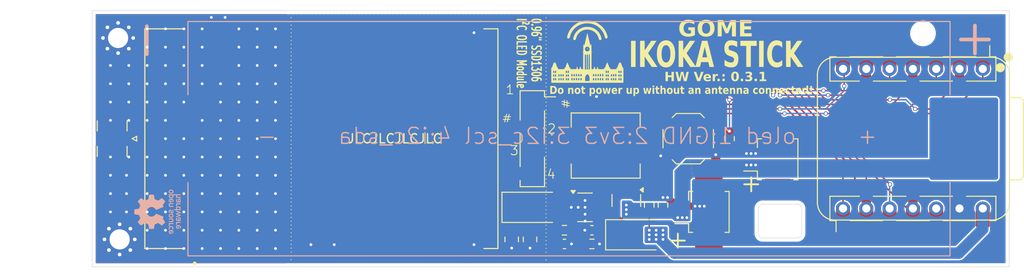
<source format=kicad_pcb>
(kicad_pcb (version 20241229) (generator "pcbnew") (generator_version "9.0")
  (layers (0 "F.Cu" signal) (2 "B.Cu" signal) (13 "F.Paste" user) (15 "B.Paste" user) (5 "F.SilkS" user "F.Silkscreen") (7 "B.SilkS" user "B.Silkscreen") (1 "F.Mask" user) (3 "B.Mask" user) (25 "Edge.Cuts" user))
  (net 0 "")
  (net 1 "Net-(D1-A)")
  (net 3 "Net-(U1-FB)")
  (net 4 "GND")
  (net 5 "+BATT")
  (net 6 "/ANT")
  (net 7 "/LORA_RXEN")
  (net 8 "/LORA_RST")
  (net 9 "/LORA_DIO1")
  (net 10 "/LORA_SPI_NSS")
  (net 11 "/LORA_BUSY")
  (net 12 "/LORA_SPI_MOSI")
  (net 13 "/LORA_SPI_SCK")
  (net 14 "/LORA_SPI_MISO")
  (net 15 "+3V3")
  (net 16 "Net-(U2-DIO2)")
  (net 17 "+5V2_LORA")
  (net 19 "/D0")
  (net 20 "/I2C_SCL")
  (net 21 "/I2C_SDA")
  (net 23 "+5V")
  (net 24 "/BOOST_IN")
  (net 27 "Net-(Q1-G)")
  (footprint "Resistor_SMD:R_0603_1608Metric" (layer "F.Cu") (at 187.25 107.25 90)
    (property "Reference" "R3" (hide yes))
    (property "Value" "100k")
  )
  (footprint "Capacitor_SMD:C_0805_2012Metric" (layer "F.Cu") (at 170.75 111 -90)
    (property "Reference" "C3" (hide yes))
    (property "Value" "47uF")
  )
  (footprint "Connector_PinSocket_2.54mm:PinSocket_1x04_P2.54mm_Vertical_SMD_Pin1Right" (layer "F.Cu") (at 173 100)
    (property "Reference" "J6" (hide yes))
    (property "Value" "Conn_01x04")
  )
  (footprint "Inductor_SMD:L_Sunlord_MWSA0624S" (layer "F.Cu") (at 181 100.75)
    (property "Reference" "L1" (hide yes))
    (property "Value" "22uH")
  )
  (footprint "Diode_SMD:D_SMA" (layer "F.Cu") (at 184.5 110.5)
    (property "Reference" "D3" (hide yes))
    (property "Value" "SS34")
  )
  (footprint "Resistor_SMD:R_0603_1608Metric" (layer "F.Cu") (at 179.5 111.5)
    (property "Reference" "R2" (hide yes))
    (property "Value" "39K")
  )
  (footprint "Seeed Studio XIAO Series Library:XIAO-ESP32S3-DIP" (layer "F.Cu") (at 214.5 100 -90)
    (property "Reference" "U3" (hide yes))
    (property "Value" "XIAO-ESP32-S3-SMD")
  )
  (footprint "Capacitor_SMD:C_0805_2012Metric" (layer "F.Cu") (at 172.75 111 -90)
    (property "Reference" "C4" (hide yes))
    (property "Value" "47uF")
  )
  (footprint "Connector_Wire:SolderWirePad_1x01_SMD_1.5x3mm" (layer "F.Cu") (at 170.7 96.5)
    (property "Reference" "pin1")
    (property "Value" "SolderWirePad_1x01_SMD_1.5x3mm")
  )
  (footprint "Capacitor_SMD:C_0603_1608Metric" (layer "F.Cu") (at 176.5 111.5)
    (property "Reference" "C2" (hide yes))
    (property "Value" "22uF")
  )
  (footprint "MountingHole:MountingHole_2.2mm_M2_Pad_Via" (layer "F.Cu") (at 127.833274 89)
    (property "Reference" "H2" (hide yes))
    (property "Value" "MountingHole")
  )
  (footprint "MountingHole:MountingHole_2.2mm_M2_Pad_Via" (layer "F.Cu") (at 128 111)
    (property "Reference" "H1" (hide yes))
    (property "Value" "MountingHole")
  )
  (footprint "Resistor_SMD:R_0603_1608Metric" (layer "F.Cu") (at 176.5 110)
    (property "Reference" "R1" (hide yes))
    (property "Value" "300K")
  )
  (footprint "Package_TO_SOT_SMD:SOT-23-6" (layer "F.Cu") (at 178.75 107.5)
    (property "Reference" "U1" (hide yes))
    (property "Value" "MT3608")
  )
  (footprint "Connector_PinSocket_2.54mm:PinSocket_1x07_P2.54mm_Vertical_SMD_Pin1Left" (layer "F.Cu") (at 214.5 92.38 -90)
    (property "Reference" "J2" (hide yes))
    (property "Value" "Conn_01x07_Socket")
  )
  (footprint "Package_TO_SOT_SMD:SOT-23" (layer "F.Cu") (at 183.25 106.75 -90)
    (property "Reference" "Q1" (hide yes))
    (property "Value" "AO3401A")
  )
  (footprint "Resistor_SMD:R_0603_1608Metric" (layer "F.Cu") (at 185.75 107.25 90)
    (property "Reference" "R4" (hide yes))
    (property "Value" "1k")
  )
  (footprint "Diode_SMD:D_SMA" (layer "F.Cu") (at 173.2 107.5)
    (property "Reference" "D1" (hide yes))
    (property "Value" "SS34")
  )
  (footprint "E22-900M30S:XCVR_E22-900M30S" (layer "F.Cu") (at 150 100 -90)
    (property "Reference" "U2" (hide yes))
    (property "Value" "E22-900M30S")
  )
  (footprint "Capacitor_SMD:C_0603_1608Metric" (layer "F.Cu") (at 179.5 110 180)
    (property "Reference" "C1" (hide yes))
    (property "Value" "22uF")
  )
  (footprint "Button_Switch_SMD:SW_Push_1P1T_XKB_TS-1187A" (layer "F.Cu") (at 190 100)
    (property "Reference" "SW1" (hide yes))
    (property "Value" "SW_Push" (hide yes))
  )
  (footprint "Connector_Coaxial:SMA_Samtec_SMA-J-P-H-ST-EM1_EdgeMount" (layer "F.Cu") (at 127.1 100 180)
    (property "Reference" "J1" (hide yes))
    (property "Value" "Conn_Coaxial")
  )
  (footprint "Resistor_SMD:R_0603_1608Metric" (layer "F.Cu") (at 194.5 100 -90)
    (property "Reference" "R5" (hide yes))
    (property "Value" "100k")
  )
  (footprint "Connector_PinSocket_2.54mm:PinSocket_1x07_P2.54mm_Vertical_SMD_Pin1Left" (layer "F.Cu") (at 214.5 107.62 90)
    (property "Reference" "J3" (hide yes))
    (property "Value" "Conn_01x07_Socket")
  )
  (footprint "Connector_Molex:Molex_PicoBlade_53261-0271_1x02-1MP_P1.25mm_Horizontal" (layer "F.Cu") (at 191.75 108 90)
    (property "Reference" "J4" (hide yes))
    (property "Value" "Conn_01x02")
  )
  (footprint "Connector_Wire:SolderWirePad_1x01_SMD_1.5x3mm" (layer "F.Cu") (at 176.5 95.5)
    (property "Reference" "REF**")
    (property "Value" "SolderWirePad_1x01_SMD_1.5x3mm")
  )
  (footprint "Connector_Molex:Molex_PicoBlade_53261-0271_1x02-1MP_P1.25mm_Horizontal" (layer "F.Cu") (at 199.25 102.25 90)
    (property "Reference" "J5" (hide yes))
    (property "Value" "Conn_01x02")
  )
  (footprint "Battery 21700:BatteryHolder_MYOUNG_BH-21700-B1BJ001_1x21700" (layer "B.Cu") (at 177 100 180)
    (property "Reference" "BT1" (hide yes))
    (property "Value" "Battery_Cell")
  )
  (gr_poly (pts (xy 179.160617 87.105225) (xy 179.201919 87.106232) (xy 179.24321 87.107764) (xy 179.303551 87.114196) (xy 179.363685 87.12243) (xy 179.42357 87.132437) (xy 179.483163 87.144184) (xy 179.542419 87.157642) (xy 179.601297 87.172778) (xy 179.659753 87.189563) (xy 179.717744 87.207964) (xy 179.775227 87.227951) (xy 179.832159 87.249494) (xy 179.888496 87.27256) (xy 179.944196 87.297119) (xy 179.999216 87.32314) (xy 180.053512 87.350592) (xy 180.107042 87.379444) (xy 180.159762 87.409665) (xy 180.22736 87.452179) (xy 180.293592 87.496937) (xy 180.358359 87.54389) (xy 180.421559 87.592987) (xy 180.483093 87.644181) (xy 180.542858 87.697421) (xy 180.600755 87.752659) (xy 180.656683 87.809846) (xy 180.710542 87.868932) (xy 180.762231 87.929868) (xy 180.811648 87.992605) (xy 180.858694 88.057093) (xy 180.903269 88.123284) (xy 180.94527 88.191129) (xy 180.984598 88.260577) (xy 181.021153 88.331581) (xy 181.051473 88.399321) (xy 181.081011 88.467676) (xy 181.109132 88.536696) (xy 181.135202 88.606432) (xy 181.14727 88.641585) (xy 181.158588 88.676937) (xy 181.169076 88.712493) (xy 181.178655 88.748261) (xy 181.187246 88.784246) (xy 181.194769 88.820455) (xy 181.201147 88.856895) (xy 181.206298 88.893572) (xy 181.20797 88.901207) (xy 181.209105 88.908835) (xy 181.209719 88.916439) (xy 181.209828 88.924005) (xy 181.209447 88.931515) (xy 181.208593 88.938953) (xy 181.207279 88.946304) (xy 181.205523 88.953551) (xy 181.20334 88.960679) (xy 181.200745 88.96767) (xy 181.197755 88.974509) (xy 181.194384 88.981181) (xy 181.190649 88.987668) (xy 181.186565 88.993954) (xy 181.182147 89.000025) (xy 181.177412 89.005863) (xy 181.172375 89.011452) (xy 181.167052 89.016776) (xy 181.161458 89.02182) (xy 181.155608 89.026566) (xy 181.14952 89.031) (xy 181.143207 89.035104) (xy 181.136687 89.038864) (xy 181.129974 89.042261) (xy 181.123084 89.045282) (xy 181.116033 89.047909) (xy 181.108837 89.050126) (xy 181.10151 89.051918) (xy 181.094069 89.053267) (xy 181.08653 89.054159) (xy 181.078907 89.054577) (xy 181.071218 89.054504) (xy 181.063925 89.055336) (xy 181.056713 89.055732) (xy 181.049588 89.055706) (xy 181.042558 89.055269) (xy 181.03563 89.054434) (xy 181.02881 89.053214) (xy 181.022105 89.051622) (xy 181.015523 89.049669) (xy 181.009071 89.04737) (xy 181.002754 89.044736) (xy 180.996581 89.04178) (xy 180.990559 89.038515) (xy 180.984693 89.034953) (xy 180.978992 89.031107) (xy 180.973461 89.02699) (xy 180.968109 89.022613) (xy 180.962942 89.017991) (xy 180.957967 89.013135) (xy 180.953191 89.008058) (xy 180.948621 89.002773) (xy 180.944264 88.997292) (xy 180.940126 88.991628) (xy 180.936216 88.985794) (xy 180.932539 88.979802) (xy 180.929103 88.973665) (xy 180.925914 88.967395) (xy 180.922981 88.961005) (xy 180.920308 88.954509) (xy 180.917905 88.947917) (xy 180.915777 88.941244) (xy 180.913931 88.934501) (xy 180.912375 88.927701) (xy 180.893914 88.848961) (xy 180.872723 88.770871) (xy 180.86105 88.732136) (xy 180.848629 88.693644) (xy 180.835439 88.65542) (xy 180.821458 88.617492) (xy 180.806664 88.579886) (xy 180.791036 88.542628) (xy 180.774551 88.505745) (xy 180.757188 88.469264) (xy 180.738925 88.433211) (xy 180.71974 88.397612) (xy 180.699612 88.362495) (xy 180.678519 88.327886) (xy 180.648596 88.281549) (xy 180.617448 88.235996) (xy 180.585097 88.191265) (xy 180.551566 88.147393) (xy 180.516875 88.104419) (xy 180.481047 88.062381) (xy 180.444105 88.021318) (xy 180.406069 87.981268) (xy 180.366962 87.942268) (xy 180.326807 87.904358) (xy 180.285624 87.867576) (xy 180.243437 87.831959) (xy 180.200266 87.797547) (xy 180.156135 87.764377) (xy 180.111065 87.732487) (xy 180.065077 87.701916) (xy 179.996562 87.659742) (xy 179.926349 87.620706) (xy 179.854571 87.584806) (xy 179.781358 87.552039) (xy 179.706845 87.522403) (xy 179.631161 87.495897) (xy 179.554439 87.472517) (xy 179.476811 87.452262) (xy 179.398409 87.43513) (xy 179.319365 87.421119) (xy 179.239811 87.410226) (xy 179.159878 87.402449) (xy 179.079699 87.397786) (xy 178.999405 87.396235) (xy 178.919128 87.397793) (xy 178.839001 87.402459) (xy 178.75744 87.410216) (xy 178.676314 87.421419) (xy 178.595751 87.436018) (xy 178.515881 87.453961) (xy 178.436833 87.4752) (xy 178.358736 87.499682) (xy 178.281719 87.527358) (xy 178.205911 87.558178) (xy 178.13144 87.59209) (xy 178.058437 87.629045) (xy 177.987031 87.668992) (xy 177.917349 87.71188) (xy 177.849522 87.75766) (xy 177.783679 87.806281) (xy 177.719948 87.857691) (xy 177.658459 87.911842) (xy 177.622504 87.946167) (xy 177.587363 87.981394) (xy 177.553076 88.017503) (xy 177.519681 88.054475) (xy 177.487219 88.09229) (xy 177.455728 88.130929) (xy 177.425247 88.170373) (xy 177.395817 88.210601) (xy 177.367476 88.251595) (xy 177.340264 88.293334) (xy 177.31422 88.335801) (xy 177.289383 88.378974) (xy 177.265792 88.422835) (xy 177.243487 88.467363) (xy 177.222507 88.512541) (xy 177.202892 88.558348) (xy 177.192436 88.583071) (xy 177.182653 88.608019) (xy 177.164784 88.658485) (xy 177.14865 88.709531) (xy 177.133617 88.760944) (xy 177.104317 88.864011) (xy 177.088783 88.915238) (xy 177.071813 88.965974) (xy 177.067573 88.97612) (xy 177.062623 88.985828) (xy 177.056999 88.995067) (xy 177.05074 89.003807) (xy 177.04388 89.012016) (xy 177.036458 89.019663) (xy 177.028508 89.026716) (xy 177.020068 89.033144) (xy 177.011174 89.038916) (xy 177.001862 89.044) (xy 176.99217 89.048366) (xy 176.982133 89.051981) (xy 176.971789 89.054816) (xy 176.961173 89.056838) (xy 176.950323 89.058016) (xy 176.944821 89.058278) (xy 176.939274 89.058318) (xy 176.93158 89.058949) (xy 176.92398 89.059049) (xy 176.916485 89.058638) (xy 176.909105 89.057732) (xy 176.901853 89.05635) (xy 176.89474 89.054511) (xy 176.887776 89.052232) (xy 176.880974 89.049532) (xy 176.874345 89.046428) (xy 176.867899 89.042938) (xy 176.861649 89.039081) (xy 176.855605 89.034875) (xy 176.849779 89.030338) (xy 176.844182 89.025488) (xy 176.838825 89.020343) (xy 176.83372 89.014921) (xy 176.828878 89.00924) (xy 176.82431 89.003318) (xy 176.820028 88.997174) (xy 176.816043 88.990825) (xy 176.812366 88.98429) (xy 176.809008 88.977586) (xy 176.805981 88.970733) (xy 176.803296 88.963747) (xy 176.800964 88.956646) (xy 176.798997 88.94945) (xy 176.797406 88.942176) (xy 176.796202 88.934843) (xy 176.795397 88.927467) (xy 176.795001 88.920068) (xy 176.795027 88.912663) (xy 176.795485 88.905271) (xy 176.798974 88.878512) (xy 176.80313 88.85188) (xy 176.807917 88.825371) (xy 176.8133 88.798984) (xy 176.825715 88.746565) (xy 176.840093 88.694604) (xy 176.856151 88.643079) (xy 176.873609 88.591973) (xy 176.892184 88.541264) (xy 176.911595 88.490934) (xy 176.951137 88.397262) (xy 176.995092 88.305709) (xy 177.04331 88.216419) (xy 177.095643 88.129533) (xy 177.151941 88.045193) (xy 177.212055 87.963543) (xy 177.275837 87.884722) (xy 177.343137 87.808875) (xy 177.413807 87.736143) (xy 177.487697 87.666667) (xy 177.564659 87.600591) (xy 177.644543 87.538056) (xy 177.727202 87.479204) (xy 177.812485 87.424178) (xy 177.900243 87.373119) (xy 177.990329 87.32617) (xy 178.044349 87.300862) (xy 178.099048 87.276796) (xy 178.154382 87.254034) (xy 178.210312 87.232636) (xy 178.266794 87.212663) (xy 178.323788 87.194177) (xy 178.381251 87.177237) (xy 178.439143 87.161906) (xy 178.497422 87.148243) (xy 178.556046 87.13631) (xy 178.614974 87.126168) (xy 178.674164 87.117878) (xy 178.733574 87.1115) (xy 178.793163 87.107096) (xy 178.85289 87.104726) (xy 178.912712 87.104451) (xy 178.912711 87.104452) (xy 179.077987 87.104374)) (fill yes) (layer "F.SilkS"))
  (gr_poly (pts (xy 179.077338 88.766435) (xy 179.153983 89.084293) (xy 179.229691 89.402387) (xy 179.307362 89.719997) (xy 179.308484 89.722456) (xy 179.309491 89.725055) (xy 179.310397 89.72778) (xy 179.311215 89.730615) (xy 179.312639 89.736562) (xy 179.313868 89.742779) (xy 179.316164 89.755558) (xy 179.31744 89.761887) (xy 179.318941 89.768022) (xy 179.31981 89.770979) (xy 179.320774 89.773845) (xy 179.321847 89.776604) (xy 179.323042 89.779241) (xy 179.324373 89.781742) (xy 179.325852 89.784093) (xy 179.327493 89.786279) (xy 179.329308 89.788286) (xy 179.331311 89.790098) (xy 179.333515 89.791702) (xy 179.335934 89.793083) (xy 179.338579 89.794226) (xy 179.341465 89.795117) (xy 179.344604 89.795742) (xy 179.348011 89.796085) (xy 179.351697 89.796133) (xy 179.356253 89.786045) (xy 179.360155 89.775796) (xy 179.36348 89.765403) (xy 179.366304 89.754885) (xy 179.368701 89.74426) (xy 179.370748 89.733546) (xy 179.374093 89.711929) (xy 179.379913 89.668449) (xy 179.381628 89.657635) (xy 179.383599 89.646881) (xy 179.385902 89.636205) (xy 179.388611 89.625625) (xy 179.394005 89.639556) (xy 179.398978 89.653611) (xy 179.403576 89.667777) (xy 179.407843 89.68204) (xy 179.415565 89.710805) (xy 179.422507 89.739799) (xy 179.43549 89.798053) (xy 179.442253 89.8271) (xy 179.449678 89.855951) (xy 179.452566 90.017762) (xy 179.452969 90.179765) (xy 179.452594 90.503828) (xy 179.461474 90.5045) (xy 179.470376 90.504867) (xy 179.479289 90.504986) (xy 179.488202 90.504914) (xy 179.523645 90.503858) (xy 179.541094 90.503668) (xy 179.549714 90.503857) (xy 179.55825 90.504311) (xy 179.566691 90.505087) (xy 179.575027 90.506243) (xy 179.583249 90.507836) (xy 179.591344 90.509922) (xy 179.588833 90.511816) (xy 179.586266 90.513565) (xy 179.583647 90.515176) (xy 179.580978 90.516655) (xy 179.575501 90.519249) (xy 179.569857 90.521403) (xy 179.56407 90.523176) (xy 179.558162 90.524625) (xy 179.552155 90.525807) (xy 179.546072 90.526779) (xy 179.533768 90.528326) (xy 179.521431 90.529723) (xy 179.515306 90.53051) (xy 179.50924 90.531432) (xy 179.503257 90.532546) (xy 179.497377 90.533909) (xy 179.49323 90.5342) (xy 179.489386 90.534801) (xy 179.485833 90.535696) (xy 179.482561 90.536871) (xy 179.479558 90.538311) (xy 179.476813 90.54) (xy 179.474314 90.541923) (xy 179.47205 90.544064) (xy 179.470011 90.54641) (xy 179.468183 90.548944) (xy 179.466557 90.551651) (xy 179.465122 90.554516) (xy 179.463864 90.557524) (xy 179.462775 90.560659) (xy 179.461053 90.567253) (xy 179.459865 90.574174) (xy 179.459121 90.581302) (xy 179.45873 90.588515) (xy 179.458603 90.595692) (xy 179.458921 90.621601) (xy 179.45478 91.066974) (xy 179.454868 91.512416) (xy 179.457517 92.40332) (xy 179.67115 92.40332) (xy 179.702227 92.301893) (xy 179.717902 92.251317) (xy 179.734091 92.201047) (xy 179.735823 92.196613) (xy 179.737504 92.191623) (xy 179.740902 92.180502) (xy 179.742712 92.174632) (xy 179.744657 92.168728) (xy 179.746784 92.162922) (xy 179.749139 92.157345) (xy 179.750417 92.154683) (xy 179.75177 92.152126) (xy 179.753202 92.149692) (xy 179.754721 92.147397) (xy 179.756332 92.145256) (xy 179.75804 92.143287) (xy 179.759852 92.141505) (xy 179.761773 92.139927) (xy 179.76381 92.138569) (xy 179.765967 92.137448) (xy 179.768251 92.13658) (xy 179.770667 92.13598) (xy 179.773222 92.135666) (xy 179.775921 92.135654) (xy 179.77877 92.13596) (xy 179.781775 92.136601) (xy 179.789506 92.151562) (xy 179.796546 92.166819) (xy 179.802971 92.182342) (xy 179.808855 92.198096) (xy 179.814273 92.21405) (xy 179.8193 92.230172) (xy 179.828479 92.262788) (xy 179.845434 92.328604) (xy 179.854407 92.361287) (xy 179.85928 92.37746) (xy 179.864509 92.393476) (xy 180.035954 92.393476) (xy 180.056079 92.296827) (xy 180.066444 92.24857) (xy 180.07743 92.200452) (xy 180.078845 92.195705) (xy 180.080062 92.190367) (xy 180.082228 92.178509) (xy 180.083341 92.172284) (xy 180.084581 92.166058) (xy 180.086031 92.15998) (xy 180.087771 92.154195) (xy 180.088776 92.151459) (xy 180.089884 92.148852) (xy 180.091105 92.146393) (xy 180.09245 92.144099) (xy 180.093929 92.14199) (xy 180.095552 92.140083) (xy 180.097328 92.138397) (xy 180.099269 92.136951) (xy 180.101385 92.135762) (xy 180.103685 92.13485) (xy 180.10618 92.134233) (xy 180.10888 92.13393) (xy 180.111794 92.133958) (xy 180.114935 92.134336) (xy 180.118311 92.135082) (xy 180.121932 92.136216) (xy 180.12696 92.145194) (xy 180.131405 92.154438) (xy 180.135328 92.163919) (xy 180.138791 92.17361) (xy 180.141853 92.183484) (xy 180.144577 92.193514) (xy 180.147024 92.203671) (xy 180.149254 92.21393) (xy 180.157232 92.255427) (xy 180.16151 92.276069) (xy 180.163936 92.286268) (xy 180.166634 92.296349) (xy 180.167921 92.299588) (xy 180.169083 92.302946) (xy 180.171091 92.309973) (xy 180.172771 92.317331) (xy 180.174233 92.324926) (xy 180.176951 92.340436) (xy 180.178431 92.348159) (xy 180.180141 92.355732) (xy 180.182192 92.363058) (xy 180.18338 92.366599) (xy 180.184696 92.370042) (xy 180.186152 92.373375) (xy 180.187764 92.376586) (xy 180.189545 92.379662) (xy 180.191509 92.382593) (xy 180.19367 92.385366) (xy 180.196042 92.387969) (xy 180.198639 92.390389) (xy 180.201475 92.392615) (xy 180.204563 92.394635) (xy 180.207919 92.396436) (xy 180.211555 92.398007) (xy 180.215486 92.399335) (xy 180.291249 92.402711) (xy 180.367053 92.404587) (xy 180.442888 92.405298) (xy 180.518742 92.405178) (xy 180.822166 92.403085) (xy 180.840564 92.26621) (xy 180.84179 92.263334) (xy 180.843213 92.260783) (xy 180.844821 92.258539) (xy 180.846606 92.256584) (xy 180.848557 92.2549) (xy 180.850662 92.253467) (xy 180.852912 92.252267) (xy 180.855296 92.251283) (xy 180.857803 92.250495) (xy 180.860424 92.249885) (xy 180.863147 92.249435) (xy 180.865963 92.249126) (xy 180.871828 92.24886) (xy 180.877937 92.248938) (xy 180.890551 92.249539) (xy 180.896887 92.249767) (xy 180.903133 92.249751) (xy 180.909203 92.249343) (xy 180.912146 92.248946) (xy 180.915014 92.248396) (xy 180.917796 92.247674) (xy 180.920483 92.246763) (xy 180.923062 92.245643) (xy 180.925525 92.244296) (xy 181.127908 91.71953) (xy 181.128241 91.716113) (xy 181.128808 91.713019) (xy 181.129597 91.710234) (xy 181.130596 91.707743) (xy 181.131795 91.705531) (xy 181.133182 91.703583) (xy 181.134746 91.701885) (xy 181.136476 91.700422) (xy 181.138361 91.699179) (xy 181.14039 91.69814) (xy 181.14255 91.697292) (xy 181.144832 91.696619) (xy 181.147224 91.696107) (xy 181.149715 91.69574) (xy 181.154949 91.695385) (xy 181.160443 91.695434) (xy 181.166109 91.69577) (xy 181.177596 91.696825) (xy 181.183239 91.697307) (xy 181.188695 91.6976) (xy 181.193875 91.697587) (xy 181.198689 91.697147) (xy 181.280615 91.9002) (xy 181.363246 92.102967) (xy 181.367727 92.111669) (xy 181.371837 92.120774) (xy 181.375674 92.130186) (xy 181.379337 92.139812) (xy 181.386537 92.159327) (xy 181.390271 92.169028) (xy 181.394227 92.178564) (xy 181.398504 92.187841) (xy 181.403199 92.196766) (xy 181.405736 92.201067) (xy 181.408414 92.205244) (xy 181.411246 92.209285) (xy 181.414245 92.213179) (xy 181.417423 92.216914) (xy 181.420792 92.220479) (xy 181.424365 92.22386) (xy 181.428155 92.227048) (xy 181.432172 92.230029) (xy 181.436431 92.232792) (xy 181.440942 92.235325) (xy 181.445719 92.237616) (xy 181.448843 92.237346) (xy 181.451861 92.237307) (xy 181.454774 92.23749) (xy 181.457582 92.237886) (xy 181.460285 92.238486) (xy 181.462884 92.239281) (xy 181.465378 92.240263) (xy 181.467768 92.241422) (xy 181.470054 92.242748) (xy 181.472236 92.244235) (xy 181.474315 92.245871) (xy 181.47629 92.247648) (xy 181.478162 92.249558) (xy 181.479931 92.251591) (xy 181.481597 92.253738) (xy 181.48316 92.255991) (xy 181.484621 92.258339) (xy 181.485979 92.260775) (xy 181.48839 92.265873) (xy 181.490394 92.271212) (xy 181.491993 92.27672) (xy 181.493187 92.282326) (xy 181.49398 92.287957) (xy 181.494371 92.293542) (xy 181.494363 92.299009) (xy 181.494847 92.302031) (xy 181.495184 92.305122) (xy 181.495472 92.311481) (xy 181.495345 92.318034) (xy 181.49492 92.324731) (xy 181.493647 92.33835) (xy 181.493034 92.345169) (xy 181.492594 92.351925) (xy 181.492442 92.358568) (xy 181.492698 92.365047) (xy 181.493015 92.368208) (xy 181.493478 92.371309) (xy 181.494101 92.374342) (xy 181.494899 92.377303) (xy 181.495888 92.380184) (xy 181.49708 92.382978) (xy 181.498492 92.38568) (xy 181.500138 92.388283) (xy 181.502032 92.390781) (xy 181.504189 92.393167) (xy 181.506625 92.395434) (xy 181.509352 92.397577) (xy 181.563591 92.40212) (xy 181.618021 92.40517) (xy 181.672595 92.406986) (xy 181.727266 92.407827) (xy 181.836709 92.407613) (xy 181.945972 92.406596) (xy 181.959599 92.405774) (xy 181.973281 92.405316) (xy 182.000764 92.405175) (xy 182.055889 92.405818) (xy 182.083352 92.405353) (xy 182.097019 92.40465) (xy 182.110629 92.40353) (xy 182.124169 92.401915) (xy 182.137629 92.399726) (xy 182.150998 92.396886) (xy 182.164264 92.393317) (xy 182.167933 92.391267) (xy 182.171227 92.389022) (xy 182.174164 92.386594) (xy 182.176761 92.383991) (xy 182.179037 92.381225) (xy 182.181009 92.378305) (xy 182.182695 92.375242) (xy 182.184113 92.372045) (xy 182.185281 92.368724) (xy 182.186217 92.36529) (xy 182.186938 92.361753) (xy 182.187462 92.358123) (xy 182.187992 92.350625) (xy 182.18795 92.342875) (xy 182.187478 92.334954) (xy 182.186719 92.326944) (xy 182.184914 92.31098) (xy 182.184152 92.303186) (xy 182.183674 92.295627) (xy 182.183624 92.288382) (xy 182.184144 92.281532) (xy 182.184072 92.277435) (xy 182.184339 92.27372) (xy 182.184928 92.270364) (xy 182.18582 92.267348) (xy 182.186997 92.264648) (xy 182.188442 92.262244) (xy 182.190137 92.260113) (xy 182.192064 92.258234) (xy 182.194204 92.256586) (xy 182.196541 92.255147) (xy 182.199056 92.253895) (xy 182.201731 92.252809) (xy 182.207491 92.251046) (xy 182.213677 92.249687) (xy 182.226756 92.247487) (xy 182.233363 92.2463) (xy 182.239824 92.244824) (xy 182.245996 92.242887) (xy 182.248929 92.241691) (xy 182.251735 92.240315) (xy 182.254398 92.238737) (xy 182.256899 92.236936) (xy 182.259221 92.23489) (xy 182.261345 92.232577) (xy 182.289099 92.165916) (xy 182.315605 92.098685) (xy 182.366118 91.963081) (xy 182.415367 91.826903) (xy 182.465837 91.691288) (xy 182.65111 91.696442) (xy 182.841305 92.211833) (xy 182.841334 92.215864) (xy 182.841669 92.219635) (xy 182.842296 92.223153) (xy 182.843201 92.226428) (xy 182.84437 92.229466) (xy 182.84579 92.232276) (xy 182.847445 92.234865) (xy 182.849323 92.237241) (xy 182.851408 92.239413) (xy 182.853687 92.241388) (xy 182.856146 92.243174) (xy 182.858771 92.244779) (xy 182.861547 92.24621) (xy 182.864461 92.247476) (xy 182.867498 92.248585) (xy 182.870644 92.249544) (xy 182.877209 92.251045) (xy 182.884043 92.252042) (xy 182.891034 92.252598) (xy 182.898068 92.252776) (xy 182.905033 92.25264) (xy 182.911817 92.252252) (xy 182.924391 92.250974) (xy 182.933294 92.63019) (xy 182.937016 93.00949) (xy 182.936276 93.388817) (xy 182.931792 93.768111) (xy 182.93115 93.77535) (xy 182.930755 93.782657) (xy 182.930526 93.797425) (xy 182.930998 93.827197) (xy 182.930953 93.841987) (xy 182.930697 93.849311) (xy 182.930222 93.85657) (xy 182.929483 93.86375) (xy 182.928433 93.870838) (xy 182.927025 93.877821) (xy 182.925212 93.884685) (xy 182.869599 93.887917) (xy 182.813867 93.890227) (xy 182.702159 93.892815) (xy 182.47861 93.894997) (xy 176.126462 93.895627) (xy 175.598568 93.894967) (xy 175.334647 93.892773) (xy 175.202724 93.889876) (xy 175.070837 93.88527) (xy 175.066117 93.500324) (xy 175.268527 93.500324) (xy 175.268659 93.513329) (xy 175.269165 93.526352) (xy 175.271094 93.552345) (xy 175.273908 93.578098) (xy 175.277204 93.603404) (xy 175.279863 93.606667) (xy 175.282669 93.609593) (xy 175.285614 93.612198) (xy 175.28869 93.614499) (xy 175.29189 93.616511) (xy 175.295204 93.618251) (xy 175.298626 93.619733) (xy 175.302147 93.620975) (xy 175.305759 93.621991) (xy 175.309455 93.622798) (xy 175.313227 93.623412) (xy 175.317065 93.623849) (xy 175.324914 93.624253) (xy 175.332938 93.624138) (xy 175.341072 93.623632) (xy 175.349255 93.622862) (xy 175.36551 93.621037) (xy 175.373455 93.620236) (xy 175.381193 93.619681) (xy 175.388662 93.619496) (xy 175.395797 93.619811) (xy 175.399758 93.557223) (xy 175.400493 93.541565) (xy 175.400594 93.537706) (xy 175.468289 93.537706) (xy 175.468344 93.546943) (xy 175.468725 93.556131) (xy 175.469542 93.565173) (xy 175.470903 93.57397) (xy 175.471822 93.578246) (xy 175.472917 93.582424) (xy 175.474202 93.586492) (xy 175.475692 93.590438) (xy 175.477398 93.594249) (xy 175.479336 93.597913) (xy 175.481518 93.601419) (xy 175.483959 93.604753) (xy 175.486671 93.607904) (xy 175.489668 93.610859) (xy 175.492964 93.613606) (xy 175.496573 93.616133) (xy 175.500508 93.618428) (xy 175.504782 93.620478) (xy 175.516154 93.620559) (xy 175.527778 93.620393) (xy 175.539545 93.619863) (xy 175.545449 93.619425) (xy 175.551349 93.618854) (xy 175.55723 93.618133) (xy 175.563081 93.617249) (xy 175.568887 93.616187) (xy 175.574634 93.614933) (xy 175.58031 93.613472) (xy 175.585901 93.61179) (xy 175.591394 93.609873) (xy 175.596774 93.607705) (xy 175.598761 93.60415) (xy 175.600532 93.600532) (xy 175.602096 93.596853) (xy 175.603464 93.593116) (xy 175.605653 93.585484) (xy 175.607183 93.577663) (xy 175.608137 93.569679) (xy 175.608599 93.561561) (xy 175.60865 93.553335) (xy 175.608374 93.545028) (xy 175.607177 93.52828) (xy 175.60567 93.511534) (xy 175.604733 93.498067) (xy 175.839923 93.498067) (xy 175.840049 93.512902) (xy 175.840527 93.52782) (xy 175.841804 93.557653) (xy 175.842237 93.572442) (xy 175.84229 93.587062) (xy 175.84178 93.601452) (xy 175.840523 93.615548) (xy 175.970836 93.615548) (xy 175.97094 93.564566) (xy 175.970839 93.539076) (xy 175.97035 93.513589) (xy 175.969858 93.505228) (xy 176.0657 93.505228) (xy 176.066026 93.518667) (xy 176.066753 93.532101) (xy 176.067828 93.545499) (xy 176.070811 93.57206) (xy 176.07455 93.598093) (xy 176.077663 93.600854) (xy 176.080891 93.603316) (xy 176.084226 93.605493) (xy 176.087664 93.6074) (xy 176.091199 93.60905) (xy 176.094823 93.610459) (xy 176.098532 93.61164) (xy 176.10232 93.61261) (xy 176.10618 93.613381) (xy 176.110108 93.613969) (xy 176.118139 93.614654) (xy 176.126367 93.614779) (xy 176.134743 93.614461) (xy 176.143222 93.613817) (xy 176.151756 93.612962) (xy 176.168798 93.611087) (xy 176.177213 93.610299) (xy 176.185494 93.609766) (xy 176.193593 93.609603) (xy 176.201464 93.609928) (xy 176.201418 93.540963) (xy 176.201098 93.50027) (xy 176.301155 93.50027) (xy 176.301356 93.512483) (xy 176.30185 93.524699) (xy 176.303611 93.549086) (xy 176.306233 93.57332) (xy 176.309508 93.597294) (xy 176.312419 93.60007) (xy 176.315452 93.602569) (xy 176.318599 93.604805) (xy 176.321856 93.606791) (xy 176.325215 93.608541) (xy 176.32867 93.610067) (xy 176.332216 93.611385) (xy 176.335846 93.612507) (xy 176.343333 93.614218) (xy 176.351082 93.615309) (xy 176.359044 93.615888) (xy 176.367169 93.616063) (xy 176.375406 93.615943) (xy 176.383708 93.615636) (xy 176.400305 93.614893) (xy 176.408502 93.614674) (xy 176.416563 93.614701) (xy 176.424442 93.615083) (xy 176.432086 93.615927) (xy 176.431864 93.501107) (xy 176.432117 93.494146) (xy 176.654446 93.494146) (xy 176.654512 93.50765) (xy 176.65637 93.561938) (xy 176.656653 93.575461) (xy 176.656632 93.588919) (xy 176.65619 93.602288) (xy 176.655212 93.615545) (xy 176.785524 93.615545) (xy 176.785655 93.552922) (xy 176.785511 93.521612) (xy 176.785228 93.505961) (xy 176.784956 93.497143) (xy 176.860847 93.497143) (xy 176.861439 93.526961) (xy 176.862425 93.556807) (xy 176.862747 93.586424) (xy 176.862328 93.601067) (xy 176.861346 93.615556) (xy 176.991542 93.615556) (xy 176.991509 93.548652) (xy 176.991148 93.500524) (xy 177.253201 93.500524) (xy 177.253423 93.512815) (xy 177.253947 93.525107) (xy 177.255797 93.549642) (xy 177.258551 93.574017) (xy 177.262008 93.59812) (xy 177.264513 93.600552) (xy 177.267133 93.602751) (xy 177.269861 93.604727) (xy 177.272693 93.60649) (xy 177.27562 93.608051) (xy 177.278638 93.60942) (xy 177.28174 93.610605) (xy 177.284921 93.611619) (xy 177.288174 93.61247) (xy 177.291493 93.613168) (xy 177.298305 93.614148) (xy 177.305309 93.614638) (xy 177.312456 93.61472) (xy 177.319697 93.614474) (xy 177.326985 93.613979) (xy 177.341503 93.612566) (xy 177.355622 93.611125) (xy 177.362411 93.610594) (xy 177.368954 93.610297) (xy 177.372486 93.610612) (xy 177.375645 93.610545) (xy 177.378451 93.610116) (xy 177.380923 93.609346) (xy 177.383079 93.608253) (xy 177.384938 93.606856) (xy 177.38652 93.605176) (xy 177.387843 93.603231) (xy 177.388927 93.601041) (xy 177.38979 93.598626) (xy 177.390451 93.596004) (xy 177.390929 93.593196) (xy 177.391414 93.587097) (xy 177.391396 93.580484) (xy 177.391027 93.573514) (xy 177.390458 93.566341) (xy 177.389328 93.552008) (xy 177.389072 93.545159) (xy 177.389223 93.53873) (xy 177.389499 93.535721) (xy 177.389933 93.532875) (xy 177.390546 93.530211) (xy 177.391355 93.52775) (xy 177.392604 93.516936) (xy 177.393486 93.505608) (xy 177.393759 93.49833) (xy 177.498494 93.49833) (xy 177.498723 93.510877) (xy 177.499259 93.523428) (xy 177.501133 93.548482) (xy 177.503885 93.573368) (xy 177.507282 93.597966) (xy 177.510373 93.600734) (xy 177.513579 93.603202) (xy 177.516896 93.605384) (xy 177.520316 93.607295) (xy 177.523835 93.608949) (xy 177.527446 93.610362) (xy 177.531144 93.611547) (xy 177.534921 93.61252) (xy 177.538772 93.613294) (xy 177.542692 93.613885) (xy 177.550711 93.614575) (xy 177.55893 93.614706) (xy 177.5673 93.614396) (xy 177.575775 93.613761) (xy 177.584306 93.612917) (xy 177.601341 93.611075) (xy 177.60975 93.610309) (xy 177.618022 93.609803) (xy 177.626108 93.609673) (xy 177.633962 93.610037) (xy 177.635788 93.5536) (xy 177.636722 93.519571) (xy 177.744498 93.519571) (xy 177.744732 93.531394) (xy 177.745309 93.54319) (xy 177.746234 93.554945) (xy 177.747513 93.566641) (xy 177.749149 93.578265) (xy 177.751149 93.589799) (xy 177.753804 93.593784) (xy 177.756637 93.597353) (xy 177.75964 93.600526) (xy 177.762803 93.603323) (xy 177.766116 93.605765) (xy 177.769572 93.607871) (xy 177.77316 93.609661) (xy 177.776871 93.611155) (xy 177.780697 93.612374) (xy 177.784628 93.613337) (xy 177.788655 93.614064) (xy 177.792769 93.614575) (xy 177.801222 93.615031) (xy 177.809912 93.614863) (xy 177.818768 93.614233) (xy 177.827715 93.6133) (xy 177.845593 93.611166) (xy 177.854377 93.610285) (xy 177.862961 93.609741) (xy 177.871271 93.609695) (xy 177.879235 93.610307) (xy 177.881158 93.555092) (xy 177.882647 93.499864) (xy 177.883526 93.493711) (xy 177.998903 93.493711) (xy 177.999049 93.507495) (xy 178.000979 93.562871) (xy 178.001253 93.576666) (xy 178.001223 93.590398) (xy 178.000783 93.604045) (xy 177.999821 93.617586) (xy 178.121227 93.610555) (xy 178.123466 93.608767) (xy 178.125495 93.606854) (xy 178.127322 93.604824) (xy 178.128959 93.602682) (xy 178.130414 93.600435) (xy 178.131697 93.598089) (xy 178.132818 93.595651) (xy 178.133786 93.593128) (xy 178.134612 93.590525) (xy 178.135305 93.587849) (xy 178.13633 93.582303) (xy 178.136939 93.576543) (xy 178.137209 93.570618) (xy 178.137217 93.564581) (xy 178.137042 93.558484) (xy 178.136449 93.546309) (xy 178.136049 93.534506) (xy 178.136115 93.528872) (xy 178.136462 93.523484) (xy 178.137425 93.512669) (xy 178.137918 93.503257) (xy 178.244765 93.503257) (xy 178.245269 93.531562) (xy 178.246227 93.559907) (xy 178.246565 93.588015) (xy 178.246166 93.601893) (xy 178.24521 93.615607) (xy 178.385249 93.615607) (xy 178.385226 93.555208) (xy 178.384829 93.494811) (xy 178.385068 93.486029) (xy 178.384975 93.476758) (xy 178.384496 93.467146) (xy 178.383575 93.457339) (xy 178.382157 93.447482) (xy 178.381244 93.442581) (xy 178.380187 93.437723) (xy 178.379657 93.435623) (xy 178.755953 93.435623) (xy 178.756558 93.465326) (xy 178.759324 93.524846) (xy 178.763089 93.584372) (xy 178.766563 93.643724) (xy 178.768454 93.702725) (xy 179.140267 93.699612) (xy 179.143228 93.698799) (xy 179.146257 93.698187) (xy 179.149349 93.697758) (xy 179.152496 93.697494) (xy 179.158933 93.697393) (xy 179.165519 93.697744) (xy 179.172204 93.698408) (xy 179.178938 93.699245) (xy 179.192353 93.700881) (xy 179.198936 93.701401) (xy 179.205368 93.701535) (xy 179.208512 93.701414) (xy 179.211601 93.701145) (xy 179.214626 93.700709) (xy 179.217584 93.70009) (xy 179.220466 93.69927) (xy 179.223267 93.698231) (xy 179.225981 93.696957) (xy 179.228602 93.695429) (xy 179.231122 93.69363) (xy 179.233537 93.691543) (xy 179.23584 93.689151) (xy 179.238024 93.686435) (xy 179.240081 93.603318) (xy 179.241586 93.519926) (xy 179.241606 93.513485) (xy 179.60919 93.513485) (xy 179.609483 93.528302) (xy 179.61045 93.557935) (xy 179.610849 93.587186) (xy 179.610434 93.601528) (xy 179.609392 93.615606) (xy 179.749548 93.615606) (xy 179.749514 93.551983) (xy 179.749309 93.520172) (xy 179.749082 93.501992) (xy 179.863879 93.501992) (xy 179.865791 93.559254) (xy 179.866115 93.573504) (xy 179.866114 93.587664) (xy 179.865655 93.601703) (xy 179.864608 93.615591) (xy 179.994804 93.615591) (xy 179.994935 93.550065) (xy 179.994867 93.517303) (xy 179.994631 93.501304) (xy 180.109747 93.501304) (xy 180.110155 93.530694) (xy 180.111163 93.560145) (xy 180.111495 93.574766) (xy 180.111501 93.58925) (xy 180.111023 93.603545) (xy 180.109901 93.617601) (xy 180.244549 93.60975) (xy 180.245678 93.581693) (xy 180.246599 93.553628) (xy 180.247271 93.525614) (xy 180.355172 93.525614) (xy 180.355496 93.537825) (xy 180.356213 93.550012) (xy 180.357336 93.562161) (xy 180.358878 93.574258) (xy 180.360853 93.58629) (xy 180.363273 93.598245) (xy 180.366547 93.600935) (xy 180.369934 93.603353) (xy 180.37343 93.605512) (xy 180.377028 93.607425) (xy 180.380723 93.609106) (xy 180.384507 93.610569) (xy 180.388376 93.611827) (xy 180.392324 93.612893) (xy 180.400433 93.614504) (xy 180.408786 93.615509) (xy 180.417337 93.616017) (xy 180.426039 93.616135) (xy 180.443708 93.61563) (xy 180.461417 93.614856) (xy 180.47017 93.614637) (xy 180.478793 93.614673) (xy 180.487238 93.615071) (xy 180.49546 93.615941) (xy 180.495414 93.55008) (xy 180.495257 93.531358) (xy 180.605776 93.531358) (xy 180.605894 93.544792) (xy 180.606327 93.5582) (xy 180.607073 93.571566) (xy 180.608128 93.584873) (xy 180.60949 93.598106) (xy 180.612632 93.600926) (xy 180.615902 93.603452) (xy 180.619294 93.605699) (xy 180.622802 93.607683) (xy 180.626418 93.609417) (xy 180.630136 93.610917) (xy 180.633949 93.612197) (xy 180.637852 93.613272) (xy 180.645895 93.614866) (xy 180.654214 93.615819) (xy 180.662755 93.616247) (xy 180.671465 93.61627) (xy 180.68918 93.615572) (xy 180.706933 93.614669) (xy 180.715692 93.614437) (xy 180.7243 93.614508) (xy 180.732706 93.615002) (xy 180.740857 93.616035) (xy 180.740818 93.549671) (xy 180.740638 93.516489) (xy 180.740409 93.496534) (xy 181.002762 93.496534) (xy 181.003168 93.526572) (xy 181.004169 93.556663) (xy 181.004555 93.586444) (xy 181.004137 93.601104) (xy 181.003111 93.615551) (xy 181.133423 93.615551) (xy 181.133405 93.560723) (xy 181.20497 93.560723) (xy 181.206163 93.616052) (xy 181.214544 93.617079) (xy 181.222918 93.617797) (xy 181.231284 93.618238) (xy 181.239644 93.618432) (xy 181.247996 93.618409) (xy 181.256342 93.618202) (xy 181.268482 93.617583) (xy 182.386969 93.617583) (xy 182.421614 93.615554) (xy 182.592996 93.615554) (xy 182.723426 93.615554) (xy 182.723366 93.547585) (xy 182.722946 93.479617) (xy 182.723117 93.471305) (xy 182.723013 93.462485) (xy 182.722575 93.453304) (xy 182.721743 93.443909) (xy 182.720459 93.434445) (xy 182.718663 93.425061) (xy 182.717554 93.420444) (xy 182.716296 93.415902) (xy 182.71488 93.411453) (xy 182.713299 93.407115) (xy 182.711546 93.402907) (xy 182.709613 93.398847) (xy 182.707493 93.394953) (xy 182.705178 93.391244) (xy 182.702662 93.387739) (xy 182.699936 93.384454) (xy 182.696994 93.381409) (xy 182.693828 93.378623) (xy 182.690431 93.376112) (xy 182.686794 93.373897) (xy 182.682912 93.371994) (xy 182.678776 93.370423) (xy 182.674379 93.369202) (xy 182.669713 93.368348) (xy 182.664772 93.367881) (xy 182.659555 93.367819) (xy 182.657027 93.367878) (xy 182.654469 93.368036) (xy 182.651897 93.368297) (xy 182.64932 93.368663) (xy 182.646752 93.369139) (xy 182.644203 93.369729) (xy 182.641686 93.370436) (xy 182.63921 93.371264) (xy 182.636788 93.372216) (xy 182.634432 93.373297) (xy 182.632152 93.374509) (xy 182.62996 93.375857) (xy 182.627868 93.377344) (xy 182.625887 93.378975) (xy 182.624941 93.379845) (xy 182.624028 93.380752) (xy 182.623148 93.381696) (xy 182.622303 93.382679) (xy 182.618683 93.389284) (xy 182.615405 93.395978) (xy 182.609803 93.409615) (xy 182.605366 93.423552) (xy 182.60196 93.437754) (xy 182.599452 93.452185) (xy 182.597708 93.466806) (xy 182.596595 93.481583) (xy 182.59598 93.496479) (xy 182.59571 93.526481) (xy 182.595834 93.556522) (xy 182.595285 93.58631) (xy 182.594424 93.601019) (xy 182.592996 93.615554) (xy 182.421614 93.615554) (xy 182.521031 93.609733) (xy 182.523457 93.580439) (xy 182.52458 93.565767) (xy 182.525489 93.551083) (xy 182.526067 93.536392) (xy 182.526198 93.521698) (xy 182.525766 93.507007) (xy 182.525302 93.499663) (xy 182.524655 93.492322) (xy 182.523591 93.483898) (xy 182.522628 93.474952) (xy 182.520608 93.456025) (xy 182.519354 93.44631) (xy 182.517805 93.436607) (xy 182.515861 93.427048) (xy 182.513425 93.417766) (xy 182.511991 93.413271) (xy 182.510397 93.408895) (xy 182.50863 93.404655) (xy 182.506678 93.400568) (xy 182.504528 93.39665) (xy 182.502169 93.392919) (xy 182.499587 93.389389) (xy 182.496771 93.38608) (xy 182.493708 93.383006) (xy 182.490386 93.380185) (xy 182.486792 93.377633) (xy 182.482914 93.375367) (xy 182.478739 93.373404) (xy 182.474256 93.371761) (xy 182.469451 93.370453) (xy 182.464313 93.369498) (xy 182.461526 93.369565) (xy 182.458726 93.369728) (xy 182.455922 93.369992) (xy 182.45312 93.370359) (xy 182.45033 93.370833) (xy 182.447558 93.371415) (xy 182.444813 93.37211) (xy 182.442102 93.37292) (xy 182.439434 93.373848) (xy 182.436816 93.374897) (xy 182.434256 93.37607) (xy 182.431762 93.37737) (xy 182.429342 93.3788) (xy 182.427003 93.380363) (xy 182.424754 93.382062) (xy 182.422602 93.3839) (xy 182.417787 93.390059) (xy 182.413415 93.396366) (xy 182.409464 93.402816) (xy 182.405915 93.409399) (xy 182.402746 93.416108) (xy 182.399938 93.422936) (xy 182.395323 93.43692) (xy 182.391908 93.451289) (xy 182.389528 93.465984) (xy 182.388022 93.480943) (xy 182.387228 93.496108) (xy 182.386982 93.511417) (xy 182.387122 93.526811) (xy 182.387911 93.557612) (xy 182.388293 93.58803) (xy 182.387925 93.602945) (xy 182.386969 93.617583) (xy 181.268482 93.617583) (xy 181.273017 93.617352) (xy 181.306303 93.614774) (xy 181.322919 93.613535) (xy 181.339522 93.612657) (xy 181.339526 93.553382) (xy 181.339391 93.52983) (xy 181.563015 93.52983) (xy 181.563251 93.541823) (xy 181.563923 93.553785) (xy 181.56504 93.565697) (xy 181.566612 93.577543) (xy 181.568646 93.589304) (xy 181.571305 93.593325) (xy 181.574145 93.596928) (xy 181.577158 93.600134) (xy 181.580334 93.602963) (xy 181.583663 93.605434) (xy 181.587138 93.607568) (xy 181.590747 93.609385) (xy 181.594482 93.610904) (xy 181.598334 93.612146) (xy 181.602293 93.613131) (xy 181.60635 93.613878) (xy 181.610495 93.614408) (xy 181.619015 93.614896) (xy 181.627777 93.614754) (xy 181.636707 93.614143) (xy 181.645731 93.613223) (xy 181.663762 93.611094) (xy 181.67262 93.610206) (xy 181.681274 93.609648) (xy 181.689649 93.609581) (xy 181.69767 93.610164) (xy 181.697662 93.547596) (xy 181.697298 93.492387) (xy 181.797576 93.492387) (xy 181.798241 93.523391) (xy 181.799272 93.554422) (xy 181.799587 93.585225) (xy 181.799138 93.600461) (xy 181.798105 93.615545) (xy 181.928418 93.615545) (xy 181.92845 93.542722) (xy 181.928163 93.506312) (xy 181.928024 93.49786) (xy 182.023483 93.49786) (xy 182.023873 93.52805) (xy 182.024847 93.558291) (xy 182.025219 93.588237) (xy 182.024809 93.60299) (xy 182.023804 93.617539) (xy 182.158569 93.609689) (xy 182.160402 93.552611) (xy 182.16118 93.524068) (xy 182.161731 93.49552) (xy 182.162366 93.486552) (xy 182.162758 93.477058) (xy 182.162836 93.46718) (xy 182.16253 93.457057) (xy 182.161769 93.446829) (xy 182.160482 93.436637) (xy 182.159618 93.431599) (xy 182.158597 93.426622) (xy 182.157408 93.421724) (xy 182.156043 93.416923) (xy 182.154493 93.412236) (xy 182.15275 93.407681) (xy 182.150804 93.403276) (xy 182.148646 93.399037) (xy 182.146268 93.394983) (xy 182.143661 93.391131) (xy 182.140816 93.387498) (xy 182.137723 93.384102) (xy 182.134375 93.380962) (xy 182.130762 93.378093) (xy 182.126875 93.375514) (xy 182.122705 93.373242) (xy 182.118244 93.371295) (xy 182.113483 93.369691) (xy 182.108413 93.368446) (xy 182.103024 93.367579) (xy 182.103022 93.367578) (xy 182.099566 93.367523) (xy 182.09607 93.367554) (xy 182.09255 93.367685) (xy 182.08902 93.367928) (xy 182.085496 93.368299) (xy 182.081993 93.368809) (xy 182.078526 93.369473) (xy 182.075111 93.370303) (xy 182.071763 93.371313) (xy 182.068497 93.372516) (xy 182.065329 93.373926) (xy 182.062272 93.375556) (xy 182.060791 93.376458) (xy 182.059344 93.37742) (xy 182.057933 93.378444) (xy 182.056559 93.37953) (xy 182.055225 93.380682) (xy 182.053932 93.381901) (xy 182.052682 93.383188) (xy 182.051478 93.384545) (xy 182.047463 93.391021) (xy 182.043837 93.397603) (xy 182.04058 93.404285) (xy 182.037675 93.411063) (xy 182.032845 93.424884) (xy 182.029198 93.43902) (xy 182.026587 93.453429) (xy 182.024863 93.468068) (xy 182.023878 93.482893) (xy 182.023483 93.49786) (xy 181.928024 93.49786) (xy 181.927565 93.469904) (xy 181.927896 93.461198) (xy 181.927783 93.452028) (xy 181.927188 93.442541) (xy 181.926072 93.432887) (xy 181.924394 93.423214) (xy 181.923333 93.418417) (xy 181.922117 93.413671) (xy 181.920741 93.408995) (xy 181.919201 93.404407) (xy 181.917491 93.399925) (xy 181.915606 93.395569) (xy 181.913543 93.391357) (xy 181.911295 93.387308) (xy 181.908858 93.383439) (xy 181.906227 93.379771) (xy 181.903398 93.37632) (xy 181.900364 93.373106) (xy 181.897122 93.370148) (xy 181.893667 93.367464) (xy 181.889993 93.365072) (xy 181.886096 93.362992) (xy 181.881971 93.361241) (xy 181.877612 93.359839) (xy 181.873016 93.358803) (xy 181.868177 93.358153) (xy 181.86309 93.357908) (xy 181.857751 93.358084) (xy 181.857753 93.358084) (xy 181.855187 93.358109) (xy 181.852587 93.358249) (xy 181.849969 93.358506) (xy 181.847345 93.358883) (xy 181.844729 93.359382) (xy 181.842132 93.360007) (xy 181.83957 93.36076) (xy 181.837055 93.361643) (xy 181.8346 93.362659) (xy 181.832218 93.363812) (xy 181.829923 93.365103) (xy 181.827727 93.366536) (xy 181.825645 93.368112) (xy 181.82465 93.368955) (xy 181.823689 93.369835) (xy 181.822762 93.370752) (xy 181.821872 93.371707) (xy 181.82102 93.3727) (xy 181.820208 93.373732) (xy 181.816805 93.380707) (xy 181.813746 93.38776) (xy 181.808593 93.402081) (xy 181.804613 93.416664) (xy 181.801671 93.431477) (xy 181.799631 93.446487) (xy 181.798359 93.461664) (xy 181.797719 93.476974) (xy 181.797576 93.492387) (xy 181.697298 93.492387) (xy 181.69725 93.48503) (xy 181.696963 93.467924) (xy 181.696613 93.458699) (xy 181.696012 93.449218) (xy 181.695079 93.439624) (xy 181.69373 93.430062) (xy 181.691883 93.420676) (xy 181.690746 93.416093) (xy 181.689453 93.411608) (xy 181.687994 93.407239) (xy 181.686358 93.403004) (xy 181.684535 93.39892) (xy 181.682514 93.395007) (xy 181.680286 93.39128) (xy 181.677839 93.38776) (xy 181.675164 93.384463) (xy 181.672249 93.381407) (xy 181.669086 93.378612) (xy 181.665662 93.376093) (xy 181.661968 93.373871) (xy 181.657993 93.371961) (xy 181.653727 93.370384) (xy 181.64916 93.369155) (xy 181.64428 93.368295) (xy 181.639079 93.367819) (xy 181.639076 93.367819) (xy 181.636949 93.367709) (xy 181.634845 93.367699) (xy 181.632763 93.367786) (xy 181.630705 93.367969) (xy 181.628672 93.368243) (xy 181.626665 93.368607) (xy 181.624685 93.369058) (xy 181.622732 93.369593) (xy 181.620808 93.37021) (xy 181.618913 93.370906) (xy 181.617049 93.371678) (xy 181.615216 93.372524) (xy 181.613416 93.373441) (xy 181.611648 93.374427) (xy 181.609915 93.375478) (xy 181.608217 93.376593) (xy 181.60493 93.379001) (xy 181.601794 93.38163) (xy 181.598817 93.384459) (xy 181.596007 93.387468) (xy 181.59337 93.390633) (xy 181.590914 93.393936) (xy 181.588647 93.397354) (xy 181.586576 93.400867) (xy 181.58262 93.412044) (xy 181.578999 93.423384) (xy 181.575722 93.434867) (xy 181.5728 93.446478) (xy 181.57024 93.458198) (xy 181.568053 93.47001) (xy 181.566246 93.481896) (xy 181.56483 93.493839) (xy 181.563813 93.505821) (xy 181.563205 93.517824) (xy 181.563015 93.52983) (xy 181.339391 93.52983) (xy 181.339356 93.523745) (xy 181.338982 93.49411) (xy 181.338524 93.476027) (xy 181.33808 93.466318) (xy 181.337379 93.456355) (xy 181.336337 93.446281) (xy 181.334867 93.436241) (xy 181.332885 93.426377) (xy 181.331675 93.421556) (xy 181.330304 93.416834) (xy 181.328763 93.412227) (xy 181.327041 93.407755) (xy 181.325127 93.403434) (xy 181.323009 93.399283) (xy 181.320679 93.395321) (xy 181.318124 93.391563) (xy 181.315334 93.38803) (xy 181.312299 93.384738) (xy 181.309009 93.381706) (xy 181.305451 93.378951) (xy 181.301616 93.376492) (xy 181.297493 93.374347) (xy 181.293071 93.372533) (xy 181.28834 93.371068) (xy 181.283289 93.36997) (xy 181.277907 93.369258) (xy 181.277881 93.369256) (xy 181.273886 93.369434) (xy 181.269873 93.369802) (xy 181.265858 93.370361) (xy 181.261859 93.371114) (xy 181.257893 93.372063) (xy 181.253977 93.373211) (xy 181.25013 93.374559) (xy 181.246367 93.37611) (xy 181.242707 93.377866) (xy 181.239166 93.379829) (xy 181.235762 93.382002) (xy 181.232512 93.384387) (xy 181.229433 93.386986) (xy 181.227963 93.388367) (xy 181.226543 93.389802) (xy 181.225174 93.391292) (xy 181.223858 93.392836) (xy 181.222599 93.394436) (xy 181.221397 93.396092) (xy 181.218022 93.409338) (xy 181.215115 93.422718) (xy 181.212647 93.436218) (xy 181.210585 93.449823) (xy 181.208898 93.463518) (xy 181.207555 93.47729) (xy 181.205776 93.505006) (xy 181.204998 93.532855) (xy 181.20497 93.560723) (xy 181.133405 93.560723) (xy 181.133401 93.548988) (xy 181.133063 93.482426) (xy 181.132794 93.46544) (xy 181.132406 93.456296) (xy 181.131746 93.44691) (xy 181.130733 93.437425) (xy 181.12929 93.427985) (xy 181.128382 93.423327) (xy 181.127338 93.418735) (xy 181.126146 93.414225) (xy 181.124798 93.409817) (xy 181.123283 93.405528) (xy 181.121591 93.401375) (xy 181.119713 93.397378) (xy 181.11764 93.393554) (xy 181.11536 93.389921) (xy 181.112865 93.386497) (xy 181.110144 93.383299) (xy 181.107187 93.380347) (xy 181.103986 93.377657) (xy 181.100529 93.375248) (xy 181.096808 93.373139) (xy 181.092812 93.371345) (xy 181.088531 93.369887) (xy 181.083956 93.368781) (xy 181.079077 93.368046) (xy 181.073885 93.367699) (xy 181.070993 93.367755) (xy 181.068076 93.367924) (xy 181.065151 93.36821) (xy 181.06223 93.368617) (xy 181.059323 93.369149) (xy 181.056442 93.369807) (xy 181.053595 93.370597) (xy 181.050795 93.371521) (xy 181.048052 93.372583) (xy 181.045376 93.373787) (xy 181.04278 93.375135) (xy 181.040272 93.376631) (xy 181.037864 93.378279) (xy 181.035566 93.380083) (xy 181.03339 93.382045) (xy 181.031346 93.384169) (xy 181.027244 93.390557) (xy 181.023539 93.397056) (xy 181.020212 93.403661) (xy 181.017244 93.410365) (xy 181.014617 93.417164) (xy 181.012311 93.424051) (xy 181.008588 93.438067) (xy 181.005923 93.452369) (xy 181.004164 93.466911) (xy 181.003161 93.481647) (xy 181.002762 93.496534) (xy 180.740409 93.496534) (xy 180.740257 93.483308) (xy 180.741025 93.474415) (xy 180.74126 93.465153) (xy 180.740935 93.455651) (xy 180.740553 93.45085) (xy 180.740021 93.446036) (xy 180.739335 93.441227) (xy 180.73849 93.436437) (xy 180.737485 93.431683) (xy 180.736314 93.42698) (xy 180.734975 93.422345) (xy 180.733465 93.417795) (xy 180.731779 93.413343) (xy 180.729914 93.409008) (xy 180.727867 93.404804) (xy 180.725633 93.400748) (xy 180.723211 93.396855) (xy 180.720595 93.393142) (xy 180.717783 93.389625) (xy 180.71477 93.386319) (xy 180.711554 93.383241) (xy 180.708131 93.380407) (xy 180.704497 93.377832) (xy 180.70065 93.375533) (xy 180.696584 93.373525) (xy 180.692297 93.371825) (xy 180.687786 93.370448) (xy 180.683046 93.369411) (xy 180.678075 93.368729) (xy 180.672868 93.368419) (xy 180.672888 93.368419) (xy 180.669702 93.36838) (xy 180.666478 93.368459) (xy 180.663232 93.368665) (xy 180.65998 93.369005) (xy 180.656738 93.369487) (xy 180.65352 93.370118) (xy 180.650345 93.370907) (xy 180.647226 93.37186) (xy 180.644181 93.372986) (xy 180.641225 93.374292) (xy 180.638374 93.375786) (xy 180.635643 93.377476) (xy 180.634328 93.378397) (xy 180.633049 93.37937) (xy 180.631809 93.380395) (xy 180.630608 93.381475) (xy 180.62945 93.382609) (xy 180.628336 93.383798) (xy 180.627268 93.385045) (xy 180.626247 93.386348) (xy 180.622678 93.399031) (xy 180.61946 93.411861) (xy 180.61659 93.424823) (xy 180.614065 93.4379) (xy 180.611882 93.451078) (xy 180.610037 93.46434) (xy 180.608528 93.47767) (xy 180.60735 93.491053) (xy 180.606501 93.504472) (xy 180.605977 93.517912) (xy 180.605776 93.531358) (xy 180.495257 93.531358) (xy 180.49486 93.484222) (xy 180.495302 93.475208) (xy 180.495243 93.465772) (xy 180.49465 93.456058) (xy 180.493488 93.446208) (xy 180.492683 93.441277) (xy 180.491724 93.436365) (xy 180.490606 93.431491) (xy 180.489325 93.426672) (xy 180.487877 93.421926) (xy 180.486258 93.417271) (xy 180.484463 93.412725) (xy 180.482488 93.408305) (xy 180.480329 93.40403) (xy 180.477982 93.399917) (xy 180.475443 93.395985) (xy 180.472707 93.39225) (xy 180.469771 93.388732) (xy 180.466629 93.385447) (xy 180.463279 93.382413) (xy 180.459715 93.379649) (xy 180.455934 93.377173) (xy 180.451931 93.375001) (xy 180.447702 93.373153) (xy 180.443244 93.371645) (xy 180.438551 93.370496) (xy 180.433619 93.369723) (xy 180.428445 93.369344) (xy 180.423024 93.369378) (xy 180.423038 93.369378) (xy 180.420967 93.369569) (xy 180.418909 93.369833) (xy 180.416865 93.370168) (xy 180.414837 93.370573) (xy 180.412827 93.371046) (xy 180.410835 93.371587) (xy 180.408863 93.372195) (xy 180.406914 93.372866) (xy 180.403087 93.374399) (xy 180.399365 93.376175) (xy 180.395762 93.378184) (xy 180.392289 93.380416) (xy 180.388958 93.382859) (xy 180.385782 93.385503) (xy 180.382773 93.388337) (xy 180.379942 93.391352) (xy 180.377303 93.394537) (xy 180.374868 93.397881) (xy 180.372648 93.401373) (xy 180.370656 93.405003) (xy 180.367772 93.416744) (xy 180.365151 93.428591) (xy 180.362804 93.440531) (xy 180.360745 93.452551) (xy 180.358987 93.464637) (xy 180.357543 93.476778) (xy 180.356427 93.488959) (xy 180.355651 93.501167) (xy 180.355228 93.51339) (xy 180.355172 93.525614) (xy 180.247271 93.525614) (xy 180.247946 93.497484) (xy 180.248408 93.488305) (xy 180.248389 93.478689) (xy 180.247849 93.468779) (xy 180.24675 93.458722) (xy 180.24598 93.453682) (xy 180.245055 93.44866) (xy 180.243972 93.443673) (xy 180.242725 93.438739) (xy 180.24131 93.433876) (xy 180.239722 93.429102) (xy 180.237956 93.424436) (xy 180.236008 93.419894) (xy 180.233872 93.415497) (xy 180.231544 93.41126) (xy 180.229019 93.407203) (xy 180.226293 93.403344) (xy 180.22336 93.3997) (xy 180.220216 93.39629) (xy 180.216856 93.393132) (xy 180.213275 93.390243) (xy 180.209469 93.387642) (xy 180.205432 93.385347) (xy 180.201161 93.383375) (xy 180.196649 93.381746) (xy 180.191893 93.380476) (xy 180.186888 93.379585) (xy 180.181628 93.379089) (xy 180.17611 93.379008) (xy 180.176112 93.379007) (xy 180.173651 93.379118) (xy 180.171174 93.379305) (xy 180.168689 93.379573) (xy 180.166204 93.379926) (xy 180.163727 93.380369) (xy 180.161269 93.380907) (xy 180.158835 93.381543) (xy 180.156436 93.382283) (xy 180.154079 93.383132) (xy 180.151774 93.384093) (xy 180.149527 93.385171) (xy 180.147348 93.386372) (xy 180.145246 93.387699) (xy 180.143227 93.389158) (xy 180.141302 93.390752) (xy 180.139478 93.392486) (xy 180.135208 93.398575) (xy 180.131352 93.404789) (xy 180.127891 93.411121) (xy 180.124803 93.417565) (xy 180.122071 93.424115) (xy 180.119673 93.430763) (xy 180.115802 93.444332) (xy 180.113033 93.458222) (xy 180.111206 93.472381) (xy 180.110164 93.486759) (xy 180.109747 93.501304) (xy 179.994631 93.501304) (xy 179.994383 93.484544) (xy 179.99485 93.476632) (xy 179.995031 93.468274) (xy 179.994874 93.459598) (xy 179.994325 93.450736) (xy 179.993331 93.441816) (xy 179.99265 93.437375) (xy 179.991838 93.432968) (xy 179.990887 93.428612) (xy 179.989793 93.424323) (xy 179.988547 93.420116) (xy 179.987142 93.416009) (xy 179.985574 93.412017) (xy 179.983834 93.408156) (xy 179.981916 93.404443) (xy 179.979813 93.400894) (xy 179.977519 93.397526) (xy 179.975027 93.394353) (xy 179.97233 93.391394) (xy 179.969422 93.388663) (xy 179.966296 93.386177) (xy 179.962946 93.383952) (xy 179.959364 93.382005) (xy 179.955544 93.380352) (xy 179.951479 93.379008) (xy 179.947163 93.37799) (xy 179.942589 93.377315) (xy 179.937751 93.376998) (xy 179.937733 93.376997) (xy 179.930719 93.377372) (xy 179.923554 93.377828) (xy 179.919955 93.378144) (xy 179.916366 93.37855) (xy 179.912803 93.37907) (xy 179.909282 93.379727) (xy 179.905819 93.380543) (xy 179.902429 93.381543) (xy 179.899129 93.38275) (xy 179.895935 93.384187) (xy 179.894382 93.384999) (xy 179.892862 93.385877) (xy 179.891376 93.386824) (xy 179.889926 93.387844) (xy 179.888515 93.388938) (xy 179.887144 93.39011) (xy 179.885815 93.391364) (xy 179.88453 93.3927) (xy 179.881336 93.399102) (xy 179.878472 93.405579) (xy 179.873671 93.418743) (xy 179.869995 93.432163) (xy 179.867312 93.445807) (xy 179.865491 93.459642) (xy 179.8644 93.47364) (xy 179.863907 93.487766) (xy 179.863879 93.501992) (xy 179.749082 93.501992) (xy 179.748912 93.488363) (xy 179.749249 93.479683) (xy 179.749113 93.470569) (xy 179.74847 93.461164) (xy 179.747287 93.45161) (xy 179.746482 93.446822) (xy 179.745529 93.442051) (xy 179.744425 93.437315) (xy 179.743165 93.432632) (xy 179.741745 93.428019) (xy 179.74016 93.423494) (xy 179.738407 93.419076) (xy 179.736481 93.414782) (xy 179.734379 93.41063) (xy 179.732095 93.406638) (xy 179.729626 93.402824) (xy 179.726967 93.399206) (xy 179.724115 93.395802) (xy 179.721065 93.39263) (xy 179.717813 93.389708) (xy 179.714355 93.387053) (xy 179.710687 93.384683) (xy 179.706804 93.382617) (xy 179.702702 93.380873) (xy 179.698378 93.379468) (xy 179.693826 93.37842) (xy 179.689043 93.377747) (xy 179.684025 93.377467) (xy 179.678767 93.377598) (xy 179.676237 93.377675) (xy 179.673713 93.377839) (xy 179.671199 93.378093) (xy 179.668699 93.378439) (xy 179.666218 93.378876) (xy 179.663758 93.379408) (xy 179.661325 93.380036) (xy 179.658922 93.380761) (xy 179.656554 93.381585) (xy 179.654223 93.38251) (xy 179.651935 93.383536) (xy 179.649693 93.384666) (xy 179.647501 93.385902) (xy 179.645364 93.387244) (xy 179.643284 93.388694) (xy 179.641267 93.390254) (xy 179.636761 93.396242) (xy 179.632683 93.402368) (xy 179.629013 93.408626) (xy 179.62573 93.415009) (xy 179.622815 93.421509) (xy 179.620247 93.428119) (xy 179.616072 93.441643) (xy 179.613045 93.455524) (xy 179.611005 93.469705) (xy 179.609789 93.484129) (xy 179.609238 93.498742) (xy 179.60919 93.513485) (xy 179.241606 93.513485) (xy 179.241845 93.436458) (xy 179.241292 93.394758) (xy 179.240166 93.353114) (xy 179.240341 93.341671) (xy 179.240087 93.330316) (xy 179.239418 93.319049) (xy 179.238346 93.307872) (xy 179.235047 93.285786) (xy 179.230295 93.264061) (xy 179.224194 93.2427) (xy 179.216848 93.221707) (xy 179.208362 93.201084) (xy 179.19884 93.180834) (xy 179.188387 93.160962) (xy 179.177106 93.141469) (xy 179.165103 93.12236) (xy 179.152481 93.103637) (xy 179.139346 93.085303) (xy 179.130194 93.073181) (xy 179.608774 93.073181) (xy 179.609092 93.086628) (xy 179.609812 93.100073) (xy 179.610882 93.113482) (xy 179.613859 93.140064) (xy 179.617594 93.166117) (xy 179.620708 93.168887) (xy 179.623934 93.171355) (xy 179.627267 93.173537) (xy 179.630701 93.175447) (xy 179.634231 93.1771) (xy 179.63785 93.178511) (xy 179.641552 93.179694) (xy 179.645333 93.180664) (xy 179.649185 93.181435) (xy 179.653103 93.182023) (xy 179.661114 93.182705) (xy 179.669318 93.182828) (xy 179.67767 93.182508) (xy 179.686121 93.181862) (xy 179.694627 93.181008) (xy 179.71161 93.179144) (xy 179.719994 93.178369) (xy 179.728244 93.177853) (xy 179.736314 93.177714) (xy 179.744157 93.178071) (xy 179.746003 93.120875) (xy 179.746789 93.092274) (xy 179.747279 93.065788) (xy 179.856631 93.065788) (xy 179.856779 93.080636) (xy 179.857443 93.095515) (xy 179.858553 93.11039) (xy 179.860041 93.12523) (xy 179.863871 93.15467) (xy 179.868379 93.183573) (xy 179.994825 93.183573) (xy 179.99479 93.142606) (xy 179.995014 93.101621) (xy 179.994908 93.081134) (xy 179.99474 93.0729) (xy 180.109317 93.0729) (xy 180.109653 93.086396) (xy 180.110387 93.099888) (xy 180.111464 93.113343) (xy 180.114428 93.140008) (xy 180.118103 93.166128) (xy 180.121226 93.1689) (xy 180.124461 93.171371) (xy 180.127802 93.173556) (xy 180.131243 93.175468) (xy 180.134778 93.177124) (xy 180.138403 93.178536) (xy 180.14211 93.179721) (xy 180.145894 93.180693) (xy 180.149749 93.181465) (xy 180.15367 93.182054) (xy 180.161684 93.182737) (xy 180.16989 93.18286) (xy 180.17824 93.18254) (xy 180.186689 93.181894) (xy 180.195189 93.181038) (xy 180.212158 93.17917) (xy 180.220534 93.178391) (xy 180.228775 93.177871) (xy 180.236835 93.177729) (xy 180.244666 93.178081) (xy 180.24671 93.115451) (xy 180.247539 93.084131) (xy 180.247891 93.066975) (xy 180.354408 93.066975) (xy 180.354602 93.079483) (xy 180.35516 93.092006) (xy 180.356036 93.10452) (xy 180.357181 93.116999) (xy 180.360087 93.141763) (xy 180.3635 93.166106) (xy 180.366617 93.168866) (xy 180.369849 93.171328) (xy 180.373189 93.173504) (xy 180.376631 93.17541) (xy 180.380169 93.17706) (xy 180.383797 93.178469) (xy 180.38751 93.179651) (xy 180.391302 93.18062) (xy 180.395166 93.181392) (xy 180.399097 93.18198) (xy 180.407135 93.182665) (xy 180.41537 93.182791) (xy 180.423754 93.182475) (xy 180.43224 93.181831) (xy 180.440781 93.180977) (xy 180.457837 93.179103) (xy 180.466259 93.178315) (xy 180.474546 93.177782) (xy 180.482653 93.177618) (xy 180.490531 93.177941) (xy 180.490215 93.064353) (xy 180.609535 93.064353) (xy 180.609874 93.090043) (xy 180.610807 93.11574) (xy 180.611879 93.141329) (xy 180.612635 93.166695) (xy 180.614755 93.168664) (xy 180.617007 93.170501) (xy 180.619384 93.172208) (xy 180.62188 93.173788) (xy 180.624487 93.175245) (xy 180.627199 93.176582) (xy 180.63291 93.178909) (xy 180.638956 93.180794) (xy 180.645284 93.182262) (xy 180.651836 93.183339) (xy 180.658559 93.184051) (xy 180.665396 93.184424) (xy 180.672292 93.184482) (xy 180.679193 93.184251) (xy 180.686042 93.183757) (xy 180.692785 93.183025) (xy 180.699366 93.182081) (xy 180.70573 93.180951) (xy 180.711821 93.179659) (xy 180.716178 93.178585) (xy 180.720196 93.177207) (xy 180.723889 93.175541) (xy 180.72727 93.173602) (xy 180.730351 93.171404) (xy 180.733148 93.168963) (xy 180.735672 93.166293) (xy 180.737939 93.163409) (xy 180.73996 93.160326) (xy 180.741749 93.15706) (xy 180.74332 93.153624) (xy 180.744687 93.150034) (xy 180.745862 93.146305) (xy 180.746859 93.142452) (xy 180.748373 93.134433) (xy 180.749337 93.126097) (xy 180.749856 93.117561) (xy 180.75004 93.108947) (xy 180.749995 93.100373) (xy 180.749874 93.094563) (xy 181.002244 93.094563) (xy 181.002525 93.107192) (xy 181.003126 93.119833) (xy 181.005082 93.145064) (xy 181.007708 93.170081) (xy 181.010601 93.194708) (xy 181.013481 93.197493) (xy 181.016487 93.2) (xy 181.019614 93.202242) (xy 181.022854 93.204233) (xy 181.026201 93.205985) (xy 181.029649 93.207514) (xy 181.033192 93.208832) (xy 181.036822 93.209953) (xy 181.044319 93.211661) (xy 181.05209 93.212748) (xy 181.060082 93.213322) (xy 181.068243 93.213495) (xy 181.084868 93.213073) (xy 181.101547 93.21236) (xy 181.109778 93.212169) (xy 181.117868 93.212234) (xy 181.125764 93.212666) (xy 181.133414 93.213575) (xy 181.133399 93.148558) (xy 181.133199 93.120561) (xy 181.200008 93.120561) (xy 181.200227 93.133442) (xy 181.200903 93.146289) (xy 181.20203 93.159077) (xy 181.203603 93.171779) (xy 181.205615 93.184367) (xy 181.208062 93.196817) (xy 181.211232 93.199385) (xy 181.214504 93.201673) (xy 181.217876 93.203695) (xy 181.22134 93.205464) (xy 181.224891 93.206994) (xy 181.228525 93.208299) (xy 181.232235 93.209392) (xy 181.236017 93.210287) (xy 181.243773 93.211536) (xy 181.251749 93.212156) (xy 181.259903 93.212256) (xy 181.268191 93.211944) (xy 181.276571 93.21133) (xy 181.284998 93.210522) (xy 181.301825 93.208763) (xy 181.310137 93.208028) (xy 181.318326 93.207536) (xy 181.326346 93.207396) (xy 181.334156 93.207715) (xy 181.33452 93.195424) (xy 181.562673 93.195424) (xy 181.562799 93.195417) (xy 182.020291 93.195417) (xy 182.158572 93.187566) (xy 182.160677 93.123695) (xy 182.161367 93.098719) (xy 182.386131 93.098719) (xy 182.386841 93.127704) (xy 182.388113 93.15676) (xy 182.388531 93.171181) (xy 182.388574 93.185457) (xy 182.388072 93.199535) (xy 182.386852 93.21336) (xy 182.39913 93.212948) (xy 182.411421 93.212914) (xy 182.436015 93.213308) (xy 182.448303 93.213401) (xy 182.460578 93.2132) (xy 182.466707 93.212938) (xy 182.472831 93.212539) (xy 182.478947 93.211983) (xy 182.485055 93.211248) (xy 182.489606 93.21038) (xy 182.49382 93.209192) (xy 182.497711 93.207699) (xy 182.501291 93.205917) (xy 182.504572 93.203862) (xy 182.507567 93.201549) (xy 182.510286 93.198993) (xy 182.512743 93.196211) (xy 182.514949 93.193218) (xy 182.516918 93.190029) (xy 182.51866 93.186659) (xy 182.520188 93.183125) (xy 182.521514 93.179443) (xy 182.522651 93.175626) (xy 182.524405 93.167655) (xy 182.525545 93.159336) (xy 182.526171 93.150794) (xy 182.526378 93.142153) (xy 182.526265 93.133538) (xy 182.525386 93.117302) (xy 182.594162 93.117302) (xy 182.594269 93.1299) (xy 182.595142 93.154965) (xy 182.596629 93.179686) (xy 182.598688 93.184325) (xy 182.600991 93.188534) (xy 182.603526 93.192334) (xy 182.60628 93.195743) (xy 182.609242 93.198783) (xy 182.612399 93.201472) (xy 182.61574 93.20383) (xy 182.619251 93.205878) (xy 182.622922 93.207636) (xy 182.62674 93.209123) (xy 182.630693 93.210359) (xy 182.634768 93.211365) (xy 182.643239 93.212763) (xy 182.652056 93.213477) (xy 182.661123 93.213666) (xy 182.670341 93.213489) (xy 182.688847 93.212676) (xy 182.697941 93.212358) (xy 182.7068 93.212311) (xy 182.715327 93.212696) (xy 182.723426 93.21367) (xy 182.723388 93.145466) (xy 182.722946 93.077264) (xy 182.723117 93.06895) (xy 182.723014 93.060137) (xy 182.72258 93.05097) (xy 182.721754 93.041593) (xy 182.720478 93.032151) (xy 182.718693 93.022789) (xy 182.71759 93.018183) (xy 182.716338 93.01365) (xy 182.714929 93.00921) (xy 182.713356 93.004881) (xy 182.71161 93.000679) (xy 182.709686 92.996624) (xy 182.707575 92.992734) (xy 182.70527 92.989026) (xy 182.702763 92.985519) (xy 182.700048 92.98223) (xy 182.697116 92.979178) (xy 182.693961 92.976381) (xy 182.690575 92.973857) (xy 182.68695 92.971624) (xy 182.68308 92.9697) (xy 182.678956 92.968103) (xy 182.674572 92.966852) (xy 182.66992 92.965964) (xy 182.664992 92.965457) (xy 182.659782 92.96535) (xy 182.659793 92.96535) (xy 182.656929 92.965288) (xy 182.654078 92.965409) (xy 182.651249 92.965709) (xy 182.648448 92.966182) (xy 182.645685 92.966823) (xy 182.642967 92.967628) (xy 182.6403 92.968592) (xy 182.637694 92.969711) (xy 182.635157 92.970979) (xy 182.632694 92.972391) (xy 182.630316 92.973943) (xy 182.628029 92.97563) (xy 182.625841 92.977447) (xy 182.62376 92.979389) (xy 182.621793 92.981452) (xy 182.619949 92.983631) (xy 182.614824 92.994947) (xy 182.610376 93.006507) (xy 182.606564 93.018284) (xy 182.603349 93.030254) (xy 182.600691 93.04239) (xy 182.598548 93.054669) (xy 182.596881 93.067064) (xy 182.595649 93.07955) (xy 182.594812 93.092102) (xy 182.59433 93.104694) (xy 182.594162 93.117302) (xy 182.525386 93.117302) (xy 182.524548 93.101818) (xy 182.523613 93.092932) (xy 182.522908 93.083494) (xy 182.521694 93.063501) (xy 182.52094 93.053216) (xy 182.519923 93.042917) (xy 182.518522 93.032739) (xy 182.516612 93.022817) (xy 182.515428 93.017994) (xy 182.514072 93.013286) (xy 182.512526 93.008708) (xy 182.510777 93.004278) (xy 182.508809 93.000013) (xy 182.506606 92.99593) (xy 182.504153 92.992046) (xy 182.501435 92.988376) (xy 182.498437 92.984939) (xy 182.495142 92.98175) (xy 182.491536 92.978827) (xy 182.487603 92.976187) (xy 182.483328 92.973846) (xy 182.478696 92.971821) (xy 182.473691 92.970129) (xy 182.468298 92.968787) (xy 182.468298 92.968789) (xy 182.466429 92.96869) (xy 182.464568 92.968659) (xy 182.462715 92.968693) (xy 182.460871 92.968793) (xy 182.457212 92.96918) (xy 182.4536 92.96981) (xy 182.45004 92.97067) (xy 182.44654 92.97175) (xy 182.443107 92.973038) (xy 182.439747 92.974523) (xy 182.436467 92.976194) (xy 182.433275 92.978039) (xy 182.430177 92.980047) (xy 182.42718 92.982208) (xy 182.424291 92.984509) (xy 182.421516 92.986939) (xy 182.418864 92.989488) (xy 182.41634 92.992143) (xy 182.411884 92.998045) (xy 182.407871 93.004079) (xy 182.404278 93.010239) (xy 182.401086 93.016518) (xy 182.398271 93.02291) (xy 182.395813 93.029408) (xy 182.39369 93.036004) (xy 182.391881 93.042693) (xy 182.389118 93.056322) (xy 182.387353 93.070238) (xy 182.386415 93.084388) (xy 182.386131 93.098719) (xy 182.161367 93.098719) (xy 182.16156 93.091755) (xy 182.161932 93.059807) (xy 182.162392 93.051049) (xy 182.162632 93.041798) (xy 182.162582 93.032188) (xy 182.162173 93.022354) (xy 182.161334 93.012429) (xy 182.159997 93.002549) (xy 182.159119 92.997667) (xy 182.158091 92.992847) (xy 182.156902 92.988105) (xy 182.155546 92.983458) (xy 182.154013 92.978922) (xy 182.152294 92.974516) (xy 182.15038 92.970255) (xy 182.148263 92.966156) (xy 182.145935 92.962235) (xy 182.143386 92.958511) (xy 182.140607 92.954999) (xy 182.137591 92.951717) (xy 182.134328 92.948681) (xy 182.130809 92.945907) (xy 182.127027 92.943414) (xy 182.122971 92.941217) (xy 182.118634 92.939333) (xy 182.114007 92.937779) (xy 182.10908 92.936573) (xy 182.103846 92.93573) (xy 182.103845 92.93573) (xy 182.100423 92.935668) (xy 182.096963 92.93568) (xy 182.093481 92.935779) (xy 182.089991 92.935981) (xy 182.086509 92.936302) (xy 182.083048 92.936756) (xy 182.079623 92.93736) (xy 182.07625 92.938128) (xy 182.072943 92.939075) (xy 182.069716 92.940217) (xy 182.066584 92.941569) (xy 182.063563 92.943147) (xy 182.062098 92.944025) (xy 182.060666 92.944966) (xy 182.059268 92.94597) (xy 182.057908 92.94704) (xy 182.056586 92.948178) (xy 182.055304 92.949386) (xy 182.054064 92.950666) (xy 182.052869 92.952019) (xy 182.04619 92.966179) (xy 182.040718 92.980642) (xy 182.036327 92.995374) (xy 182.03289 93.010339) (xy 182.030282 93.025503) (xy 182.028377 93.04083) (xy 182.027049 93.056286) (xy 182.026172 93.071836) (xy 182.024657 93.134273) (xy 182.023334 93.165146) (xy 182.02209 93.180375) (xy 182.020291 93.195417) (xy 181.562799 93.195417) (xy 181.697673 93.187573) (xy 181.69755 93.154098) (xy 181.697639 93.120618) (xy 181.697534 93.087142) (xy 181.697281 93.070409) (xy 181.696961 93.058638) (xy 181.79725 93.058638) (xy 181.797354 93.073627) (xy 181.799251 93.133819) (xy 181.799504 93.163771) (xy 181.799061 93.178641) (xy 181.798088 93.193413) (xy 181.9284 93.193413) (xy 181.928393 93.131455) (xy 181.92816 93.069498) (xy 181.928767 93.059456) (xy 181.929118 93.048964) (xy 181.929136 93.038152) (xy 181.928747 93.027147) (xy 181.927875 93.016081) (xy 181.926445 93.005081) (xy 181.924382 92.994276) (xy 181.92309 92.988988) (xy 181.921611 92.983797) (xy 181.919936 92.97872) (xy 181.918056 92.973772) (xy 181.91596 92.96897) (xy 181.913641 92.96433) (xy 181.911088 92.959869) (xy 181.908293 92.955601) (xy 181.905245 92.951544) (xy 181.901935 92.947713) (xy 181.898353 92.944126) (xy 181.894492 92.940797) (xy 181.89034 92.937743) (xy 181.885889 92.93498) (xy 181.881128 92.932524) (xy 181.87605 92.930392) (xy 181.870644 92.9286) (xy 181.864901 92.927163) (xy 181.864885 92.927163) (xy 181.862931 92.927134) (xy 181.860987 92.927186) (xy 181.859054 92.927317) (xy 181.857132 92.927525) (xy 181.855225 92.927808) (xy 181.853332 92.928164) (xy 181.851455 92.928591) (xy 181.849595 92.929087) (xy 181.847753 92.92965) (xy 181.845931 92.930278) (xy 181.844129 92.93097) (xy 181.84235 92.931723) (xy 181.840594 92.932535) (xy 181.838863 92.933405) (xy 181.835479 92.935309) (xy 181.832209 92.937418) (xy 181.829061 92.939718) (xy 181.826047 92.942192) (xy 181.823176 92.944826) (xy 181.820458 92.947602) (xy 181.817903 92.950507) (xy 181.81552 92.953523) (xy 181.813321 92.956636) (xy 181.808434 92.970753) (xy 181.804598 92.985055) (xy 181.801702 92.999522) (xy 181.799633 93.014135) (xy 181.798276 93.028871) (xy 181.797519 93.043713) (xy 181.79725 93.058638) (xy 181.696961 93.058638) (xy 181.696827 93.053681) (xy 181.696938 93.045782) (xy 181.696818 93.037405) (xy 181.696409 93.028687) (xy 181.695649 93.019768) (xy 181.694479 93.010784) (xy 181.692839 93.001875) (xy 181.691824 92.997491) (xy 181.69067 92.993177) (xy 181.689368 92.988951) (xy 181.687911 92.98483) (xy 181.686292 92.98083) (xy 181.684503 92.97697) (xy 181.682537 92.973267) (xy 181.680386 92.969737) (xy 181.678042 92.966399) (xy 181.675499 92.963269) (xy 181.672749 92.960364) (xy 181.669784 92.957702) (xy 181.666597 92.955301) (xy 181.663181 92.953176) (xy 181.659527 92.951347) (xy 181.655629 92.949829) (xy 181.651478 92.94864) (xy 181.647069 92.947798) (xy 181.642392 92.947319) (xy 181.63744 92.947221) (xy 181.637438 92.947221) (xy 181.635409 92.947382) (xy 181.633389 92.947614) (xy 181.631382 92.947916) (xy 181.629389 92.948289) (xy 181.627414 92.948731) (xy 181.625457 92.949245) (xy 181.623522 92.949828) (xy 181.62161 92.950482) (xy 181.619724 92.951206) (xy 181.617866 92.952) (xy 181.616039 92.952865) (xy 181.614245 92.953799) (xy 181.612485 92.954804) (xy 181.610762 92.955878) (xy 181.609079 92.957022) (xy 181.607438 92.958237) (xy 181.602045 92.964291) (xy 181.597099 92.970517) (xy 181.59258 92.976904) (xy 181.58847 92.983446) (xy 181.584751 92.990134) (xy 181.581402 92.99696) (xy 181.578406 93.003914) (xy 181.575742 93.01099) (xy 181.57134 93.02547) (xy 181.568044 93.040335) (xy 181.565703 93.055516) (xy 181.564167 93.070948) (xy 181.563283 93.086563) (xy 181.5629 93.102296) (xy 181.563035 93.133847) (xy 181.563363 93.165067) (xy 181.56322 93.180387) (xy 181.562673 93.195424) (xy 181.33452 93.195424) (xy 181.337612 93.091134) (xy 181.338639 93.082059) (xy 181.339274 93.072534) (xy 181.339465 93.062693) (xy 181.339156 93.052667) (xy 181.338295 93.042589) (xy 181.33764 93.037573) (xy 181.336827 93.032593) (xy 181.335848 93.027667) (xy 181.334697 93.022811) (xy 181.333367 93.018042) (xy 181.331852 93.013376) (xy 181.330144 93.00883) (xy 181.328238 93.00442) (xy 181.326125 93.000164) (xy 181.3238 92.996077) (xy 181.321255 92.992176) (xy 181.318485 92.988479) (xy 181.315481 92.985) (xy 181.312238 92.981758) (xy 181.308748 92.978769) (xy 181.305005 92.976048) (xy 181.301002 92.973614) (xy 181.296733 92.971481) (xy 181.29219 92.969668) (xy 181.287366 92.968191) (xy 181.282256 92.967066) (xy 181.276852 92.966309) (xy 181.276851 92.966309) (xy 181.274823 92.966205) (xy 181.272808 92.966187) (xy 181.270808 92.966253) (xy 181.268824 92.966401) (xy 181.266858 92.966629) (xy 181.264909 92.966935) (xy 181.262979 92.967317) (xy 181.26107 92.967773) (xy 181.259182 92.968301) (xy 181.257317 92.9689) (xy 181.255475 92.969566) (xy 181.253657 92.970298) (xy 181.251866 92.971095) (xy 181.250101 92.971953) (xy 181.248363 92.972871) (xy 181.246655 92.973848) (xy 181.244976 92.97488) (xy 181.243329 92.975966) (xy 181.240131 92.978293) (xy 181.23707 92.980812) (xy 181.234154 92.983506) (xy 181.231392 92.986361) (xy 181.228793 92.989359) (xy 181.226365 92.992485) (xy 181.224117 92.995723) (xy 181.219472 93.007486) (xy 181.215338 93.019479) (xy 181.211709 93.031676) (xy 181.208581 93.044052) (xy 181.205947 93.056579) (xy 181.203803 93.069231) (xy 181.202142 93.081981) (xy 181.200959 93.094804) (xy 181.20025 93.107673) (xy 181.200008 93.120561) (xy 181.133199 93.120561) (xy 181.132934 93.083543) (xy 181.133479 93.074932) (xy 181.133717 93.065852) (xy 181.133589 93.056442) (xy 181.133038 93.046837) (xy 181.132005 93.037175) (xy 181.13129 93.032365) (xy 181.130433 93.027593) (xy 181.129426 93.022875) (xy 181.128263 93.018228) (xy 181.126936 93.01367) (xy 181.125437 93.009217) (xy 181.12376 93.004887) (xy 181.121897 93.000697) (xy 181.119841 92.996663) (xy 181.117585 92.992804) (xy 181.115121 92.989136) (xy 181.112443 92.985677) (xy 181.109542 92.982443) (xy 181.106412 92.979451) (xy 181.103045 92.97672) (xy 181.099435 92.974265) (xy 181.095573 92.972104) (xy 181.091453 92.970254) (xy 181.087067 92.968733) (xy 181.082408 92.967557) (xy 181.077469 92.966743) (xy 181.072243 92.966309) (xy 181.072242 92.966309) (xy 181.070223 92.966357) (xy 181.068205 92.966473) (xy 181.066192 92.966657) (xy 181.064183 92.966908) (xy 181.06019 92.967606) (xy 181.05624 92.968557) (xy 181.052349 92.969753) (xy 181.04853 92.971186) (xy 181.044798 92.972847) (xy 181.041168 92.974727) (xy 181.037654 92.976817) (xy 181.034271 92.979109) (xy 181.031033 92.981594) (xy 181.027955 92.984263) (xy 181.025051 92.987108) (xy 181.022336 92.99012) (xy 181.019825 92.993291) (xy 181.01865 92.994933) (xy 181.017531 92.996611) (xy 181.013444 93.008351) (xy 181.010079 93.020279) (xy 181.007387 93.032372) (xy 181.005317 93.04461) (xy 181.003818 93.05697) (xy 181.002839 93.06943) (xy 181.002331 93.081969) (xy 181.002244 93.094563) (xy 180.749874 93.094563) (xy 180.749649 93.083823) (xy 180.749675 93.068867) (xy 180.751053 93.058496) (xy 180.751765 93.047904) (xy 180.751865 93.042555) (xy 180.751793 93.037184) (xy 180.751545 93.031805) (xy 180.75112 93.026428) (xy 180.750516 93.021065) (xy 180.74973 93.015727) (xy 180.74876 93.010426) (xy 180.747605 93.005174) (xy 180.746261 92.999981) (xy 180.744727 92.99486) (xy 180.743001 92.989821) (xy 180.74108 92.984877) (xy 180.738962 92.980039) (xy 180.736646 92.975318) (xy 180.734128 92.970726) (xy 180.731407 92.966275) (xy 180.728481 92.961975) (xy 180.725348 92.957838) (xy 180.722005 92.953877) (xy 180.71845 92.950101) (xy 180.714681 92.946524) (xy 180.710696 92.943155) (xy 180.706493 92.940008) (xy 180.702069 92.937093) (xy 180.697423 92.934421) (xy 180.692552 92.932005) (xy 180.687454 92.929856) (xy 180.682128 92.927985) (xy 180.682128 92.927984) (xy 180.679849 92.927868) (xy 180.677586 92.927867) (xy 180.67534 92.927977) (xy 180.673112 92.928194) (xy 180.670903 92.928515) (xy 180.668714 92.928937) (xy 180.666548 92.929456) (xy 180.664404 92.930069) (xy 180.662285 92.930773) (xy 180.660191 92.931563) (xy 180.658125 92.932437) (xy 180.656086 92.93339) (xy 180.654077 92.93442) (xy 180.652098 92.935524) (xy 180.648239 92.937936) (xy 180.644517 92.940599) (xy 180.640944 92.943486) (xy 180.637528 92.946569) (xy 180.634282 92.949821) (xy 180.631213 92.953213) (xy 180.628334 92.956719) (xy 180.625654 92.960311) (xy 180.623182 92.963961) (xy 180.619567 92.976152) (xy 180.616611 92.988474) (xy 180.614257 93.000913) (xy 180.612449 93.013454) (xy 180.611129 93.026083) (xy 180.610241 93.038785) (xy 180.609729 93.051547) (xy 180.609535 93.064353) (xy 180.490215 93.064353) (xy 180.49011 93.02684) (xy 180.490875 93.022733) (xy 180.491447 93.018598) (xy 180.491826 93.014444) (xy 180.492015 93.01028) (xy 180.492015 93.006116) (xy 180.49183 93.001961) (xy 180.49146 92.997824) (xy 180.490907 92.993714) (xy 180.490174 92.98964) (xy 180.489262 92.985612) (xy 180.488173 92.981638) (xy 180.48691 92.977728) (xy 180.485473 92.973891) (xy 180.483865 92.970136) (xy 180.482088 92.966472) (xy 180.480144 92.962909) (xy 180.478034 92.959456) (xy 180.475761 92.956121) (xy 180.473326 92.952914) (xy 180.470731 92.949845) (xy 180.467979 92.946921) (xy 180.46507 92.944154) (xy 180.462008 92.94155) (xy 180.458794 92.939121) (xy 180.455429 92.936875) (xy 180.451916 92.93482) (xy 180.448257 92.932967) (xy 180.444453 92.931325) (xy 180.440507 92.929902) (xy 180.43642 92.928708) (xy 180.432194 92.927752) (xy 180.427831 92.927043) (xy 180.427835 92.927042) (xy 180.425459 92.927111) (xy 180.423123 92.927308) (xy 180.420828 92.927631) (xy 180.418575 92.928074) (xy 180.416362 92.928633) (xy 180.414191 92.929302) (xy 180.41206 92.930077) (xy 180.409969 92.930954) (xy 180.407919 92.931928) (xy 180.40591 92.932994) (xy 180.40394 92.934147) (xy 180.402011 92.935383) (xy 180.398273 92.938085) (xy 180.394694 92.941062) (xy 180.391274 92.944276) (xy 180.388011 92.94769) (xy 180.384906 92.951267) (xy 180.381956 92.95497) (xy 180.379162 92.95876) (xy 180.376522 92.962601) (xy 180.374036 92.966455) (xy 180.371702 92.970284) (xy 180.367264 92.981819) (xy 180.363571 92.993559) (xy 180.360577 93.005481) (xy 180.358232 93.01756) (xy 180.356491 93.029773) (xy 180.355305 93.042096) (xy 180.354627 93.054504) (xy 180.354408 93.066975) (xy 180.247891 93.066975) (xy 180.248182 93.052806) (xy 180.248579 93.043749) (xy 180.248476 93.03427) (xy 180.247841 93.024513) (xy 180.24664 93.014621) (xy 180.245817 93.009668) (xy 180.244839 93.004735) (xy 180.243703 92.99984) (xy 180.242404 92.994999) (xy 180.240939 92.990232) (xy 180.239302 92.985556) (xy 180.23749 92.980988) (xy 180.235498 92.976547) (xy 180.233322 92.972251) (xy 180.230959 92.968116) (xy 180.228403 92.964162) (xy 180.225651 92.960406) (xy 180.222698 92.956865) (xy 180.21954 92.953559) (xy 180.216173 92.950503) (xy 180.212592 92.947717) (xy 180.208794 92.945217) (xy 180.204774 92.943023) (xy 180.200528 92.941152) (xy 180.196052 92.939621) (xy 180.191342 92.938448) (xy 180.186392 92.937652) (xy 180.1812 92.93725) (xy 180.17576 92.937259) (xy 180.175759 92.93726) (xy 180.172722 92.937238) (xy 180.169701 92.937406) (xy 180.166704 92.937759) (xy 180.163738 92.93829) (xy 180.160811 92.938996) (xy 180.157931 92.939871) (xy 180.155104 92.940908) (xy 180.152339 92.942104) (xy 180.149643 92.943452) (xy 180.147023 92.944948) (xy 180.144488 92.946585) (xy 180.142044 92.948359) (xy 180.1397 92.950264) (xy 180.137462 92.952295) (xy 180.135339 92.954447) (xy 180.133338 92.956713) (xy 180.127602 92.968757) (xy 180.122762 92.981094) (xy 180.118763 92.993691) (xy 180.115548 93.006517) (xy 180.113063 93.019537) (xy 180.111253 93.032718) (xy 180.110062 93.046028) (xy 180.109435 93.059433) (xy 180.109317 93.0729) (xy 179.99474 93.0729) (xy 179.99449 93.060659) (xy 179.993634 93.0402) (xy 179.992215 93.019763) (xy 179.992598 93.016188) (xy 179.992834 93.012583) (xy 179.992924 93.008958) (xy 179.992868 93.005321) (xy 179.992667 93.001682) (xy 179.992321 92.998049) (xy 179.991831 92.994432) (xy 179.991197 92.99084) (xy 179.99042 92.987281) (xy 179.9895 92.983765) (xy 179.988437 92.9803) (xy 179.987233 92.976896) (xy 179.985888 92.973561) (xy 179.984401 92.970305) (xy 179.982775 92.967136) (xy 179.981008 92.964064) (xy 179.979102 92.961098) (xy 179.977057 92.958245) (xy 179.974874 92.955517) (xy 179.972552 92.95292) (xy 179.970094 92.950465) (xy 179.967498 92.948161) (xy 179.964766 92.946016) (xy 179.961898 92.94404) (xy 179.958895 92.94224) (xy 179.955757 92.940628) (xy 179.952484 92.93921) (xy 179.949077 92.937998) (xy 179.945537 92.936998) (xy 179.941863 92.936221) (xy 179.938058 92.935675) (xy 179.93412 92.93537) (xy 179.930654 92.935388) (xy 179.927163 92.935491) (xy 179.923661 92.93569) (xy 179.920159 92.935995) (xy 179.91667 92.936419) (xy 179.913203 92.936972) (xy 179.909771 92.937665) (xy 179.906385 92.938509) (xy 179.903056 92.939514) (xy 179.899796 92.940693) (xy 179.896617 92.942055) (xy 179.893529 92.943613) (xy 179.890545 92.945376) (xy 179.887675 92.947356) (xy 179.884931 92.949564) (xy 179.88361 92.950757) (xy 179.882325 92.95201) (xy 179.875854 92.965439) (xy 179.870453 92.97916) (xy 179.866052 92.993141) (xy 179.862582 93.007348) (xy 179.859975 93.021749) (xy 179.85816 93.036311) (xy 179.857068 93.051002) (xy 179.856631 93.065788) (xy 179.747279 93.065788) (xy 179.747318 93.063667) (xy 179.747955 93.054686) (xy 179.74835 93.045183) (xy 179.748432 93.035299) (xy 179.748129 93.025173) (xy 179.747372 93.014944) (xy 179.746087 93.004753) (xy 179.745225 92.999715) (xy 179.744205 92.994739) (xy 179.743017 92.989842) (xy 179.741653 92.985041) (xy 179.740105 92.980355) (xy 179.738362 92.9758) (xy 179.736416 92.971394) (xy 179.734259 92.967154) (xy 179.73188 92.963098) (xy 179.729273 92.959244) (xy 179.726427 92.955608) (xy 179.723333 92.952209) (xy 179.719983 92.949063) (xy 179.716368 92.946188) (xy 179.712479 92.943602) (xy 179.708308 92.941321) (xy 179.703844 92.939365) (xy 179.699079 92.937749) (xy 179.694005 92.936491) (xy 179.688612 92.93561) (xy 179.68861 92.93561) (xy 179.684682 92.935394) (xy 179.680748 92.935364) (xy 179.676823 92.935523) (xy 179.672921 92.935878) (xy 179.669054 92.936433) (xy 179.665237 92.937194) (xy 179.661484 92.938166) (xy 179.657807 92.939355) (xy 179.654222 92.940765) (xy 179.650742 92.942403) (xy 179.64738 92.944272) (xy 179.64415 92.94638) (xy 179.642589 92.947524) (xy 179.641066 92.948729) (xy 179.639583 92.949997) (xy 179.638142 92.951328) (xy 179.636744 92.952721) (xy 179.635392 92.954179) (xy 179.634086 92.955702) (xy 179.632828 92.957289) (xy 179.627125 92.969324) (xy 179.622303 92.981644) (xy 179.61831 92.994217) (xy 179.615093 93.007012) (xy 179.612597 93.019996) (xy 179.610771 93.033137) (xy 179.609561 93.046403) (xy 179.608913 93.059761) (xy 179.608774 93.073181) (xy 179.130194 93.073181) (xy 179.125801 93.067362) (xy 179.11195 93.049817) (xy 179.097899 93.032671) (xy 179.092282 93.026557) (xy 179.086747 93.020275) (xy 179.075839 93.007359) (xy 179.064997 92.994226) (xy 179.054047 92.981177) (xy 179.048476 92.974778) (xy 179.042812 92.968513) (xy 179.037034 92.962419) (xy 179.031118 92.956536) (xy 179.025043 92.950899) (xy 179.018786 92.945547) (xy 179.012327 92.940518) (xy 179.005643 92.93585) (xy 179.005642 92.93585) (xy 179.004968 92.93583) (xy 179.004298 92.935834) (xy 179.002971 92.935913) (xy 179.001662 92.93608) (xy 179.000371 92.936332) (xy 178.999099 92.936661) (xy 178.997846 92.937064) (xy 178.996614 92.937534) (xy 178.995403 92.938067) (xy 178.994213 92.938657) (xy 178.993045 92.939298) (xy 178.9919 92.939986) (xy 178.990779 92.940715) (xy 178.989681 92.94148) (xy 178.988609 92.942275) (xy 178.987561 92.943095) (xy 178.98654 92.943935) (xy 178.9563 92.97613) (xy 178.926498 93.009061) (xy 178.89757 93.042884) (xy 178.88357 93.060179) (xy 178.869952 93.077755) (xy 178.85677 93.095633) (xy 178.84408 93.113831) (xy 178.831935 93.132369) (xy 178.82039 93.151267) (xy 178.809499 93.170545) (xy 178.799318 93.19022) (xy 178.7899 93.210314) (xy 178.7813 93.230846) (xy 178.77338 93.259608) (xy 178.767162 93.28857) (xy 178.762485 93.317712) (xy 178.759187 93.34701) (xy 178.757106 93.376443) (xy 178.756082 93.405988) (xy 178.755953 93.435623) (xy 178.379657 93.435623) (xy 178.378977 93.432926) (xy 178.377609 93.428208) (xy 178.376075 93.423588) (xy 178.374369 93.419083) (xy 178.372484 93.414713) (xy 178.370412 93.410496) (xy 178.368147 93.406449) (xy 178.365682 93.402592) (xy 178.36301 93.398941) (xy 178.360124 93.395517) (xy 178.357017 93.392337) (xy 178.353683 93.389419) (xy 178.350114 93.386782) (xy 178.346303 93.384443) (xy 178.342245 93.382422) (xy 178.337931 93.380737) (xy 178.333355 93.379406) (xy 178.32851 93.378446) (xy 178.323389 93.377878) (xy 178.317985 93.377718) (xy 178.317984 93.377717) (xy 178.314632 93.37774) (xy 178.311257 93.37788) (xy 178.307871 93.378143) (xy 178.304487 93.378536) (xy 178.301119 93.379067) (xy 178.297779 93.379742) (xy 178.29448 93.380569) (xy 178.291235 93.381554) (xy 178.288057 93.382705) (xy 178.284958 93.384029) (xy 178.281952 93.385532) (xy 178.279052 93.387223) (xy 178.27627 93.389108) (xy 178.27362 93.391194) (xy 178.272348 93.392315) (xy 178.271114 93.393488) (xy 178.269919 93.394716) (xy 178.268765 93.395998) (xy 178.265249 93.402216) (xy 178.26208 93.408519) (xy 178.259241 93.414903) (xy 178.256716 93.421363) (xy 178.252539 93.434495) (xy 178.249415 93.44788) (xy 178.24721 93.461484) (xy 178.24579 93.475271) (xy 178.245019 93.489207) (xy 178.244765 93.503257) (xy 178.137918 93.503257) (xy 178.138016 93.501373) (xy 178.138166 93.489736) (xy 178.137804 93.477897) (xy 178.136861 93.465997) (xy 178.135265 93.454173) (xy 178.134201 93.448333) (xy 178.132947 93.442565) (xy 178.131496 93.436885) (xy 178.129837 93.431312) (xy 178.127963 93.425862) (xy 178.125865 93.420554) (xy 178.123534 93.415404) (xy 178.12096 93.410429) (xy 178.118136 93.405648) (xy 178.115053 93.401078) (xy 178.111701 93.396735) (xy 178.108073 93.392639) (xy 178.104159 93.388804) (xy 178.09995 93.385251) (xy 178.095438 93.381995) (xy 178.090615 93.379054) (xy 178.08547 93.376445) (xy 178.079996 93.374186) (xy 178.074184 93.372295) (xy 178.068024 93.370788) (xy 178.068024 93.370789) (xy 178.066047 93.370871) (xy 178.06408 93.371027) (xy 178.062124 93.371254) (xy 178.06018 93.371551) (xy 178.058248 93.371916) (xy 178.05633 93.372347) (xy 178.052537 93.373398) (xy 178.048808 93.374689) (xy 178.045149 93.376205) (xy 178.041566 93.37793) (xy 178.038068 93.379849) (xy 178.03466 93.381946) (xy 178.031348 93.384206) (xy 178.02814 93.386613) (xy 178.025042 93.389153) (xy 178.022061 93.391808) (xy 178.019203 93.394565) (xy 178.016475 93.397408) (xy 178.013884 93.40032) (xy 178.009264 93.413178) (xy 178.005653 93.426232) (xy 178.002942 93.439463) (xy 178.00102 93.452848) (xy 177.999779 93.466366) (xy 177.99911 93.479994) (xy 177.998903 93.493711) (xy 177.883526 93.493711) (xy 177.883969 93.490613) (xy 177.884787 93.480929) (xy 177.885061 93.470937) (xy 177.884751 93.46076) (xy 177.883817 93.450519) (xy 177.883104 93.445414) (xy 177.882219 93.44034) (xy 177.881158 93.435312) (xy 177.879917 93.430345) (xy 177.878489 93.425455) (xy 177.87687 93.420657) (xy 177.875054 93.415967) (xy 177.873038 93.411401) (xy 177.870815 93.406972) (xy 177.868382 93.402698) (xy 177.865732 93.398593) (xy 177.86286 93.394672) (xy 177.859763 93.390952) (xy 177.856434 93.387447) (xy 177.852869 93.384173) (xy 177.849062 93.381146) (xy 177.84501 93.37838) (xy 177.840705 93.375892) (xy 177.836145 93.373696) (xy 177.831323 93.371808) (xy 177.826235 93.370244) (xy 177.820875 93.369018) (xy 177.818589 93.368962) (xy 177.816303 93.368993) (xy 177.814019 93.369108) (xy 177.811739 93.369307) (xy 177.809467 93.369589) (xy 177.807205 93.369952) (xy 177.804954 93.370394) (xy 177.802719 93.370915) (xy 177.800501 93.371512) (xy 177.798302 93.372185) (xy 177.796126 93.372932) (xy 177.793974 93.373752) (xy 177.79185 93.374644) (xy 177.789755 93.375605) (xy 177.787692 93.376636) (xy 177.785664 93.377733) (xy 177.783673 93.378897) (xy 177.781722 93.380125) (xy 177.779812 93.381416) (xy 177.777947 93.382769) (xy 177.77613 93.384183) (xy 177.774362 93.385656) (xy 177.772645 93.387187) (xy 177.770984 93.388773) (xy 177.769379 93.390415) (xy 177.767834 93.392111) (xy 177.766351 93.393859) (xy 177.764932 93.395658) (xy 177.763581 93.397506) (xy 177.762299 93.399403) (xy 177.761088 93.401346) (xy 177.759952 93.403335) (xy 177.757025 93.41456) (xy 177.754392 93.425916) (xy 177.752057 93.437386) (xy 177.750027 93.448955) (xy 177.748305 93.460608) (xy 177.746896 93.472328) (xy 177.745807 93.4841) (xy 177.74504 93.495908) (xy 177.744602 93.507737) (xy 177.744498 93.519571) (xy 177.636722 93.519571) (xy 177.637338 93.497155) (xy 177.638212 93.49221) (xy 177.638913 93.48719) (xy 177.639438 93.482106) (xy 177.639788 93.476971) (xy 177.639958 93.471795) (xy 177.639949 93.466592) (xy 177.639758 93.461373) (xy 177.639383 93.456149) (xy 177.638822 93.450933) (xy 177.638075 93.445737) (xy 177.637139 93.440572) (xy 177.636012 93.43545) (xy 177.634693 93.430382) (xy 177.63318 93.425382) (xy 177.631472 93.420461) (xy 177.629565 93.415629) (xy 177.62746 93.410901) (xy 177.625154 93.406286) (xy 177.622645 93.401798) (xy 177.619931 93.397447) (xy 177.617012 93.393246) (xy 177.613884 93.389207) (xy 177.610547 93.385341) (xy 177.606999 93.381661) (xy 177.603238 93.378178) (xy 177.599262 93.374903) (xy 177.595069 93.37185) (xy 177.590658 93.369029) (xy 177.586027 93.366453) (xy 177.581175 93.364133) (xy 177.576099 93.362081) (xy 177.570798 93.36031) (xy 177.568388 93.360094) (xy 177.566 93.360016) (xy 177.563636 93.360073) (xy 177.561297 93.36026) (xy 177.558985 93.360573) (xy 177.556701 93.361006) (xy 177.554446 93.361556) (xy 177.552221 93.362217) (xy 177.550027 93.362986) (xy 177.547866 93.363858) (xy 177.545739 93.364828) (xy 177.543648 93.365892) (xy 177.541593 93.367046) (xy 177.539575 93.368284) (xy 177.535659 93.370996) (xy 177.531909 93.373993) (xy 177.528335 93.37724) (xy 177.524947 93.380698) (xy 177.521755 93.384334) (xy 177.51877 93.38811) (xy 177.516 93.39199) (xy 177.513457 93.395939) (xy 177.51115 93.399919) (xy 177.507889 93.411887) (xy 177.505165 93.423981) (xy 177.502951 93.436185) (xy 177.501216 93.448485) (xy 177.499931 93.460864) (xy 177.499069 93.473308) (xy 177.498599 93.485802) (xy 177.498494 93.49833) (xy 177.393759 93.49833) (xy 177.393925 93.493901) (xy 177.393851 93.481951) (xy 177.393189 93.469894) (xy 177.391866 93.457866) (xy 177.38981 93.446002) (xy 177.388484 93.440174) (xy 177.386947 93.434438) (xy 177.38519 93.428811) (xy 177.383204 93.42331) (xy 177.38098 93.417952) (xy 177.378509 93.412753) (xy 177.37578 93.407732) (xy 177.372787 93.402904) (xy 177.369518 93.398287) (xy 177.365965 93.393898) (xy 177.36212 93.389754) (xy 177.357972 93.385871) (xy 177.353513 93.382266) (xy 177.348733 93.378958) (xy 177.343624 93.375962) (xy 177.338176 93.373295) (xy 177.33238 93.370975) (xy 177.326227 93.369018) (xy 177.323888 93.368906) (xy 177.321558 93.368891) (xy 177.319237 93.368971) (xy 177.316929 93.369144) (xy 177.314635 93.369409) (xy 177.312356 93.369763) (xy 177.310096 93.370204) (xy 177.307856 93.370731) (xy 177.305637 93.371342) (xy 177.303443 93.372034) (xy 177.301275 93.372806) (xy 177.299135 93.373655) (xy 177.297025 93.37458) (xy 177.294946 93.375579) (xy 177.292902 93.37665) (xy 177.290894 93.37779) (xy 177.288924 93.378999) (xy 177.286994 93.380273) (xy 177.285105 93.381611) (xy 177.283261 93.383012) (xy 177.281463 93.384472) (xy 177.279713 93.38599) (xy 177.278012 93.387565) (xy 177.276364 93.389194) (xy 177.27477 93.390875) (xy 177.273232 93.392606) (xy 177.271751 93.394386) (xy 177.270331 93.396212) (xy 177.268973 93.398082) (xy 177.267678 93.399995) (xy 177.26645 93.401948) (xy 177.265289 93.40394) (xy 177.262195 93.415714) (xy 177.259604 93.427601) (xy 177.25749 93.439587) (xy 177.255828 93.451659) (xy 177.254594 93.463803) (xy 177.253761 93.476004) (xy 177.253305 93.488249) (xy 177.253201 93.500524) (xy 176.991148 93.500524) (xy 176.991007 93.481751) (xy 176.991353 93.472953) (xy 176.991262 93.463674) (xy 176.990695 93.454066) (xy 176.989608 93.444279) (xy 176.987961 93.434465) (xy 176.986914 93.429595) (xy 176.985712 93.424774) (xy 176.984348 93.420023) (xy 176.982819 93.415359) (xy 176.981119 93.410802) (xy 176.979242 93.40637) (xy 176.977184 93.402083) (xy 176.974939 93.397958) (xy 176.972502 93.394016) (xy 176.969867 93.390275) (xy 176.967031 93.386754) (xy 176.963987 93.383472) (xy 176.96073 93.380447) (xy 176.957255 93.377699) (xy 176.953558 93.375246) (xy 176.949632 93.373108) (xy 176.945473 93.371303) (xy 176.941075 93.36985) (xy 176.936433 93.368769) (xy 176.931542 93.368077) (xy 176.926397 93.367794) (xy 176.920993 93.367939) (xy 176.920995 93.367939) (xy 176.918434 93.367959) (xy 176.915846 93.36809) (xy 176.913243 93.368337) (xy 176.910638 93.368702) (xy 176.908043 93.369186) (xy 176.90547 93.369795) (xy 176.90293 93.370529) (xy 176.900436 93.371391) (xy 176.898001 93.372386) (xy 176.895636 93.373515) (xy 176.893353 93.37478) (xy 176.891165 93.376186) (xy 176.889083 93.377734) (xy 176.888086 93.378563) (xy 176.88712 93.379428) (xy 176.886187 93.38033) (xy 176.885288 93.38127) (xy 176.884425 93.382247) (xy 176.883599 93.383262) (xy 176.880214 93.389937) (xy 176.877168 93.39669) (xy 176.872026 93.410412) (xy 176.868042 93.424397) (xy 176.865083 93.438612) (xy 176.863016 93.453027) (xy 176.861709 93.467608) (xy 176.86103 93.482324) (xy 176.860847 93.497143) (xy 176.784956 93.497143) (xy 176.784745 93.490312) (xy 176.783568 93.472792) (xy 176.78207 93.453688) (xy 176.780972 93.443885) (xy 176.779519 93.4341) (xy 176.777619 93.424469) (xy 176.776473 93.419754) (xy 176.77518 93.41513) (xy 176.77373 93.410613) (xy 176.772112 93.406221) (xy 176.770312 93.40197) (xy 176.768321 93.397879) (xy 176.766127 93.393964) (xy 176.763717 93.390243) (xy 176.761082 93.386732) (xy 176.758209 93.38345) (xy 176.755086 93.380412) (xy 176.751703 93.377637) (xy 176.748048 93.375141) (xy 176.744109 93.372943) (xy 176.739875 93.371058) (xy 176.735335 93.369504) (xy 176.730477 93.368299) (xy 176.72529 93.367459) (xy 176.723211 93.36767) (xy 176.721151 93.367961) (xy 176.71911 93.368328) (xy 176.717088 93.368771) (xy 176.715086 93.369287) (xy 176.713105 93.369874) (xy 176.711146 93.37053) (xy 176.70921 93.371252) (xy 176.705408 93.372888) (xy 176.701705 93.374764) (xy 176.698108 93.376864) (xy 176.694621 93.379169) (xy 176.691252 93.381663) (xy 176.688005 93.384329) (xy 176.684888 93.387149) (xy 176.681906 93.390105) (xy 176.679065 93.393182) (xy 176.67637 93.396361) (xy 176.673829 93.399624) (xy 176.671447 93.402956) (xy 176.666335 93.415463) (xy 176.662311 93.428182) (xy 176.659259 93.44109) (xy 176.657063 93.454163) (xy 176.655606 93.467379) (xy 176.654772 93.480714) (xy 176.654446 93.494146) (xy 176.432117 93.494146) (xy 176.432202 93.491797) (xy 176.432381 93.48197) (xy 176.432317 93.471765) (xy 176.431925 93.461324) (xy 176.431121 93.450787) (xy 176.429818 93.440294) (xy 176.427934 93.429987) (xy 176.426747 93.424947) (xy 176.425383 93.420007) (xy 176.423831 93.415182) (xy 176.42208 93.410492) (xy 176.420121 93.405954) (xy 176.417941 93.401586) (xy 176.415532 93.397404) (xy 176.412881 93.393427) (xy 176.409979 93.389672) (xy 176.406815 93.386157) (xy 176.403378 93.3829) (xy 176.399658 93.379917) (xy 176.395644 93.377227) (xy 176.391326 93.374846) (xy 176.386693 93.372794) (xy 176.381734 93.371087) (xy 176.376439 93.369742) (xy 176.370797 93.368779) (xy 176.368572 93.368821) (xy 176.366354 93.368948) (xy 176.364147 93.369159) (xy 176.361951 93.369451) (xy 176.359769 93.369823) (xy 176.357603 93.370274) (xy 176.355455 93.370802) (xy 176.353326 93.371405) (xy 176.351219 93.372082) (xy 176.349135 93.372831) (xy 176.347077 93.37365) (xy 176.345046 93.374538) (xy 176.343044 93.375494) (xy 176.341074 93.376515) (xy 176.339136 93.3776) (xy 176.337234 93.378747) (xy 176.333543 93.381223) (xy 176.330015 93.38393) (xy 176.326665 93.386853) (xy 176.32351 93.389982) (xy 176.32201 93.391619) (xy 176.320565 93.393302) (xy 176.319176 93.395031) (xy 176.317845 93.396802) (xy 176.316574 93.398615) (xy 176.315365 93.400468) (xy 176.31422 93.402359) (xy 176.313141 93.404286) (xy 176.310081 93.41599) (xy 176.307518 93.427805) (xy 176.305427 93.439718) (xy 176.303783 93.451714) (xy 176.302559 93.463781) (xy 176.30173 93.475905) (xy 176.301271 93.488073) (xy 176.301155 93.50027) (xy 176.201098 93.50027) (xy 176.200876 93.471999) (xy 176.201078 93.463896) (xy 176.2009 93.455361) (xy 176.200302 93.446531) (xy 176.199241 93.437545) (xy 176.197679 93.428541) (xy 176.196698 93.424075) (xy 176.195575 93.419656) (xy 176.194308 93.415302) (xy 176.192889 93.41103) (xy 176.191315 93.406857) (xy 176.18958 93.4028) (xy 176.187679 93.398877) (xy 176.185607 93.395105) (xy 176.183359 93.391501) (xy 176.180931 93.388083) (xy 176.178316 93.384867) (xy 176.175511 93.381872) (xy 176.172509 93.379113) (xy 176.169306 93.37661) (xy 176.165897 93.374378) (xy 176.162277 93.372435) (xy 176.15844 93.370799) (xy 176.154382 93.369487) (xy 176.150098 93.368515) (xy 176.145583 93.367902) (xy 176.14083 93.367664) (xy 176.135837 93.367819) (xy 176.132524 93.36778) (xy 176.129221 93.367954) (xy 176.12594 93.368336) (xy 176.12269 93.36892) (xy 176.11948 93.369698) (xy 176.116321 93.370666) (xy 176.113221 93.371816) (xy 176.110189 93.373144) (xy 176.107236 93.374641) (xy 176.104371 93.376303) (xy 176.101603 93.378124) (xy 176.098941 93.380096) (xy 176.096396 93.382214) (xy 176.093976 93.384472) (xy 176.091691 93.386863) (xy 176.08955 93.389382) (xy 176.083883 93.401416) (xy 176.079094 93.413734) (xy 176.07513 93.426305) (xy 176.071938 93.439095) (xy 176.069464 93.452074) (xy 176.067657 93.465208) (xy 176.066462 93.478467) (xy 176.065827 93.491818) (xy 176.0657 93.505228) (xy 175.969858 93.505228) (xy 175.969789 93.50405) (xy 175.969416 93.494033) (xy 175.968768 93.473026) (xy 175.968262 93.462263) (xy 175.967479 93.45148) (xy 175.966304 93.440789) (xy 175.96462 93.430306) (xy 175.962312 93.420144) (xy 175.960887 93.415219) (xy 175.959263 93.410418) (xy 175.957425 93.405753) (xy 175.955358 93.40124) (xy 175.953048 93.396893) (xy 175.95048 93.392726) (xy 175.94764 93.388753) (xy 175.944514 93.384988) (xy 175.941086 93.381447) (xy 175.937343 93.378142) (xy 175.933269 93.375089) (xy 175.928851 93.372301) (xy 175.924074 93.369793) (xy 175.918923 93.367579) (xy 175.918922 93.367579) (xy 175.917247 93.367488) (xy 175.915582 93.367463) (xy 175.913927 93.367502) (xy 175.912282 93.367605) (xy 175.910648 93.367769) (xy 175.909027 93.367993) (xy 175.907419 93.368275) (xy 175.905824 93.368614) (xy 175.904243 93.369009) (xy 175.902677 93.369458) (xy 175.899594 93.37051) (xy 175.896579 93.37176) (xy 175.89364 93.373194) (xy 175.89078 93.374802) (xy 175.888008 93.376569) (xy 175.885327 93.378485) (xy 175.882744 93.380536) (xy 175.880266 93.382712) (xy 175.877897 93.384999) (xy 175.875644 93.387385) (xy 175.873512 93.389858) (xy 175.868639 93.395742) (xy 175.864242 93.401781) (xy 175.860299 93.407965) (xy 175.856787 93.414287) (xy 175.853683 93.420739) (xy 175.850964 93.427314) (xy 175.848607 93.434003) (xy 175.84659 93.440799) (xy 175.843482 93.454679) (xy 175.841456 93.468892) (xy 175.840331 93.483376) (xy 175.839923 93.498067) (xy 175.604733 93.498067) (xy 175.60452 93.495007) (xy 175.604286 93.486893) (xy 175.604391 93.478916) (xy 175.604209 93.470517) (xy 175.603744 93.461631) (xy 175.602942 93.452405) (xy 175.601748 93.442985) (xy 175.600105 93.433516) (xy 175.597959 93.424145) (xy 175.59668 93.419541) (xy 175.595254 93.415017) (xy 175.593675 93.410591) (xy 175.591936 93.40628) (xy 175.590029 93.402103) (xy 175.587948 93.398078) (xy 175.585686 93.394224) (xy 175.583236 93.390558) (xy 175.580592 93.3871) (xy 175.577745 93.383866) (xy 175.574689 93.380876) (xy 175.571418 93.378148) (xy 175.567925 93.3757) (xy 175.564202 93.373551) (xy 175.560242 93.371718) (xy 175.556039 93.370219) (xy 175.551586 93.369074) (xy 175.546876 93.3683) (xy 175.541902 93.367916) (xy 175.536657 93.367939) (xy 175.536657 93.36794) (xy 175.531336 93.368692) (xy 175.526304 93.369827) (xy 175.521553 93.371327) (xy 175.517075 93.373174) (xy 175.512861 93.375351) (xy 175.508904 93.37784) (xy 175.505195 93.380624) (xy 175.501726 93.383684) (xy 175.498489 93.387003) (xy 175.495475 93.390564) (xy 175.492677 93.394348) (xy 175.490086 93.398338) (xy 175.487694 93.402517) (xy 175.485493 93.406866) (xy 175.481629 93.416007) (xy 175.47843 93.425618) (xy 175.47583 93.435558) (xy 175.473762 93.445687) (xy 175.472162 93.455863) (xy 175.470964 93.465944) (xy 175.470101 93.475789) (xy 175.469122 93.494207) (xy 175.46917 93.502222) (xy 175.469002 93.510677) (xy 175.468453 93.528517) (xy 175.468289 93.537706) (xy 175.400594 93.537706) (xy 175.400904 93.525902) (xy 175.400882 93.510233) (xy 175.400316 93.494558) (xy 175.398973 93.476971) (xy 175.398201 93.467538) (xy 175.397243 93.457862) (xy 175.39601 93.448081) (xy 175.394411 93.438331) (xy 175.392359 93.428749) (xy 175.391135 93.424065) (xy 175.389763 93.419474) (xy 175.388234 93.414995) (xy 175.386535 93.410643) (xy 175.384656 93.406436) (xy 175.382585 93.402392) (xy 175.380312 93.398528) (xy 175.377824 93.39486) (xy 175.375111 93.391406) (xy 175.372163 93.388184) (xy 175.368966 93.385209) (xy 175.365511 93.3825) (xy 175.361787 93.380074) (xy 175.357781 93.377947) (xy 175.353484 93.376137) (xy 175.348883 93.374661) (xy 175.343968 93.373537) (xy 175.338727 93.37278) (xy 175.338727 93.372779) (xy 175.336812 93.372763) (xy 175.334902 93.372813) (xy 175.332998 93.372929) (xy 175.331102 93.37311) (xy 175.329215 93.373354) (xy 175.327339 93.373661) (xy 175.323624 93.374458) (xy 175.319969 93.375491) (xy 175.316385 93.376753) (xy 175.312883 93.378235) (xy 175.309475 93.379927) (xy 175.306172 93.381821) (xy 175.302986 93.383908) (xy 175.299928 93.38618) (xy 175.297009 93.388627) (xy 175.294241 93.391242) (xy 175.291636 93.394014) (xy 175.289204 93.396937) (xy 175.286957 93.4) (xy 175.282287 93.411938) (xy 175.278393 93.4241) (xy 175.275227 93.43646) (xy 175.272736 93.448991) (xy 175.270872 93.46167) (xy 175.269582 93.474468) (xy 175.268817 93.487362) (xy 175.268527 93.500324) (xy 175.066117 93.500324) (xy 175.06584 93.477685) (xy 175.064149 93.088805) (xy 175.27058 93.088805) (xy 175.270637 93.102853) (xy 175.272476 93.159304) (xy 175.272744 93.18737) (xy 175.272311 93.201284) (xy 175.271345 93.21509) (xy 175.333168 93.211165) (xy 175.394977 93.207004) (xy 175.393475 93.137267) (xy 175.39256 93.106281) (xy 175.467628 93.106281) (xy 175.467845 93.121796) (xy 175.468733 93.152823) (xy 175.46911 93.183428) (xy 175.468687 93.198417) (xy 175.467633 93.213114) (xy 175.597946 93.213114) (xy 175.597724 93.094309) (xy 175.597193 93.074404) (xy 175.84032 93.074404) (xy 175.840775 93.104448) (xy 175.841802 93.134545) (xy 175.84217 93.164328) (xy 175.841721 93.178988) (xy 175.840646 93.193432) (xy 175.970841 93.193432) (xy 175.97081 93.126869) (xy 175.970503 93.063669) (xy 176.066678 93.063669) (xy 176.066839 93.078324) (xy 176.067461 93.093032) (xy 176.069637 93.122415) (xy 176.0723 93.151438) (xy 176.074549 93.17972) (xy 176.078363 93.1818) (xy 176.082215 93.183671) (xy 176.086105 93.185344) (xy 176.09003 93.18683) (xy 176.097978 93.189279) (xy 176.106044 93.1911) (xy 176.114212 93.192375) (xy 176.122466 93.193185) (xy 176.130793 93.193614) (xy 176.139175 93.193742) (xy 176.156045 93.193425) (xy 176.172952 93.192889) (xy 176.181382 93.192744) (xy 176.189774 93.19279) (xy 176.198114 93.193109) (xy 176.206385 93.193783) (xy 176.20635 93.124887) (xy 176.206142 93.090439) (xy 176.205898 93.069312) (xy 176.301142 93.069312) (xy 176.30121 93.083121) (xy 176.303015 93.13861) (xy 176.303268 93.166194) (xy 176.30284 93.179868) (xy 176.301893 93.193433) (xy 176.432089 93.193433) (xy 176.431893 93.092571) (xy 176.654343 93.092571) (xy 176.654425 93.105984) (xy 176.656466 93.159959) (xy 176.656763 93.173395) (xy 176.656719 93.186753) (xy 176.656206 93.200006) (xy 176.655095 93.213125) (xy 176.785525 93.213125) (xy 176.785563 93.147456) (xy 176.785393 93.116807) (xy 176.854 93.116807) (xy 176.854192 93.128781) (xy 176.854788 93.140729) (xy 176.855801 93.152632) (xy 176.857243 93.164477) (xy 176.859125 93.176246) (xy 176.86146 93.187924) (xy 176.864234 93.191763) (xy 176.867179 93.195218) (xy 176.870284 93.198309) (xy 176.873543 93.201054) (xy 176.876945 93.203472) (xy 176.880483 93.205581) (xy 176.884148 93.207401) (xy 176.887931 93.20895) (xy 176.891823 93.210247) (xy 176.895815 93.211311) (xy 176.8999 93.212161) (xy 176.904068 93.212814) (xy 176.912619 93.21361) (xy 176.921398 93.213848) (xy 176.930337 93.213679) (xy 176.939367 93.213253) (xy 176.957417 93.21223) (xy 176.966299 93.211933) (xy 176.974992 93.21198) (xy 176.983429 93.212521) (xy 176.991538 93.213706) (xy 176.991513 93.148618) (xy 176.991011 93.083533) (xy 176.991074 93.074632) (xy 176.990803 93.065255) (xy 176.990278 93.057546) (xy 177.253142 93.057546) (xy 177.253213 93.071784) (xy 177.25508 93.128998) (xy 177.255343 93.15745) (xy 177.254902 93.171559) (xy 177.253924 93.185561) (xy 177.388573 93.177709) (xy 177.391803 93.063337) (xy 177.498512 93.063337) (xy 177.498747 93.076242) (xy 177.499282 93.08915) (xy 177.501148 93.114918) (xy 177.503889 93.140531) (xy 177.507284 93.165878) (xy 177.510351 93.16868) (xy 177.513537 93.171179) (xy 177.516836 93.173388) (xy 177.520242 93.175323) (xy 177.523748 93.176998) (xy 177.527349 93.178428) (xy 177.531039 93.179628) (xy 177.534811 93.180613) (xy 177.538659 93.181398) (xy 177.542576 93.181996) (xy 177.550597 93.182695) (xy 177.558823 93.182828) (xy 177.567205 93.182513) (xy 177.575694 93.181869) (xy 177.58424 93.181014) (xy 177.601308 93.179142) (xy 177.609731 93.178362) (xy 177.618014 93.177844) (xy 177.626108 93.177705) (xy 177.633964 93.178065) (xy 177.63651 93.103153) (xy 177.637026 93.084422) (xy 177.637294 93.066262) (xy 177.743893 93.066262) (xy 177.744116 93.078819) (xy 177.744646 93.09138) (xy 177.746512 93.116453) (xy 177.749263 93.141363) (xy 177.752675 93.16599) (xy 177.755763 93.168771) (xy 177.758967 93.17125) (xy 177.762282 93.173441) (xy 177.765702 93.17536) (xy 177.769219 93.177022) (xy 177.772829 93.17844) (xy 177.776526 93.17963) (xy 177.780302 93.180606) (xy 177.784153 93.181382) (xy 177.788072 93.181975) (xy 177.796091 93.182665) (xy 177.804311 93.182794) (xy 177.812683 93.182478) (xy 177.821159 93.181836) (xy 177.82969 93.180985) (xy 177.846729 93.179125) (xy 177.855139 93.178351) (xy 177.863412 93.177837) (xy 177.8715 93.177701) (xy 177.879355 93.178061) (xy 177.882341 93.069533) (xy 177.999326 93.069533) (xy 178.000809 93.127807) (xy 178.001038 93.156826) (xy 178.000663 93.171245) (xy 177.999823 93.185579) (xy 178.134471 93.177727) (xy 178.135536 93.144233) (xy 178.136842 93.11073) (xy 178.137343 93.093978) (xy 178.137614 93.077226) (xy 178.137599 93.072877) (xy 178.244574 93.072877) (xy 178.244878 93.086294) (xy 178.245572 93.09971) (xy 178.2466 93.113092) (xy 178.249438 93.13963) (xy 178.252948 93.165653) (xy 178.256184 93.168446) (xy 178.25954 93.170955) (xy 178.263009 93.173194) (xy 178.266586 93.175177) (xy 178.270263 93.176917) (xy 178.274034 93.17843) (xy 178.277895 93.17973) (xy 178.281838 93.180829) (xy 178.289946 93.182487) (xy 178.298312 93.183515) (xy 178.306884 93.184028) (xy 178.315614 93.184137) (xy 178.333352 93.183599) (xy 178.351134 93.182803) (xy 178.359917 93.182591) (xy 178.368565 93.182653) (xy 178.377026 93.183102) (xy 178.385253 93.184052) (xy 178.385302 93.114862) (xy 178.385054 93.080269) (xy 178.384515 93.045677) (xy 178.384855 93.037038) (xy 178.384718 93.027964) (xy 178.384071 93.018597) (xy 178.382882 93.009082) (xy 178.382074 93.004314) (xy 178.381117 92.999564) (xy 178.380009 92.994848) (xy 178.378744 92.990186) (xy 178.37732 92.985594) (xy 178.37573 92.981092) (xy 178.373973 92.976697) (xy 178.372043 92.972428) (xy 178.369936 92.968301) (xy 178.367649 92.964336) (xy 178.365176 92.96055) (xy 178.362515 92.956962) (xy 178.359661 92.953589) (xy 178.35661 92.950449) (xy 178.353357 92.94756) (xy 178.349899 92.944941) (xy 178.346232 92.94261) (xy 178.342351 92.940583) (xy 178.338253 92.938881) (xy 178.333933 92.937519) (xy 178.329387 92.936518) (xy 178.324612 92.935893) (xy 178.319602 92.935665) (xy 178.314354 92.93585) (xy 178.314354 92.935849) (xy 178.311061 92.935865) (xy 178.307784 92.936076) (xy 178.30453 92.936479) (xy 178.301309 92.93707) (xy 178.298131 92.937844) (xy 178.295003 92.938797) (xy 178.291936 92.939926) (xy 178.288938 92.941225) (xy 178.286018 92.942692) (xy 178.283186 92.944322) (xy 178.28045 92.94611) (xy 178.277819 92.948054) (xy 178.275304 92.950148) (xy 178.272911 92.952389) (xy 178.270652 92.954772) (xy 178.268534 92.957294) (xy 178.262833 92.969295) (xy 178.258022 92.981581) (xy 178.254043 92.99412) (xy 178.250843 93.006879) (xy 178.248366 93.019828) (xy 178.246556 93.032934) (xy 178.245358 93.046165) (xy 178.244715 93.05949) (xy 178.244574 93.072877) (xy 178.137599 93.072877) (xy 178.137557 93.060476) (xy 178.137076 93.043728) (xy 178.137497 93.039329) (xy 178.137744 93.034851) (xy 178.137817 93.030308) (xy 178.137715 93.025716) (xy 178.13744 93.021088) (xy 178.136991 93.016439) (xy 178.136367 93.011785) (xy 178.135569 93.007138) (xy 178.134596 93.002514) (xy 178.133449 92.997928) (xy 178.132126 92.993394) (xy 178.130629 92.988926) (xy 178.128957 92.984539) (xy 178.12711 92.980248) (xy 178.125088 92.976068) (xy 178.12289 92.972012) (xy 178.120518 92.968095) (xy 178.117969 92.964332) (xy 178.115245 92.960738) (xy 178.112346 92.957327) (xy 178.10927 92.954114) (xy 178.106019 92.951112) (xy 178.102591 92.948337) (xy 178.098988 92.945804) (xy 178.095208 92.943526) (xy 178.091252 92.941519) (xy 178.08712 92.939797) (xy 178.082811 92.938374) (xy 178.078325 92.937265) (xy 178.073663 92.936485) (xy 178.068823 92.936049) (xy 178.063807 92.935969) (xy 178.060411 92.936071) (xy 178.056992 92.936258) (xy 178.053567 92.936545) (xy 178.050149 92.936947) (xy 178.046756 92.937477) (xy 178.043402 92.938152) (xy 178.040103 92.938984) (xy 178.036874 92.93999) (xy 178.03373 92.941182) (xy 178.030687 92.942577) (xy 178.029209 92.943355) (xy 178.027761 92.944189) (xy 178.026346 92.94508) (xy 178.024966 92.946032) (xy 178.023622 92.947044) (xy 178.022317 92.94812) (xy 178.021053 92.949261) (xy 178.019832 92.950469) (xy 178.018655 92.951746) (xy 178.017524 92.953094) (xy 178.016441 92.954513) (xy 178.015409 92.956008) (xy 178.010683 92.969751) (xy 178.00694 92.983657) (xy 178.004075 92.997709) (xy 178.001987 93.011889) (xy 178.000571 93.026179) (xy 177.999725 93.040562) (xy 177.999344 93.055019) (xy 177.999326 93.069533) (xy 177.882341 93.069533) (xy 177.883246 93.036658) (xy 177.884143 93.0324) (xy 177.884829 93.028056) (xy 177.885303 93.023641) (xy 177.885569 93.019169) (xy 177.885628 93.014654) (xy 177.885481 93.01011) (xy 177.885131 93.00555) (xy 177.884579 93.000988) (xy 177.883826 92.996439) (xy 177.882874 92.991916) (xy 177.881726 92.987433) (xy 177.880382 92.983004) (xy 177.878845 92.978643) (xy 177.877116 92.974364) (xy 177.875197 92.97018) (xy 177.87309 92.966106) (xy 177.870796 92.962156) (xy 177.868317 92.958342) (xy 177.865654 92.95468) (xy 177.86281 92.951184) (xy 177.859786 92.947866) (xy 177.856584 92.944741) (xy 177.853205 92.941823) (xy 177.849652 92.939126) (xy 177.845925 92.936664) (xy 177.842027 92.93445) (xy 177.83796 92.932498) (xy 177.833724 92.930823) (xy 177.829322 92.929438) (xy 177.824756 92.928357) (xy 177.820026 92.927594) (xy 177.815136 92.927163) (xy 177.815136 92.927162) (xy 177.812781 92.927275) (xy 177.810447 92.92749) (xy 177.808137 92.927805) (xy 177.80585 92.928216) (xy 177.803589 92.928721) (xy 177.801354 92.929316) (xy 177.799147 92.930001) (xy 177.796969 92.93077) (xy 177.794821 92.931623) (xy 177.792705 92.932555) (xy 177.790621 92.933565) (xy 177.788571 92.934649) (xy 177.784577 92.937029) (xy 177.780733 92.939675) (xy 177.777048 92.942562) (xy 177.773533 92.945671) (xy 177.770197 92.948977) (xy 177.767049 92.95246) (xy 177.7641 92.956096) (xy 177.76136 92.959865) (xy 177.758837 92.963743) (xy 177.756542 92.967709) (xy 177.753293 92.979704) (xy 177.750578 92.991822) (xy 177.748367 93.004047) (xy 177.746633 93.016364) (xy 177.745347 93.028759) (xy 177.74448 93.041217) (xy 177.744005 93.053723) (xy 177.743893 93.066262) (xy 177.637294 93.066262) (xy 177.637303 93.06569) (xy 177.637245 93.046958) (xy 177.636757 93.028224) (xy 177.637336 93.024039) (xy 177.637723 93.019785) (xy 177.637919 93.015476) (xy 177.637925 93.011126) (xy 177.637743 93.006749) (xy 177.637374 93.002358) (xy 177.636819 92.997968) (xy 177.63608 92.993592) (xy 177.635159 92.989244) (xy 177.634056 92.984938) (xy 177.632773 92.980688) (xy 177.631311 92.976508) (xy 177.629672 92.972411) (xy 177.627857 92.968411) (xy 177.625867 92.964522) (xy 177.623705 92.960758) (xy 177.621371 92.957133) (xy 177.618866 92.95366) (xy 177.616193 92.950354) (xy 177.613352 92.947228) (xy 177.610345 92.944296) (xy 177.607173 92.941572) (xy 177.603838 92.93907) (xy 177.600341 92.936803) (xy 177.596683 92.934786) (xy 177.592866 92.933031) (xy 177.588891 92.931554) (xy 177.58476 92.930368) (xy 177.580473 92.929486) (xy 177.576033 92.928923) (xy 177.571441 92.928692) (xy 177.566698 92.928807) (xy 177.564573 92.928877) (xy 177.562451 92.929017) (xy 177.560336 92.929226) (xy 177.558229 92.929504) (xy 177.556131 92.92985) (xy 177.554047 92.930264) (xy 177.551976 92.930743) (xy 177.549922 92.931288) (xy 177.547886 92.931898) (xy 177.54587 92.932572) (xy 177.543877 92.933308) (xy 177.541908 92.934107) (xy 177.539966 92.934967) (xy 177.538052 92.935887) (xy 177.536169 92.936867) (xy 177.534318 92.937906) (xy 177.532502 92.939003) (xy 177.530723 92.940157) (xy 177.528982 92.941368) (xy 177.527282 92.942634) (xy 177.525625 92.943955) (xy 177.524013 92.945329) (xy 177.522447 92.946757) (xy 177.52093 92.948236) (xy 177.519465 92.949768) (xy 177.518052 92.951349) (xy 177.516694 92.952981) (xy 177.515393 92.954661) (xy 177.514151 92.956389) (xy 177.51297 92.958165) (xy 177.511852 92.959987) (xy 177.5108 92.961854) (xy 177.50763 92.97424) (xy 177.504982 92.986739) (xy 177.502829 92.999337) (xy 177.501142 93.012021) (xy 177.499894 93.024777) (xy 177.499059 93.037591) (xy 177.498607 93.050449) (xy 177.498512 93.063337) (xy 177.391803 93.063337) (xy 177.392288 93.046171) (xy 177.393271 93.041401) (xy 177.394016 93.036611) (xy 177.394528 93.031809) (xy 177.39481 93.027005) (xy 177.394864 93.022206) (xy 177.394694 93.017423) (xy 177.394303 93.012663) (xy 177.393694 93.007937) (xy 177.392871 93.003253) (xy 177.391837 92.998621) (xy 177.390595 92.994048) (xy 177.389148 92.989545) (xy 177.3875 92.98512) (xy 177.385654 92.980782) (xy 177.383613 92.97654) (xy 177.38138 92.972403) (xy 177.378959 92.96838) (xy 177.376353 92.964481) (xy 177.373565 92.960714) (xy 177.370598 92.957088) (xy 177.367456 92.953612) (xy 177.364142 92.950296) (xy 177.360658 92.947147) (xy 177.357009 92.944176) (xy 177.353198 92.941391) (xy 177.349228 92.938801) (xy 177.345101 92.936415) (xy 177.340822 92.934243) (xy 177.336394 92.932293) (xy 177.331819 92.930574) (xy 177.327102 92.929095) (xy 177.322245 92.927865) (xy 177.322245 92.927864) (xy 177.320169 92.927739) (xy 177.318118 92.92773) (xy 177.316093 92.927833) (xy 177.314094 92.928043) (xy 177.312122 92.928357) (xy 177.310176 92.92877) (xy 177.308257 92.929279) (xy 177.306366 92.92988) (xy 177.304503 92.930568) (xy 177.302667 92.931339) (xy 177.30086 92.932189) (xy 177.299082 92.933114) (xy 177.297333 92.934111) (xy 177.295613 92.935174) (xy 177.292262 92.937486) (xy 177.289033 92.940017) (xy 177.285928 92.942735) (xy 177.28295 92.945607) (xy 177.280101 92.9486) (xy 177.277383 92.951683) (xy 177.2748 92.954822) (xy 177.272355 92.957985) (xy 177.270048 92.961139) (xy 177.264958 92.974406) (xy 177.260953 92.987879) (xy 177.257916 93.001535) (xy 177.255733 93.015352) (xy 177.254286 93.029308) (xy 177.253461 93.04338) (xy 177.253142 93.057546) (xy 176.990278 93.057546) (xy 176.990142 93.055547) (xy 176.989039 93.045654) (xy 176.98744 93.03572) (xy 176.986438 93.030783) (xy 176.985292 93.025891) (xy 176.983995 93.021061) (xy 176.98254 93.016311) (xy 176.980922 93.01166) (xy 176.979133 93.007126) (xy 176.977166 93.002727) (xy 176.975015 92.998481) (xy 176.972673 92.994406) (xy 176.970134 92.990521) (xy 176.96739 92.986843) (xy 176.964435 92.98339) (xy 176.961263 92.980182) (xy 176.957866 92.977235) (xy 176.954239 92.974569) (xy 176.950373 92.9722) (xy 176.946264 92.970148) (xy 176.941903 92.968431) (xy 176.937284 92.967066) (xy 176.932401 92.966072) (xy 176.927247 92.965466) (xy 176.921815 92.965268) (xy 176.921812 92.965268) (xy 176.919737 92.965194) (xy 176.917681 92.965217) (xy 176.915647 92.965334) (xy 176.913635 92.965544) (xy 176.911646 92.965843) (xy 176.909683 92.966229) (xy 176.907746 92.966701) (xy 176.905836 92.967254) (xy 176.903956 92.967888) (xy 176.902105 92.9686) (xy 176.900286 92.969386) (xy 176.8985 92.970246) (xy 176.896748 92.971176) (xy 176.895031 92.972174) (xy 176.893351 92.973237) (xy 176.891709 92.974364) (xy 176.890106 92.975552) (xy 176.888544 92.976797) (xy 176.885546 92.979455) (xy 176.882726 92.982316) (xy 176.880094 92.985363) (xy 176.877661 92.988576) (xy 176.875436 92.991936) (xy 176.873431 92.995423) (xy 176.871656 92.999018) (xy 176.86847 93.0104) (xy 176.865568 93.021912) (xy 176.862961 93.033538) (xy 176.860662 93.045264) (xy 176.858682 93.057072) (xy 176.857034 93.068948) (xy 176.855729 93.080875) (xy 176.854781 93.092838) (xy 176.8542 93.10482) (xy 176.854 93.116807) (xy 176.785393 93.116807) (xy 176.785381 93.114623) (xy 176.78509 93.098209) (xy 176.78461 93.081799) (xy 176.783473 93.065395) (xy 176.782039 93.047384) (xy 176.780992 93.038119) (xy 176.779608 93.028866) (xy 176.777799 93.01976) (xy 176.776708 93.015306) (xy 176.775479 93.01094) (xy 176.774099 93.00668) (xy 176.772559 93.002543) (xy 176.770847 92.998546) (xy 176.768952 92.994706) (xy 176.766864 92.991041) (xy 176.764571 92.987567) (xy 176.762062 92.984302) (xy 176.759328 92.981263) (xy 176.756355 92.978468) (xy 176.753135 92.975932) (xy 176.749655 92.973674) (xy 176.745905 92.971711) (xy 176.741874 92.97006) (xy 176.737551 92.968737) (xy 176.732925 92.967761) (xy 176.727985 92.967149) (xy 176.725886 92.9674) (xy 176.723809 92.967732) (xy 176.721754 92.968141) (xy 176.719723 92.968626) (xy 176.717716 92.969184) (xy 176.715731 92.969813) (xy 176.713771 92.970509) (xy 176.711834 92.971271) (xy 176.708032 92.97298) (xy 176.704327 92.974921) (xy 176.700721 92.977074) (xy 176.697215 92.979418) (xy 176.69381 92.981933) (xy 176.690508 92.9846) (xy 176.687309 92.987397) (xy 176.684216 92.990306) (xy 176.68123 92.993307) (xy 176.678351 92.996378) (xy 176.675582 92.9995) (xy 176.672923 93.002653) (xy 176.669964 93.008733) (xy 176.66732 93.014879) (xy 176.662913 93.027358) (xy 176.659575 93.040062) (xy 176.657177 93.052962) (xy 176.655591 93.066032) (xy 176.654689 93.079244) (xy 176.654343 93.092571) (xy 176.431893 93.092571) (xy 176.431867 93.078964) (xy 176.432206 93.069649) (xy 176.432385 93.059829) (xy 176.43232 93.049641) (xy 176.431927 93.039223) (xy 176.431122 93.028714) (xy 176.429821 93.01825) (xy 176.427939 93.007971) (xy 176.426754 93.002944) (xy 176.425393 92.998014) (xy 176.423845 92.9932) (xy 176.422099 92.988518) (xy 176.420145 92.983985) (xy 176.417973 92.979619) (xy 176.415572 92.975437) (xy 176.412931 92.971457) (xy 176.41004 92.967695) (xy 176.406888 92.964169) (xy 176.403465 92.960896) (xy 176.399761 92.957893) (xy 176.395764 92.955178) (xy 176.391466 92.952768) (xy 176.386853 92.950679) (xy 176.381918 92.94893) (xy 176.376648 92.947538) (xy 176.371034 92.946519) (xy 176.371034 92.946518) (xy 176.36904 92.946535) (xy 176.367053 92.946622) (xy 176.365073 92.94678) (xy 176.363103 92.947005) (xy 176.361144 92.947298) (xy 176.359196 92.947657) (xy 176.357262 92.94808) (xy 176.355344 92.948566) (xy 176.351557 92.949724) (xy 176.347847 92.951119) (xy 176.344226 92.952741) (xy 176.340704 92.95458) (xy 176.337294 92.956625) (xy 176.334007 92.958867) (xy 176.330854 92.961295) (xy 176.327846 92.963898) (xy 176.324995 92.966666) (xy 176.322313 92.969589) (xy 176.31981 92.972657) (xy 176.317498 92.975859) (xy 176.312574 92.98871) (xy 176.308699 93.001764) (xy 176.305761 93.015) (xy 176.303648 93.028395) (xy 176.302249 93.041927) (xy 176.301451 93.055573) (xy 176.301142 93.069312) (xy 176.205898 93.069312) (xy 176.205745 93.055993) (xy 176.205649 93.0474) (xy 176.205358 93.038281) (xy 176.204802 93.028783) (xy 176.203911 93.019051) (xy 176.202616 93.009232) (xy 176.200848 92.999472) (xy 176.199765 92.99466) (xy 176.198537 92.989917) (xy 176.197155 92.985262) (xy 176.195612 92.980713) (xy 176.193899 92.976289) (xy 176.192006 92.972007) (xy 176.189925 92.967886) (xy 176.187648 92.963944) (xy 176.185165 92.960199) (xy 176.182468 92.95667) (xy 176.179548 92.953375) (xy 176.176397 92.950332) (xy 176.173006 92.947559) (xy 176.169366 92.945076) (xy 176.165469 92.942899) (xy 176.161305 92.941048) (xy 176.156867 92.93954) (xy 176.152145 92.938393) (xy 176.14713 92.937627) (xy 176.141815 92.937259) (xy 176.13869 92.937343) (xy 176.135554 92.937537) (xy 176.132416 92.937846) (xy 176.129286 92.938274) (xy 176.126172 92.938824) (xy 176.123083 92.9395) (xy 176.120027 92.940305) (xy 176.117015 92.941244) (xy 176.114054 92.942321) (xy 176.111154 92.943538) (xy 176.108324 92.9449) (xy 176.105572 92.946411) (xy 176.102907 92.948075) (xy 176.100339 92.949894) (xy 176.097875 92.951874) (xy 176.095526 92.954017) (xy 176.091553 92.960223) (xy 176.087936 92.966542) (xy 176.08466 92.97297) (xy 176.08171 92.9795) (xy 176.076735 92.992843) (xy 176.072899 93.006523) (xy 176.070088 93.020493) (xy 176.068189 93.034706) (xy 176.06709 93.049114) (xy 176.066678 93.063669) (xy 175.970503 93.063669) (xy 175.970487 93.060306) (xy 175.970188 93.043423) (xy 175.969806 93.034335) (xy 175.969162 93.025006) (xy 175.968178 93.015577) (xy 175.966773 93.006188) (xy 175.964868 92.996983) (xy 175.963704 92.992492) (xy 175.962384 92.988101) (xy 175.960901 92.983826) (xy 175.959242 92.979685) (xy 175.957399 92.975696) (xy 175.955361 92.971876) (xy 175.95312 92.968244) (xy 175.950663 92.964816) (xy 175.947983 92.961611) (xy 175.945068 92.958646) (xy 175.941909 92.955939) (xy 175.938496 92.953508) (xy 175.93482 92.95137) (xy 175.930869 92.949542) (xy 175.926634 92.948044) (xy 175.922106 92.946892) (xy 175.917273 92.946103) (xy 175.912128 92.945697) (xy 175.91213 92.945698) (xy 175.909211 92.945753) (xy 175.906264 92.945913) (xy 175.903302 92.946183) (xy 175.900336 92.946568) (xy 175.897379 92.947073) (xy 175.894443 92.947704) (xy 175.89154 92.948465) (xy 175.888681 92.949361) (xy 175.88588 92.950399) (xy 175.883148 92.951583) (xy 175.880497 92.952919) (xy 175.877939 92.954411) (xy 175.875487 92.956065) (xy 175.873151 92.957886) (xy 175.870946 92.959879) (xy 175.869895 92.960942) (xy 175.868882 92.96205) (xy 175.864758 92.968434) (xy 175.861036 92.97493) (xy 175.857696 92.981532) (xy 175.854719 92.988235) (xy 175.852087 92.995031) (xy 175.849779 93.001917) (xy 175.84606 93.015932) (xy 175.843409 93.030234) (xy 175.841671 93.044777) (xy 175.840693 93.059515) (xy 175.84032 93.074404) (xy 175.597193 93.074404) (xy 175.596736 93.057283) (xy 175.596186 93.047373) (xy 175.595303 93.037461) (xy 175.593983 93.027676) (xy 175.592119 93.018148) (xy 175.59095 93.01352) (xy 175.589605 93.009004) (xy 175.588072 93.004618) (xy 175.586338 93.000376) (xy 175.584388 92.996296) (xy 175.58221 92.992393) (xy 175.579791 92.988683) (xy 175.577117 92.985183) (xy 175.574175 92.981908) (xy 175.570952 92.978876) (xy 175.567435 92.976102) (xy 175.563611 92.973602) (xy 175.559467 92.971392) (xy 175.554988 92.96949) (xy 175.550163 92.96791) (xy 175.544977 92.966669) (xy 175.542201 92.966541) (xy 175.539411 92.966505) (xy 175.536613 92.966564) (xy 175.533816 92.966722) (xy 175.531025 92.966983) (xy 175.528247 92.967351) (xy 175.525489 92.96783) (xy 175.522758 92.968424) (xy 175.52006 92.969138) (xy 175.517402 92.969974) (xy 175.51479 92.970938) (xy 175.512233 92.972032) (xy 175.509735 92.973262) (xy 175.507305 92.974631) (xy 175.504949 92.976143) (xy 175.502672 92.977802) (xy 175.49785 92.983993) (xy 175.493479 92.990338) (xy 175.489536 92.996828) (xy 175.486001 93.003454) (xy 175.482853 93.010211) (xy 175.480072 93.017089) (xy 175.477636 93.024081) (xy 175.475524 93.031179) (xy 175.472189 93.045662) (xy 175.469899 93.060476) (xy 175.468488 93.075559) (xy 175.467787 93.090848) (xy 175.467628 93.106281) (xy 175.39256 93.106281) (xy 175.392446 93.102406) (xy 175.391227 93.067551) (xy 175.390577 93.052591) (xy 175.390142 93.044476) (xy 175.389527 93.036118) (xy 175.388651 93.027651) (xy 175.387432 93.019211) (xy 175.38579 93.010933) (xy 175.384785 93.006896) (xy 175.383643 93.002951) (xy 175.382356 92.999113) (xy 175.380912 92.9954) (xy 175.379301 92.991828) (xy 175.377514 92.988415) (xy 175.37554 92.985177) (xy 175.37337 92.982131) (xy 175.370992 92.979295) (xy 175.368397 92.976684) (xy 175.365575 92.974315) (xy 175.362516 92.972207) (xy 175.359209 92.970374) (xy 175.355645 92.968835) (xy 175.351813 92.967606) (xy 175.347703 92.966705) (xy 175.343306 92.966147) (xy 175.33861 92.965949) (xy 175.334879 92.966276) (xy 175.331188 92.966832) (xy 175.327544 92.967607) (xy 175.323954 92.968593) (xy 175.320424 92.969781) (xy 175.316962 92.971163) (xy 175.313576 92.972731) (xy 175.310271 92.974474) (xy 175.307056 92.976385) (xy 175.303936 92.978455) (xy 175.30092 92.980675) (xy 175.298014 92.983036) (xy 175.295225 92.98553) (xy 175.292561 92.988149) (xy 175.290028 92.990882) (xy 175.287634 92.993723) (xy 175.282518 93.0068) (xy 175.278489 93.020083) (xy 175.275429 93.03355) (xy 175.273224 93.047179) (xy 175.271758 93.060946) (xy 175.270915 93.074829) (xy 175.27058 93.088805) (xy 175.064149 93.088805) (xy 175.064068 93.070076) (xy 175.063571 92.696254) (xy 175.27066 92.696254) (xy 175.270727 92.710067) (xy 175.272508 92.765575) (xy 175.272742 92.793165) (xy 175.272304 92.806841) (xy 175.271347 92.820406) (xy 175.391815 92.820406) (xy 175.39178 92.753277) (xy 175.39151 92.719714) (xy 175.391413 92.713929) (xy 175.467826 92.713929) (xy 175.467863 92.728315) (xy 175.468344 92.742679) (xy 175.469209 92.756972) (xy 175.470396 92.771149) (xy 175.473495 92.798957) (xy 175.476096 92.802287) (xy 175.478846 92.805264) (xy 175.481738 92.807905) (xy 175.484765 92.810228) (xy 175.487918 92.812248) (xy 175.49119 92.813984) (xy 175.494573 92.815452) (xy 175.49806 92.816669) (xy 175.501642 92.817653) (xy 175.505312 92.818419) (xy 175.509061 92.818986) (xy 175.512883 92.819371) (xy 175.520713 92.819659) (xy 175.528739 92.819421) (xy 175.536899 92.818793) (xy 175.545131 92.81791) (xy 175.561562 92.815926) (xy 175.569637 92.815097) (xy 175.577536 92.814558) (xy 175.585197 92.814445) (xy 175.592557 92.814895) (xy 175.595383 92.708946) (xy 176.645373 92.708946) (xy 176.645701 92.722643) (xy 176.646697 92.736316) (xy 176.648331 92.749915) (xy 176.650578 92.763391) (xy 176.653409 92.776695) (xy 176.656799 92.789778) (xy 176.660719 92.802591) (xy 176.663773 92.805573) (xy 176.666941 92.808237) (xy 176.670217 92.810599) (xy 176.673595 92.812677) (xy 176.677069 92.814486) (xy 176.680634 92.816042) (xy 176.684283 92.817362) (xy 176.688011 92.818462) (xy 176.69181 92.819358) (xy 176.695677 92.820067) (xy 176.703585 92.820986) (xy 176.711689 92.821351) (xy 176.719939 92.82129) (xy 176.753459 92.819397) (xy 176.76173 92.819162) (xy 176.769863 92.819281) (xy 176.77781 92.819886) (xy 176.785524 92.821106) (xy 176.785519 92.804566) (xy 176.86041 92.804566) (xy 176.863888 92.807106) (xy 176.867426 92.809364) (xy 176.871019 92.811355) (xy 176.874664 92.813091) (xy 176.87836 92.814586) (xy 176.882102 92.815856) (xy 176.885889 92.816913) (xy 176.889715 92.817771) (xy 176.89748 92.818948) (xy 176.905372 92.819498) (xy 176.913367 92.819532) (xy 176.921441 92.819161) (xy 176.929572 92.818497) (xy 176.937734 92.817652) (xy 176.954058 92.81586) (xy 176.962172 92.815137) (xy 176.970222 92.814678) (xy 176.978184 92.814593) (xy 176.986035 92.814994) (xy 176.987287 92.782725) (xy 176.988335 92.750448) (xy 176.989169 92.718165) (xy 176.989499 92.70076) (xy 181.002423 92.70076) (xy 181.002656 92.713601) (xy 181.003184 92.726443) (xy 181.005029 92.75208) (xy 181.007762 92.777569) (xy 181.011189 92.80281) (xy 181.013983 92.805568) (xy 181.016899 92.808027) (xy 181.01993 92.810201) (xy 181.02307 92.812106) (xy 181.026311 92.813756) (xy 181.029649 92.815165) (xy 181.033075 92.816347) (xy 181.036583 92.817318) (xy 181.040166 92.818091) (xy 181.043818 92.818682) (xy 181.051301 92.819372) (xy 181.058979 92.819506) (xy 181.066798 92.819197) (xy 181.074704 92.818564) (xy 181.082646 92.817721) (xy 181.098418 92.815871) (xy 181.106142 92.815096) (xy 181.113686 92.814576) (xy 181.120999 92.814426) (xy 181.128025 92.814763) (xy 181.130343 92.732146) (xy 181.20011 92.732146) (xy 181.200317 92.744472) (xy 181.200925 92.756769) (xy 181.201943 92.769019) (xy 181.203378 92.781207) (xy 181.20524 92.793317) (xy 181.207843 92.797418) (xy 181.210637 92.801096) (xy 181.213611 92.804372) (xy 181.216756 92.807266) (xy 181.220062 92.809799) (xy 181.22352 92.81199) (xy 181.227119 92.813859) (xy 181.23085 92.815428) (xy 181.234703 92.816715) (xy 181.238669 92.817741) (xy 181.242737 92.818526) (xy 181.246898 92.819091) (xy 181.25546 92.819637) (xy 181.264276 92.819543) (xy 181.273269 92.818967) (xy 181.282361 92.818071) (xy 181.300528 92.815964) (xy 181.309448 92.815075) (xy 181.318154 92.81451) (xy 181.326569 92.81443) (xy 181.334615 92.814996) (xy 181.334622 92.750062) (xy 181.334398 92.702856) (xy 182.386112 92.702856) (xy 182.386263 92.715481) (xy 182.386788 92.72812) (xy 182.387642 92.740751) (xy 182.388776 92.753349) (xy 182.391699 92.778352) (xy 182.395177 92.802938) (xy 182.397986 92.805683) (xy 182.400915 92.80813) (xy 182.403957 92.810293) (xy 182.407104 92.812188) (xy 182.410352 92.813827) (xy 182.413694 92.815227) (xy 182.417122 92.816401) (xy 182.42063 92.817364) (xy 182.424212 92.81813) (xy 182.427861 92.818715) (xy 182.435335 92.819394) (xy 182.442998 92.819519) (xy 182.4508 92.819204) (xy 182.458687 92.818566) (xy 182.466607 92.817721) (xy 182.482338 92.81587) (xy 182.490044 92.815097) (xy 182.497574 92.814579) (xy 182.504875 92.814433) (xy 182.511896 92.814774) (xy 182.513795 92.752984) (xy 182.51535 92.691489) (xy 182.602113 92.691489) (xy 182.602206 92.706047) (xy 182.604106 92.764528) (xy 182.604367 92.793621) (xy 182.603925 92.808057) (xy 182.602948 92.82239) (xy 182.665709 92.818463) (xy 182.728456 92.814304) (xy 182.727181 92.756007) (xy 182.725371 92.697723) (xy 182.725628 92.688222) (xy 182.725601 92.678281) (xy 182.725227 92.668032) (xy 182.724439 92.657606) (xy 182.723172 92.647137) (xy 182.721361 92.636755) (xy 182.72023 92.631639) (xy 182.718938 92.626595) (xy 182.717478 92.621639) (xy 182.71584 92.616788) (xy 182.714017 92.612058) (xy 182.712 92.607466) (xy 182.709782 92.603029) (xy 182.707353 92.598762) (xy 182.704707 92.594683) (xy 182.701834 92.590808) (xy 182.698726 92.587154) (xy 182.695375 92.583737) (xy 182.691774 92.580573) (xy 182.687913 92.57768) (xy 182.683785 92.575074) (xy 182.679382 92.57277) (xy 182.674694 92.570787) (xy 182.669715 92.56914) (xy 182.664435 92.567846) (xy 182.658847 92.566921) (xy 182.658847 92.566922) (xy 182.65729 92.566991) (xy 182.655747 92.567129) (xy 182.65422 92.567333) (xy 182.652708 92.5676) (xy 182.651211 92.56793) (xy 182.649731 92.56832) (xy 182.648268 92.568768) (xy 182.646822 92.569271) (xy 182.645394 92.569828) (xy 182.643985 92.570437) (xy 182.642594 92.571095) (xy 182.641222 92.571801) (xy 182.638538 92.573347) (xy 182.635937 92.575057) (xy 182.633423 92.576915) (xy 182.630999 92.578905) (xy 182.62867 92.58101) (xy 182.626438 92.583213) (xy 182.624309 92.585497) (xy 182.622285 92.587846) (xy 182.62037 92.590243) (xy 182.61857 92.592671) (xy 182.613583 92.606309) (xy 182.609667 92.620142) (xy 182.606705 92.634148) (xy 182.604583 92.648308) (xy 182.603187 92.662598) (xy 182.602402 92.676999) (xy 182.602113 92.691489) (xy 182.51535 92.691489) (xy 182.515358 92.691185) (xy 182.516223 92.68214) (xy 182.516791 92.672608) (xy 182.516996 92.662724) (xy 182.516772 92.652625) (xy 182.516053 92.642446) (xy 182.514774 92.632325) (xy 182.513903 92.627328) (xy 182.512868 92.622397) (xy 182.51166 92.617548) (xy 182.510271 92.612798) (xy 182.508692 92.608165) (xy 182.506916 92.603666) (xy 182.504934 92.599317) (xy 182.502737 92.595136) (xy 182.500319 92.591139) (xy 182.49767 92.587344) (xy 182.494783 92.583767) (xy 182.491648 92.580426) (xy 182.488258 92.577338) (xy 182.484606 92.574519) (xy 182.480681 92.571988) (xy 182.476477 92.56976) (xy 182.471985 92.567853) (xy 182.467196 92.566284) (xy 182.462103 92.565069) (xy 182.456699 92.564227) (xy 182.454513 92.564495) (xy 182.452359 92.564858) (xy 182.450239 92.565315) (xy 182.448153 92.565861) (xy 182.446101 92.566494) (xy 182.444083 92.567211) (xy 182.442099 92.568009) (xy 182.44015 92.568884) (xy 182.438236 92.569834) (xy 182.436356 92.570855) (xy 182.432701 92.5731) (xy 182.429187 92.575595) (xy 182.425815 92.578314) (xy 182.422586 92.581234) (xy 182.419501 92.584331) (xy 182.416562 92.587579) (xy 182.413769 92.590955) (xy 182.411123 92.594433) (xy 182.408626 92.59799) (xy 182.406279 92.601602) (xy 182.404083 92.605243) (xy 182.399532 92.616893) (xy 182.395733 92.628748) (xy 182.392641 92.640785) (xy 182.390207 92.652979) (xy 182.388384 92.665307) (xy 182.387126 92.677745) (xy 182.386384 92.690269) (xy 182.386112 92.702856) (xy 181.334398 92.702856) (xy 181.334314 92.685129) (xy 181.33503 92.680496) (xy 181.335574 92.675825) (xy 181.335946 92.671124) (xy 181.336145 92.666403) (xy 181.336171 92.661672) (xy 181.336024 92.65694) (xy 181.335702 92.652216) (xy 181.335207 92.64751) (xy 181.334536 92.642832) (xy 181.333691 92.63819) (xy 181.33267 92.633594) (xy 181.331473 92.629053) (xy 181.3301 92.624578) (xy 181.328549 92.620177) (xy 181.326822 92.61586) (xy 181.324917 92.611637) (xy 181.322834 92.607516) (xy 181.320573 92.603507) (xy 181.318132 92.59962) (xy 181.315513 92.595864) (xy 181.312713 92.592248) (xy 181.309734 92.588783) (xy 181.306574 92.585477) (xy 181.303233 92.582339) (xy 181.299711 92.57938) (xy 181.296007 92.576609) (xy 181.29212 92.574034) (xy 181.288051 92.571666) (xy 181.283799 92.569515) (xy 181.279364 92.567588) (xy 181.274745 92.565897) (xy 181.269941 92.564449) (xy 181.269927 92.56445) (xy 181.267939 92.564348) (xy 181.265977 92.564364) (xy 181.26404 92.564492) (xy 181.26213 92.56473) (xy 181.260248 92.565072) (xy 181.258393 92.565516) (xy 181.256566 92.566056) (xy 181.254768 92.56669) (xy 181.253 92.567411) (xy 181.251262 92.568218) (xy 181.249555 92.569105) (xy 181.247879 92.570069) (xy 181.246235 92.571105) (xy 181.244623 92.572209) (xy 181.241501 92.574607) (xy 181.238516 92.57723) (xy 181.235674 92.580044) (xy 181.232979 92.583018) (xy 181.230435 92.586118) (xy 181.228049 92.589313) (xy 181.225825 92.59257) (xy 181.223767 92.595856) (xy 181.22188 92.599138) (xy 181.218234 92.610742) (xy 181.214896 92.622491) (xy 181.211875 92.63437) (xy 181.209178 92.646363) (xy 181.206815 92.658452) (xy 181.204793 92.670624) (xy 181.203122 92.682861) (xy 181.20181 92.695148) (xy 181.200865 92.707468) (xy 181.200295 92.719806) (xy 181.20011 92.732146) (xy 181.130343 92.732146) (xy 181.131493 92.691151) (xy 181.132364 92.682026) (xy 181.132929 92.67244) (xy 181.133123 92.662527) (xy 181.132881 92.652417) (xy 181.132137 92.642242) (xy 181.130827 92.632135) (xy 181.129939 92.627148) (xy 181.128886 92.622226) (xy 181.127658 92.617388) (xy 181.126247 92.612649) (xy 181.124647 92.608025) (xy 181.122847 92.603534) (xy 181.120841 92.599191) (xy 181.11862 92.595013) (xy 181.116176 92.591016) (xy 181.113501 92.587218) (xy 181.110587 92.583634) (xy 181.107425 92.580281) (xy 181.104008 92.577175) (xy 181.100327 92.574334) (xy 181.096374 92.571772) (xy 181.092141 92.569508) (xy 181.087619 92.567556) (xy 181.082802 92.565935) (xy 181.07768 92.56466) (xy 181.072246 92.563747) (xy 181.072242 92.563747) (xy 181.069998 92.563784) (xy 181.067761 92.563907) (xy 181.065534 92.564116) (xy 181.06332 92.564408) (xy 181.061119 92.564781) (xy 181.058934 92.565234) (xy 181.056767 92.565766) (xy 181.05462 92.566374) (xy 181.052494 92.567057) (xy 181.050392 92.567814) (xy 181.048316 92.568642) (xy 181.046267 92.569539) (xy 181.044248 92.570506) (xy 181.04226 92.571538) (xy 181.040306 92.572636) (xy 181.038388 92.573797) (xy 181.034665 92.576302) (xy 181.031107 92.579039) (xy 181.027731 92.581996) (xy 181.024552 92.58516) (xy 181.023041 92.586814) (xy 181.021585 92.588516) (xy 181.020186 92.590262) (xy 181.018846 92.592051) (xy 181.017568 92.593882) (xy 181.016352 92.595752) (xy 181.015201 92.597661) (xy 181.014117 92.599607) (xy 181.01111 92.611979) (xy 181.008593 92.624455) (xy 181.006542 92.637021) (xy 181.004932 92.649664) (xy 181.00374 92.662373) (xy 181.002941 92.675133) (xy 181.00251 92.687933) (xy 181.002423 92.70076) (xy 176.989499 92.70076) (xy 176.989781 92.685877) (xy 176.989822 92.677107) (xy 176.989692 92.66781) (xy 176.989314 92.658128) (xy 176.988613 92.648207) (xy 176.987515 92.63819) (xy 176.985944 92.628221) (xy 176.984957 92.6233) (xy 176.983824 92.618446) (xy 176.982536 92.613675) (xy 176.981082 92.609007) (xy 176.979453 92.604459) (xy 176.97764 92.600049) (xy 176.975634 92.595796) (xy 176.973425 92.591717) (xy 176.971004 92.58783) (xy 176.968362 92.584154) (xy 176.965488 92.580706) (xy 176.962373 92.577504) (xy 176.959009 92.574567) (xy 176.955386 92.571912) (xy 176.951494 92.569558) (xy 176.947324 92.567522) (xy 176.942866 92.565823) (xy 176.938112 92.564479) (xy 176.933052 92.563507) (xy 176.927675 92.562925) (xy 176.925682 92.5629) (xy 176.923696 92.562955) (xy 176.921719 92.56309) (xy 176.919753 92.563303) (xy 176.9178 92.563594) (xy 176.915864 92.563962) (xy 176.913944 92.564407) (xy 176.912044 92.564927) (xy 176.910166 92.565522) (xy 176.908311 92.566191) (xy 176.906482 92.566933) (xy 176.90468 92.567748) (xy 176.902909 92.568634) (xy 176.901169 92.569591) (xy 176.899463 92.570618) (xy 176.897793 92.571714) (xy 176.892883 92.577753) (xy 176.888421 92.583954) (xy 176.884386 92.590309) (xy 176.880757 92.596809) (xy 176.877513 92.603447) (xy 176.874634 92.610214) (xy 176.8721 92.617101) (xy 176.869889 92.624102) (xy 176.866356 92.638408) (xy 176.863871 92.653066) (xy 176.862269 92.668011) (xy 176.861385 92.683177) (xy 176.861055 92.698498) (xy 176.861114 92.713908) (xy 176.86174 92.744734) (xy 176.861944 92.775128) (xy 176.861477 92.789999) (xy 176.86041 92.804566) (xy 176.785519 92.804566) (xy 176.785507 92.762113) (xy 176.785212 92.703122) (xy 176.785745 92.693595) (xy 176.785922 92.683612) (xy 176.785685 92.67331) (xy 176.784974 92.662828) (xy 176.783731 92.652302) (xy 176.781897 92.641872) (xy 176.78074 92.636735) (xy 176.779413 92.631674) (xy 176.777909 92.626706) (xy 176.776221 92.621848) (xy 176.774341 92.617117) (xy 176.772262 92.61253) (xy 176.769977 92.608105) (xy 176.767478 92.603859) (xy 176.764758 92.599809) (xy 176.761809 92.595973) (xy 176.758624 92.592367) (xy 176.755197 92.589009) (xy 176.751519 92.585916) (xy 176.747583 92.583105) (xy 176.743382 92.580594) (xy 176.738909 92.5784) (xy 176.734155 92.57654) (xy 176.729115 92.575031) (xy 176.72378 92.573891) (xy 176.718144 92.573137) (xy 176.718141 92.573137) (xy 176.716635 92.573122) (xy 176.715139 92.573159) (xy 176.712178 92.57338) (xy 176.709261 92.573793) (xy 176.706392 92.574388) (xy 176.703574 92.575158) (xy 176.700809 92.576094) (xy 176.698103 92.577187) (xy 176.695457 92.578429) (xy 176.692876 92.579811) (xy 176.690363 92.581326) (xy 176.68792 92.582963) (xy 176.685552 92.584716) (xy 176.683262 92.586576) (xy 176.681052 92.588533) (xy 176.678928 92.59058) (xy 176.676891 92.592708) (xy 176.669998 92.604407) (xy 176.664017 92.616525) (xy 176.658919 92.629013) (xy 176.654678 92.641821) (xy 176.651267 92.6549) (xy 176.648658 92.668202) (xy 176.646824 92.681676) (xy 176.645738 92.695274) (xy 176.645373 92.708946) (xy 175.595383 92.708946) (xy 175.5963 92.674568) (xy 175.59723 92.670294) (xy 175.597968 92.665945) (xy 175.598515 92.661532) (xy 175.598871 92.65707) (xy 175.599037 92.652573) (xy 175.599012 92.648053) (xy 175.598796 92.643526) (xy 175.598391 92.639003) (xy 175.597797 92.634498) (xy 175.597013 92.630026) (xy 175.59604 92.625599) (xy 175.594878 92.621232) (xy 175.593528 92.616937) (xy 175.591989 92.612729) (xy 175.590263 92.60862) (xy 175.588349 92.604624) (xy 175.586248 92.600756) (xy 175.58396 92.597028) (xy 175.581485 92.593454) (xy 175.578823 92.590047) (xy 175.575976 92.586821) (xy 175.572942 92.58379) (xy 175.569723 92.580968) (xy 175.566318 92.578366) (xy 175.562728 92.576) (xy 175.558954 92.573883) (xy 175.554994 92.572028) (xy 175.550851 92.570449) (xy 175.546524 92.569159) (xy 175.542013 92.568172) (xy 175.537318 92.567502) (xy 175.532441 92.567161) (xy 175.53244 92.56716) (xy 175.530506 92.567158) (xy 175.528586 92.567277) (xy 175.526684 92.567515) (xy 175.524803 92.567866) (xy 175.522948 92.568326) (xy 175.521122 92.568891) (xy 175.519329 92.569557) (xy 175.517572 92.570318) (xy 175.515854 92.571172) (xy 175.51418 92.572112) (xy 175.512554 92.573136) (xy 175.510977 92.574238) (xy 175.509456 92.575415) (xy 175.507992 92.576662) (xy 175.50659 92.577974) (xy 175.505253 92.579348) (xy 175.497506 92.591331) (xy 175.490812 92.603769) (xy 175.485108 92.616614) (xy 175.480334 92.629819) (xy 175.47643 92.643336) (xy 175.473335 92.657117) (xy 175.470988 92.671115) (xy 175.469328 92.685281) (xy 175.468294 92.699568) (xy 175.467826 92.713929) (xy 175.391413 92.713929) (xy 175.390944 92.686154) (xy 175.388768 92.652252) (xy 175.387941 92.64312) (xy 175.386813 92.633986) (xy 175.385289 92.624979) (xy 175.383276 92.616228) (xy 175.382056 92.611989) (xy 175.380679 92.607863) (xy 175.379132 92.603867) (xy 175.377404 92.600015) (xy 175.375484 92.596325) (xy 175.373358 92.592813) (xy 175.371016 92.589494) (xy 175.368446 92.586386) (xy 175.365637 92.583504) (xy 175.362575 92.580865) (xy 175.35925 92.578484) (xy 175.355649 92.576379) (xy 175.351762 92.574564) (xy 175.347576 92.573058) (xy 175.34308 92.571874) (xy 175.338261 92.571031) (xy 175.336349 92.571237) (xy 175.334447 92.571508) (xy 175.332554 92.571845) (xy 175.330671 92.572245) (xy 175.326944 92.573229) (xy 175.323273 92.574447) (xy 175.319668 92.575887) (xy 175.316137 92.577537) (xy 175.312691 92.579383) (xy 175.309337 92.581415) (xy 175.306085 92.583618) (xy 175.302944 92.585981) (xy 175.299922 92.588492) (xy 175.29703 92.591137) (xy 175.294276 92.593905) (xy 175.291668 92.596782) (xy 175.289217 92.599757) (xy 175.28693 92.602816) (xy 175.28203 92.615658) (xy 175.278175 92.628705) (xy 175.275253 92.641937) (xy 175.273152 92.655331) (xy 175.27176 92.668863) (xy 175.270967 92.682512) (xy 175.27066 92.696254) (xy 175.063571 92.696254) (xy 175.062985 92.254841) (xy 175.082545 92.253052) (xy 175.087492 92.2525) (xy 175.092427 92.251847) (xy 175.09733 92.251061) (xy 175.102183 92.250112) (xy 175.106969 92.248971) (xy 175.111668 92.247607) (xy 175.116264 92.245989) (xy 175.120738 92.244088) (xy 175.125071 92.241873) (xy 175.12718 92.240639) (xy 175.129246 92.239315) (xy 175.131268 92.237897) (xy 175.133244 92.236382) (xy 175.135172 92.234765) (xy 175.137048 92.233044) (xy 175.164714 92.166416) (xy 175.191196 92.09923) (xy 175.241714 91.963714) (xy 175.290817 91.82754) (xy 175.34072 91.691755) (xy 175.529157 91.691755) (xy 175.621939 91.944313) (xy 175.668833 92.070396) (xy 175.693032 92.133151) (xy 175.71797 92.195625) (xy 175.718628 92.199208) (xy 175.719451 92.202696) (xy 175.720436 92.206087) (xy 175.721577 92.20938) (xy 175.72287 92.212572) (xy 175.724309 92.215662) (xy 175.725889 92.218648) (xy 175.727607 92.221528) (xy 175.729456 92.224301) (xy 175.731432 92.226965) (xy 175.733531 92.229517) (xy 175.735747 92.231957) (xy 175.738075 92.234283) (xy 175.74051 92.236492) (xy 175.743048 92.238583) (xy 175.745684 92.240554) (xy 175.748413 92.242404) (xy 175.751229 92.244131) (xy 175.754129 92.245732) (xy 175.757107 92.247207) (xy 175.760158 92.248553) (xy 175.763278 92.249769) (xy 175.769703 92.251803) (xy 175.776343 92.253294) (xy 175.78316 92.254229) (xy 175.790113 92.254593) (xy 175.793629 92.254556) (xy 175.797165 92.254372) (xy 175.803025 92.393825) (xy 175.81947 92.396171) (xy 175.835938 92.398238) (xy 175.852428 92.400043) (xy 175.868939 92.401603) (xy 175.88547 92.402933) (xy 175.902022 92.40405) (xy 175.918593 92.40497) (xy 175.935183 92.40571) (xy 176.073895 92.407884) (xy 176.212732 92.408812) (xy 176.282117 92.407922) (xy 176.351436 92.405657) (xy 176.420655 92.401662) (xy 176.489743 92.395583) (xy 176.492356 92.391878) (xy 176.494756 92.388097) (xy 176.49695 92.384244) (xy 176.498949 92.380321) (xy 176.502388 92.372286) (xy 176.50514 92.364024) (xy 176.507268 92.355565) (xy 176.508839 92.346941) (xy 176.509917 92.338183) (xy 176.510569 92.329321) (xy 176.51086 92.320389) (xy 176.510854 92.311415) (xy 176.510215 92.293472) (xy 176.508259 92.258474) (xy 176.509872 92.256691) (xy 176.511578 92.255139) (xy 176.51337 92.253805) (xy 176.515245 92.252675) (xy 176.517197 92.251736) (xy 176.519223 92.250976) (xy 176.521317 92.250381) (xy 176.523475 92.249938) (xy 176.525692 92.249633) (xy 176.527964 92.249454) (xy 176.532652 92.24942) (xy 176.537503 92.249729) (xy 176.542479 92.250278) (xy 176.552657 92.25167) (xy 176.557784 92.252303) (xy 176.562888 92.252753) (xy 176.567931 92.252916) (xy 176.572876 92.252685) (xy 176.5753 92.252389) (xy 176.577685 92.251956) (xy 176.580027 92.251371) (xy 176.582322 92.250622) (xy 176.674743 92.010073) (xy 176.721541 91.89004) (xy 176.745608 91.830294) (xy 176.770321 91.770811) (xy 176.781479 91.742506) (xy 176.784689 91.734939) (xy 176.788163 91.727501) (xy 176.79195 91.720354) (xy 176.793976 91.716939) (xy 176.796099 91.713658) (xy 176.798324 91.710531) (xy 176.800657 91.707578) (xy 176.803105 91.704819) (xy 176.805674 91.702275) (xy 176.808369 91.699966) (xy 176.811197 91.697911) (xy 176.814164 91.696132) (xy 176.817275 91.694649) (xy 176.820537 91.693481) (xy 176.823956 91.69265) (xy 176.827538 91.692175) (xy 176.831289 91.692077) (xy 176.835215 91.692375) (xy 176.839322 91.693092) (xy 176.843616 91.694245) (xy 176.848103 91.695857) (xy 176.8754 91.759287) (xy 176.901992 91.823013) (xy 176.953624 91.951111) (xy 177.054608 92.208242) (xy 177.055284 92.21276) (xy 177.056249 92.216948) (xy 177.057489 92.220819) (xy 177.058991 92.224386) (xy 177.060742 92.227662) (xy 177.062726 92.23066) (xy 177.064932 92.233393) (xy 177.067344 92.235874) (xy 177.069949 92.238117) (xy 177.072733 92.240132) (xy 177.075683 92.241935) (xy 177.078785 92.243538) (xy 177.082024 92.244954) (xy 177.085388 92.246195) (xy 177.092434 92.248207) (xy 177.099811 92.249679) (xy 177.107411 92.250713) (xy 177.115122 92.251414) (xy 177.122835 92.251885) (xy 177.137825 92.252555) (xy 177.144882 92.25296) (xy 177.151501 92.253552) (xy 177.157478 92.407067) (xy 177.318578 92.405045) (xy 177.479767 92.404226) (xy 177.560326 92.403026) (xy 177.640826 92.400638) (xy 177.72124 92.396564) (xy 177.80154 92.39031) (xy 177.805242 92.380115) (xy 177.808698 92.369851) (xy 177.81496 92.349139) (xy 177.820505 92.328228) (xy 177.825512 92.307168) (xy 177.843751 92.222478) (xy 177.844767 92.21972) (xy 177.845691 92.216811) (xy 177.847311 92.210599) (xy 177.848704 92.20396) (xy 177.849964 92.197016) (xy 177.852457 92.182692) (xy 177.853878 92.175554) (xy 177.855539 92.168591) (xy 177.857535 92.161925) (xy 177.858688 92.15874) (xy 177.859959 92.155675) (xy 177.861361 92.152744) (xy 177.862904 92.149962) (xy 177.864602 92.147345) (xy 177.866465 92.144907) (xy 177.868505 92.142664) (xy 177.870734 92.14063) (xy 177.873163 92.138821) (xy 177.875805 92.137251) (xy 177.87867 92.135936) (xy 177.881772 92.134891) (xy 177.88512 92.13413) (xy 177.888728 92.133669) (xy 177.891272 92.1359) (xy 177.893664 92.138236) (xy 177.895908 92.140672) (xy 177.898013 92.143204) (xy 177.899984 92.145826) (xy 177.901828 92.148533) (xy 177.905157 92.154183) (xy 177.908053 92.160113) (xy 177.910566 92.166284) (xy 177.912746 92.172654) (xy 177.914644 92.179184) (xy 177.91631 92.185834) (xy 177.917797 92.192563) (xy 177.92043 92.206097) (xy 177.922949 92.219463) (xy 177.924292 92.225983) (xy 177.925759 92.232341) (xy 177.928836 92.242513) (xy 177.931506 92.252812) (xy 177.933844 92.263214) (xy 177.935927 92.273693) (xy 177.943232 92.315895) (xy 177.947336 92.33682) (xy 177.949767 92.347152) (xy 177.952553 92.357364) (xy 177.955769 92.367432) (xy 177.959493 92.37733) (xy 177.9638 92.387034) (xy 177.968767 92.39652) (xy 177.977286 92.400034) (xy 177.986016 92.402902) (xy 177.994931 92.405167) (xy 178.004007 92.406873) (xy 178.013218 92.408063) (xy 178.02254 92.408782) (xy 178.031949 92.409071) (xy 178.041419 92.408976) (xy 178.050926 92.408539) (xy 178.060445 92.407804) (xy 178.069951 92.406814) (xy 178.07942 92.405613) (xy 178.098145 92.402751) (xy 178.116423 92.399567) (xy 178.123099 92.390009) (xy 178.129166 92.380026) (xy 178.134683 92.369664) (xy 178.139709 92.358966) (xy 178.144305 92.347977) (xy 178.148528 92.336743) (xy 178.152439 92.325306) (xy 178.156096 92.313713) (xy 178.162886 92.290232) (xy 178.169373 92.266656) (xy 178.17603 92.243342) (xy 178.179571 92.231894) (xy 178.183332 92.220645) (xy 178.185843 92.21502) (xy 178.188136 92.208924) (xy 178.190282 92.202465) (xy 178.192353 92.195753) (xy 178.196556 92.182002) (xy 178.19883 92.175183) (xy 178.201316 92.168545) (xy 178.204083 92.162199) (xy 178.205595 92.159169) (xy 178.207204 92.156252) (xy 178.20892 92.153463) (xy 178.21075 92.150815) (xy 178.212705 92.148321) (xy 178.214793 92.145995) (xy 178.217023 92.143851) (xy 178.219404 92.141903) (xy 178.221945 92.140163) (xy 178.224655 92.138646) (xy 178.227542 92.137365) (xy 178.230617 92.136334) (xy 178.233886 92.135566) (xy 178.237361 92.135075) (xy 178.242915 92.142672) (xy 178.247997 92.150585) (xy 178.252648 92.158783) (xy 178.256908 92.167234) (xy 178.260816 92.175908) (xy 178.264412 92.184773) (xy 178.267735 92.193799) (xy 178.270827 92.202954) (xy 178.276472 92.221529) (xy 178.281665 92.24025) (xy 178.286725 92.258867) (xy 178.29197 92.277133) (xy 178.294929 92.286343) (xy 178.297716 92.296027) (xy 178.303177 92.316292) (xy 178.306051 92.326612) (xy 178.309154 92.336885) (xy 178.312585 92.346978) (xy 178.316445 92.356762) (xy 178.318568 92.361497) (xy 178.320834 92.366106) (xy 178.323258 92.370572) (xy 178.325852 92.374879) (xy 178.328628 92.379012) (xy 178.331598 92.382952) (xy 178.334775 92.386685) (xy 178.338172 92.390194) (xy 178.341802 92.393463) (xy 178.345675 92.396475) (xy 178.349806 92.399213) (xy 178.354207 92.401663) (xy 178.358889 92.403807) (xy 178.363866 92.405628) (xy 178.36915 92.407112) (xy 178.374754 92.408241) (xy 178.384944 92.407581) (xy 178.395255 92.407256) (xy 178.416132 92.407243) (xy 178.437177 92.407471) (xy 178.45818 92.407211) (xy 178.468601 92.406669) (xy 178.478933 92.405731) (xy 178.489149 92.404306) (xy 178.499225 92.402303) (xy 178.509134 92.399629) (xy 178.518849 92.396195) (xy 178.523626 92.394163) (xy 178.528345 92.391908) (xy 178.533002 92.389416) (xy 178.537595 92.386677) (xy 178.542857 91.728054) (xy 178.726338 91.728054) (xy 178.727876 92.077135) (xy 178.733533 92.426166) (xy 178.740833 92.429187) (xy 178.748228 92.431652) (xy 178.755711 92.433615) (xy 178.763269 92.43513) (xy 178.770895 92.43625) (xy 178.778577 92.437027) (xy 178.786307 92.437514) (xy 178.794073 92.437766) (xy 178.809677 92.437772) (xy 178.82531 92.437472) (xy 178.840893 92.43729) (xy 178.848641 92.437376) (xy 178.856346 92.437651) (xy 178.856607 91.685665) (xy 178.856561 91.662578) (xy 178.932211 91.662578) (xy 178.93252 92.439644) (xy 178.963736 92.437654) (xy 179.143457 92.437654) (xy 179.268613 92.437654) (xy 179.268887 91.671177) (xy 179.267911 91.287948) (xy 179.263117 90.904766) (xy 179.263173 90.89628) (xy 179.263013 90.887367) (xy 179.262576 90.87815) (xy 179.2618 90.868751) (xy 179.260625 90.859293) (xy 179.258989 90.849899) (xy 179.256831 90.840689) (xy 179.255537 90.836193) (xy 179.25409 90.831788) (xy 179.252481 90.827492) (xy 179.250704 90.823318) (xy 179.24875 90.819282) (xy 179.246612 90.8154) (xy 179.244282 90.811687) (xy 179.241753 90.808158) (xy 179.239017 90.804829) (xy 179.236066 90.801714) (xy 179.232892 90.798829) (xy 179.229489 90.79619) (xy 179.225848 90.793812) (xy 179.221961 90.791709) (xy 179.217822 90.789898) (xy 179.213421 90.788393) (xy 179.208753 90.787211) (xy 179.203808 90.786365) (xy 179.200252 90.786628) (xy 179.19691 90.787198) (xy 179.193775 90.78806) (xy 179.190839 90.789199) (xy 179.188094 90.790599) (xy 179.185533 90.792246) (xy 179.18315 90.794124) (xy 179.180936 90.796219) (xy 179.178885 90.798515) (xy 179.176988 90.800998) (xy 179.175238 90.803651) (xy 179.173629 90.806461) (xy 179.170802 90.812487) (xy 179.168446 90.818956) (xy 179.166503 90.825747) (xy 179.164914 90.832739) (xy 179.16362 90.839811) (xy 179.162563 90.846843) (xy 179.159511 90.872146) (xy 179.151428 91.263418) (xy 179.147862 91.654814) (xy 179.143457 92.437654) (xy 178.963736 92.437654) (xy 179.057558 92.431675) (xy 179.060238 91.680467) (xy 179.060708 91.304867) (xy 179.057599 90.929282) (xy 179.056205 90.888818) (xy 179.055482 90.878089) (xy 179.0544 90.867365) (xy 179.052853 90.856771) (xy 179.050737 90.846434) (xy 179.049433 90.8414) (xy 179.047946 90.836478) (xy 179.046266 90.831682) (xy 179.044377 90.827029) (xy 179.042267 90.822534) (xy 179.039923 90.818213) (xy 179.037332 90.814081) (xy 179.034481 90.810154) (xy 179.031356 90.806448) (xy 179.027944 90.802978) (xy 179.024233 90.79976) (xy 179.020209 90.796811) (xy 179.015859 90.794144) (xy 179.01117 90.791777) (xy 179.006128 90.789725) (xy 179.000722 90.788003) (xy 179.000722 90.788002) (xy 178.995887 90.787758) (xy 178.99133 90.787902) (xy 178.987043 90.788417) (xy 178.983015 90.789285) (xy 178.979239 90.790489) (xy 178.975705 90.79201) (xy 178.972405 90.793832) (xy 178.969328 90.795936) (xy 178.966468 90.798306) (xy 178.963814 90.800924) (xy 178.961357 90.803772) (xy 178.959089 90.806832) (xy 178.957001 90.810087) (xy 178.955083 90.81352) (xy 178.951724 90.820847) (xy 178.948941 90.828673) (xy 178.946661 90.836858) (xy 178.944813 90.84526) (xy 178.943326 90.853739) (xy 178.941147 90.870368) (xy 178.93955 90.885619) (xy 178.933446 91.27406) (xy 178.932211 91.662578) (xy 178.856561 91.662578) (xy 178.855865 91.309678) (xy 178.851852 90.933712) (xy 178.851501 90.913326) (xy 178.851027 90.902552) (xy 178.850243 90.891569) (xy 178.849062 90.880511) (xy 178.847401 90.869509) (xy 178.845173 90.858699) (xy 178.843821 90.853407) (xy 178.842296 90.848213) (xy 178.840586 90.843133) (xy 178.838683 90.838184) (xy 178.836574 90.833382) (xy 178.83425 90.828745) (xy 178.831699 90.82429) (xy 178.828912 90.820031) (xy 178.825877 90.815987) (xy 178.822585 90.812175) (xy 178.819023 90.808609) (xy 178.815183 90.805308) (xy 178.811053 90.802289) (xy 178.806622 90.799566) (xy 178.80188 90.797158) (xy 178.796817 90.795082) (xy 178.791421 90.793352) (xy 178.785683 90.791988) (xy 178.785682 90.791987) (xy 178.783887 90.79197) (xy 178.78211 90.792041) (xy 178.780353 90.792198) (xy 178.778617 90.792437) (xy 178.776902 90.792756) (xy 178.775209 90.793153) (xy 178.77354 90.793626) (xy 178.771895 90.794171) (xy 178.770274 90.794786) (xy 178.76868 90.795469) (xy 178.767112 90.796216) (xy 178.765573 90.797027) (xy 178.764061 90.797897) (xy 178.76258 90.798825) (xy 178.759708 90.800842) (xy 178.756965 90.803059) (xy 178.754359 90.805455) (xy 178.751895 90.808009) (xy 178.749581 90.810703) (xy 178.747425 90.813514) (xy 178.745433 90.816424) (xy 178.743612 90.819411) (xy 178.741971 90.822455) (xy 178.739461 90.835124) (xy 178.737385 90.847876) (xy 178.735698 90.860701) (xy 178.734355 90.873591) (xy 178.732523 90.899525) (xy 178.731532 90.925605) (xy 178.730639 90.977901) (xy 178.730021 91.003969) (xy 178.728812 91.029885) (xy 178.726338 91.728054) (xy 178.542857 91.728054) (xy 178.544946 91.466593) (xy 178.548259 90.546482) (xy 178.539988 90.543889) (xy 178.53165 90.541529) (xy 178.51482 90.537345) (xy 178.48088 90.529988) (xy 178.463961 90.526169) (xy 178.447203 90.521825) (xy 178.438913 90.519356) (xy 178.4307 90.516634) (xy 178.422574 90.513619) (xy 178.414548 90.510271) (xy 178.422859 90.508848) (xy 178.43121 90.507726) (xy 178.439598 90.506865) (xy 178.448019 90.506229) (xy 178.464948 90.505479) (xy 178.481971 90.505177) (xy 178.516196 90.504708) (xy 178.533346 90.503942) (xy 178.541918 90.503294) (xy 178.550486 90.50242) (xy 178.553988 90.213501) (xy 178.741368 90.213501) (xy 178.742044 90.226836) (xy 178.743468 90.240103) (xy 178.745618 90.253271) (xy 178.748474 90.26631) (xy 178.752015 90.27919) (xy 178.756219 90.291881) (xy 178.761067 90.304352) (xy 178.766537 90.316573) (xy 178.772608 90.328514) (xy 178.77926 90.340145) (xy 178.786471 90.351435) (xy 178.794222 90.362355) (xy 178.80249 90.372873) (xy 178.811256 90.38296) (xy 178.820498 90.392585) (xy 178.830196 90.401719) (xy 178.840329 90.410331) (xy 178.850876 90.41839) (xy 178.861816 90.425867) (xy 178.873128 90.432732) (xy 178.884792 90.438953) (xy 178.896786 90.444501) (xy 178.90909 90.449346) (xy 178.921683 90.453457) (xy 178.934545 90.456804) (xy 178.947654 90.459357) (xy 178.960989 90.461085) (xy 178.97453 90.461959) (xy 178.988256 90.461948) (xy 178.998862 90.462252) (xy 179.009401 90.462044) (xy 179.019861 90.461334) (xy 179.030233 90.460136) (xy 179.040503 90.458462) (xy 179.05066 90.456323) (xy 179.060693 90.453733) (xy 179.070591 90.450702) (xy 179.080341 90.447243) (xy 179.089932 90.443369) (xy 179.099353 90.439091) (xy 179.108592 90.434421) (xy 179.117638 90.429373) (xy 179.126479 90.423957) (xy 179.135104 90.418186) (xy 179.1435 90.412073) (xy 179.151657 90.405628) (xy 179.159563 90.398865) (xy 179.167207 90.391796) (xy 179.174576 90.384433) (xy 179.18166 90.376787) (xy 179.188447 90.368871) (xy 179.194925 90.360698) (xy 179.201083 90.352279) (xy 179.206909 90.343626) (xy 179.212392 90.334752) (xy 179.217521 90.325668) (xy 179.222283 90.316388) (xy 179.226667 90.306922) (xy 179.230662 90.297284) (xy 179.234256 90.287485) (xy 179.237438 90.277537) (xy 179.241839 90.263138) (xy 179.245165 90.248634) (xy 179.247445 90.234063) (xy 179.248711 90.219461) (xy 179.248993 90.204867) (xy 179.248321 90.190317) (xy 179.246725 90.175849) (xy 179.244236 90.161499) (xy 179.240884 90.147306) (xy 179.2367 90.133305) (xy 179.231713 90.119536) (xy 179.225953 90.106033) (xy 179.219453 90.092836) (xy 179.21224 90.079981) (xy 179.204347 90.067505) (xy 179.195803 90.055446) (xy 179.186638 90.04384) (xy 179.176884 90.032726) (xy 179.166569 90.02214) (xy 179.155725 90.012119) (xy 179.144382 90.002701) (xy 179.13257 89.993923) (xy 179.120319 89.985822) (xy 179.10766 89.978436) (xy 179.094623 89.971801) (xy 179.081239 89.965955) (xy 179.067537 89.960935) (xy 179.053548 89.956778) (xy 179.039302 89.953522) (xy 179.02483 89.951204) (xy 179.010163 89.949861) (xy 178.995329 89.949529) (xy 178.983673 89.949548) (xy 178.972094 89.950175) (xy 178.960609 89.951395) (xy 178.949235 89.953191) (xy 178.937989 89.955548) (xy 178.926887 89.958449) (xy 178.915946 89.96188) (xy 178.905183 89.965824) (xy 178.894615 89.970266) (xy 178.884259 89.975189) (xy 178.874132 89.980578) (xy 178.864249 89.986418) (xy 178.854629 89.992691) (xy 178.845288 89.999383) (xy 178.836242 90.006478) (xy 178.82751 90.01396) (xy 178.819106 90.021813) (xy 178.811049 90.030021) (xy 178.803355 90.038568) (xy 178.796041 90.047439) (xy 178.789124 90.056618) (xy 178.78262 90.06609) (xy 178.776547 90.075837) (xy 178.770921 90.085845) (xy 178.765758 90.096097) (xy 178.761077 90.106579) (xy 178.756893 90.117273) (xy 178.753224 90.128165) (xy 178.750086 90.139238) (xy 178.747497 90.150477) (xy 178.745472 90.161865) (xy 178.744029 90.173388) (xy 178.742339 90.186747) (xy 178.741459 90.200128) (xy 178.741368 90.213501) (xy 178.553988 90.213501) (xy 178.554408 90.178877) (xy 178.556028 90.109327) (xy 178.556337 90.039439) (xy 178.556833 89.96949) (xy 178.559016 89.899757) (xy 178.561208 89.86506) (xy 178.564384 89.83052) (xy 178.56873 89.796173) (xy 178.574435 89.762055) (xy 178.581686 89.728199) (xy 178.59067 89.69464) (xy 178.601575 89.661413) (xy 178.614587 89.628553) (xy 178.616959 89.637826) (xy 178.619081 89.647142) (xy 178.622681 89.665885) (xy 178.625603 89.684746) (xy 178.628062 89.703688) (xy 178.632449 89.741665) (xy 178.634807 89.760627) (xy 178.637562 89.779522) (xy 178.637222 89.782094) (xy 178.637111 89.784563) (xy 178.637218 89.786927) (xy 178.63753 89.78918) (xy 178.638036 89.79132) (xy 178.638722 89.793343) (xy 178.639576 89.795245) (xy 178.640587 89.797021) (xy 178.641741 89.798669) (xy 178.643027 89.800184) (xy 178.644432 89.801563) (xy 178.645944 89.802802) (xy 178.647551 89.803896) (xy 178.64924 89.804843) (xy 178.651 89.805638) (xy 178.652817 89.806278) (xy 178.65468 89.806758) (xy 178.656576 89.807075) (xy 178.658493 89.807226) (xy 178.660419 89.807206) (xy 178.662342 89.807011) (xy 178.664248 89.806638) (xy 178.666127 89.806083) (xy 178.667965 89.805342) (xy 178.669751 89.804411) (xy 178.671471 89.803287) (xy 178.673114 89.801965) (xy 178.674668 89.800442) (xy 178.67612 89.798715) (xy 178.677458 89.796778) (xy 178.67867 89.794629) (xy 178.679743 89.792264) (xy 178.778982 89.368508) (xy 178.876581 88.94405) (xy 178.890823 88.885029) (xy 178.904376 88.825836) (xy 178.930676 88.707255) (xy 178.958004 88.588949) (xy 178.972842 88.5301) (xy 178.988884 88.471561) (xy 178.988884 88.471562) (xy 178.996853 88.449531)) (fill yes) (layer "F.SilkS"))
  (gr_poly (pts (xy 146.7 86.35) (xy 174.5 86.35) (xy 174.5 113.65) (xy 146.7 113.65)) (stroke (width 0.1) (type dot)) (fill no) (layer "F.SilkS"))
  (gr_poly (pts (xy 179.050267 87.786553) (xy 179.10548 87.788184) (xy 179.160541 87.791583) (xy 179.215347 87.796958) (xy 179.269799 87.804514) (xy 179.296861 87.809175) (xy 179.323796 87.814458) (xy 179.350593 87.82039) (xy 179.377238 87.826996) (xy 179.477928 87.854199) (xy 179.576291 87.888508) (xy 179.671979 87.929606) (xy 179.764646 87.977172) (xy 179.853945 88.030888) (xy 179.939531 88.090434) (xy 180.021055 88.155493) (xy 180.098172 88.225744) (xy 180.170535 88.300869) (xy 180.237797 88.380549) (xy 180.299612 88.464464) (xy 180.355633 88.552297) (xy 180.405513 88.643727) (xy 180.448906 88.738436) (xy 180.485466 88.836106) (xy 180.514845 88.936416) (xy 180.517672 88.950476) (xy 180.520903 88.964814) (xy 180.527943 88.994142) (xy 180.534687 89.024038) (xy 180.537548 89.039086) (xy 180.539857 89.05414) (xy 180.541452 89.069156) (xy 180.542176 89.084087) (xy 180.541867 89.098889) (xy 180.541275 89.106227) (xy 180.540366 89.113516) (xy 180.539118 89.12075) (xy 180.537513 89.127923) (xy 180.53553 89.135031) (xy 180.533149 89.142066) (xy 180.530351 89.149024) (xy 180.527114 89.155898) (xy 180.52342 89.162684) (xy 180.519249 89.169375) (xy 180.51491 89.176409) (xy 180.510151 89.183049) (xy 180.504997 89.189293) (xy 180.499475 89.195139) (xy 180.49361 89.200585) (xy 180.487428 89.20563) (xy 180.480954 89.210272) (xy 180.474216 89.214509) (xy 180.467238 89.21834) (xy 180.460046 89.221763) (xy 180.452666 89.224776) (xy 180.445124 89.227378) (xy 180.437445 89.229567) (xy 180.429657 89.23134) (xy 180.421783 89.232697) (xy 180.41385 89.233636) (xy 180.405885 89.234155) (xy 180.397912 89.234252) (xy 180.389957 89.233926) (xy 180.382047 89.233175) (xy 180.374207 89.231997) (xy 180.366463 89.23039) (xy 180.358841 89.228354) (xy 180.351366 89.225885) (xy 180.344065 89.222983) (xy 180.336963 89.219646) (xy 180.330086 89.215872) (xy 180.323459 89.211659) (xy 180.317109 89.207006) (xy 180.311062 89.201911) (xy 180.305343 89.196372) (xy 180.299977 89.190388) (xy 180.294473 89.184219) (xy 180.289305 89.17788) (xy 180.279907 89.164728) (xy 180.271647 89.151001) (xy 180.26439 89.136768) (xy 180.258 89.122098) (xy 180.252341 89.107059) (xy 180.247276 89.09172) (xy 180.242672 89.076151) (xy 180.22613 89.012937) (xy 180.221785 88.997244) (xy 180.217085 88.981732) (xy 180.211893 88.966471) (xy 180.206075 88.951529) (xy 180.185405 88.891919) (xy 180.161628 88.833543) (xy 180.13485 88.776521) (xy 180.105175 88.720971) (xy 180.07271 88.66701) (xy 180.03756 88.614758) (xy 179.99983 88.564332) (xy 179.959626 88.515852) (xy 179.917053 88.469434) (xy 179.872217 88.425199) (xy 179.825223 88.383263) (xy 179.776177 88.343745) (xy 179.725184 88.306764) (xy 179.67235 88.272438) (xy 179.617779 88.240885) (xy 179.561579 88.212224) (xy 179.513228 88.188672) (xy 179.463897 88.167435) (xy 179.413686 88.148508) (xy 179.362693 88.131885) (xy 179.311018 88.117559) (xy 179.258759 88.105523) (xy 179.206016 88.095771) (xy 179.152887 88.088297) (xy 179.099472 88.083095) (xy 179.045869 88.080157) (xy 178.992178 88.079478) (xy 178.938497 88.081051) (xy 178.884926 88.084871) (xy 178.831564 88.090929) (xy 178.77851 88.099221) (xy 178.725862 88.109739) (xy 178.664956 88.124021) (xy 178.604886 88.141396) (xy 178.545788 88.161786) (xy 178.487796 88.185113) (xy 178.431044 88.211298) (xy 178.375665 88.240263) (xy 178.321795 88.27193) (xy 178.269566 88.30622) (xy 178.219113 88.343056) (xy 178.170571 88.382358) (xy 178.124073 88.424049) (xy 178.079754 88.46805) (xy 178.037747 88.514283) (xy 177.998187 88.562669) (xy 177.961208 88.613131) (xy 177.926944 88.66559) (xy 177.911246 88.690385) (xy 177.896408 88.7156) (xy 177.882381 88.741205) (xy 177.869114 88.767172) (xy 177.856555 88.79347) (xy 177.844654 88.82007) (xy 177.83336 88.846945) (xy 177.822621 88.874063) (xy 177.802609 88.928915) (xy 177.784208 88.984394) (xy 177.767013 89.040265) (xy 177.750616 89.096295) (xy 177.74924 89.104481) (xy 177.747417 89.112561) (xy 177.745162 89.12052) (xy 177.742492 89.128343) (xy 177.73942 89.136013) (xy 177.735961 89.143516) (xy 177.73213 89.150836) (xy 177.727943 89.157958) (xy 177.723413 89.164867) (xy 177.718556 89.171547) (xy 177.713386 89.177982) (xy 177.707919 89.184158) (xy 177.70217 89.190059) (xy 177.696152 89.195669) (xy 177.689882 89.200973) (xy 177.683373 89.205957) (xy 177.676641 89.210603) (xy 177.669701 89.214898) (xy 177.662567 89.218826) (xy 177.655255 89.22237) (xy 177.647779 89.225517) (xy 177.640154 89.22825) (xy 177.632394 89.230554) (xy 177.624516 89.232415) (xy 177.616533 89.233815) (xy 177.608461 89.23474) (xy 177.600314 89.235175) (xy 177.592107 89.235105) (xy 177.583855 89.234513) (xy 177.575573 89.233384) (xy 177.567276 89.231704) (xy 177.558979 89.229457) (xy 177.552715 89.227856) (xy 177.546627 89.225946) (xy 177.540718 89.223737) (xy 177.534991 89.22124) (xy 177.529448 89.218466) (xy 177.524093 89.215424) (xy 177.518928 89.212127) (xy 177.513958 89.208584) (xy 177.509185 89.204807) (xy 177.504612 89.200805) (xy 177.500242 89.196591) (xy 177.496079 89.192173) (xy 177.492125 89.187564) (xy 177.488383 89.182774) (xy 177.481549 89.172693) (xy 177.475603 89.162015) (xy 177.470567 89.150827) (xy 177.466468 89.139214) (xy 177.463329 89.127262) (xy 177.461176 89.115056) (xy 177.460033 89.102681) (xy 177.459925 89.090225) (xy 177.460876 89.077771) (xy 177.47217 89.009268) (xy 177.486789 88.941506) (xy 177.504648 88.874604) (xy 177.525666 88.808681) (xy 177.54976 88.743854) (xy 177.576846 88.680243) (xy 177.606841 88.617965) (xy 177.639663 88.557139) (xy 177.675228 88.497884) (xy 177.713454 88.440317) (xy 177.754258 88.384557) (xy 177.797557 88.330722) (xy 177.843267 88.278932) (xy 177.891307 88.229303) (xy 177.941593 88.181955) (xy 177.994041 88.137006) (xy 178.044313 88.097272) (xy 178.096265 88.059557) (xy 178.14979 88.023941) (xy 178.20478 87.990503) (xy 178.261128 87.959321) (xy 178.318726 87.930474) (xy 178.377466 87.904041) (xy 178.437241 87.880101) (xy 178.497944 87.858732) (xy 178.559466 87.840014) (xy 178.6217 87.824024) (xy 178.684538 87.810843) (xy 178.747873 87.800548) (xy 178.811597 87.793219) (xy 178.875603 87.788934) (xy 178.939782 87.787772) (xy 178.995 87.786484)) (fill yes) (layer "F.SilkS"))
  (gr_poly (pts (xy 179.004626 90.054284) (xy 179.006464 90.054661) (xy 179.008136 90.055236) (xy 179.009649 90.055998) (xy 179.011011 90.056936) (xy 179.012231 90.058036) (xy 179.013316 90.059288) (xy 179.014274 90.06068) (xy 179.015113 90.0622) (xy 179.01584 90.063837) (xy 179.016465 90.065577) (xy 179.017434 90.069325) (xy 179.018085 90.073349) (xy 179.018481 90.077554) (xy 179.018683 90.081848) (xy 179.018756 90.086136) (xy 179.018766 90.094315) (xy 179.018829 90.098018) (xy 179.019014 90.101337) (xy 179.019108 90.10755) (xy 179.019003 90.114294) (xy 179.018615 90.128871) (xy 179.018541 90.136453) (xy 179.018689 90.144061) (xy 179.019163 90.151569) (xy 179.019555 90.155247) (xy 179.020068 90.158852) (xy 179.020715 90.16237) (xy 179.021509 90.165784) (xy 179.022464 90.169079) (xy 179.023592 90.172238) (xy 179.024907 90.175246) (xy 179.026422 90.178088) (xy 179.02815 90.180747) (xy 179.030103 90.183209) (xy 179.032296 90.185456) (xy 179.034742 90.187473) (xy 179.037453 90.189244) (xy 179.040442 90.190755) (xy 179.043724 90.191988) (xy 179.04731 90.192929) (xy 179.051215 90.19356) (xy 179.055451 90.193868) (xy 179.059761 90.192737) (xy 179.064323 90.191844) (xy 179.066672 90.191497) (xy 179.06905 90.191221) (xy 179.071448 90.191021) (xy 179.073853 90.190901) (xy 179.076256 90.190864) (xy 179.078644 90.190916) (xy 179.081008 90.191059) (xy 179.083335 90.191299) (xy 179.085616 90.191639) (xy 179.087838 90.192083) (xy 179.089992 90.192636) (xy 179.092065 90.193301) (xy 179.094048 90.194083) (xy 179.095928 90.194985) (xy 179.097695 90.196013) (xy 179.099339 90.197169) (xy 179.100847 90.198458) (xy 179.102209 90.199884) (xy 179.103414 90.201451) (xy 179.104451 90.203163) (xy 179.105309 90.205025) (xy 179.105976 90.207039) (xy 179.106443 90.209212) (xy 179.106697 90.211546) (xy 179.106728 90.214045) (xy 179.106525 90.216715) (xy 179.106077 90.219558) (xy 179.105373 90.222579) (xy 179.090825 90.222885) (xy 179.076255 90.223561) (xy 179.047093 90.225098) (xy 179.032525 90.225498) (xy 179.025249 90.225505) (xy 179.01798 90.225345) (xy 179.01072 90.22499) (xy 179.00347 90.224409) (xy 178.996231 90.223575) (xy 178.989005 90.222459) (xy 178.987853 90.217509) (xy 178.986933 90.212534) (xy 178.986223 90.207536) (xy 178.9857 90.202518) (xy 178.985342 90.197483) (xy 178.985126 90.192434) (xy 178.985031 90.182303) (xy 178.985235 90.172148) (xy 178.985558 90.161992) (xy 178.985821 90.151856) (xy 178.985844 90.141764) (xy 178.98658 90.136444) (xy 178.986985 90.13092) (xy 178.987127 90.125231) (xy 178.987071 90.11942) (xy 178.986218 90.095762) (xy 178.986183 90.08995) (xy 178.986353 90.08426) (xy 178.986796 90.078734) (xy 178.987579 90.073414) (xy 178.988119 90.070843) (xy 178.988769 90.068338) (xy 178.989537 90.065906) (xy 178.990432 90.06355) (xy 178.991462 90.061276) (xy 178.992636 90.05909) (xy 178.993962 90.056995) (xy 178.995449 90.054998) (xy 178.995451 90.055) (xy 178.998033 90.054464) (xy 179.000418 90.054174) (xy 179.002613 90.054118)) (fill yes) (layer "F.SilkS"))
  (gr_poly (pts (xy 133.35356 109.782907) (xy 133.353877 109.789913) (xy 133.354401 109.796826) (xy 133.355126 109.803645) (xy 133.35717 109.817005) (xy 133.359971 109.82999) (xy 133.363498 109.842598) (xy 133.367717 109.854826) (xy 133.372595 109.866675) (xy 133.378098 109.878143) (xy 133.384192 109.889227) (xy 133.390845 109.899927) (xy 133.398023 109.910242) (xy 133.405692 109.920169) (xy 133.413818 109.929708) (xy 133.42237 109.938855) (xy 133.431312 109.947609) (xy 133.440611 109.955972) (xy 133.506927 109.881745) (xy 133.501282 109.876987) (xy 133.495863 109.871978) (xy 133.49069 109.866728) (xy 133.485781 109.861241) (xy 133.481158 109.855526) (xy 133.476837 109.849592) (xy 133.472836 109.843443) (xy 133.469177 109.837091) (xy 133.465878 109.830541) (xy 133.462957 109.823801) (xy 133.460433 109.816879) (xy 133.458326 109.809783) (xy 133.456654 109.802517) (xy 133.455435 109.795094) (xy 133.454691 109.787518) (xy 133.454439 109.779797) (xy 133.454998 109.764793) (xy 133.456689 109.750599) (xy 133.457965 109.743811) (xy 133.459531 109.737233) (xy 133.461392 109.73087) (xy 133.463548 109.724723) (xy 133.466002 109.718793) (xy 133.468758 109.713085) (xy 133.471817 109.707603) (xy 133.475182 109.702345) (xy 133.478857 109.697318) (xy 133.482842 109.692524) (xy 133.487142 109.687964) (xy 133.491759 109.683644) (xy 133.496693 109.679562) (xy 133.501952 109.675724) (xy 133.507533 109.672133) (xy 133.513443 109.668791) (xy 133.519681 109.665699) (xy 133.526252 109.662863) (xy 133.533158 109.660284) (xy 133.540401 109.657964) (xy 133.547983 109.655907) (xy 133.555909 109.654116) (xy 133.56418 109.652592) (xy 133.572799 109.651339) (xy 133.591089 109.649657) (xy 133.610803 109.649092) (xy 133.620836 109.649234) (xy 133.630506 109.649658) (xy 133.639817 109.650361) (xy 133.64877 109.651339) (xy 133.657371 109.652593) (xy 133.665619 109.654116) (xy 133.67352 109.655907) (xy 133.681074 109.657964) (xy 133.688288 109.660284) (xy 133.695161 109.662864) (xy 133.701697 109.665699) (xy 133.707901 109.66879) (xy 133.713772 109.672133) (xy 133.719317 109.675725) (xy 133.724537 109.679563) (xy 133.729433 109.683644) (xy 133.734011 109.687965) (xy 133.738273 109.692524) (xy 133.742221 109.697319) (xy 133.745858 109.702345) (xy 133.749188 109.707603) (xy 133.752213 109.713085) (xy 133.754937 109.718793) (xy 133.757361 109.724723) (xy 133.759489 109.730871) (xy 133.761324 109.737234) (xy 133.762869 109.743811) (xy 133.764126 109.750598) (xy 133.765099 109.757594) (xy 133.765791 109.764792) (xy 133.766204 109.772195) (xy 133.766339 109.779797) (xy 133.766277 109.783674) (xy 133.766088 109.787517) (xy 133.765775 109.791323) (xy 133.765344 109.79509) (xy 133.764126 109.802512) (xy 133.762453 109.809772) (xy 133.760345 109.816865) (xy 133.757822 109.823784) (xy 133.754901 109.83052) (xy 133.751602 109.837065) (xy 133.747943 109.843416) (xy 133.743943 109.849561) (xy 133.739621 109.855495) (xy 133.734996 109.861212) (xy 133.730089 109.866702) (xy 133.724917 109.87196) (xy 133.719497 109.876976) (xy 133.713852 109.881745) (xy 133.713922 109.881746) (xy 133.780237 109.955971) (xy 133.789524 109.947621) (xy 133.798456 109.938875) (xy 133.806997 109.929732) (xy 133.815117 109.920198) (xy 133.82278 109.910273) (xy 133.829952 109.899958) (xy 133.8366 109.889256) (xy 133.842691 109.878169) (xy 133.848191 109.866697) (xy 133.853066 109.854845) (xy 133.857283 109.84261) (xy 133.86081 109.829999) (xy 133.86361 109.817012) (xy 133.865653 109.803649) (xy 133.866903 109.789914) (xy 133.867326 109.775806) (xy 133.86647 109.754158) (xy 133.863861 109.732763) (xy 133.859441 109.711775) (xy 133.853153 109.691357) (xy 133.84929 109.681408) (xy 133.844938 109.671662) (xy 133.84009 109.662138) (xy 133.834739 109.652852) (xy 133.828877 109.643829) (xy 133.822498 109.635083) (xy 133.815594 109.626639) (xy 133.808157 109.618515) (xy 133.800181 109.61073) (xy 133.791657 109.603304) (xy 133.782581 109.596255) (xy 133.772942 109.589608) (xy 133.762736 109.583377) (xy 133.751953 109.577585) (xy 133.740587 109.57225) (xy 133.728633 109.567394) (xy 133.71608 109.563035) (xy 133.702922 109.559192) (xy 133.689152 109.555887) (xy 133.674763 109.553139) (xy 133.659748 109.550966) (xy 133.644099 109.54939) (xy 133.627809 109.54843) (xy 133.610871 109.548106) (xy 133.59393 109.54843) (xy 133.577632 109.54939) (xy 133.561971 109.550966) (xy 133.546938 109.553139) (xy 133.532527 109.555888) (xy 133.518732 109.559192) (xy 133.505544 109.563035) (xy 133.492959 109.567394) (xy 133.480969 109.57225) (xy 133.469565 109.577585) (xy 133.458742 109.583377) (xy 133.448495 109.589608) (xy 133.438814 109.596255) (xy 133.429693 109.603303) (xy 133.421125 109.61073) (xy 133.413104 109.618515) (xy 133.405622 109.626639) (xy 133.398673 109.635084) (xy 133.39225 109.643828) (xy 133.386345 109.652853) (xy 133.380953 109.662138) (xy 133.376065 109.671662) (xy 133.371676 109.681408) (xy 133.367778 109.691357) (xy 133.364364 109.701485) (xy 133.361428 109.711776) (xy 133.358963 109.722207) (xy 133.356961 109.732762) (xy 133.355416 109.743419) (xy 133.354321 109.754158) (xy 133.353453 109.775806)) (fill yes) (layer "B.SilkS"))
  (gr_poly (pts (xy 133.353624 110.19897) (xy 133.354339 110.209212) (xy 133.355522 110.219339) (xy 133.357169 110.229336) (xy 133.359272 110.239186) (xy 133.361825 110.248874) (xy 133.364822 110.258388) (xy 133.368256 110.267711) (xy 133.37212 110.276828) (xy 133.37641 110.285726) (xy 133.381117 110.294389) (xy 133.386236 110.3028) (xy 133.39176 110.310946) (xy 133.397684 110.318814) (xy 133.404 110.326385) (xy 133.410704 110.333647) (xy 133.417788 110.340585) (xy 133.425245 110.347183) (xy 133.433069 110.353426) (xy 133.441253 110.3593) (xy 133.449795 110.364789) (xy 133.458682 110.369879) (xy 133.467913 110.374556) (xy 133.47748 110.378803) (xy 133.487375 110.382607) (xy 133.497594 110.385951) (xy 133.508129 110.388823) (xy 133.518974 110.391205) (xy 133.530123 110.393085) (xy 133.541569 110.394444) (xy 133.553307 110.395272) (xy 133.565331 110.395552) (xy 133.648499 110.395552) (xy 133.6485 110.082824) (xy 133.656088 110.082971) (xy 133.663438 110.083408) (xy 133.67055 110.084128) (xy 133.677423 110.085126) (xy 133.684058 110.086397) (xy 133.690453 110.087935) (xy 133.696611 110.089734) (xy 133.702529 110.091786) (xy 133.708207 110.09409) (xy 133.713646 110.096636) (xy 133.718845 110.09942) (xy 133.723804 110.102435) (xy 133.728524 110.105677) (xy 133.733003 110.109141) (xy 133.737242 110.112817) (xy 133.74124 110.116705) (xy 133.744997 110.120794) (xy 133.748513 110.12508) (xy 133.751788 110.129558) (xy 133.754821 110.134223) (xy 133.757613 110.139067) (xy 133.760164 110.144087) (xy 133.762472 110.149273) (xy 133.764538 110.154624) (xy 133.766361 110.16013) (xy 133.767942 110.165788) (xy 133.76928 110.171593) (xy 133.770376 110.177536) (xy 133.771228 110.183613) (xy 133.771838 110.189818) (xy 133.772203 110.196145) (xy 133.772325 110.202591) (xy 133.772117 110.209858) (xy 133.771496 110.217173) (xy 133.770472 110.224513) (xy 133.769051 110.231857) (xy 133.76724 110.239186) (xy 133.765048 110.246474) (xy 133.762481 110.253702) (xy 133.759547 110.260849) (xy 133.756254 110.267889) (xy 133.752607 110.274805) (xy 133.748617 110.281575) (xy 133.74429 110.288175) (xy 133.739633 110.294584) (xy 133.734654 110.30078) (xy 133.72936 110.306743) (xy 133.723758 110.31245) (xy 133.786083 110.385714) (xy 133.796461 110.376268) (xy 133.806063 110.36649) (xy 133.814904 110.356396) (xy 133.823 110.346005) (xy 133.830363 110.335336) (xy 133.83701 110.324404) (xy 133.842954 110.313226) (xy 133.848211 110.301823) (xy 133.852794 110.290208) (xy 133.856718 110.278402) (xy 133.859999 110.266423) (xy 133.862652 110.254284) (xy 133.864689 110.242009) (xy 133.866126 110.229609) (xy 133.866977 110.217106) (xy 133.867257 110.204517) (xy 133.866651 110.185031) (xy 133.864727 110.165356) (xy 133.861329 110.145687) (xy 133.8563 110.126227) (xy 133.849485 110.107174) (xy 133.84536 110.097863) (xy 133.840728 110.088731) (xy 133.835571 110.079798) (xy 133.82987 110.071094) (xy 133.823605 110.06264) (xy 133.816755 110.054465) (xy 133.809304 110.04659) (xy 133.801229 110.039043) (xy 133.792511 110.031848) (xy 133.783132 110.02503) (xy 133.773072 110.018613) (xy 133.76231 110.012622) (xy 133.750828 110.007084) (xy 133.738605 110.002023) (xy 133.725623 109.997464) (xy 133.711862 109.993433) (xy 133.697302 109.989952) (xy 133.681923 109.987048) (xy 133.665707 109.984746) (xy 133.648633 109.98307) (xy 133.630682 109.982047) (xy 133.611834 109.981701) (xy 133.593933 109.982019) (xy 133.576793 109.982958) (xy 133.5654 109.984026) (xy 133.5654 110.082687) (xy 133.5654 110.294565) (xy 133.558352 110.294164) (xy 133.551515 110.29353) (xy 133.544888 110.292668) (xy 133.538474 110.291583) (xy 133.532272 110.290278) (xy 133.526284 110.288757) (xy 133.520511 110.287028) (xy 133.514953 110.285094) (xy 133.509611 110.282958) (xy 133.504487 110.280625) (xy 133.499581 110.278099) (xy 133.494892 110.275387) (xy 133.490426 110.272491) (xy 133.48618 110.269417) (xy 133.482155 110.266167) (xy 133.478353 110.262749) (xy 133.474774 110.259166) (xy 133.47142 110.25542) (xy 133.46829 110.25152) (xy 133.465388 110.247467) (xy 133.462711 110.243268) (xy 133.460265 110.238925) (xy 133.458046 110.234443) (xy 133.456057 110.229828) (xy 133.454297 110.225083) (xy 133.452771 110.220213) (xy 133.451477 110.215224) (xy 133.450416 110.210119) (xy 133.449589 110.204902) (xy 133.448997 110.199578) (xy 133.448641 110.194151) (xy 133.448523 110.188625) (xy 133.448641 110.183099) (xy 133.448996 110.177662) (xy 133.449588 110.172324) (xy 133.450416 110.167088) (xy 133.451477 110.161959) (xy 133.45277 110.156943) (xy 133.454297 110.152045) (xy 133.456057 110.147269) (xy 133.458046 110.142621) (xy 133.460263 110.138105) (xy 133.462711 110.133728) (xy 133.465388 110.129495) (xy 133.46829 110.125409) (xy 133.47142 110.121476) (xy 133.474774 110.117702) (xy 133.478353 110.114091) (xy 133.482155 110.110648) (xy 133.486179 110.107379) (xy 133.490426 110.104289) (xy 133.494892 110.101382) (xy 133.499581 110.098664) (xy 133.504487 110.096139) (xy 133.50961 110.093814) (xy 133.514953 110.091694) (xy 133.520511 110.089782) (xy 133.526284 110.088085) (xy 133.532272 110.086607) (xy 133.538474 110.085354) (xy 133.544889 110.084331) (xy 133.551515 110.08354) (xy 133.558352 110.082992) (xy 133.5654 110.082687) (xy 133.5654 109.984026) (xy 133.560397 109.984495) (xy 133.544734 109.986611) (xy 133.529795 109.989278) (xy 133.515563 109.992479) (xy 133.502026 109.996188) (xy 133.489175 110.000383) (xy 133.476994 110.005041) (xy 133.465471 110.010142) (xy 133.454597 110.015663) (xy 133.444355 110.02158) (xy 133.434734 110.02787) (xy 133.425722 110.034512) (xy 133.417306 110.041484) (xy 133.409475 110.048764) (xy 133.402213 110.056326) (xy 133.395513 110.064151) (xy 133.389358 110.072216) (xy 133.383737 110.080497) (xy 133.378637 110.088973) (xy 133.374046 110.097622) (xy 133.369952 110.10642) (xy 133.36634 110.115344) (xy 133.363202 110.124373) (xy 133.360523 110.133485) (xy 133.358289 110.142656) (xy 133.35649 110.151866) (xy 133.354144 110.170306) (xy 133.353384 110.188625)) (fill yes) (layer "B.SilkS"))
  (gr_poly (pts (xy 133.353842 106.322286) (xy 133.354786 106.333202) (xy 133.356328 106.34373) (xy 133.358441 106.353866) (xy 133.361099 106.363615) (xy 133.364278 106.37298) (xy 133.367948 106.381958) (xy 133.372087 106.390551) (xy 133.376666 106.398764) (xy 133.38166 106.406597) (xy 133.387042 106.414049) (xy 133.392788 106.421123) (xy 133.39887 106.427821) (xy 133.405262 106.434144) (xy 133.411939 106.440095) (xy 133.418874 106.445672) (xy 133.425542 106.45064) (xy 133.432281 106.455162) (xy 133.439226 106.459254) (xy 133.446514 106.462934) (xy 133.450329 106.464626) (xy 133.454284 106.46622) (xy 133.458392 106.467721) (xy 133.462672 106.46913) (xy 133.467143 106.470448) (xy 133.471819 106.471678) (xy 133.481861 106.473884) (xy 133.492935 106.475767) (xy 133.505179 106.477341) (xy 133.518732 106.478625) (xy 133.533731 106.479636) (xy 133.550313 106.480393) (xy 133.568617 106.480912) (xy 133.58878 106.481209) (xy 133.610939 106.481305) (xy 133.653221 106.480912) (xy 133.687997 106.479637) (xy 133.702922 106.478625) (xy 133.716392 106.47734) (xy 133.728547 106.475766) (xy 133.739527 106.473884) (xy 133.749476 106.471678) (xy 133.758531 106.469129) (xy 133.766834 106.46622) (xy 133.774524 106.462934) (xy 133.781743 106.459254) (xy 133.78863 106.455162) (xy 133.795327 106.45064) (xy 133.801974 106.445672) (xy 133.808909 106.440106) (xy 133.815586 106.434164) (xy 133.821977 106.427848) (xy 133.82806 106.421153) (xy 133.833805 106.414079) (xy 133.839188 106.406627) (xy 133.844182 106.398792) (xy 133.848761 106.390577) (xy 133.852899 106.38198) (xy 133.854795 106.377536) (xy 133.85657 106.372998) (xy 133.858222 106.368361) (xy 133.859748 106.363629) (xy 133.861144 106.358801) (xy 133.862406 106.353876) (xy 133.863533 106.348854) (xy 133.86452 106.343736) (xy 133.865363 106.338519) (xy 133.866061 106.333206) (xy 133.866609 106.327795) (xy 133.867006 106.322286) (xy 133.867246 106.31668) (xy 133.867326 106.310978) (xy 133.867051 106.301442) (xy 133.866237 106.292152) (xy 133.864901 106.283095) (xy 133.86306 106.274259) (xy 133.860732 106.265634) (xy 133.857934 106.257206) (xy 133.854684 106.248964) (xy 133.850997 106.240896) (xy 133.846892 106.23299) (xy 133.842386 106.225237) (xy 133.837496 106.217623) (xy 133.832239 106.210138) (xy 133.826632 106.202766) (xy 133.820695 106.195502) (xy 133.81444 106.188329) (xy 133.80789 106.181236) (xy 134.205712 106.180893) (xy 134.198527 106.187337) (xy 134.191802 106.194056) (xy 134.185539 106.201042) (xy 134.179737 106.20829) (xy 134.174399 106.215793) (xy 134.169524 106.223547) (xy 134.165111 106.231543) (xy 134.16116 106.239778) (xy 134.157674 106.248245) (xy 134.154653 106.256937) (xy 134.152095 106.265851) (xy 134.150001 106.274979) (xy 134.148372 106.284317) (xy 134.147208 106.293856) (xy 134.14651 106.303593) (xy 134.146276 106.313522) (xy 134.146453 106.320883) (xy 134.146983 106.32829) (xy 134.147863 106.335724) (xy 134.149094 106.343167) (xy 134.150673 106.3506) (xy 134.152601 106.358007) (xy 134.154874 106.365365) (xy 134.157493 106.372661) (xy 134.160455 106.379872) (xy 134.16376 106.386983) (xy 134.167405 106.393976) (xy 134.171391 106.40083) (xy 134.175715 106.407528) (xy 134.180377 106.414053) (xy 134.185375 106.420383) (xy 134.190707 106.426505) (xy 134.196374 106.432396) (xy 134.202372 106.438039) (xy 134.208701 106.443417) (xy 134.215361 106.448512) (xy 134.222348 106.453303) (xy 134.229663 106.457774) (xy 134.237304 106.461907) (xy 134.245269 106.465681) (xy 134.253558 106.469081) (xy 134.262169 106.472086) (xy 134.2711 106.47468) (xy 134.280351 106.476843) (xy 134.289921 106.478557) (xy 134.299806 106.479804) (xy 134.310008 106.480565) (xy 134.320526 106.480824) (xy 134.654234 106.480824) (xy 134.654234 106.379838) (xy 134.355197 106.379838) (xy 134.348871 106.379713) (xy 134.342716 106.379345) (xy 134.336734 106.378738) (xy 134.330927 106.377897) (xy 134.325296 106.376828) (xy 134.319844 106.375535) (xy 134.314573 106.374025) (xy 134.309485 106.372301) (xy 134.304581 106.37037) (xy 134.299863 106.368237) (xy 134.295335 106.365908) (xy 134.290996 106.363385) (xy 134.286851 106.360678) (xy 134.282899 106.357788) (xy 134.279144 106.354722) (xy 134.275588 106.351487) (xy 134.272231 106.348086) (xy 134.269077 106.344523) (xy 134.266127 106.340806) (xy 134.263383 106.33694) (xy 134.260849 106.33293) (xy 134.258524 106.328779) (xy 134.256411 106.324495) (xy 134.254512 106.320083) (xy 134.252829 106.315546) (xy 134.251364 106.310892) (xy 134.250119 106.306124) (xy 134.249096 106.301249) (xy 134.248297 106.296271) (xy 134.247724 106.291198) (xy 134.247378 106.286031) (xy 134.247263 106.280778) (xy 134.247378 106.275522) (xy 134.247724 106.270348) (xy 134.248297 106.265262) (xy 134.249095 106.260267) (xy 134.250119 106.255372) (xy 134.251364 106.25058) (xy 134.252829 106.245899) (xy 134.254512 106.241334) (xy 134.256411 106.236888) (xy 134.258524 106.232569) (xy 134.260849 106.228381) (xy 134.263384 106.224332) (xy 134.266127 106.220426) (xy 134.269077 106.216667) (xy 134.272231 106.213065) (xy 134.275588 106.209622) (xy 134.279143 106.206343) (xy 134.282899 106.203236) (xy 134.286851 106.200305) (xy 134.290996 106.197557) (xy 134.295335 106.194997) (xy 134.299863 106.19263) (xy 134.304581 106.190463) (xy 134.309484 106.188498) (xy 134.314573 106.186746) (xy 134.319844 106.185207) (xy 134.325296 106.183891) (xy 134.330927 106.182802) (xy 134.336734 106.181945) (xy 134.342716 106.181325) (xy 134.348871 106.18095) (xy 134.355197 106.180824) (xy 134.654234 106.180824) (xy 134.654234 106.079838) (xy 133.610871 106.079838) (xy 133.610871 106.181168) (xy 133.638586 106.181563) (xy 133.652424 106.182245) (xy 133.666071 106.183411) (xy 133.679394 106.185188) (xy 133.692258 106.187698) (xy 133.704531 106.191062) (xy 133.710404 106.193104) (xy 133.71608 106.195407) (xy 133.72154 106.197985) (xy 133.726769 106.200854) (xy 133.73175 106.204031) (xy 133.736466 106.207529) (xy 133.740901 106.211364) (xy 133.745037 106.215551) (xy 133.74886 106.220108) (xy 133.752351 106.225047) (xy 133.755492 106.230387) (xy 133.758271 106.23614) (xy 133.760666 106.242323) (xy 133.762665 106.248952) (xy 133.764248 106.25604) (xy 133.765399 106.263606) (xy 133.766102 106.271663) (xy 133.766339 106.280228) (xy 133.766113 106.288878) (xy 133.765441 106.297017) (xy 133.764342 106.304659) (xy 133.762826 106.31182) (xy 133.76091 106.318515) (xy 133.758607 106.324761) (xy 133.755933 106.330572) (xy 133.752902 106.335963) (xy 133.749529 106.340953) (xy 133.745828 106.345553) (xy 133.741814 106.349781) (xy 133.7375 106.353654) (xy 133.732903 106.357186) (xy 133.728036 106.360392) (xy 133.722913 106.363287) (xy 133.71755 106.36589) (xy 133.711961 106.368214) (xy 133.70616 106.370274) (xy 133.700162 106.372087) (xy 133.693982 106.37367) (xy 133.687633 106.375035) (xy 133.68113 106.3762) (xy 133.667725 106.377991) (xy 133.65388 106.379166) (xy 133.639711 106.379851) (xy 133.625337 106.380172) (xy 133.610871 106.380251) (xy 133.581989 106.379851) (xy 133.567774 106.379166) (xy 133.553867 106.377991) (xy 133.540388 106.3762) (xy 133.527455 106.37367) (xy 133.515191 106.370275) (xy 133.509346 106.368213) (xy 133.503711 106.36589) (xy 133.498303 106.363288) (xy 133.493135 106.360392) (xy 133.488225 106.357186) (xy 133.483584 106.353654) (xy 133.479229 106.349781) (xy 133.475175 106.345552) (xy 133.471436 106.340953) (xy 133.468028 106.335963) (xy 133.464964 106.330572) (xy 133.462261 106.324761) (xy 133.459932 106.318515) (xy 133.457995 106.31182) (xy 133.456462 106.304659) (xy 133.455348 106.297018) (xy 133.454669 106.288878) (xy 133.454439 106.280228) (xy 133.454679 106.271578) (xy 133.455391 106.263448) (xy 133.456555 106.255818) (xy 133.458155 106.248675) (xy 133.460176 106.242001) (xy 133.462597 106.235782) (xy 133.465403 106.23) (xy 133.468579 106.224641) (xy 133.472105 106.219689) (xy 133.475965 106.215124) (xy 133.480141 106.210935) (xy 133.484618 106.207105) (xy 133.489377 106.203617) (xy 133.494402 106.200455) (xy 133.499675 106.197604) (xy 133.505182 106.195045) (xy 133.510902 106.192768) (xy 133.51682 106.190752) (xy 133.522918 106.188981) (xy 133.529179 106.187443) (xy 133.535587 106.18612) (xy 133.542126 106.184993) (xy 133.555521 106.183276) (xy 133.56923 106.182163) (xy 133.583115 106.181525) (xy 133.597041 106.181236) (xy 133.610871 106.181168) (xy 133.610871 106.079838) (xy 133.359437 106.079837) (xy 133.359437 106.181236) (xy 133.411925 106.181237) (xy 133.405555 106.187353) (xy 133.399461 106.193802) (xy 133.393661 106.20057) (xy 133.388173 106.207642) (xy 133.383017 106.215001) (xy 133.378209 106.222637) (xy 133.373771 106.230534) (xy 133.369722 106.238678) (xy 133.366078 106.247052) (xy 133.362859 106.255646) (xy 133.360083 106.264441) (xy 133.357772 106.273428) (xy 133.35594 106.282589) (xy 133.354609 106.29191) (xy 133.353796 106.301378) (xy 133.353521 106.310978)) (fill yes) (layer "B.SilkS"))
  (gr_poly (pts (xy 134.146518 109.337499) (xy 134.14703 109.344874) (xy 134.147872 109.352098) (xy 134.149037 109.35918) (xy 134.150515 109.366121) (xy 134.152297 109.37293) (xy 134.154376 109.379611) (xy 134.156741 109.386171) (xy 134.159383 109.392615) (xy 134.162297 109.398949) (xy 134.165469 109.405176) (xy 134.168895 109.411306) (xy 134.172563 109.417342) (xy 134.176465 109.42329) (xy 134.180593 109.429156) (xy 134.184937 109.434945) (xy 134.272096 109.361682) (xy 134.268882 109.357309) (xy 134.265915 109.353075) (xy 134.263194 109.348959) (xy 134.26071 109.344935) (xy 134.258457 109.34098) (xy 134.256431 109.33707) (xy 134.254624 109.333185) (xy 134.253032 109.329297) (xy 134.251649 109.325385) (xy 134.250469 109.321427) (xy 134.249486 109.317398) (xy 134.248694 109.313274) (xy 134.24809 109.309032) (xy 134.247665 109.304649) (xy 134.247413 109.3001) (xy 134.247331 109.295366) (xy 134.247706 109.286103) (xy 134.248839 109.276933) (xy 134.250747 109.267926) (xy 134.253441 109.259153) (xy 134.255088 109.254875) (xy 134.256936 109.250683) (xy 134.258989 109.246582) (xy 134.261246 109.242582) (xy 134.263713 109.238695) (xy 134.266387 109.234926) (xy 134.269273 109.231283) (xy 134.272371 109.227778) (xy 134.275683 109.224417) (xy 134.279213 109.221211) (xy 134.28296 109.218167) (xy 134.286926 109.215294) (xy 134.291115 109.212602) (xy 134.295525 109.210098) (xy 134.300163 109.20779) (xy 134.305026 109.20569) (xy 134.310118 109.203802) (xy 134.31544 109.202139) (xy 134.320994 109.200709) (xy 134.326782 109.199519) (xy 134.332805 109.198577) (xy 134.339066 109.197894) (xy 134.345566 109.197479) (xy 134.352307 109.197338) (xy 134.654303 109.197337) (xy 134.654303 109.096351) (xy 134.654303 109.096283) (xy 134.15233 109.096284) (xy 134.152329 109.197269) (xy 134.205781 109.197269) (xy 134.205781 109.199265) (xy 134.198584 109.20537) (xy 134.191851 109.211793) (xy 134.185582 109.218522) (xy 134.179778 109.225549) (xy 134.174438 109.232865) (xy 134.169561 109.240462) (xy 134.165151 109.248332) (xy 134.161203 109.256464) (xy 134.157721 109.264851) (xy 134.154702 109.273486) (xy 134.152149 109.282356) (xy 134.15006 109.291455) (xy 134.148434 109.300775) (xy 134.147274 109.310307) (xy 134.146577 109.320041) (xy 134.146345 109.329969)) (fill yes) (layer "B.SilkS"))
  (gr_poly (pts (xy 134.146843 108.799142) (xy 134.148375 108.82091) (xy 134.151002 108.841638) (xy 134.152744 108.851589) (xy 134.154782 108.861255) (xy 134.157123 108.870626) (xy 134.159774 108.879696) (xy 134.162744 108.888453) (xy 134.16604 108.89689) (xy 134.169668 108.905) (xy 134.173637 108.912771) (xy 134.177953 108.920197) (xy 134.182624 108.92727) (xy 134.187658 108.933981) (xy 134.193061 108.94032) (xy 134.198843 108.946278) (xy 134.20501 108.95185) (xy 134.211568 108.957023) (xy 134.218526 108.961793) (xy 134.225891 108.966149) (xy 134.233671 108.970082) (xy 134.241873 108.973583) (xy 134.250503 108.976646) (xy 134.25957 108.979263) (xy 134.269082 108.981421) (xy 134.279046 108.983114) (xy 134.289468 108.984336) (xy 134.300358 108.985074) (xy 134.31172 108.985321) (xy 134.654303 108.985321) (xy 134.654303 108.884335) (xy 134.654302 108.884266) (xy 134.609726 108.884266) (xy 134.609726 108.88234) (xy 134.616007 108.878266) (xy 134.621851 108.873837) (xy 134.62726 108.869028) (xy 134.632243 108.863805) (xy 134.636801 108.858145) (xy 134.640939 108.852013) (xy 134.644663 108.845384) (xy 134.647975 108.838228) (xy 134.650881 108.830516) (xy 134.653385 108.822217) (xy 134.655492 108.813305) (xy 134.657206 108.80375) (xy 134.658531 108.793522) (xy 134.659472 108.782594) (xy 134.660034 108.770934) (xy 134.66022 108.758515) (xy 134.660027 108.74816) (xy 134.659454 108.738081) (xy 134.658509 108.728281) (xy 134.6572 108.718764) (xy 134.655535 108.709535) (xy 134.653525 108.700595) (xy 134.651175 108.691948) (xy 134.648496 108.683599) (xy 134.645494 108.675549) (xy 134.642179 108.667805) (xy 134.638558 108.660367) (xy 134.63464 108.653239) (xy 134.630435 108.646427) (xy 134.625948 108.639931) (xy 134.621189 108.633756) (xy 134.616167 108.627906) (xy 134.610889 108.622385) (xy 134.605365 108.617194) (xy 134.599602 108.612337) (xy 134.593608 108.60782) (xy 134.587392 108.603643) (xy 134.580963 108.599812) (xy 134.574328 108.59633) (xy 134.567496 108.593199) (xy 134.560475 108.590424) (xy 134.553274 108.588009) (xy 134.545901 108.585954) (xy 134.538364 108.584267) (xy 134.530672 108.582947) (xy 134.522832 108.582) (xy 134.514854 108.581431) (xy 134.506745 108.581239) (xy 134.501859 108.581345) (xy 134.50186 108.676378) (xy 134.508116 108.676696) (xy 134.514241 108.677662) (xy 134.520199 108.679298) (xy 134.52595 108.681627) (xy 134.528738 108.683058) (xy 134.531461 108.68467) (xy 134.534113 108.686465) (xy 134.536689 108.688447) (xy 134.539187 108.69062) (xy 134.5416 108.692983) (xy 134.543924 108.695542) (xy 134.546154 108.698298) (xy 134.548285 108.701254) (xy 134.550313 108.704412) (xy 134.552233 108.707777) (xy 134.554041 108.711348) (xy 134.555731 108.715133) (xy 134.557298 108.719129) (xy 134.558739 108.723342) (xy 134.560049 108.727775) (xy 134.562253 108.737308) (xy 134.563875 108.747751) (xy 134.564875 108.759123) (xy 134.565217 108.771448) (xy 134.565099 108.786592) (xy 134.564683 108.800475) (xy 134.563882 108.813134) (xy 134.562607 108.824609) (xy 134.561765 108.829917) (xy 134.56077 108.834942) (xy 134.559613 108.839691) (xy 134.558281 108.84417) (xy 134.556765 108.84838) (xy 134.555053 108.852331) (xy 134.553133 108.856025) (xy 134.550995 108.859468) (xy 134.548628 108.862663) (xy 134.546019 108.865617) (xy 134.543161 108.868334) (xy 134.540039 108.870818) (xy 134.536643 108.873076) (xy 134.532963 108.875112) (xy 134.528987 108.876932) (xy 134.524704 108.878537) (xy 134.520103 108.879937) (xy 134.515172 108.881134) (xy 134.509901 108.882132) (xy 134.50428 108.882939) (xy 134.498295 108.883557) (xy 134.491939 108.883994) (xy 134.485196 108.88425) (xy 134.478059 108.884336) (xy 134.441393 108.884335) (xy 134.441393 108.763537) (xy 134.441462 108.758059) (xy 134.441669 108.752764) (xy 134.44201 108.747653) (xy 134.442487 108.742728) (xy 134.443094 108.737984) (xy 134.443831 108.733424) (xy 134.444695 108.729044) (xy 134.445685 108.724844) (xy 134.446798 108.720826) (xy 134.448031 108.716985) (xy 134.449386 108.713323) (xy 134.450857 108.709841) (xy 134.452444 108.706533) (xy 134.454144 108.703403) (xy 134.455956 108.70045) (xy 134.457876 108.697669) (xy 134.459905 108.695064) (xy 134.462039 108.692631) (xy 134.464276 108.690372) (xy 134.466615 108.688285) (xy 134.469053 108.686368) (xy 134.471589 108.684622) (xy 134.47422 108.683046) (xy 134.476944 108.681639) (xy 134.47976 108.680399) (xy 134.482665 108.679329) (xy 134.485657 108.678424) (xy 134.488735 108.677685) (xy 134.491895 108.677112) (xy 134.495139 108.676704) (xy 134.498461 108.67646) (xy 134.50186 108.676378) (xy 134.501859 108.581345) (xy 134.499268 108.581403) (xy 134.49187 108.581889) (xy 134.484562 108.5827) (xy 134.477354 108.583836) (xy 134.470256 108.585294) (xy 134.463279 108.587074) (xy 134.456433 108.589177) (xy 134.449729 108.591599) (xy 134.443176 108.594343) (xy 134.436786 108.597407) (xy 134.430568 108.60079) (xy 134.424534 108.604493) (xy 134.418691 108.608513) (xy 134.413054 108.612853) (xy 134.407631 108.617509) (xy 134.402431 108.62248) (xy 134.397466 108.627768) (xy 134.392748 108.633372) (xy 134.388284 108.63929) (xy 134.384086 108.645523) (xy 134.380163 108.65207) (xy 134.376529 108.658929) (xy 134.373191 108.666101) (xy 134.370161 108.673586) (xy 134.367448 108.681381) (xy 134.365062 108.689488) (xy 134.363016 108.697905) (xy 134.361319 108.706631) (xy 134.35998 108.715665) (xy 134.359012 108.725009) (xy 134.358423 108.73466) (xy 134.358224 108.74462) (xy 134.358224 108.884266) (xy 134.305735 108.884266) (xy 134.297179 108.883904) (xy 134.293165 108.883448) (xy 134.289322 108.882807) (xy 134.285649 108.881978) (xy 134.282142 108.880959) (xy 134.278801 108.879749) (xy 134.275622 108.878343) (xy 134.272602 108.876743) (xy 134.269739 108.874945) (xy 134.26703 108.872947) (xy 134.264474 108.870747) (xy 134.262067 108.868342) (xy 134.259806 108.865733) (xy 134.25769 108.862917) (xy 134.255716 108.859888) (xy 134.25388 108.85665) (xy 134.252183 108.853197) (xy 134.249187 108.845643) (xy 134.246707 108.837208) (xy 134.244723 108.827878) (xy 134.243216 108.817637) (xy 134.242164 108.806468) (xy 134.241548 108.794356) (xy 134.241347 108.781286) (xy 134.241466 108.771765) (xy 134.241832 108.762864) (xy 134.242457 108.754554) (xy 134.243354 108.746803) (xy 134.243909 108.743128) (xy 134.244535 108.739583) (xy 134.245237 108.736159) (xy 134.246016 108.732858) (xy 134.246872 108.729675) (xy 134.247806 108.726602) (xy 134.248822 108.72364) (xy 134.249919 108.720783) (xy 134.251101 108.718028) (xy 134.252369 108.71537) (xy 134.253725 108.712807) (xy 134.255169 108.710334) (xy 134.256704 108.707946) (xy 134.25833 108.705641) (xy 134.260049 108.703415) (xy 134.261864 108.701264) (xy 134.263776 108.699183) (xy 134.265787 108.69717) (xy 134.267897 108.695219) (xy 134.270111 108.69333) (xy 134.272426 108.691494) (xy 134.274846 108.68971) (xy 134.277373 108.687976) (xy 134.280007 108.686284) (xy 134.219609 108.607036) (xy 134.209966 108.614483) (xy 134.201095 108.622327) (xy 134.192974 108.630573) (xy 134.185582 108.639226) (xy 134.178901 108.648291) (xy 134.172908 108.65777) (xy 134.167584 108.66767) (xy 134.162907 108.677995) (xy 134.158857 108.688749) (xy 134.155415 108.699934) (xy 134.152558 108.71156) (xy 134.150266 108.723625) (xy 134.148519 108.736138) (xy 134.147297 108.749102) (xy 134.14658 108.762522) (xy 134.146345 108.776402)) (fill yes) (layer "B.SilkS"))
  (gr_poly (pts (xy 134.503787 108.065578) (xy 134.503787 108.067573) (xy 134.15233 108.181422) (xy 134.15233 108.254685) (xy 134.503787 108.368536) (xy 134.503787 108.370599) (xy 134.15233 108.466563) (xy 134.15233 108.573535) (xy 134.654303 108.413181) (xy 134.654303 108.324028) (xy 134.302778 108.219052) (xy 134.302778 108.217057) (xy 134.654303 108.112149) (xy 134.654303 108.022996) (xy 134.15233 107.862641) (xy 134.15233 107.969545)) (fill yes) (layer "B.SilkS"))
  (gr_poly (pts (xy 133.35355 105.7943) (xy 133.353839 105.801358) (xy 133.35431 105.808235) (xy 133.354961 105.814932) (xy 133.355781 105.821455) (xy 133.356766 105.827803) (xy 133.357907 105.83398) (xy 133.359199 105.839989) (xy 133.360635 105.84583) (xy 133.362207 105.851507) (xy 133.36391 105.857022) (xy 133.365736 105.862378) (xy 133.367679 105.867576) (xy 133.369732 105.872619) (xy 133.371888 105.877509) (xy 133.374142 105.88225) (xy 133.378911 105.89129) (xy 133.383986 105.899755) (xy 133.389312 105.907667) (xy 133.394836 105.915044) (xy 133.400506 105.921905) (xy 133.406266 105.928266) (xy 133.412062 105.934148) (xy 133.41784 105.93957) (xy 133.425807 105.946553) (xy 133.433834 105.953011) (xy 133.442021 105.958955) (xy 133.450473 105.964393) (xy 133.459292 105.969338) (xy 133.468582 105.973799) (xy 133.478444 105.977787) (xy 133.48898 105.98131) (xy 133.500296 105.984381) (xy 133.512491 105.987009) (xy 133.525669 105.989204) (xy 133.539934 105.990978) (xy 133.555388 105.992338) (xy 133.572133 105.993299) (xy 133.590271 105.993866) (xy 133.609908 105.994053) (xy 133.629554 105.993866) (xy 133.647724 105.993295) (xy 133.664517 105.992334) (xy 133.680031 105.990967) (xy 133.694371 105.98919) (xy 133.707633 105.98699) (xy 133.719918 105.984359) (xy 133.731325 105.981284) (xy 133.741956 105.977757) (xy 133.751909 105.973769) (xy 133.761285 105.969309) (xy 133.770183 105.964364) (xy 133.778705 105.958929) (xy 133.78695 105.952992) (xy 133.795017 105.946543) (xy 133.803006 105.93957) (xy 133.808784 105.934138) (xy 133.814579 105.928246) (xy 133.820335 105.921878) (xy 133.825999 105.915015) (xy 133.831519 105.907638) (xy 133.83684 105.899726) (xy 133.841909 105.891262) (xy 133.846671 105.882224) (xy 133.851073 105.872598) (xy 133.855064 105.862359) (xy 133.858588 105.851494) (xy 133.861591 105.839979) (xy 133.864018 105.827797) (xy 133.86582 105.814929) (xy 133.866941 105.801357) (xy 133.867326 105.78706) (xy 133.867229 105.779819) (xy 133.866941 105.772763) (xy 133.866469 105.765885) (xy 133.865821 105.759188) (xy 133.865001 105.752664) (xy 133.864018 105.746316) (xy 133.862879 105.740139) (xy 133.861591 105.734132) (xy 133.860158 105.728289) (xy 133.858588 105.722612) (xy 133.856888 105.717097) (xy 133.855065 105.711741) (xy 133.853124 105.706543) (xy 133.851075 105.7015) (xy 133.84892 105.696609) (xy 133.846671 105.69187) (xy 133.841909 105.682831) (xy 133.83684 105.674364) (xy 133.831518 105.666451) (xy 133.825999 105.659075) (xy 133.820335 105.652216) (xy 133.814579 105.645853) (xy 133.808785 105.63997) (xy 133.803006 105.634549) (xy 133.795017 105.627578) (xy 133.78695 105.621131) (xy 133.778705 105.615197) (xy 133.770184 105.609765) (xy 133.761285 105.604828) (xy 133.751909 105.600373) (xy 133.741956 105.59639) (xy 133.731325 105.592869) (xy 133.719918 105.589802) (xy 133.707633 105.587175) (xy 133.694371 105.584981) (xy 133.680033 105.58321) (xy 133.664517 105.58185) (xy 133.647724 105.580889) (xy 133.629555 105.580321) (xy 133.609908 105.580134) (xy 133.609908 105.68112) (xy 133.623032 105.681192) (xy 133.63499 105.681411) (xy 133.645873 105.68179) (xy 133.655766 105.68234) (xy 133.66476 105.683068) (xy 133.672943 105.683986) (xy 133.680403 105.685105) (xy 133.68723 105.686435) (xy 133.693512 105.687985) (xy 133.699337 105.689767) (xy 133.704795 105.69179) (xy 133.709973 105.694064) (xy 133.714963 105.6966) (xy 133.719849 105.699409) (xy 133.724723 105.702502) (xy 133.729674 105.705885) (xy 133.733521 105.708866) (xy 133.737234 105.71222) (xy 133.740797 105.71593) (xy 133.744197 105.719971) (xy 133.747414 105.724327) (xy 133.750436 105.728975) (xy 133.753243 105.733896) (xy 133.755824 105.73907) (xy 133.75816 105.744473) (xy 133.760235 105.750088) (xy 133.762035 105.755892) (xy 133.763543 105.761868) (xy 133.764743 105.767992) (xy 133.76562 105.774246) (xy 133.766158 105.780609) (xy 133.76634 105.78706) (xy 133.766157 105.79351) (xy 133.765617 105.799873) (xy 133.764737 105.806127) (xy 133.763533 105.812251) (xy 133.76202 105.818227) (xy 133.760217 105.824031) (xy 133.758137 105.829646) (xy 133.755798 105.83505) (xy 133.753214 105.840223) (xy 133.750404 105.845143) (xy 133.747384 105.849793) (xy 133.744167 105.854148) (xy 133.740773 105.85819) (xy 133.737214 105.8619) (xy 133.73351 105.865254) (xy 133.731606 105.866792) (xy 133.729674 105.868234) (xy 133.724725 105.871619) (xy 133.719852 105.87471) (xy 133.714969 105.877518) (xy 133.709989 105.880055) (xy 133.704824 105.88233) (xy 133.699388 105.884353) (xy 133.693592 105.886134) (xy 133.68735 105.887684) (xy 133.680574 105.889014) (xy 133.673177 105.890133) (xy 133.665073 105.891052) (xy 133.656172 105.891781) (xy 133.646389 105.892329) (xy 133.635636 105.892707) (xy 133.610871 105.892999) (xy 133.597746 105.892928) (xy 133.585785 105.892707) (xy 133.5749 105.892329) (xy 133.565003 105.891781) (xy 133.556005 105.891052) (xy 133.547818 105.890134) (xy 133.540354 105.889014) (xy 133.533523 105.887684) (xy 133.527238 105.886134) (xy 133.521412 105.884354) (xy 133.515954 105.882331) (xy 133.510776 105.880055) (xy 133.505791 105.877518) (xy 133.500909 105.874709) (xy 133.496044 105.871619) (xy 133.491105 105.868233) (xy 133.487258 105.865254) (xy 133.483545 105.861902) (xy 133.479981 105.858197) (xy 133.476582 105.854157) (xy 133.473364 105.849806) (xy 133.470344 105.845161) (xy 133.467535 105.840245) (xy 133.464954 105.835076) (xy 133.462619 105.829675) (xy 133.460543 105.824062) (xy 133.458744 105.818257) (xy 133.457237 105.812281) (xy 133.456036 105.806152) (xy 133.455159 105.799893) (xy 133.454622 105.793521) (xy 133.454438 105.78706) (xy 133.454621 105.780597) (xy 133.455162 105.774226) (xy 133.456042 105.767968) (xy 133.457246 105.761839) (xy 133.458759 105.755862) (xy 133.460562 105.750058) (xy 133.462641 105.744444) (xy 133.46498 105.739043) (xy 133.467564 105.733875) (xy 133.470374 105.728957) (xy 133.473395 105.724313) (xy 133.476611 105.719963) (xy 133.480007 105.715923) (xy 133.483565 105.712217) (xy 133.487268 105.708866) (xy 133.489171 105.707328) (xy 133.491105 105.705885) (xy 133.496033 105.702512) (xy 133.500868 105.699429) (xy 133.505702 105.696626) (xy 133.510626 105.694093) (xy 133.51573 105.69182) (xy 133.521106 105.689796) (xy 133.526847 105.688013) (xy 133.533042 105.686461) (xy 133.539783 105.685127) (xy 133.54716 105.684004) (xy 133.555266 105.683081) (xy 133.564191 105.68235) (xy 133.574026 105.681797) (xy 133.584863 105.681414) (xy 133.609908 105.68112) (xy 133.609908 105.580134) (xy 133.590432 105.580321) (xy 133.572413 105.580889) (xy 133.555752 105.581849) (xy 133.540351 105.58321) (xy 133.526111 105.584981) (xy 133.512933 105.587176) (xy 133.500718 105.589802) (xy 133.489368 105.59287) (xy 133.478782 105.59639) (xy 133.468866 105.600372) (xy 133.459517 105.604828) (xy 133.450638 105.609765) (xy 133.442129 105.615196) (xy 133.433893 105.621131) (xy 133.42583 105.627577) (xy 133.41784 105.634549) (xy 133.412062 105.639971) (xy 133.406266 105.645853) (xy 133.400506 105.652216) (xy 133.394837 105.659075) (xy 133.389313 105.666452) (xy 133.383986 105.674363) (xy 133.378911 105.682831) (xy 133.374141 105.69187) (xy 133.369732 105.7015) (xy 133.365736 105.711741) (xy 133.362207 105.722612) (xy 133.359199 105.734132) (xy 133.356766 105.746316) (xy 133.35496 105.759188) (xy 133.353839 105.772763) (xy 133.353453 105.787059)) (fill yes) (layer "B.SilkS"))
  (gr_poly (pts (xy 133.353555 109.462572) (xy 133.354069 109.469953) (xy 133.354911 109.477182) (xy 133.356076 109.484261) (xy 133.357554 109.491201) (xy 133.359337 109.498005) (xy 133.361415 109.50468) (xy 133.36378 109.511234) (xy 133.366423 109.517671) (xy 133.369336 109.523999) (xy 133.372509 109.530223) (xy 133.375934 109.536349) (xy 133.379601 109.542385) (xy 133.383503 109.548335) (xy 133.387631 109.554208) (xy 133.391975 109.560007) (xy 133.479135 109.486744) (xy 133.475921 109.482372) (xy 133.472955 109.478139) (xy 133.470233 109.474023) (xy 133.467749 109.469997) (xy 133.465495 109.466044) (xy 133.463469 109.462135) (xy 133.461663 109.458247) (xy 133.460071 109.45436) (xy 133.458688 109.45045) (xy 133.457508 109.446491) (xy 133.456525 109.44246) (xy 133.455734 109.438337) (xy 133.455128 109.434094) (xy 133.454703 109.429712) (xy 133.454452 109.425164) (xy 133.45437 109.420429) (xy 133.454744 109.411166) (xy 133.455876 109.401997) (xy 133.457779 109.39299) (xy 133.46047 109.384216) (xy 133.462113 109.379938) (xy 133.463961 109.375746) (xy 133.466011 109.371644) (xy 133.468267 109.367647) (xy 133.470731 109.363758) (xy 133.473404 109.359989) (xy 133.476288 109.356347) (xy 133.479384 109.352841) (xy 133.482694 109.34948) (xy 133.486223 109.346274) (xy 133.489968 109.34323) (xy 133.493934 109.340357) (xy 133.498123 109.337664) (xy 133.502534 109.33516) (xy 133.507171 109.332853) (xy 133.512036 109.330753) (xy 133.517129 109.328867) (xy 133.522453 109.327202) (xy 133.52801 109.325771) (xy 133.533801 109.324582) (xy 133.539828 109.323641) (xy 133.546094 109.322958) (xy 133.552599 109.322541) (xy 133.559345 109.3224) (xy 133.861341 109.3224) (xy 133.861341 109.221414) (xy 133.359368 109.221414) (xy 133.359368 109.3224) (xy 133.41282 109.3224) (xy 133.412819 109.324327) (xy 133.405622 109.330423) (xy 133.39889 109.336837) (xy 133.392621 109.34356) (xy 133.386817 109.350583) (xy 133.381477 109.357897) (xy 133.376601 109.365496) (xy 133.37219 109.373367) (xy 133.368243 109.381502) (xy 133.364759 109.389892) (xy 133.361741 109.39853) (xy 133.359188 109.407405) (xy 133.357099 109.416509) (xy 133.355473 109.425832) (xy 133.354311 109.435366) (xy 133.353616 109.445103) (xy 133.353384 109.455032)) (fill yes) (layer "B.SilkS"))
  (gr_poly (pts (xy 129.6 108.225686) (xy 129.600078 108.226746) (xy 129.600208 108.227801) (xy 129.600388 108.228851) (xy 129.600616 108.22989) (xy 129.600891 108.230922) (xy 129.601212 108.231941) (xy 129.601578 108.232948) (xy 129.601987 108.233941) (xy 129.602437 108.234918) (xy 129.602929 108.235876) (xy 129.603459 108.236816) (xy 129.604028 108.237735) (xy 129.604634 108.238631) (xy 129.605273 108.239505) (xy 129.605949 108.240352) (xy 129.606657 108.241171) (xy 129.607397 108.241962) (xy 129.608167 108.242722) (xy 129.608965 108.24345) (xy 129.609792 108.244146) (xy 129.610644 108.244806) (xy 129.611521 108.245429) (xy 129.612423 108.246012) (xy 129.613347 108.246557) (xy 129.614293 108.24706) (xy 129.615258 108.247519) (xy 129.616241 108.247935) (xy 129.617242 108.248302) (xy 129.618259 108.248623) (xy 129.61929 108.248894) (xy 129.620336 108.249113) (xy 130.095685 108.33758) (xy 130.09674 108.337797) (xy 130.097797 108.338065) (xy 130.098854 108.338379) (xy 130.099914 108.338738) (xy 130.102024 108.339586) (xy 130.104116 108.340597) (xy 130.106172 108.341759) (xy 130.108181 108.343062) (xy 130.110127 108.344489) (xy 130.111998 108.346032) (xy 130.11378 108.347677) (xy 130.115458 108.349413) (xy 130.117018 108.351226) (xy 130.118448 108.353106) (xy 130.119734 108.355039) (xy 130.120861 108.357014) (xy 130.12136 108.358013) (xy 130.121815 108.359017) (xy 130.122223 108.360026) (xy 130.122584 108.361037) (xy 130.253012 108.679611) (xy 130.253894 108.681588) (xy 130.254629 108.683682) (xy 130.255222 108.68588) (xy 130.255672 108.688161) (xy 130.25598 108.690506) (xy 130.256149 108.692898) (xy 130.25618 108.695318) (xy 130.256074 108.697747) (xy 130.255831 108.700168) (xy 130.255456 108.702561) (xy 130.254948 108.704908) (xy 130.254309 108.707191) (xy 130.25354 108.709392) (xy 130.252642 108.711492) (xy 130.251617 108.713473) (xy 130.250467 108.715315) (xy 129.977914 109.112449) (xy 129.977331 109.113341) (xy 129.976794 109.114259) (xy 129.976302 109.115202) (xy 129.975855 109.116168) (xy 129.975452 109.117154) (xy 129.975097 109.11816) (xy 129.974785 109.119182) (xy 129.974517 109.12022) (xy 129.974294 109.121268) (xy 129.974114 109.122328) (xy 129.973887 109.124473) (xy 129.973833 109.126634) (xy 129.973951 109.128795) (xy 129.974238 109.130943) (xy 129.974695 109.133058) (xy 129.975318 109.135125) (xy 129.975691 109.136134) (xy 129.976106 109.137126) (xy 129.976561 109.138099) (xy 129.977057 109.139048) (xy 129.977593 109.139973) (xy 129.97817 109.140873) (xy 129.978786 109.141742) (xy 129.979441 109.142582) (xy 129.980138 109.143389) (xy 129.980873 109.144161) (xy 130.315338 109.478626) (xy 130.316116 109.479368) (xy 130.316928 109.480068) (xy 130.317773 109.480727) (xy 130.318647 109.481347) (xy 130.319549 109.481925) (xy 130.320477 109.482463) (xy 130.322403 109.483413) (xy 130.324407 109.484198) (xy 130.326476 109.484816) (xy 130.328592 109.485268) (xy 130.330738 109.48555) (xy 130.3329 109.48566) (xy 130.335061 109.485601) (xy 130.337207 109.485369) (xy 130.339319 109.484964) (xy 130.341382 109.484383) (xy 130.342391 109.484027) (xy 130.343381 109.483627) (xy 130.344351 109.483183) (xy 130.345299 109.482696) (xy 130.346222 109.482162) (xy 130.347119 109.481584) (xy 130.737443 109.213778) (xy 130.739295 109.212619) (xy 130.741279 109.21159) (xy 130.743377 109.210695) (xy 130.745574 109.209932) (xy 130.747848 109.209303) (xy 130.750184 109.208811) (xy 130.752563 109.208453) (xy 130.754968 109.208232) (xy 130.757381 109.20815) (xy 130.759784 109.208206) (xy 130.762161 109.208402) (xy 130.764491 109.208738) (xy 130.766759 109.209217) (xy 130.768946 109.209838) (xy 130.771036 109.2106) (xy 130.773009 109.211508) (xy 131.101695 109.352394) (xy 131.103715 109.353188) (xy 131.105716 109.354168) (xy 131.107687 109.35532) (xy 131.109616 109.356631) (xy 131.111489 109.358085) (xy 131.113297 109.359668) (xy 131.115027 109.361368) (xy 131.116665 109.363169) (xy 131.118203 109.365058) (xy 131.119625 109.367022) (xy 131.12092 109.369044) (xy 131.122078 109.371114) (xy 131.123085 109.373214) (xy 131.12393 109.375332) (xy 131.1246 109.377454) (xy 131.125084 109.379566) (xy 131.210524 109.839163) (xy 131.210524 109.839507) (xy 131.210749 109.840552) (xy 131.211025 109.841584) (xy 131.21135 109.842601) (xy 131.211723 109.843602) (xy 131.21214 109.844585) (xy 131.212603 109.84555) (xy 131.213108 109.846496) (xy 131.213655 109.847418) (xy 131.21424 109.84832) (xy 131.214864 109.849197) (xy 131.21622 109.850874) (xy 131.21771 109.852441) (xy 131.21932 109.853886) (xy 131.22104 109.855198) (xy 131.222856 109.856367) (xy 131.224756 109.857383) (xy 131.225733 109.857832) (xy 131.226727 109.858237) (xy 131.227736 109.858598) (xy 131.228757 109.858916) (xy 131.229792 109.859185) (xy 131.230836 109.85941) (xy 131.231888 109.859584) (xy 131.232948 109.859708) (xy 131.234013 109.85978) (xy 131.235082 109.859801) (xy 131.708094 109.859801) (xy 131.709163 109.859774) (xy 131.710229 109.859696) (xy 131.711289 109.859565) (xy 131.712343 109.859386) (xy 131.713388 109.859158) (xy 131.714424 109.858883) (xy 131.715448 109.858562) (xy 131.716458 109.858196) (xy 131.717454 109.857788) (xy 131.718434 109.857338) (xy 131.719396 109.856845) (xy 131.720337 109.856316) (xy 131.72126 109.855746) (xy 131.722157 109.85514) (xy 131.723033 109.854501) (xy 131.723881 109.853824) (xy 131.724702 109.853117) (xy 131.725495 109.852377) (xy 131.726257 109.851608) (xy 131.726986 109.850809) (xy 131.727682 109.849982) (xy 131.728342 109.84913) (xy 131.728965 109.848252) (xy 131.72955 109.847352) (xy 131.730095 109.846427) (xy 131.730597 109.845481) (xy 131.731058 109.844516) (xy 131.731473 109.843534) (xy 131.731842 109.842533) (xy 131.732162 109.841516) (xy 131.732433 109.840483) (xy 131.732652 109.839438) (xy 131.816097 109.391123) (xy 131.816315 109.390064) (xy 131.816582 109.389004) (xy 131.816896 109.387941) (xy 131.817256 109.386881) (xy 131.818109 109.384773) (xy 131.819126 109.382688) (xy 131.820295 109.380643) (xy 131.821603 109.378649) (xy 131.82304 109.376721) (xy 131.824592 109.374871) (xy 131.826248 109.373114) (xy 131.827994 109.371462) (xy 131.829819 109.369928) (xy 131.83171 109.368526) (xy 131.833656 109.367268) (xy 131.835642 109.36617) (xy 131.837658 109.365243) (xy 131.838674 109.364849) (xy 131.839691 109.364502) (xy 132.189291 109.224511) (xy 132.191278 109.223642) (xy 132.193382 109.222919) (xy 132.195584 109.222338) (xy 132.197869 109.221901) (xy 132.200216 109.221603) (xy 132.202607 109.221444) (xy 132.205026 109.221422) (xy 132.207452 109.221536) (xy 132.209869 109.221783) (xy 132.212259 109.222162) (xy 132.214601 109.222672) (xy 132.216881 109.223311) (xy 132.219078 109.224077) (xy 132.221175 109.224969) (xy 132.223152 109.225986) (xy 132.224994 109.227125) (xy 132.596057 109.481791) (xy 132.596948 109.482374) (xy 132.597867 109.482912) (xy 132.598811 109.483404) (xy 132.599777 109.483851) (xy 132.600767 109.484252) (xy 132.601774 109.484609) (xy 132.602798 109.484922) (xy 132.603838 109.485189) (xy 132.60489 109.485413) (xy 132.605952 109.485591) (xy 132.608102 109.485819) (xy 132.610269 109.485873) (xy 132.612438 109.485756) (xy 132.614591 109.485467) (xy 132.616712 109.485012) (xy 132.618784 109.484389) (xy 132.619798 109.484015) (xy 132.620793 109.4836) (xy 132.621767 109.483146) (xy 132.622718 109.48265) (xy 132.623645 109.482113) (xy 132.624546 109.481536) (xy 132.625416 109.48092) (xy 132.626258 109.480264) (xy 132.627065 109.479568) (xy 132.627838 109.478834) (xy 132.962303 109.144299) (xy 132.963038 109.143534) (xy 132.963733 109.142732) (xy 132.964388 109.141897) (xy 132.965004 109.141032) (xy 132.965579 109.140139) (xy 132.966112 109.139217) (xy 132.967061 109.137303) (xy 132.967845 109.135307) (xy 132.968463 109.133244) (xy 132.968915 109.131132) (xy 132.9692 109.128986) (xy 132.969315 109.126822) (xy 132.969259 109.124658) (xy 132.969031 109.122512) (xy 132.96863 109.120396) (xy 132.968054 109.118329) (xy 132.9677 109.117319) (xy 132.9673 109.116328) (xy 132.966858 109.115357) (xy 132.96637 109.114409) (xy 132.965839 109.113485) (xy 132.965261 109.112586) (xy 132.715066 108.748059) (xy 132.713936 108.746222) (xy 132.712945 108.744255) (xy 132.712093 108.742178) (xy 132.711381 108.740007) (xy 132.710809 108.73776) (xy 132.710379 108.735454) (xy 132.710089 108.733109) (xy 132.70994 108.730742) (xy 132.709935 108.728369) (xy 132.71007 108.726008) (xy 132.710348 108.72368) (xy 132.710771 108.721399) (xy 132.711336 108.719183) (xy 132.712045 108.717053) (xy 132.712899 108.715024) (xy 132.713897 108.713113) (xy 132.799749 108.552347) (xy 132.800211 108.551388) (xy 132.800617 108.550421) (xy 132.800968 108.549446) (xy 132.801265 108.548468) (xy 132.801507 108.547484) (xy 132.801697 108.5465) (xy 132.801834 108.545517) (xy 132.801919 108.544534) (xy 132.801953 108.543556) (xy 132.801936 108.542583) (xy 132.801869 108.541615) (xy 132.801752 108.540658) (xy 132.801586 108.53971) (xy 132.801373 108.538775) (xy 132.801114 108.537853) (xy 132.800806 108.536947) (xy 132.800453 108.536058) (xy 132.800053 108.535188) (xy 132.79961 108.534337) (xy 132.799122 108.53351) (xy 132.79859 108.532706) (xy 132.798016 108.531929) (xy 132.797399 108.531177) (xy 132.79674 108.530456) (xy 132.79604 108.529764) (xy 132.7953 108.529107) (xy 132.794521 108.528481) (xy 132.793702 108.527893) (xy 132.792844 108.527342) (xy 132.79195 108.526831) (xy 132.791017 108.526359) (xy 132.790049 108.525932) (xy 131.989108 108.194494) (xy 131.988113 108.194107) (xy 131.987103 108.19377) (xy 131.986079 108.193485) (xy 131.985046 108.193248) (xy 131.984002 108.193062) (xy 131.98295 108.192923) (xy 131.981893 108.192831) (xy 131.980833 108.192787) (xy 131.979771 108.19279) (xy 131.978708 108.192838) (xy 131.977649 108.192932) (xy 131.976591 108.19307) (xy 131.975542 108.193253) (xy 131.974498 108.193478) (xy 131.973465 108.193746) (xy 131.972443 108.194054) (xy 131.971434 108.194405) (xy 131.970441 108.194797) (xy 131.969464 108.19523) (xy 131.968506 108.1957) (xy 131.967569 108.196211) (xy 131.966656 108.196758) (xy 131.965766 108.197343) (xy 131.964904 108.197966) (xy 131.964069 108.198625) (xy 131.963265 108.199318) (xy 131.962494 108.200047) (xy 131.961756 108.20081) (xy 131.961054 108.201607) (xy 131.960389 108.202437) (xy 131.959766 108.2033) (xy 131.959183 108.204192) (xy 131.934556 108.244437) (xy 131.932709 108.247339) (xy 131.930605 108.250433) (xy 131.928287 108.253666) (xy 131.925802 108.256974) (xy 131.923195 108.260302) (xy 131.92051 108.263591) (xy 131.917792 108.266783) (xy 131.915088 108.26982) (xy 131.896869 108.296451) (xy 131.877085 108.321866) (xy 131.855803 108.345996) (xy 131.833095 108.368772) (xy 131.80903 108.390125) (xy 131.783675 108.409984) (xy 131.757101 108.428282) (xy 131.729376 108.444947) (xy 131.700571 108.459911) (xy 131.670753 108.473105) (xy 131.639993 108.484459) (xy 131.60836 108.493905) (xy 131.575923 108.501371) (xy 131.54275 108.506792) (xy 131.508912 108.510094) (xy 131.474478 108.51121) (xy 131.447563 108.510529) (xy 131.421001 108.508509) (xy 131.394825 108.505183) (xy 131.369068 108.500581) (xy 131.343762 108.494739) (xy 131.318941 108.487689) (xy 131.294637 108.479465) (xy 131.270883 108.470097) (xy 131.247713 108.45962) (xy 131.225158 108.448067) (xy 131.203253 108.435471) (xy 131.182029 108.421864) (xy 131.161519 108.407278) (xy 131.141759 108.391748) (xy 131.122778 108.375307) (xy 131.10461 108.357986) (xy 131.087289 108.339818) (xy 131.070847 108.320837) (xy 131.055317 108.301076) (xy 131.040731 108.280566) (xy 131.027125 108.259343) (xy 131.014528 108.237438) (xy 131.002975 108.214883) (xy 130.992498 108.191713) (xy 130.98313 108.16796) (xy 130.974906 108.143656) (xy 130.967856 108.118835) (xy 130.962015 108.093528) (xy 130.957414 108.06777) (xy 130.954087 108.041594) (xy 130.952066 108.015034) (xy 130.951386 107.988118) (xy 130.952066 107.961203) (xy 130.954086 107.934642) (xy 130.957412 107.908465) (xy 130.962012 107.882708) (xy 130.967851 107.857402) (xy 130.9749 107.832582) (xy 130.983123 107.808278) (xy 130.992489 107.784523) (xy 131.002963 107.761353) (xy 131.014513 107.738799) (xy 131.027109 107.716894) (xy 131.040714 107.695669) (xy 131.055296 107.675161) (xy 131.070825 107.6554) (xy 131.087265 107.636419) (xy 131.104585 107.618251) (xy 131.122751 107.60093) (xy 131.14173 107.584488) (xy 131.16149 107.568957) (xy 131.181999 107.554373) (xy 131.203222 107.540766) (xy 131.225128 107.528168) (xy 131.247683 107.516615) (xy 131.270854 107.506139) (xy 131.294609 107.496772) (xy 131.318915 107.488547) (xy 131.343739 107.481497) (xy 131.369048 107.475655) (xy 131.394809 107.471054) (xy 131.420989 107.467727) (xy 131.447557 107.465708) (xy 131.474478 107.465026) (xy 131.491765 107.465306) (xy 131.50891 107.466143) (xy 131.525908 107.467524) (xy 131.542747 107.469445) (xy 131.55942 107.471895) (xy 131.575916 107.474865) (xy 131.592229 107.478347) (xy 131.60835 107.482332) (xy 131.62427 107.486812) (xy 131.639979 107.491777) (xy 131.655471 107.49722) (xy 131.670734 107.503131) (xy 131.685764 107.509503) (xy 131.700548 107.516325) (xy 131.72935 107.531289) (xy 131.757072 107.547956) (xy 131.783645 107.566253) (xy 131.808999 107.586111) (xy 131.833066 107.607464) (xy 131.855777 107.630239) (xy 131.877065 107.654371) (xy 131.896858 107.679786) (xy 131.915088 107.706416) (xy 131.917792 107.709476) (xy 131.92051 107.712687) (xy 131.923194 107.715987) (xy 131.925802 107.719324) (xy 131.928287 107.722637) (xy 131.930605 107.72587) (xy 131.932709 107.728967) (xy 131.934556 107.731869) (xy 131.959182 107.772113) (xy 131.959759 107.773006) (xy 131.960378 107.773868) (xy 131.961038 107.774698) (xy 131.961736 107.775495) (xy 131.96247 107.776258) (xy 131.96324 107.776986) (xy 131.964875 107.778339) (xy 131.966625 107.779548) (xy 131.968476 107.780604) (xy 131.970411 107.781507) (xy 131.972417 107.78225) (xy 131.974476 107.782828) (xy 131.976574 107.783235) (xy 131.978694 107.783467) (xy 131.980824 107.783518) (xy 131.982945 107.783383) (xy 131.983998 107.783244) (xy 131.985043 107.783057) (xy 131.986078 107.782821) (xy 131.987102 107.782535) (xy 131.988112 107.7822) (xy 131.989108 107.781812) (xy 132.790049 107.450374) (xy 132.791018 107.449946) (xy 132.791949 107.449475) (xy 132.792844 107.448963) (xy 132.793702 107.448413) (xy 132.794521 107.447823) (xy 132.7953 107.447199) (xy 132.79604 107.44654) (xy 132.79674 107.44585) (xy 132.797399 107.445129) (xy 132.798016 107.444377) (xy 132.79859 107.443599) (xy 132.799121 107.442795) (xy 132.79961 107.441969) (xy 132.800054 107.441119) (xy 132.800453 107.440249) (xy 132.800806 107.439359) (xy 132.801114 107.438452) (xy 132.801374 107.43753) (xy 132.801586 107.436595) (xy 132.801752 107.435648) (xy 132.801868 107.43469) (xy 132.801936 107.433723) (xy 132.801953 107.432749) (xy 132.801919 107.431772) (xy 132.801834 107.43079) (xy 132.801697 107.429806) (xy 132.801507 107.428821) (xy 132.801265 107.427839) (xy 132.800968 107.426859) (xy 132.800617 107.425885) (xy 132.800211 107.424918) (xy 132.799749 107.423959) (xy 132.713897 107.263192) (xy 132.712887 107.261281) (xy 132.712025 107.259252) (xy 132.711311 107.257121) (xy 132.710742 107.254906) (xy 132.710319 107.252625) (xy 132.71004 107.250297) (xy 132.709906 107.247937) (xy 132.709915 107.245564) (xy 132.710067 107.243196) (xy 132.71036 107.240851) (xy 132.710796 107.238545) (xy 132.711372 107.236298) (xy 132.712087 107.234127) (xy 132.712942 107.232049) (xy 132.713935 107.230083) (xy 132.715065 107.228246) (xy 132.965261 106.863718) (xy 132.965839 106.862821) (xy 132.96637 106.861897) (xy 132.966858 106.860949) (xy 132.9673 106.859977) (xy 132.9677 106.858985) (xy 132.968053 106.857976) (xy 132.968364 106.85695) (xy 132.96863 106.855909) (xy 132.969031 106.853792) (xy 132.969259 106.851643) (xy 132.969315 106.849478) (xy 132.9692 106.847312) (xy 132.968916 106.845163) (xy 132.968463 106.843045) (xy 132.967845 106.840976) (xy 132.967473 106.839965) (xy 132.967061 106.838974) (xy 132.966607 106.838001) (xy 132.966114 106.837052) (xy 132.965579 106.836125) (xy 132.965004 106.835227) (xy 132.964388 106.834356) (xy 132.963733 106.833517) (xy 132.963038 106.83271) (xy 132.962302 106.831938) (xy 132.627837 106.497403) (xy 132.627066 106.496669) (xy 132.626259 106.495974) (xy 132.625418 106.495318) (xy 132.624548 106.494702) (xy 132.623649 106.494127) (xy 132.622724 106.493594) (xy 132.620802 106.492646) (xy 132.618799 106.491863) (xy 132.61673 106.491243) (xy 132.614612 106.490791) (xy 132.612463 106.490507) (xy 132.610298 106.490391) (xy 132.608132 106.490447) (xy 132.605983 106.490675) (xy 132.603867 106.491076) (xy 132.6018 106.491653) (xy 132.60079 106.492006) (xy 132.599798 106.492406) (xy 132.598826 106.492848) (xy 132.597878 106.493335) (xy 132.596954 106.493868) (xy 132.596057 106.494446) (xy 132.224994 106.749112) (xy 132.223153 106.750275) (xy 132.221175 106.75131) (xy 132.219077 106.752216) (xy 132.216881 106.752994) (xy 132.214602 106.753641) (xy 132.212259 106.754156) (xy 132.20987 106.754539) (xy 132.207452 106.754787) (xy 132.205026 106.754899) (xy 132.202607 106.754876) (xy 132.200215 106.754715) (xy 132.197869 106.754413) (xy 132.195584 106.753972) (xy 132.193382 106.75339) (xy 132.191278 106.752664) (xy 132.189291 106.751794) (xy 131.839692 106.611803) (xy 131.837659 106.611062) (xy 131.835642 106.610132) (xy 131.833656 106.60903) (xy 131.831709 106.607769) (xy 131.829819 106.606364) (xy 131.827994 106.604826) (xy 131.826248 106.603169) (xy 131.824592 106.601408) (xy 131.82304 106.599555) (xy 131.821603 106.597625) (xy 131.820295 106.595632) (xy 131.819126 106.593588) (xy 131.818109 106.591507) (xy 131.817257 106.589404) (xy 131.816582 106.58729) (xy 131.816315 106.586234) (xy 131.816097 106.585182) (xy 131.732652 106.136867) (xy 131.732432 106.13582) (xy 131.732162 106.134789) (xy 131.731841 106.133772) (xy 131.731473 106.132769) (xy 131.731058 106.131784) (xy 131.730598 106.130817) (xy 131.730095 106.129869) (xy 131.72955 106.128944) (xy 131.728965 106.128039) (xy 131.728342 106.127159) (xy 131.726986 106.125473) (xy 131.725495 106.123899) (xy 131.723881 106.122446) (xy 131.722158 106.121124) (xy 131.720338 106.119943) (xy 131.718434 106.118915) (xy 131.717454 106.118461) (xy 131.716457 106.118051) (xy 131.715448 106.117683) (xy 131.714424 106.117359) (xy 131.713388 106.117083) (xy 131.712343 106.116853) (xy 131.711289 106.116672) (xy 131.710229 106.116542) (xy 131.709163 106.116461) (xy 131.708094 106.116436) (xy 131.235082 106.116436) (xy 131.234013 106.116461) (xy 131.232948 106.11654) (xy 131.231888 106.116671) (xy 131.230836 106.116851) (xy 131.229792 106.117078) (xy 131.228757 106.117353) (xy 131.227736 106.117674) (xy 131.226727 106.118039) (xy 131.225733 106.118449) (xy 131.224756 106.1189) (xy 131.223796 106.119391) (xy 131.222856 106.119922) (xy 131.221937 106.120489) (xy 131.22104 106.121095) (xy 131.220167 106.121737) (xy 131.21932 106.122411) (xy 131.218501 106.12312) (xy 131.21771 106.123859) (xy 131.216949 106.124628) (xy 131.21622 106.125426) (xy 131.215525 106.126253) (xy 131.214863 106.127105) (xy 131.214241 106.127983) (xy 131.213654 106.128886) (xy 131.213108 106.12981) (xy 131.212603 106.130754) (xy 131.212141 106.13172) (xy 131.211723 106.132703) (xy 131.21135 106.133703) (xy 131.211025 106.134721) (xy 131.210749 106.135752) (xy 131.210524 106.136797) (xy 131.125084 106.596394) (xy 131.124866 106.597448) (xy 131.1246 106.598506) (xy 131.124288 106.599568) (xy 131.12393 106.600629) (xy 131.123085 106.602748) (xy 131.122078 106.604848) (xy 131.120921 106.606917) (xy 131.119625 106.60894) (xy 131.118203 106.610903) (xy 131.116666 106.612793) (xy 131.115027 106.614594) (xy 131.113298 106.616294) (xy 131.111489 106.617878) (xy 131.109616 106.619331) (xy 131.107687 106.620641) (xy 131.105716 106.621793) (xy 131.104718 106.622305) (xy 131.103715 106.622773) (xy 131.102706 106.623194) (xy 131.101695 106.623568) (xy 130.773009 106.764452) (xy 130.771035 106.765359) (xy 130.768944 106.766122) (xy 130.766754 106.766738) (xy 130.764482 106.767214) (xy 130.762147 106.767547) (xy 130.759766 106.76774) (xy 130.757359 106.767794) (xy 130.754941 106.767711) (xy 130.752535 106.767491) (xy 130.750154 106.767138) (xy 130.747818 106.766649) (xy 130.745545 106.766029) (xy 130.743353 106.765277) (xy 130.74126 106.764396) (xy 130.739284 106.763387) (xy 130.737443 106.762252) (xy 130.347119 106.494446) (xy 130.346222 106.493862) (xy 130.345297 106.493324) (xy 130.344349 106.492832) (xy 130.343378 106.492386) (xy 130.342387 106.491984) (xy 130.341377 106.491628) (xy 130.34035 106.491314) (xy 130.339308 106.491047) (xy 130.338255 106.490823) (xy 130.337193 106.490644) (xy 130.335044 106.490417) (xy 130.332879 106.490364) (xy 130.330713 106.49048) (xy 130.328563 106.490769) (xy 130.326446 106.491225) (xy 130.324376 106.491848) (xy 130.323366 106.492221) (xy 130.322374 106.492636) (xy 130.321402 106.493092) (xy 130.320452 106.493588) (xy 130.319526 106.494123) (xy 130.318628 106.494699) (xy 130.317757 106.495317) (xy 130.316916 106.495972) (xy 130.31611 106.496669) (xy 130.315338 106.497403) (xy 129.980873 106.831869) (xy 129.980132 106.832641) (xy 129.979431 106.833447) (xy 129.978769 106.834288) (xy 129.97815 106.835157) (xy 129.97757 106.836057) (xy 129.977031 106.836982) (xy 129.976077 106.838905) (xy 129.975286 106.840907) (xy 129.974664 106.842976) (xy 129.97421 106.845094) (xy 129.973925 106.847242) (xy 129.97381 106.849408) (xy 129.973868 106.851574) (xy 129.9741 106.853723) (xy 129.974506 106.855839) (xy 129.975091 106.857906) (xy 129.975449 106.858916) (xy 129.975852 106.859909) (xy 129.976299 106.86088) (xy 129.976793 106.861829) (xy 129.977331 106.862753) (xy 129.977915 106.863649) (xy 130.250467 107.260785) (xy 130.251605 107.262615) (xy 130.252619 107.264583) (xy 130.253508 107.266674) (xy 130.254269 107.268868) (xy 130.254904 107.271146) (xy 130.255408 107.27349) (xy 130.255781 107.275881) (xy 130.256022 107.2783) (xy 130.256129 107.280731) (xy 130.256101 107.283152) (xy 130.255936 107.285548) (xy 130.255633 107.287899) (xy 130.255191 107.290187) (xy 130.254607 107.292393) (xy 130.253882 107.294499) (xy 130.253012 107.296486) (xy 130.122584 107.61513) (xy 130.121814 107.617149) (xy 130.12086 107.619151) (xy 130.119734 107.621122) (xy 130.118448 107.623052) (xy 130.117018 107.624927) (xy 130.115457 107.626736) (xy 130.113779 107.628467) (xy 130.111998 107.630109) (xy 130.110127 107.631649) (xy 130.108181 107.633076) (xy 130.106173 107.634377) (xy 130.104115 107.635541) (xy 130.102025 107.636557) (xy 130.099914 107.637411) (xy 130.097797 107.638091) (xy 130.095685 107.638588) (xy 129.620336 107.727054) (xy 129.619291 107.727274) (xy 129.618259 107.727544) (xy 129.617242 107.727865) (xy 129.616241 107.728234) (xy 129.615258 107.728647) (xy 129.614293 107.729107) (xy 129.613346 107.729611) (xy 129.612422 107.730154) (xy 129.611522 107.730739) (xy 129.610644 107.731363) (xy 129.608965 107.732717) (xy 129.607397 107.734205) (xy 129.60595 107.735816) (xy 129.604634 107.737536) (xy 129.603459 107.739351) (xy 129.602437 107.74125) (xy 129.601577 107.743218) (xy 129.601212 107.744226) (xy 129.600891 107.745245) (xy 129.600616 107.746277) (xy 129.600387 107.747317) (xy 129.600209 107.748365) (xy 129.600079 107.74942) (xy 129.6 107.750481) (xy 129.599972 107.751544) (xy 129.599972 108.224624)) (fill yes) (layer "B.SilkS"))
  (gr_poly (pts (xy 133.353551 108.423799) (xy 133.353839 108.430862) (xy 133.354312 108.437743) (xy 133.354961 108.444445) (xy 133.355782 108.450971) (xy 133.356766 108.457321) (xy 133.357908 108.4635) (xy 133.359199 108.469511) (xy 133.360635 108.475352) (xy 133.362207 108.481031) (xy 133.36391 108.486546) (xy 133.365736 108.4919) (xy 133.367679 108.497099) (xy 133.369732 108.50214) (xy 133.371889 108.507029) (xy 133.374142 108.511768) (xy 133.378911 108.520804) (xy 133.383986 108.529266) (xy 133.389312 108.537175) (xy 133.394838 108.544547) (xy 133.400506 108.551402) (xy 133.406266 108.557761) (xy 133.412063 108.563643) (xy 133.417842 108.569063) (xy 133.425807 108.576034) (xy 133.433834 108.582481) (xy 133.442022 108.588415) (xy 133.450474 108.593846) (xy 133.459292 108.598784) (xy 133.468582 108.603241) (xy 133.478444 108.607223) (xy 133.488981 108.610743) (xy 133.500295 108.613811) (xy 133.512491 108.616436) (xy 133.525669 108.61863) (xy 133.539934 108.620402) (xy 133.555389 108.621763) (xy 133.572133 108.622723) (xy 133.590272 108.62329) (xy 133.609908 108.623478) (xy 133.629555 108.62329) (xy 133.647724 108.622723) (xy 133.664517 108.621763) (xy 133.680032 108.620402) (xy 133.694372 108.61863) (xy 133.707633 108.616436) (xy 133.719918 108.61381) (xy 133.731326 108.610742) (xy 133.741956 108.607223) (xy 133.751909 108.60324) (xy 133.761285 108.598784) (xy 133.770184 108.593846) (xy 133.778706 108.588416) (xy 133.78695 108.582482) (xy 133.795016 108.576034) (xy 133.803006 108.569064) (xy 133.808785 108.563642) (xy 133.814579 108.557758) (xy 133.820335 108.551397) (xy 133.825999 108.544538) (xy 133.83152 108.53716) (xy 133.836839 108.529249) (xy 133.841909 108.520782) (xy 133.846672 108.511743) (xy 133.851075 108.502111) (xy 133.855065 108.49187) (xy 133.858588 108.480999) (xy 133.861591 108.469481) (xy 133.86402 108.457296) (xy 133.865821 108.444426) (xy 133.866941 108.43085) (xy 133.867327 108.416553) (xy 133.867229 108.409313) (xy 133.866941 108.402255) (xy 133.86647 108.395379) (xy 133.865821 108.388683) (xy 133.865001 108.382161) (xy 133.86402 108.375816) (xy 133.862881 108.369641) (xy 133.861591 108.363634) (xy 133.860158 108.357796) (xy 133.858588 108.352122) (xy 133.856887 108.346609) (xy 133.855065 108.341257) (xy 133.853125 108.336062) (xy 133.851074 108.33102) (xy 133.848922 108.326133) (xy 133.846672 108.321397) (xy 133.841909 108.312363) (xy 133.836841 108.303904) (xy 133.83152 108.295997) (xy 133.826 108.288625) (xy 133.820335 108.28177) (xy 133.814578 108.275411) (xy 133.808785 108.269532) (xy 133.803007 108.26411) (xy 133.795017 108.257138) (xy 133.78695 108.250688) (xy 133.778705 108.244751) (xy 133.770184 108.239316) (xy 133.761285 108.234372) (xy 133.751909 108.229912) (xy 133.741956 108.225922) (xy 133.731326 108.222396) (xy 133.719918 108.219322) (xy 133.707633 108.21669) (xy 133.694372 108.214491) (xy 133.680033 108.212712) (xy 133.664517 108.211347) (xy 133.647724 108.210386) (xy 133.629555 108.209815) (xy 133.609908 108.209626) (xy 133.609908 108.310682) (xy 133.623032 108.310753) (xy 133.634991 108.310974) (xy 133.645873 108.311352) (xy 133.655766 108.3119) (xy 133.664759 108.312629) (xy 133.672943 108.313548) (xy 133.680403 108.314666) (xy 133.68723 108.315997) (xy 133.693512 108.317547) (xy 133.699337 108.319328) (xy 133.704795 108.32135) (xy 133.709974 108.323626) (xy 133.714963 108.326163) (xy 133.719849 108.328971) (xy 133.724724 108.332063) (xy 133.729674 108.335447) (xy 133.733521 108.338415) (xy 133.737234 108.341756) (xy 133.740798 108.345453) (xy 133.744197 108.349484) (xy 133.747414 108.353828) (xy 133.750436 108.358468) (xy 133.753244 108.36338) (xy 133.755823 108.368544) (xy 133.75816 108.373943) (xy 133.760235 108.379553) (xy 133.762035 108.385357) (xy 133.763543 108.391332) (xy 133.764743 108.397461) (xy 133.76562 108.40372) (xy 133.766158 108.410091) (xy 133.766339 108.416553) (xy 133.766157 108.423014) (xy 133.765617 108.429385) (xy 133.764737 108.435645) (xy 133.763533 108.441773) (xy 133.762021 108.44775) (xy 133.760217 108.453555) (xy 133.758137 108.459167) (xy 133.755798 108.464568) (xy 133.753215 108.469738) (xy 133.750405 108.474655) (xy 133.747383 108.479299) (xy 133.744168 108.483649) (xy 133.740773 108.487688) (xy 133.737215 108.491394) (xy 133.73351 108.494747) (xy 133.731607 108.496284) (xy 133.729674 108.497727) (xy 133.724725 108.50111) (xy 133.719852 108.504202) (xy 133.714969 108.507011) (xy 133.709989 108.509547) (xy 133.704824 108.511823) (xy 133.699388 108.513845) (xy 133.693592 108.515628) (xy 133.687349 108.517178) (xy 133.680574 108.518507) (xy 133.673177 108.519626) (xy 133.665073 108.520545) (xy 133.656172 108.521272) (xy 133.646389 108.521821) (xy 133.635636 108.522201) (xy 133.610871 108.522492) (xy 133.597746 108.52242) (xy 133.585785 108.522201) (xy 133.5749 108.521821) (xy 133.565002 108.521272) (xy 133.556005 108.520544) (xy 133.547817 108.519626) (xy 133.540354 108.518506) (xy 133.533524 108.517178) (xy 133.527239 108.515626) (xy 133.521412 108.513845) (xy 133.515954 108.511822) (xy 133.510776 108.509547) (xy 133.50579 108.507012) (xy 133.500909 108.504202) (xy 133.496044 108.50111) (xy 133.491105 108.497727) (xy 133.487258 108.494747) (xy 133.483545 108.491392) (xy 133.479981 108.487682) (xy 133.476582 108.483641) (xy 133.473364 108.479284) (xy 133.470344 108.474637) (xy 133.467535 108.469715) (xy 133.464954 108.464543) (xy 133.462619 108.45914) (xy 133.460544 108.453525) (xy 133.458745 108.447719) (xy 133.457237 108.441745) (xy 133.456036 108.435619) (xy 133.455159 108.429366) (xy 133.454622 108.423004) (xy 133.454439 108.416553) (xy 133.454622 108.410102) (xy 133.455162 108.403739) (xy 133.456042 108.397486) (xy 133.457246 108.391361) (xy 133.458759 108.385387) (xy 133.460562 108.379583) (xy 133.462642 108.373972) (xy 133.464981 108.368571) (xy 133.467564 108.363402) (xy 133.470374 108.358486) (xy 133.473395 108.353842) (xy 133.476611 108.349494) (xy 133.480007 108.345458) (xy 133.483565 108.341759) (xy 133.487269 108.338415) (xy 133.489171 108.336882) (xy 133.491105 108.335446) (xy 133.496032 108.332073) (xy 133.500868 108.32899) (xy 133.505701 108.326187) (xy 133.510626 108.323655) (xy 133.51573 108.321381) (xy 133.521107 108.319359) (xy 133.526847 108.317576) (xy 133.533042 108.316021) (xy 133.539782 108.314688) (xy 133.54716 108.313566) (xy 133.555265 108.312643) (xy 133.564191 108.31191) (xy 133.574026 108.311359) (xy 133.584864 108.310975) (xy 133.609908 108.310682) (xy 133.609908 108.209626) (xy 133.590432 108.209814) (xy 133.572413 108.210386) (xy 133.555752 108.211348) (xy 133.540351 108.212712) (xy 133.526111 108.214491) (xy 133.512932 108.21669) (xy 133.500718 108.219322) (xy 133.489368 108.222396) (xy 133.478784 108.225923) (xy 133.468866 108.229911) (xy 133.459517 108.234372) (xy 133.450638 108.239316) (xy 133.44213 108.244751) (xy 133.433893 108.250688) (xy 133.425829 108.257138) (xy 133.417842 108.26411) (xy 133.412063 108.26953) (xy 133.406266 108.275408) (xy 133.400506 108.281764) (xy 133.394838 108.288615) (xy 133.389312 108.295983) (xy 133.383986 108.303885) (xy 133.378911 108.312342) (xy 133.374141 108.321371) (xy 133.369732 108.330992) (xy 133.365737 108.341225) (xy 133.362208 108.35209) (xy 133.359199 108.363605) (xy 133.356766 108.37579) (xy 133.354962 108.388662) (xy 133.353839 108.402244) (xy 133.353453 108.416553)) (fill yes) (layer "B.SilkS"))
  (gr_poly (pts (xy 133.86141 109.11066) (xy 133.861409 109.009673) (xy 133.80789 109.009673) (xy 133.80789 109.007747) (xy 133.815087 109.001653) (xy 133.82182 108.995241) (xy 133.828089 108.988522) (xy 133.833894 108.981508) (xy 133.839234 108.974208) (xy 133.844109 108.966634) (xy 133.84852 108.958796) (xy 133.852466 108.950703) (xy 133.85595 108.942366) (xy 133.858968 108.933796) (xy 133.861522 108.925005) (xy 133.863611 108.916001) (xy 133.865237 108.906796) (xy 133.866398 108.8974) (xy 133.867094 108.887822) (xy 133.867327 108.878076) (xy 133.86715 108.870626) (xy 133.86662 108.863136) (xy 133.864509 108.848109) (xy 133.861002 108.833138) (xy 133.858729 108.825719) (xy 133.85611 108.818369) (xy 133.853147 108.811106) (xy 133.849842 108.803948) (xy 133.846197 108.796913) (xy 133.842212 108.790018) (xy 133.837888 108.783283) (xy 133.833226 108.776726) (xy 133.828228 108.770364) (xy 133.822896 108.764217) (xy 133.81723 108.7583) (xy 133.811231 108.752635) (xy 133.804902 108.747238) (xy 133.798243 108.742126) (xy 133.791255 108.73732) (xy 133.78394 108.732837) (xy 133.776299 108.728693) (xy 133.768334 108.724909) (xy 133.760045 108.721504) (xy 133.751435 108.718492) (xy 133.742502 108.715894) (xy 133.733252 108.713728) (xy 133.723682 108.712011) (xy 133.713796 108.710763) (xy 133.703594 108.710001) (xy 133.693077 108.709743) (xy 133.693078 108.709674) (xy 133.35937 108.709674) (xy 133.35937 108.81066) (xy 133.658407 108.81066) (xy 133.664726 108.810787) (xy 133.670876 108.811162) (xy 133.676853 108.811781) (xy 133.682657 108.812638) (xy 133.688284 108.813728) (xy 133.693732 108.815044) (xy 133.699002 108.816582) (xy 133.70409 108.818335) (xy 133.708993 108.820299) (xy 133.713708 108.822467) (xy 133.718238 108.824835) (xy 133.722577 108.827395) (xy 133.726723 108.830142) (xy 133.730676 108.833074) (xy 133.734431 108.83618) (xy 133.737989 108.839459) (xy 133.741347 108.842901) (xy 133.744504 108.846505) (xy 133.747455 108.850262) (xy 133.7502 108.854168) (xy 133.752739 108.858219) (xy 133.755066 108.862406) (xy 133.75718 108.866725) (xy 133.759082 108.871169) (xy 133.760767 108.875736) (xy 133.762234 108.880418) (xy 133.763479 108.885208) (xy 133.764505 108.890104) (xy 133.765305 108.895098) (xy 133.765878 108.900184) (xy 133.766225 108.905359) (xy 133.766341 108.910614) (xy 133.766225 108.915868) (xy 133.765879 108.921035) (xy 133.765305 108.926109) (xy 133.764505 108.931087) (xy 133.76348 108.935961) (xy 133.762234 108.940728) (xy 133.760767 108.945383) (xy 133.759082 108.949919) (xy 133.757181 108.954332) (xy 133.755065 108.958615) (xy 133.752738 108.962767) (xy 133.750201 108.966777) (xy 133.747455 108.970643) (xy 133.744503 108.97436) (xy 133.741347 108.977922) (xy 133.73799 108.981323) (xy 133.734432 108.984559) (xy 133.730676 108.987625) (xy 133.726723 108.990514) (xy 133.722577 108.993222) (xy 133.718238 108.995744) (xy 133.713709 108.998074) (xy 133.708993 109.000207) (xy 133.704089 109.002138) (xy 133.699003 109.003862) (xy 133.693733 109.005373) (xy 133.688284 109.006665) (xy 133.682657 109.007734) (xy 133.676853 109.008576) (xy 133.670876 109.009182) (xy 133.664726 109.00955) (xy 133.658407 109.009674) (xy 133.359369 109.009675) (xy 133.359368 109.11066)) (fill yes) (layer "B.SilkS"))
  (gr_poly (pts (xy 133.353624 106.766615) (xy 133.354339 106.776863) (xy 133.355523 106.786996) (xy 133.357169 106.796995) (xy 133.359272 106.806848) (xy 133.361825 106.81654) (xy 133.364822 106.826055) (xy 133.368256 106.835381) (xy 133.37212 106.844498) (xy 133.37641 106.853396) (xy 133.381117 106.862058) (xy 133.386236 106.870469) (xy 133.391761 106.878615) (xy 133.397685 106.886481) (xy 133.404001 106.894053) (xy 133.410704 106.901313) (xy 133.417788 106.908249) (xy 133.425245 106.914844) (xy 133.433069 106.921086) (xy 133.441254 106.926957) (xy 133.449795 106.932446) (xy 133.458682 106.937534) (xy 133.467913 106.942208) (xy 133.47748 106.946453) (xy 133.487375 106.950254) (xy 133.497594 106.953597) (xy 133.508129 106.956467) (xy 133.518974 106.958848) (xy 133.530123 106.960725) (xy 133.54157 106.962085) (xy 133.553308 106.962912) (xy 133.565331 106.96319) (xy 133.648499 106.96319) (xy 133.648499 106.650327) (xy 133.656088 106.650474) (xy 133.663438 106.650911) (xy 133.67055 106.651632) (xy 133.677423 106.652632) (xy 133.684058 106.653904) (xy 133.690453 106.655443) (xy 133.696611 106.657244) (xy 133.702529 106.659299) (xy 133.708207 106.661604) (xy 133.713645 106.664153) (xy 133.718845 106.66694) (xy 133.723804 106.669959) (xy 133.728524 106.673204) (xy 133.733003 106.676671) (xy 133.737242 106.680351) (xy 133.74124 106.68424) (xy 133.744997 106.688334) (xy 133.748513 106.692623) (xy 133.751788 106.697106) (xy 133.754822 106.701772) (xy 133.757613 106.706619) (xy 133.760164 106.711641) (xy 133.762472 106.716831) (xy 133.764538 106.722184) (xy 133.766361 106.727692) (xy 133.767942 106.733353) (xy 133.769281 106.739158) (xy 133.770376 106.745104) (xy 133.771229 106.751183) (xy 133.771838 106.757389) (xy 133.772203 106.763716) (xy 133.772325 106.770161) (xy 133.772117 106.777428) (xy 133.771496 106.784743) (xy 133.770472 106.792084) (xy 133.769051 106.799429) (xy 133.76724 106.806756) (xy 133.765048 106.814046) (xy 133.762481 106.821274) (xy 133.759547 106.828419) (xy 133.756254 106.835461) (xy 133.752607 106.842378) (xy 133.748618 106.849146) (xy 133.74429 106.855745) (xy 133.739633 106.862156) (xy 133.734654 106.868351) (xy 133.72936 106.874314) (xy 133.723758 106.880021) (xy 133.786083 106.953284) (xy 133.796461 106.943828) (xy 133.806063 106.93404) (xy 133.814904 106.923942) (xy 133.822999 106.913549) (xy 133.830363 106.902877) (xy 133.83701 106.891945) (xy 133.842954 106.88077) (xy 133.848211 106.869368) (xy 133.852794 106.857758) (xy 133.856719 106.845955) (xy 133.859999 106.833979) (xy 133.862652 106.821846) (xy 133.864688 106.809573) (xy 133.866126 106.797177) (xy 133.866976 106.784676) (xy 133.867257 106.772088) (xy 133.86665 106.752615) (xy 133.864727 106.732949) (xy 133.861329 106.71329) (xy 133.8563 106.693838) (xy 133.849486 106.674793) (xy 133.845359 106.665484) (xy 133.840728 106.656354) (xy 133.835571 106.647424) (xy 133.829869 106.638722) (xy 133.823605 106.63027) (xy 133.816755 106.622096) (xy 133.809304 106.614223) (xy 133.801229 106.606677) (xy 133.792511 106.599484) (xy 133.783132 106.592666) (xy 133.773072 106.58625) (xy 133.76231 106.580261) (xy 133.750828 106.574723) (xy 133.738605 106.569663) (xy 133.725623 106.565104) (xy 133.711862 106.561071) (xy 133.697302 106.557592) (xy 133.681923 106.554688) (xy 133.665707 106.552386) (xy 133.648633 106.55071) (xy 133.630682 106.549687) (xy 133.611834 106.54934) (xy 133.593933 106.549659) (xy 133.576793 106.550598) (xy 133.5654 106.551666) (xy 133.5654 106.650327) (xy 133.5654 106.862205) (xy 133.558352 106.861808) (xy 133.551515 106.86118) (xy 133.544888 106.860322) (xy 133.538474 106.859239) (xy 133.532273 106.857935) (xy 133.526284 106.856417) (xy 133.52051 106.854688) (xy 133.514953 106.852752) (xy 133.50961 106.850615) (xy 133.504487 106.84828) (xy 133.499581 106.845753) (xy 133.494893 106.843039) (xy 133.490426 106.84014) (xy 133.48618 106.837062) (xy 133.482155 106.83381) (xy 133.478353 106.830389) (xy 133.474774 106.826801) (xy 133.471419 106.823054) (xy 133.468291 106.819149) (xy 133.465388 106.815095) (xy 133.462711 106.810892) (xy 133.460265 106.806548) (xy 133.458046 106.802065) (xy 133.456057 106.797448) (xy 133.454297 106.792703) (xy 133.452771 106.787833) (xy 133.451477 106.782846) (xy 133.450416 106.777742) (xy 133.449589 106.772526) (xy 133.448997 106.767206) (xy 133.448642 106.761784) (xy 133.448523 106.756265) (xy 133.448641 106.750744) (xy 133.448997 106.745314) (xy 133.449588 106.739981) (xy 133.450415 106.73475) (xy 133.451477 106.729626) (xy 133.452771 106.724614) (xy 133.454298 106.719719) (xy 133.456057 106.714947) (xy 133.458046 106.710302) (xy 133.460263 106.705791) (xy 133.462712 106.701416) (xy 133.465388 106.697183) (xy 133.46829 106.693098) (xy 133.47142 106.689167) (xy 133.474774 106.685393) (xy 133.478353 106.681782) (xy 133.482155 106.678339) (xy 133.486179 106.675068) (xy 133.490426 106.671978) (xy 133.494893 106.669069) (xy 133.499581 106.666349) (xy 133.504487 106.663823) (xy 133.509611 106.661496) (xy 133.514953 106.659373) (xy 133.520511 106.657458) (xy 133.526284 106.655757) (xy 133.532272 106.654274) (xy 133.538474 106.653016) (xy 133.544889 106.651988) (xy 133.551515 106.651193) (xy 133.558352 106.650638) (xy 133.5654 106.650327) (xy 133.5654 106.551666) (xy 133.560397 106.552135) (xy 133.544734 106.554251) (xy 133.529795 106.556919) (xy 133.515563 106.560119) (xy 133.502026 106.563828) (xy 133.489175 106.568023) (xy 133.476994 106.572681) (xy 133.465471 106.577782) (xy 133.454597 106.583303) (xy 133.444355 106.58922) (xy 133.434734 106.59551) (xy 133.425722 106.602152) (xy 133.417306 106.609124) (xy 133.409475 106.616404) (xy 133.402213 106.623966) (xy 133.395513 106.631791) (xy 133.389358 106.639857) (xy 133.383737 106.648137) (xy 133.378637 106.656614) (xy 133.374045 106.665261) (xy 133.369952 106.67406) (xy 133.36634 106.682984) (xy 133.363202 106.692013) (xy 133.360523 106.701125) (xy 133.358289 106.710298) (xy 133.35649 106.719506) (xy 133.354144 106.737946) (xy 133.353384 106.756265)) (fill yes) (layer "B.SilkS"))
  (gr_poly (pts (xy 134.146843 106.769719) (xy 134.148375 106.791487) (xy 134.151002 106.812214) (xy 134.152744 106.822166) (xy 134.154782 106.831832) (xy 134.157123 106.841203) (xy 134.159774 106.850272) (xy 134.162745 106.85903) (xy 134.16604 106.867467) (xy 134.169668 106.875576) (xy 134.173637 106.883349) (xy 134.177953 106.890774) (xy 134.182624 106.897848) (xy 134.187658 106.904558) (xy 134.193061 106.910896) (xy 134.198844 106.916856) (xy 134.20501 106.922426) (xy 134.211568 106.927601) (xy 134.218526 106.93237) (xy 134.225891 106.936725) (xy 134.233671 106.940658) (xy 134.241872 106.944161) (xy 134.250503 106.947223) (xy 134.259571 106.949839) (xy 134.269082 106.951997) (xy 134.279046 106.953692) (xy 134.289468 106.954912) (xy 134.300358 106.95565) (xy 134.31172 106.955899) (xy 134.654302 106.955899) (xy 134.654302 106.854912) (xy 134.654303 106.854844) (xy 134.609727 106.854844) (xy 134.609727 106.85285) (xy 134.616007 106.848786) (xy 134.621851 106.844369) (xy 134.62726 106.839567) (xy 134.632243 106.834353) (xy 134.636801 106.828699) (xy 134.640939 106.822573) (xy 134.644663 106.815949) (xy 134.647975 106.808796) (xy 134.650881 106.801087) (xy 134.653384 106.792792) (xy 134.655492 106.783881) (xy 134.657206 106.774326) (xy 134.658531 106.764099) (xy 134.659472 106.75317) (xy 134.660033 106.741512) (xy 134.660219 106.729093) (xy 134.660027 106.718743) (xy 134.659454 106.708669) (xy 134.658509 106.698876) (xy 134.6572 106.689363) (xy 134.655535 106.680138) (xy 134.653524 106.671203) (xy 134.651176 106.66256) (xy 134.648495 106.654216) (xy 134.645494 106.64617) (xy 134.642178 106.638427) (xy 134.638558 106.630993) (xy 134.63464 106.623868) (xy 134.630435 106.617057) (xy 134.625947 106.610565) (xy 134.621188 106.604392) (xy 134.616167 106.598544) (xy 134.61089 106.593023) (xy 134.605365 106.587834) (xy 134.599602 106.582979) (xy 134.593608 106.578461) (xy 134.587392 106.574286) (xy 134.580963 106.570456) (xy 134.574328 106.566975) (xy 134.567496 106.563844) (xy 134.560475 106.56107) (xy 134.553274 106.558653) (xy 134.545901 106.5566) (xy 134.538364 106.554912) (xy 134.530672 106.553593) (xy 134.522832 106.552646) (xy 134.514854 106.552077) (xy 134.506745 106.551885) (xy 134.501859 106.551991) (xy 134.50186 106.646955) (xy 134.508116 106.647273) (xy 134.514241 106.648239) (xy 134.520199 106.649875) (xy 134.525951 106.652205) (xy 134.528738 106.653634) (xy 134.531461 106.655247) (xy 134.534112 106.657043) (xy 134.53669 106.659025) (xy 134.539187 106.661196) (xy 134.5416 106.66356) (xy 134.543924 106.666118) (xy 134.546154 106.668875) (xy 134.548285 106.67183) (xy 134.550313 106.674988) (xy 134.552233 106.678354) (xy 134.554041 106.681925) (xy 134.555731 106.68571) (xy 134.557298 106.689706) (xy 134.558739 106.69392) (xy 134.560048 106.698353) (xy 134.562253 106.707885) (xy 134.563875 106.718328) (xy 134.564876 106.729701) (xy 134.565218 106.742026) (xy 134.565099 106.75717) (xy 134.564683 106.771052) (xy 134.563882 106.78371) (xy 134.562608 106.795187) (xy 134.561765 106.800493) (xy 134.56077 106.805519) (xy 134.559613 106.810268) (xy 134.558281 106.814747) (xy 134.556765 106.818958) (xy 134.555053 106.822909) (xy 134.553133 106.826602) (xy 134.550995 106.830044) (xy 134.548627 106.83324) (xy 134.546019 106.836195) (xy 134.543161 106.838911) (xy 134.540039 106.841396) (xy 134.536643 106.843655) (xy 134.532963 106.845689) (xy 134.528987 106.847508) (xy 134.524704 106.849114) (xy 134.520103 106.850514) (xy 134.515172 106.851711) (xy 134.509902 106.85271) (xy 134.50428 106.853515) (xy 134.498296 106.854135) (xy 134.491939 106.85457) (xy 134.485196 106.854828) (xy 134.478059 106.854912) (xy 134.441392 106.854912) (xy 134.441392 106.734115) (xy 134.441462 106.728636) (xy 134.441669 106.72334) (xy 134.44201 106.718232) (xy 134.442487 106.713304) (xy 134.443094 106.708561) (xy 134.443831 106.704) (xy 134.444695 106.69962) (xy 134.445685 106.695422) (xy 134.446798 106.691402) (xy 134.448031 106.687562) (xy 134.449386 106.683901) (xy 134.450857 106.680418) (xy 134.452444 106.677111) (xy 134.454144 106.67398) (xy 134.455956 106.671026) (xy 134.457876 106.668246) (xy 134.459905 106.66564) (xy 134.462039 106.663209) (xy 134.464276 106.660949) (xy 134.466615 106.658861) (xy 134.469053 106.656945) (xy 134.471589 106.6552) (xy 134.47422 106.653624) (xy 134.476944 106.652215) (xy 134.47976 106.650977) (xy 134.482665 106.649905) (xy 134.485657 106.649002) (xy 134.488735 106.648263) (xy 134.491896 106.64769) (xy 134.495139 106.647281) (xy 134.498461 106.647036) (xy 134.50186 106.646955) (xy 134.501859 106.551991) (xy 134.499268 106.552047) (xy 134.491869 106.552534) (xy 134.484561 106.553346) (xy 134.477354 106.554479) (xy 134.470256 106.555936) (xy 134.463279 106.557714) (xy 134.456433 106.559814) (xy 134.449729 106.562235) (xy 134.443176 106.564977) (xy 134.436786 106.56804) (xy 134.430568 106.571421) (xy 134.424534 106.57512) (xy 134.418691 106.579139) (xy 134.413054 106.583475) (xy 134.407631 106.58813) (xy 134.402431 106.5931) (xy 134.397466 106.598388) (xy 134.392748 106.60399) (xy 134.388284 106.609908) (xy 134.384086 106.616139) (xy 134.380164 106.622686) (xy 134.376529 106.629545) (xy 134.373191 106.636718) (xy 134.370161 106.644202) (xy 134.367447 106.652) (xy 134.365063 106.660109) (xy 134.363015 106.668528) (xy 134.361319 106.677257) (xy 134.35998 106.686295) (xy 134.359012 106.695644) (xy 134.358423 106.705301) (xy 134.358224 106.715266) (xy 134.358224 106.854912) (xy 134.305735 106.854912) (xy 134.297179 106.85455) (xy 134.293165 106.854094) (xy 134.289322 106.853453) (xy 134.285649 106.852624) (xy 134.282142 106.851605) (xy 134.278801 106.850393) (xy 134.275622 106.848989) (xy 134.272602 106.847389) (xy 134.269739 106.845591) (xy 134.26703 106.843593) (xy 134.264474 106.841393) (xy 134.262067 106.838988) (xy 134.259806 106.836379) (xy 134.25769 106.833561) (xy 134.255716 106.830534) (xy 134.25388 106.827296) (xy 134.252183 106.823844) (xy 134.249187 106.816289) (xy 134.246707 106.807854) (xy 134.244723 106.798524) (xy 134.243216 106.788283) (xy 134.242164 106.777114) (xy 134.241548 106.765003) (xy 134.241347 106.751932) (xy 134.241466 106.74241) (xy 134.241832 106.733507) (xy 134.242457 106.725194) (xy 134.243354 106.717439) (xy 134.243909 106.713761) (xy 134.244536 106.710212) (xy 134.245238 106.706788) (xy 134.246016 106.703483) (xy 134.246872 106.700295) (xy 134.247806 106.697221) (xy 134.248822 106.694255) (xy 134.24992 106.691395) (xy 134.251101 106.688636) (xy 134.252369 106.685975) (xy 134.253725 106.683409) (xy 134.255169 106.680933) (xy 134.256704 106.678542) (xy 134.25833 106.676234) (xy 134.26005 106.674006) (xy 134.261864 106.671852) (xy 134.263776 106.669769) (xy 134.265787 106.667753) (xy 134.267897 106.665802) (xy 134.270111 106.663909) (xy 134.272426 106.662072) (xy 134.274846 106.660288) (xy 134.277373 106.658552) (xy 134.280008 106.656862) (xy 134.219609 106.577682) (xy 134.209966 106.585117) (xy 134.201095 106.592951) (xy 134.192974 106.601188) (xy 134.185582 106.609833) (xy 134.178901 106.618891) (xy 134.172907 106.628365) (xy 134.167584 106.638261) (xy 134.162907 106.64858) (xy 134.158857 106.659332) (xy 134.155415 106.670515) (xy 134.152558 106.682138) (xy 134.150266 106.694203) (xy 134.14852 106.706716) (xy 134.147298 106.71968) (xy 134.14658 106.733099) (xy 134.146345 106.746978)) (fill yes) (layer "B.SilkS"))
  (gr_poly (pts (xy 133.353763 107.959468) (xy 133.354684 107.975023) (xy 133.356196 107.989959) (xy 133.358284 108.004301) (xy 133.360929 108.018079) (xy 133.364114 108.031322) (xy 133.367822 108.044054) (xy 133.372035 108.056308) (xy 133.376735 108.068106) (xy 133.381906 108.079481) (xy 133.38753 108.090458) (xy 133.393589 108.101065) (xy 133.400066 108.111331) (xy 133.406944 108.121282) (xy 133.414205 108.130947) (xy 133.421831 108.140353) (xy 133.495025 108.078028) (xy 133.489946 108.070595) (xy 133.485088 108.063118) (xy 133.480465 108.055579) (xy 133.476093 108.047956) (xy 133.471986 108.040234) (xy 133.468159 108.032394) (xy 133.464627 108.024414) (xy 133.461404 108.016279) (xy 133.458505 108.00797) (xy 133.455945 107.999466) (xy 133.453738 107.990749) (xy 133.4519 107.981803) (xy 133.450444 107.972606) (xy 133.449385 107.963142) (xy 133.44874 107.953391) (xy 133.448522 107.943334) (xy 133.448597 107.937429) (xy 133.44882 107.931767) (xy 133.449189 107.926349) (xy 133.449698 107.921166) (xy 133.450347 107.916219) (xy 133.451131 107.911502) (xy 133.452047 107.90701) (xy 133.453094 107.902742) (xy 133.454266 107.898693) (xy 133.455562 107.894858) (xy 133.456977 107.891234) (xy 133.458508 107.887817) (xy 133.460156 107.884606) (xy 133.461913 107.881593) (xy 133.463777 107.878775) (xy 133.465746 107.876151) (xy 133.467817 107.873715) (xy 133.469985 107.871463) (xy 133.472249 107.869393) (xy 133.474605 107.867499) (xy 133.47705 107.865778) (xy 133.47958 107.864228) (xy 133.482193 107.862843) (xy 133.484886 107.86162) (xy 133.487656 107.860555) (xy 133.490499 107.859643) (xy 133.493412 107.858883) (xy 133.496392 107.858271) (xy 133.499436 107.857799) (xy 133.502541 107.857468) (xy 133.505703 107.857272) (xy 133.508921 107.857207) (xy 133.512994 107.857398) (xy 133.517042 107.857985) (xy 133.521038 107.859001) (xy 133.524959 107.860468) (xy 133.528775 107.862418) (xy 133.532462 107.864877) (xy 133.535994 107.867872) (xy 133.537694 107.869579) (xy 133.539345 107.871431) (xy 133.540943 107.873429) (xy 133.542486 107.875581) (xy 133.543971 107.877887) (xy 133.545393 107.88035) (xy 133.546752 107.882976) (xy 133.548041 107.885767) (xy 133.550402 107.891859) (xy 133.552451 107.898652) (xy 133.55416 107.906177) (xy 133.555504 107.914457) (xy 133.556456 107.923523) (xy 133.562372 108.006691) (xy 133.563188 108.01626) (xy 133.564327 108.025467) (xy 133.565783 108.034315) (xy 133.567548 108.042809) (xy 133.569613 108.050952) (xy 133.571975 108.058749) (xy 133.574624 108.066202) (xy 133.577552 108.073316) (xy 133.580753 108.080095) (xy 133.584219 108.086543) (xy 133.587944 108.092661) (xy 133.591919 108.098458) (xy 133.596138 108.103933) (xy 133.600593 108.109092) (xy 133.605277 108.11394) (xy 133.610183 108.118478) (xy 133.615303 108.122712) (xy 133.62063 108.126645) (xy 133.626158 108.13028) (xy 133.631878 108.133623) (xy 133.637783 108.136676) (xy 133.643866 108.139443) (xy 133.650119 108.141929) (xy 133.656538 108.144138) (xy 133.663111 108.146071) (xy 133.669834 108.147735) (xy 133.683697 108.150266) (xy 133.698068 108.151763) (xy 133.712889 108.152255) (xy 133.721957 108.15199) (xy 133.730778 108.151202) (xy 133.73935 108.149905) (xy 133.74767 108.14811) (xy 133.755734 108.145828) (xy 133.763543 108.143073) (xy 133.77109 108.139855) (xy 133.778375 108.136187) (xy 133.785395 108.132082) (xy 133.792146 108.12755) (xy 133.798625 108.122604) (xy 133.804832 108.117256) (xy 133.810763 108.111517) (xy 133.816414 108.105399) (xy 133.821783 108.098917) (xy 133.826868 108.09208) (xy 133.831666 108.084901) (xy 133.836173 108.07739) (xy 133.844308 108.061428) (xy 133.85125 108.044289) (xy 133.85698 108.026069) (xy 133.861474 108.006864) (xy 133.864711 107.98677) (xy 133.866669 107.965882) (xy 133.867326 107.944297) (xy 133.866978 107.929148) (xy 133.865931 107.914144) (xy 133.864185 107.899293) (xy 133.861739 107.884603) (xy 133.858589 107.870082) (xy 133.854738 107.855734) (xy 133.85018 107.841568) (xy 133.844917 107.827593) (xy 133.838946 107.813813) (xy 133.832264 107.800239) (xy 133.824874 107.786874) (xy 133.816771 107.773728) (xy 133.807953 107.760808) (xy 133.798423 107.748123) (xy 133.788175 107.735675) (xy 133.777209 107.723476) (xy 133.777209 107.723407) (xy 133.707936 107.793713) (xy 133.715676 107.801928) (xy 133.722926 107.81026) (xy 133.729684 107.818731) (xy 133.73595 107.827367) (xy 133.741723 107.836187) (xy 133.746999 107.845218) (xy 133.751781 107.854481) (xy 133.756064 107.864) (xy 133.759849 107.873798) (xy 133.763133 107.883898) (xy 133.765915 107.894323) (xy 133.768194 107.905098) (xy 133.769968 107.916242) (xy 133.771239 107.927783) (xy 133.772002 107.939741) (xy 133.772256 107.95214) (xy 133.772192 107.957477) (xy 133.772002 107.962719) (xy 133.771684 107.967857) (xy 133.771238 107.972889) (xy 133.770667 107.977809) (xy 133.769968 107.982611) (xy 133.769145 107.987294) (xy 133.768194 107.99185) (xy 133.767117 107.996278) (xy 133.765915 108.000568) (xy 133.764586 108.00472) (xy 133.763133 108.008725) (xy 133.761552 108.012583) (xy 133.759849 108.016286) (xy 133.758019 108.01983) (xy 133.756064 108.023211) (xy 133.753985 108.026422) (xy 133.751781 108.029462) (xy 133.749452 108.032324) (xy 133.747 108.035002) (xy 133.744423 108.037493) (xy 133.741722 108.039794) (xy 133.738897 108.041897) (xy 133.73595 108.043799) (xy 133.732879 108.045496) (xy 133.729684 108.04698) (xy 133.726366 108.04825) (xy 133.722926 108.0493) (xy 133.719361 108.050124) (xy 133.715675 108.050718) (xy 133.711867 108.051079) (xy 133.707936 108.0512) (xy 133.704667 108.051123) (xy 133.70154 108.050892) (xy 133.698551 108.050512) (xy 133.695698 108.049986) (xy 133.692978 108.049316) (xy 133.690386 108.048507) (xy 133.687921 108.047564) (xy 133.68558 108.046488) (xy 133.683358 108.045282) (xy 133.681253 108.043951) (xy 133.679264 108.042498) (xy 133.677385 108.040927) (xy 133.675613 108.039239) (xy 133.673947 108.037441) (xy 133.672383 108.035533) (xy 133.670917 108.03352) (xy 133.669547 108.031407) (xy 133.66827 108.029195) (xy 133.665982 108.02449) (xy 133.664027 108.019432) (xy 133.662382 108.014052) (xy 133.66102 108.008375) (xy 133.659921 108.002429) (xy 133.659058 107.996241) (xy 133.658406 107.989837) (xy 133.650495 107.900684) (xy 133.648694 107.885354) (xy 133.645905 107.870594) (xy 133.644142 107.863447) (xy 133.642135 107.856462) (xy 133.639885 107.849648) (xy 133.637392 107.843014) (xy 133.634661 107.836564) (xy 133.631688 107.830309) (xy 133.628478 107.824252) (xy 133.62503 107.818404) (xy 133.621345 107.812771) (xy 133.617425 107.807358) (xy 133.613271 107.802176) (xy 133.608884 107.797229) (xy 133.604265 107.792527) (xy 133.599416 107.788076) (xy 133.594336 107.783882) (xy 133.589027 107.779954) (xy 133.583492 107.776299) (xy 133.577729 107.772922) (xy 133.571742 107.769834) (xy 133.56553 107.76704) (xy 133.559094 107.764547) (xy 133.552437 107.762363) (xy 133.545559 107.760496) (xy 133.538459 107.758951) (xy 133.531143 107.757737) (xy 133.523608 107.756862) (xy 133.515857 107.75633) (xy 133.50789 107.756153) (xy 133.498477 107.756389) (xy 133.489354 107.757089) (xy 133.480523 107.758246) (xy 133.471983 107.759848) (xy 133.463735 107.761882) (xy 133.45578 107.764342) (xy 133.448118 107.767215) (xy 133.440749 107.770491) (xy 133.433675 107.77416) (xy 133.426895 107.778213) (xy 133.420411 107.782637) (xy 133.414223 107.787423) (xy 133.408331 107.79256) (xy 133.402736 107.79804) (xy 133.397439 107.80385) (xy 133.39244 107.809981) (xy 133.38774 107.816423) (xy 133.383339 107.823164) (xy 133.379237 107.830196) (xy 133.375436 107.837507) (xy 133.371936 107.845087) (xy 133.368737 107.852924) (xy 133.363247 107.869336) (xy 133.358968 107.886658) (xy 133.355906 107.90481) (xy 133.354067 107.923705) (xy 133.353452 107.943266)) (fill yes) (layer "B.SilkS"))
  (gr_poly (pts (xy 134.654303 107.808571) (xy 134.654303 107.707585) (xy 134.654234 107.707585) (xy 134.601746 107.707586) (xy 134.608103 107.701468) (xy 134.61419 107.69502) (xy 134.619985 107.688252) (xy 134.62547 107.68118) (xy 134.630625 107.673819) (xy 134.635432 107.666185) (xy 134.63987 107.658288) (xy 134.643923 107.650145) (xy 134.647572 107.64177) (xy 134.650795 107.633177) (xy 134.653574 107.624379) (xy 134.655891 107.615394) (xy 134.657726 107.606233) (xy 134.65906 107.596911) (xy 134.659875 107.587445) (xy 134.66015 107.577844) (xy 134.660069 107.572141) (xy 134.65983 107.566535) (xy 134.659434 107.561029) (xy 134.658886 107.555618) (xy 134.658188 107.550306) (xy 134.657344 107.545092) (xy 134.656356 107.539975) (xy 134.655231 107.534956) (xy 134.653968 107.530033) (xy 134.652572 107.525208) (xy 134.651046 107.520479) (xy 134.649394 107.515847) (xy 134.647619 107.51131) (xy 134.645722 107.506871) (xy 134.641585 107.498278) (xy 134.637006 107.490069) (xy 134.632012 107.482243) (xy 134.62663 107.474795) (xy 134.620884 107.467727) (xy 134.614802 107.461037) (xy 134.60841 107.454724) (xy 134.601733 107.448785) (xy 134.594798 107.44322) (xy 134.588108 107.438251) (xy 134.581334 107.433728) (xy 134.574344 107.429636) (xy 134.567003 107.425955) (xy 134.559177 107.42267) (xy 134.550733 107.419761) (xy 134.541535 107.417213) (xy 134.53145 107.415006) (xy 134.520343 107.413124) (xy 134.50808 107.41155) (xy 134.494529 107.410266) (xy 134.479554 107.409254) (xy 134.444796 107.40798) (xy 134.40287 107.407586) (xy 134.40287 107.508571) (xy 134.417504 107.50866) (xy 134.432025 107.50901) (xy 134.446319 107.509738) (xy 134.46027 107.510965) (xy 134.473764 107.512816) (xy 134.480302 107.51401) (xy 134.486685 107.515405) (xy 134.492897 107.517016) (xy 134.498922 107.518858) (xy 134.504746 107.520944) (xy 134.510356 107.523293) (xy 134.515737 107.525915) (xy 134.520875 107.52883) (xy 134.525754 107.532049) (xy 134.530363 107.53559) (xy 134.534685 107.539467) (xy 134.538707 107.543695) (xy 134.542413 107.548289) (xy 134.54579 107.553265) (xy 134.548824 107.558636) (xy 134.551498 107.564418) (xy 134.553802 107.570627) (xy 134.555719 107.577277) (xy 134.557235 107.584385) (xy 134.558335 107.591962) (xy 134.559005 107.600028) (xy 134.559232 107.608594) (xy 134.558989 107.617159) (xy 134.558271 107.625215) (xy 134.557095 107.632781) (xy 134.555479 107.63987) (xy 134.553441 107.646499) (xy 134.550998 107.652682) (xy 134.548168 107.658434) (xy 134.544968 107.663773) (xy 134.541415 107.668713) (xy 134.537529 107.673269) (xy 134.533325 107.677457) (xy 134.528822 107.681294) (xy 134.524036 107.684791) (xy 134.518986 107.687966) (xy 134.51369 107.690837) (xy 134.508162 107.693414) (xy 134.496493 107.69776) (xy 134.484116 107.701124) (xy 134.471173 107.703633) (xy 134.457803 107.705409) (xy 134.444147 107.706577) (xy 134.430346 107.707258) (xy 134.40287 107.707654) (xy 134.389208 107.707576) (xy 134.375428 107.707258) (xy 134.361668 107.706577) (xy 134.348065 107.70541) (xy 134.334758 107.703633) (xy 134.328257 107.702478) (xy 134.321884 107.701125) (xy 134.315653 107.699556) (xy 134.309581 107.69776) (xy 134.303687 107.695717) (xy 134.297988 107.693414) (xy 134.2925 107.690836) (xy 134.287242 107.687966) (xy 134.28223 107.68479) (xy 134.277481 107.681294) (xy 134.273014 107.677458) (xy 134.268844 107.67327) (xy 134.264989 107.668713) (xy 134.261466 107.663773) (xy 134.258295 107.658434) (xy 134.25549 107.652682) (xy 134.253069 107.646499) (xy 134.25105 107.63987) (xy 134.249449 107.63278) (xy 134.248284 107.625215) (xy 134.247573 107.617158) (xy 134.247332 107.608594) (xy 134.247556 107.599943) (xy 134.24822 107.591803) (xy 134.249308 107.584162) (xy 134.250809 107.577001) (xy 134.252708 107.570305) (xy 134.254988 107.564061) (xy 134.257639 107.55825) (xy 134.260645 107.552858) (xy 134.263991 107.547869) (xy 134.267666 107.543268) (xy 134.271653 107.53904) (xy 134.275939 107.535168) (xy 134.280511 107.531637) (xy 134.285354 107.528429) (xy 134.290453 107.525533) (xy 134.295795 107.522932) (xy 134.301366 107.520607) (xy 134.307152 107.518546) (xy 134.319314 107.515151) (xy 134.332166 107.512621) (xy 134.345598 107.51083) (xy 134.359497 107.509654) (xy 134.373749 107.508969) (xy 134.40287 107.508571) (xy 134.40287 107.407586) (xy 134.402732 107.407586) (xy 134.38073 107.40768) (xy 134.360705 107.40798) (xy 134.34252 107.408499) (xy 134.326041 107.409254) (xy 134.31113 107.410266) (xy 134.297651 107.41155) (xy 134.285468 107.413124) (xy 134.274444 107.415007) (xy 134.264443 107.417212) (xy 134.259784 107.418443) (xy 134.255329 107.419761) (xy 134.251062 107.421169) (xy 134.246964 107.42267) (xy 134.243021 107.424264) (xy 134.239214 107.425956) (xy 134.231943 107.429636) (xy 134.225012 107.433729) (xy 134.218286 107.43825) (xy 134.211629 107.443219) (xy 134.204681 107.448785) (xy 134.197997 107.454724) (xy 134.191598 107.461037) (xy 134.185514 107.467727) (xy 134.179766 107.474795) (xy 134.174384 107.482243) (xy 134.169392 107.490069) (xy 134.164815 107.498278) (xy 134.160682 107.506871) (xy 134.157015 107.515847) (xy 134.15384 107.525207) (xy 134.151187 107.534956) (xy 134.149077 107.545092) (xy 134.147539 107.555618) (xy 134.146596 107.566535) (xy 134.146277 107.577844) (xy 134.146553 107.587379) (xy 134.147368 107.59667) (xy 134.148707 107.605726) (xy 134.150553 107.614562) (xy 134.152885 107.623189) (xy 134.155687 107.631616) (xy 134.158942 107.639858) (xy 134.162632 107.647925) (xy 134.16674 107.65583) (xy 134.171247 107.663584) (xy 134.176137 107.671198) (xy 134.181393 107.678684) (xy 134.186995 107.686054) (xy 134.192928 107.69332) (xy 134.199173 107.700493) (xy 134.205712 107.707586) (xy 133.949257 107.707585) (xy 133.949257 107.808571)) (fill yes) (layer "B.SilkS"))
  (gr_poly (pts (xy 133.353561 107.290503) (xy 133.35409 107.297909) (xy 133.356202 107.312786) (xy 133.359709 107.327625) (xy 133.364601 107.342279) (xy 133.367564 107.349492) (xy 133.370869 107.356603) (xy 133.374515 107.363594) (xy 133.378502 107.370448) (xy 133.382827 107.377146) (xy 133.38749 107.383671) (xy 133.392489 107.390003) (xy 133.397823 107.396122) (xy 133.40349 107.402014) (xy 133.409492 107.407658) (xy 133.415823 107.413036) (xy 133.422485 107.418131) (xy 133.429475 107.422923) (xy 133.436793 107.427393) (xy 133.444435 107.431525) (xy 133.452405 107.4353) (xy 133.460698 107.4387) (xy 133.469313 107.441705) (xy 133.478249 107.444298) (xy 133.487505 107.446462) (xy 133.497079 107.448176) (xy 133.506971 107.449422) (xy 133.517178 107.450185) (xy 133.527702 107.450442) (xy 133.861341 107.450443) (xy 133.861341 107.349457) (xy 133.562373 107.349457) (xy 133.556047 107.349336) (xy 133.549891 107.348974) (xy 133.54391 107.348381) (xy 133.538103 107.347555) (xy 133.532472 107.346506) (xy 133.527019 107.345237) (xy 133.521748 107.343752) (xy 133.516661 107.342055) (xy 133.511757 107.340154) (xy 133.50704 107.33805) (xy 133.502511 107.33575) (xy 133.498172 107.333258) (xy 133.494027 107.33058) (xy 133.490075 107.327718) (xy 133.48632 107.324678) (xy 133.482764 107.321466) (xy 133.479407 107.318085) (xy 133.476252 107.314542) (xy 133.473304 107.310838) (xy 133.47056 107.306981) (xy 133.468025 107.302976) (xy 133.4657 107.298824) (xy 133.463587 107.294533) (xy 133.461688 107.290108) (xy 133.460005 107.28555) (xy 133.45854 107.280867) (xy 133.457294 107.276065) (xy 133.456272 107.271144) (xy 133.455473 107.266113) (xy 133.4549 107.260975) (xy 133.454554 107.255734) (xy 133.454439 107.250397) (xy 133.454554 107.245056) (xy 133.4549 107.239807) (xy 133.455473 107.234655) (xy 133.456272 107.229606) (xy 133.457295 107.224664) (xy 133.45854 107.219835) (xy 133.460005 107.215123) (xy 133.461687 107.210535) (xy 133.463587 107.206073) (xy 133.4657 107.201744) (xy 133.468025 107.197554) (xy 133.47056 107.193506) (xy 133.473304 107.189606) (xy 133.476252 107.185858) (xy 133.479407 107.18227) (xy 133.482764 107.178844) (xy 133.48632 107.175586) (xy 133.490075 107.172502) (xy 133.494026 107.169598) (xy 133.498171 107.166875) (xy 133.502511 107.164342) (xy 133.50704 107.162002) (xy 133.511757 107.159861) (xy 133.516661 107.157925) (xy 133.521749 107.156195) (xy 133.52702 107.154682) (xy 133.532472 107.153386) (xy 133.538103 107.152314) (xy 133.54391 107.151473) (xy 133.549891 107.150866) (xy 133.556047 107.150496) (xy 133.562373 107.150373) (xy 133.861341 107.150373) (xy 133.861341 107.049386) (xy 133.861341 107.049455) (xy 133.359368 107.049455) (xy 133.359368 107.150441) (xy 133.41282 107.150441) (xy 133.41282 107.152437) (xy 133.405623 107.158532) (xy 133.39889 107.164946) (xy 133.392621 107.17167) (xy 133.386816 107.178692) (xy 133.381477 107.186007) (xy 133.376601 107.193605) (xy 133.37219 107.201475) (xy 133.368243 107.209611) (xy 133.364759 107.218003) (xy 133.361741 107.226639) (xy 133.359188 107.235514) (xy 133.357099 107.244618) (xy 133.355473 107.253943) (xy 133.354312 107.263476) (xy 133.353616 107.273213) (xy 133.353384 107.283141)) (fill yes) (layer "B.SilkS"))
  (gr_poly (pts (xy 134.146518 107.308019) (xy 134.14703 107.315402) (xy 134.147872 107.322632) (xy 134.149037 107.329717) (xy 134.150515 107.336659) (xy 134.152298 107.343469) (xy 134.154376 107.350147) (xy 134.156741 107.356705) (xy 134.159384 107.363145) (xy 134.162297 107.369475) (xy 134.16547 107.375699) (xy 134.168895 107.381823) (xy 134.172562 107.387855) (xy 134.176465 107.3938) (xy 134.180593 107.399665) (xy 134.184937 107.405452) (xy 134.272095 107.33219) (xy 134.268882 107.327816) (xy 134.265916 107.323581) (xy 134.263195 107.319461) (xy 134.26071 107.315433) (xy 134.258457 107.311474) (xy 134.256431 107.30756) (xy 134.254624 107.30367) (xy 134.253031 107.299779) (xy 134.251649 107.295866) (xy 134.250469 107.291905) (xy 134.249486 107.287875) (xy 134.248695 107.283752) (xy 134.248089 107.279514) (xy 134.247665 107.275136) (xy 134.247414 107.270597) (xy 134.247331 107.265874) (xy 134.247706 107.256623) (xy 134.24884 107.247461) (xy 134.250747 107.238461) (xy 134.253441 107.22969) (xy 134.255088 107.225414) (xy 134.256936 107.221221) (xy 134.258989 107.217121) (xy 134.261247 107.213121) (xy 134.263713 107.209233) (xy 134.266387 107.205461) (xy 134.269273 107.201819) (xy 134.272371 107.198312) (xy 134.275684 107.194951) (xy 134.279213 107.191741) (xy 134.282959 107.188695) (xy 134.286926 107.185821) (xy 134.291115 107.183127) (xy 134.295525 107.180619) (xy 134.300163 107.178311) (xy 134.305025 107.176208) (xy 134.310118 107.174318) (xy 134.31544 107.172654) (xy 134.320994 107.171222) (xy 134.326782 107.170029) (xy 134.332805 107.169087) (xy 134.339066 107.168403) (xy 134.345566 107.167986) (xy 134.352307 107.167845) (xy 134.654302 107.167845) (xy 134.654303 107.06686) (xy 134.654302 107.066791) (xy 134.15233 107.066791) (xy 134.15233 107.167777) (xy 134.20578 107.167777) (xy 134.205781 107.169772) (xy 134.198584 107.175867) (xy 134.191851 107.182281) (xy 134.185582 107.189004) (xy 134.179778 107.196029) (xy 134.174438 107.203344) (xy 134.169562 107.210941) (xy 134.165151 107.218811) (xy 134.161204 107.226947) (xy 134.157721 107.235337) (xy 134.154703 107.243975) (xy 134.152149 107.252851) (xy 134.15006 107.261954) (xy 134.148434 107.271278) (xy 134.147274 107.280811) (xy 134.146576 107.290547) (xy 134.146345 107.300476)) (fill yes) (layer "B.SilkS"))
  (gr_poly (pts (xy 134.146586 109.65414) (xy 134.1473 109.664381) (xy 134.148485 109.674508) (xy 134.150132 109.684503) (xy 134.152235 109.694351) (xy 134.154787 109.704039) (xy 134.157784 109.713549) (xy 134.161216 109.72287) (xy 134.165081 109.731986) (xy 134.16937 109.74088) (xy 134.174076 109.749538) (xy 134.179195 109.757947) (xy 134.184718 109.766092) (xy 134.19064 109.773955) (xy 134.196956 109.781523) (xy 134.203658 109.788783) (xy 134.21074 109.795716) (xy 134.218195 109.802311) (xy 134.226017 109.808552) (xy 134.2342 109.814422) (xy 134.242736 109.819909) (xy 134.251623 109.824996) (xy 134.26085 109.82967) (xy 134.270413 109.833915) (xy 134.280304 109.837717) (xy 134.290518 109.841058) (xy 134.301049 109.843928) (xy 134.31189 109.846309) (xy 134.323033 109.848187) (xy 134.334475 109.849546) (xy 134.346207 109.850373) (xy 134.358224 109.850651) (xy 134.441462 109.850651) (xy 134.441462 109.850791) (xy 134.441462 109.537994) (xy 134.449044 109.53814) (xy 134.456388 109.538577) (xy 134.463494 109.539298) (xy 134.470362 109.540297) (xy 134.476992 109.541567) (xy 134.483384 109.543104) (xy 134.489536 109.544904) (xy 134.495451 109.546957) (xy 134.501126 109.549259) (xy 134.506561 109.551806) (xy 134.511758 109.55459) (xy 134.516715 109.557606) (xy 134.521431 109.560847) (xy 134.525909 109.564311) (xy 134.530146 109.567988) (xy 134.534141 109.571875) (xy 134.537897 109.575964) (xy 134.541411 109.58025) (xy 134.544686 109.584729) (xy 134.547718 109.589393) (xy 134.55051 109.594238) (xy 134.553059 109.599256) (xy 134.555367 109.604443) (xy 134.557431 109.609793) (xy 134.559254 109.6153) (xy 134.560835 109.620959) (xy 134.562174 109.626762) (xy 134.56327 109.632706) (xy 134.564121 109.638783) (xy 134.56473 109.644987) (xy 134.565096 109.651315) (xy 134.565218 109.657761) (xy 134.565011 109.665015) (xy 134.564393 109.672322) (xy 134.56337 109.679658) (xy 134.561954 109.686998) (xy 134.560147 109.694324) (xy 134.557958 109.701613) (xy 134.555396 109.708843) (xy 134.552466 109.715992) (xy 134.549175 109.723037) (xy 134.545532 109.729958) (xy 134.541541 109.73673) (xy 134.537212 109.743335) (xy 134.532552 109.749747) (xy 134.527567 109.755947) (xy 134.522263 109.761913) (xy 134.516652 109.76762) (xy 134.579046 109.840884) (xy 134.589423 109.831427) (xy 134.599025 109.82164) (xy 134.607867 109.811541) (xy 134.615962 109.801146) (xy 134.623325 109.790475) (xy 134.629971 109.779544) (xy 134.635916 109.768368) (xy 134.641173 109.756966) (xy 134.645755 109.745356) (xy 134.649681 109.733554) (xy 134.652962 109.721578) (xy 134.655614 109.709445) (xy 134.65765 109.697173) (xy 134.659088 109.684776) (xy 134.659939 109.672275) (xy 134.66022 109.659686) (xy 134.659613 109.640202) (xy 134.657689 109.620525) (xy 134.654291 109.600857) (xy 134.649263 109.581397) (xy 134.642446 109.562344) (xy 134.638319 109.553034) (xy 134.633687 109.5439) (xy 134.628529 109.534968) (xy 134.622827 109.526264) (xy 134.61656 109.51781) (xy 134.609709 109.509635) (xy 134.602255 109.50176) (xy 134.594178 109.494213) (xy 134.585459 109.487018) (xy 134.576077 109.4802) (xy 134.566014 109.473782) (xy 134.55525 109.467793) (xy 134.543764 109.462255) (xy 134.531538 109.457193) (xy 134.518552 109.452635) (xy 134.504787 109.448601) (xy 134.490223 109.445122) (xy 134.474839 109.442218) (xy 134.458618 109.439915) (xy 134.441538 109.438241) (xy 134.423581 109.437216) (xy 134.404727 109.436871) (xy 134.386828 109.437189) (xy 134.369687 109.438127) (xy 134.358224 109.439204) (xy 134.358224 109.537857) (xy 134.358224 109.749735) (xy 134.351181 109.749339) (xy 134.34435 109.748711) (xy 134.337728 109.747853) (xy 134.331318 109.746772) (xy 134.325119 109.74547) (xy 134.319134 109.743953) (xy 134.313362 109.742225) (xy 134.307806 109.740293) (xy 134.302464 109.738157) (xy 134.297341 109.735825) (xy 134.292435 109.733299) (xy 134.287747 109.730586) (xy 134.283279 109.727691) (xy 134.279031 109.724614) (xy 134.275006 109.721365) (xy 134.271202 109.717944) (xy 134.267622 109.71436) (xy 134.264266 109.710612) (xy 134.261135 109.706709) (xy 134.25823 109.702656) (xy 134.255551 109.698453) (xy 134.253101 109.694107) (xy 134.250881 109.689624) (xy 134.24889 109.685007) (xy 134.24713 109.680262) (xy 134.245601 109.67539) (xy 134.244305 109.670398) (xy 134.243241 109.665291) (xy 134.242414 109.660073) (xy 134.241822 109.654748) (xy 134.241466 109.64932) (xy 134.241346 109.643795) (xy 134.241466 109.638268) (xy 134.241821 109.632832) (xy 134.242413 109.627494) (xy 134.243242 109.622259) (xy 134.244305 109.617129) (xy 134.245601 109.612113) (xy 134.24713 109.607215) (xy 134.24889 109.602439) (xy 134.250881 109.597791) (xy 134.253102 109.593276) (xy 134.255552 109.588898) (xy 134.25823 109.584665) (xy 134.261135 109.580579) (xy 134.264266 109.576645) (xy 134.267622 109.572872) (xy 134.271202 109.569261) (xy 134.275006 109.565817) (xy 134.279032 109.562549) (xy 134.283279 109.559459) (xy 134.287747 109.556551) (xy 134.292435 109.553833) (xy 134.297341 109.551309) (xy 134.302465 109.548984) (xy 134.307806 109.546865) (xy 134.313362 109.544952) (xy 134.319134 109.543255) (xy 134.325119 109.541777) (xy 134.331318 109.540523) (xy 134.337728 109.5395) (xy 134.34435 109.53871) (xy 134.351182 109.538161) (xy 134.358224 109.537857) (xy 134.358224 109.439204) (xy 134.353292 109.439666) (xy 134.337632 109.441781) (xy 134.322693 109.444448) (xy 134.308463 109.447649) (xy 134.294929 109.451357) (xy 134.28208 109.455552) (xy 134.269901 109.460211) (xy 134.258382 109.465313) (xy 134.247509 109.470832) (xy 134.23727 109.476749) (xy 134.227652 109.483041) (xy 134.218644 109.489683) (xy 134.210231 109.496655) (xy 134.202403 109.503934) (xy 134.195146 109.511496) (xy 134.188447 109.519321) (xy 134.182295 109.527385) (xy 134.176677 109.535667) (xy 134.17158 109.544143) (xy 134.166992 109.552791) (xy 134.162901 109.561589) (xy 134.159293 109.570514) (xy 134.156155 109.579543) (xy 134.153479 109.588656) (xy 134.151247 109.597826) (xy 134.149449 109.607036) (xy 134.147104 109.625476) (xy 134.146346 109.643796)) (fill yes) (layer "B.SilkS"))
  (gr_line (start 201.875 110.85) (end 198.125 110.85) (stroke (width 0.05)) (layer "Edge.Cuts"))
  (gr_arc (start 198.125 110.85) (mid 197.771447 110.703553) (end 197.625 110.35) (stroke (width 0.05)) (layer "Edge.Cuts"))
  (gr_line (start 197.625 110.35) (end 197.625 107.65) (stroke (width 0.05)) (layer "Edge.Cuts"))
  (gr_arc (start 201.875 107.15) (mid 202.228553 107.296447) (end 202.375 107.65) (stroke (width 0.05)) (layer "Edge.Cuts"))
  (gr_arc (start 197.625 107.65) (mid 197.771447 107.296447) (end 198.125 107.15) (stroke (width 0.05)) (layer "Edge.Cuts"))
  (gr_rect (start 125 86) (end 225 114) (stroke (width 0.05)) (fill no) (layer "Edge.Cuts"))
  (gr_line (start 202.375 107.65) (end 202.375 110.35) (stroke (width 0.05)) (layer "Edge.Cuts"))
  (gr_arc (start 202.375 110.35) (mid 202.228553 110.703553) (end 201.875 110.85) (stroke (width 0.05)) (layer "Edge.Cuts"))
  (gr_line (start 198.125 107.15) (end 201.875 107.15) (stroke (width 0.05)) (layer "Edge.Cuts"))
  (gr_text "IKOKA STICK" (at 193 91 0) (layer "F.SilkS") (effects (font (size 2.8 1.9) (thickness 0.4) (bold yes))))
  (gr_text "GOME" (at 193 88.1 0) (layer "F.SilkS") (effects (font (size 1.75 1.75) (thickness 0.4375) (bold yes) (italic yes))))
  (gr_text "2" (at 174.56 99.51 0) (layer "F.SilkS") (effects (font (size 1 1) (thickness 0.1)) (justify left bottom)))
  (gr_text "#" (at 169.7 98.35 0) (layer "F.SilkS") (effects (font (size 0.9 0.9) (thickness 0.1)) (justify left bottom)))
  (gr_text "+" (at 195.5 106 0) (layer "F.SilkS") (effects (font (size 2 2) (thickness 0.2)) (justify left bottom)))
  (gr_text "4" (at 174.51 104.47 0) (layer "F.SilkS") (effects (font (size 1 1) (thickness 0.1)) (justify left bottom)))
  (gr_text "#" (at 177.24 96.7 90) (layer "F.SilkS") (effects (font (size 0.9 0.9) (thickness 0.1)) (justify left bottom)))
  (gr_text "1" (at 170.02 95.23 0) (layer "F.SilkS") (effects (font (size 1 1) (thickness 0.1)) (justify left bottom)))
  (gr_text "JLCJLCJLCJLC" (at 158 100 0) (layer "F.SilkS") (effects (font (size 1 1) (thickness 0.15) (bold yes))))
  (gr_text "Do not power up without an antenna connected!" (at 189.25 94.75 0) (layer "F.SilkS") (effects (font (size 0.85 0.75) (thickness 0.18) (bold yes))))
  (gr_text "+" (at 187.5 112.15 0) (layer "F.SilkS") (effects (font (size 2 2) (thickness 0.2)) (justify left bottom)))
  (gr_text "HW Ver.: 0.3.1" (at 193 93.3 0) (layer "F.SilkS") (effects (font (size 1 1) (thickness 0.2) (bold yes))))
  (gr_text "0.96{dblquote} SSD1306\nI²C OLED Module" (at 174 86.75 270) (layer "F.SilkS") (effects (font (size 1 0.6)) (justify left top)))
  (gr_text "3" (at 170.49 101.88 0) (layer "F.SilkS") (effects (font (size 1 1) (thickness 0.1)) (justify left bottom)))
  (gr_text "-" (at 133 86.5 90) (layer "B.SilkS") (effects (font (size 4 4) (thickness 0.4)) (justify left bottom mirror)))
  (gr_text "+" (at 224 91.2 0) (layer "B.SilkS") (effects (font (size 4 4) (thickness 0.4)) (justify left bottom mirror)))
  (gr_text "+     oled 1:GND 2:3v3 3:i2c_scl 4:i2c_sda     -" (at 210.73 100.73 0) (layer "B.SilkS") (effects (font (size 1.75 1.75)) (justify left bottom mirror)))
  (segment (start 177.325 110.15) (end 178.675 111.5) (width 0.5) (layer "F.Cu") (net 3))
  (segment (start 177.325 110) (end 177.325 110.15) (width 0.5) (layer "F.Cu") (net 3))
  (segment (start 177.6125 108.449999) (end 177.325 108.737499) (width 0.5) (layer "F.Cu") (net 3))
  (segment (start 177.325 108.737499) (end 177.325 110) (width 0.5) (layer "F.Cu") (net 3))
  (segment (start 187.75 106.425) (end 187.25 106.425) (width 0.8) (layer "F.Cu") (net 4))
  (segment (start 178.575 110.15) (end 178.575 110) (width 0.5) (layer "F.Cu") (net 4))
  (segment (start 175.44 95.4) (end 174.65 96.19) (width 0.16) (layer "F.Cu") (net 4))
  (segment (start 187.75 106.425) (end 188.7 107.375) (width 0.8) (layer "F.Cu") (net 4))
  (segment (start 219.58 108.455) (end 219.58 105.97) (width 1) (layer "F.Cu") (net 4))
  (segment (start 180 95.4) (end 175.44 95.4) (width 0.16) (layer "F.Cu") (net 4))
  (segment (start 189.35 107.375) (end 191.75 107.375) (width 0.8) (layer "F.Cu") (net 4))
  (segment (start 188.7 107.375) (end 189.35 107.375) (width 0.8) (layer "F.Cu") (net 4))
  (via (at 145 98) (size 0.45) (drill 0.3) (layers "F.Cu" "B.Cu") (net 4))
  (via (at 135 104) (size 0.45) (drill 0.3) (layers "F.Cu" "B.Cu") (net 4))
  (via (at 127 96) (size 0.45) (drill 0.3) (layers "F.Cu" "B.Cu") (net 4))
  (via (at 178.725 110) (size 0.45) (drill 0.3) (layers "F.Cu" "B.Cu") (net 4))
  (via (at 131 110) (size 0.45) (drill 0.3) (layers "F.Cu" "B.Cu") (net 4))
  (via (at 135 112) (size 0.45) (drill 0.3) (layers "F.Cu" "B.Cu") (net 4))
  (via (at 143 112) (size 0.45) (drill 0.3) (layers "F.Cu" "B.Cu") (net 4))
  (via (at 141 94) (size 0.45) (drill 0.3) (layers "F.Cu" "B.Cu") (net 4))
  (via (at 127 104) (size 0.45) (drill 0.3) (layers "F.Cu" "B.Cu") (net 4))
  (via (at 187.25 106.425) (size 0.45) (drill 0.3) (layers "F.Cu" "B.Cu") (net 4))
  (via (at 178.75 107.5) (size 0.45) (drill 0.3) (layers "F.Cu" "B.Cu") (net 4))
  (via (at 145 108) (size 0.45) (drill 0.3) (layers "F.Cu" "B.Cu") (net 4))
  (via (at 141 106) (size 0.45) (drill 0.3) (layers "F.Cu" "B.Cu") (net 4))
  (via (at 141 112) (size 0.45) (drill 0.3) (layers "F.Cu" "B.Cu") (net 4))
  (via (at 197.35 101.625) (size 0.45) (drill 0.3) (layers "F.Cu" "B.Cu") (net 4))
  (via (at 133 90) (size 0.45) (drill 0.3) (layers "F.Cu" "B.Cu") (net 4))
  (via (at 129 102) (size 0.45) (drill 0.3) (layers "F.Cu" "B.Cu") (net 4))
  (via (at 135 92) (size 0.45) (drill 0.3) (layers "F.Cu" "B.Cu") (net 4))
  (via (at 133 94) (size 0.45) (drill 0.3) (layers "F.Cu" "B.Cu") (net 4))
  (via (at 166.64 88.425) (size 0.45) (drill 0.3) (layers "F.Cu" "B.Cu") (net 4))
  (via (at 131 102) (size 0.45) (drill 0.3) (layers "F.Cu" "B.Cu") (net 4))
  (via (at 131 94) (size 0.45) (drill 0.3) (layers "F.Cu" "B.Cu") (net 4))
  (via (at 143 102) (size 0.45) (drill 0.3) (layers "F.Cu" "B.Cu") (net 4))
  (via (at 139 108) (size 0.45) (drill 0.3) (layers "F.Cu" "B.Cu") (net 4))
  (via (at 141 110) (size 0.45) (drill 0.3) (layers "F.Cu" "B.Cu") (net 4))
  (via (at 135 108) (size 0.45) (drill 0.3) (layers "F.Cu" "B.Cu") (net 4))
  (via (at 178.75 109) (size 0.45) (drill 0.3) (layers "F.Cu" "B.Cu") (net 4))
  (via (at 137 104) (size 0.45) (drill 0.3) (layers "F.Cu" "B.Cu") (net 4))
  (via (at 133 100) (size 0.45) (drill 0.3) (layers "F.Cu" "B.Cu") (net 4))
  (via (at 145 104) (size 0.45) (drill 0.3) (layers "F.Cu" "B.Cu") (net 4))
  (via (at 135 102) (size 0.45) (drill 0.3) (layers "F.Cu" "B.Cu") (net 4))
  (via (at 133 112) (size 0.45) (drill 0.3) (layers "F.Cu" "B.Cu") (net 4))
  (via (at 141 92) (size 0.45) (drill 0.3) (layers "F.Cu" "B.Cu") (net 4))
  (via (at 143 96) (size 0.45) (drill 0.3) (layers "F.Cu" "B.Cu") (net 4))
  (via (at 190.75 107.375) (size 0.45) (drill 0.3) (layers "F.Cu" "B.Cu") (net 4))
  (via (at 135 100) (size 0.45) (drill 0.3) (layers "F.Cu" "B.Cu") (net 4))
  (via (at 131 106) (size 0.45) (drill 0.3) (layers "F.Cu" "B.Cu") (net 4))
  (via (at 138 86.75) (size 0.45) (drill 0.3) (layers "F.Cu" "B.Cu") (net 4))
  (via (at 143 104) (size 0.45) (drill 0.3) (layers "F.Cu" "B.Cu") (net 4))
  (via (at 127 106) (size 0.45) (drill 0.3) (layers "F.Cu" "B.Cu") (net 4))
  (via (at 135 88) (size 0.45) (drill 0.3) (layers "F.Cu" "B.Cu") (net 4))
  (via (at 137 100) (size 0.45) (drill 0.3) (layers "F.Cu" "B.Cu") (net 4))
  (via (at 137 90) (size 0.45) (drill 0.3) (layers "F.Cu" "B.Cu") (net 4))
  (via (at 143 98) (size 0.45) (drill 0.3) (layers "F.Cu" "B.Cu") (net 4))
  (via (at 131 96) (size 0.45) (drill 0.3) (layers "F.Cu" "B.Cu") (net 4))
  (via (at 137 110) (size 0.45) (drill 0.3) (layers "F.Cu" "B.Cu") (net 4))
  (via (at 135 110) (size 0.45) (drill 0.3) (layers "F.Cu" "B.Cu") (net 4))
  (via (at 145 96) (size 0.45) (drill 0.3) (layers "F.Cu" "B.Cu") (net 4))
  (via (at 139 96) (size 0.45) (drill 0.3) (layers "F.Cu" "B.Cu") (net 4))
  (via (at 139 106) (size 0.45) (drill 0.3) (layers "F.Cu" "B.Cu") (net 4))
  (via (at 139 100) (size 0.45) (drill 0.3) (layers "F.Cu" "B.Cu") (net 4))
  (via (at 137 106) (size 0.45) (drill 0.3) (layers "F.Cu" "B.Cu") (net 4))
  (via (at 131 88) (size 0.45) (drill 0.3) (layers "F.Cu" "B.Cu") (net 4))
  (via (at 145 100) (size 0.45) (drill 0.3) (layers "F.Cu" "B.Cu") (net 4))
  (via (at 133 98) (size 0.45) (drill 0.3) (layers "F.Cu" "B.Cu") (net 4))
  (via (at 178 107.5) (size 0.45) (drill 0.3) (layers "F.Cu" "B.Cu") (net 4))
  (via (at 141 104) (size 0.45) (drill 0.3) (layers "F.Cu" "B.Cu") (net 4))
  (via (at 133 88) (size 0.45) (drill 0.3) (layers "F.Cu" "B.Cu") (net 4))
  (via (at 133 104) (size 0.45) (drill 0.3) (layers "F.Cu" "B.Cu") (net 4))
  (via (at 139 112) (size 0.45) (drill 0.3) (layers "F.Cu" "B.Cu") (net 4))
  (via (at 133 96) (size 0.45) (drill 0.3) (layers "F.Cu" "B.Cu") (net 4))
  (via (at 143 92) (size 0.45) (drill 0.3) (layers "F.Cu" "B.Cu") (net 4))
  (via (at 145 102) (size 0.45) (drill 0.3) (layers "F.Cu" "B.Cu") (net 4))
  (via (at 177.275 111.5) (size 0.45) (drill 0.3) (layers "F.Cu" "B.Cu") (net 4))
  (via (at 135 96) (size 0.45) (drill 0.3) (layers "F.Cu" "B.Cu") (net 4))
  (via (at 143 106) (size 0.45) (drill 0.3) (layers "F.Cu" "B.Cu") (net 4))
  (via (at 133 106) (size 0.45) (drill 0.3) (layers "F.Cu" "B.Cu") (net 4))
  (via (at 141 108) (size 0.45) (drill 0.3) (layers "F.Cu" "B.Cu") (net 4))
  (via (at 145 94) (size 0.45) (drill 0.3) (layers "F.Cu" "B.Cu") (net 4))
  (via (at 141 100) (size 0.45) (drill 0.3) (layers "F.Cu" "B.Cu") (net 4))
  (via (at 196.85 101.625) (size 0.45) (drill 0.3) (layers "F.Cu" "B.Cu") (net 4))
  (via (at 143 110) (size 0.45) (drill 0.3) (layers "F.Cu" "B.Cu") (net 4))
  (via (at 180.325 111.5) (size 0.45) (drill 0.3) (layers "F.Cu" "B.Cu") (net 4))
  (via (at 141 102) (size 0.45) (drill 0.3) (layers "F.Cu" "B.Cu") (net 4))
  (via (at 127 92) (size 0.45) (drill 0.3) (layers "F.Cu" "B.Cu") (net 4))
  (via (at 133 108) (size 0.45) (drill 0.3) (layers "F.Cu" "B.Cu") (net 4))
  (via (at 128.75 108) (size 0.45) (drill 0.3) (layers "F.Cu" "B.Cu") (net 4))
  (via (at 135 94) (size 0.45) (drill 0.3) (layers "F.Cu" "B.Cu") (net 4))
  (via (at 135 90) (size 0.45) (drill 0.3) (layers "F.Cu" "B.Cu") (net 4))
  (via (at 141 98) (size 0.45) (drill 0.3) (layers "F.Cu" "B.Cu") (net 4))
  (via (at 141 96) (size 0.45) (drill 0.3) (layers "F.Cu" "B.Cu") (net 4))
  (via (at 139 102) (size 0.45) (drill 0.3) (layers "F.Cu" "B.Cu") (net 4))
  (via (at 131 108) (size 0.45) (drill 0.3) (layers "F.Cu" "B.Cu") (net 4))
  (via (at 145 110) (size 0.45) (drill 0.3) (layers "F.Cu" "B.Cu") (net 4))
  (via (at 139 110) (size 0.45) (drill 0.3) (layers "F.Cu" "B.Cu") (net 4))
  (via (at 131 98) (size 0.45) (drill 0.3) (layers "F.Cu" "B.Cu") (net 4))
  (via (at 143 94) (size 0.45) (drill 0.3) (layers "F.Cu" "B.Cu") (net 4))
  (via (at 133 102) (size 0.45) (drill 0.3) (layers "F.Cu" "B.Cu") (net 4))
  (via (at 133 92) (size 0.45) (drill 0.3) (layers "F.Cu" "B.Cu") (net 4))
  (via (at 191.25 107.375) (size 0.45) (drill 0.3) (layers "F.Cu" "B.Cu") (net 4))
  (via (at 166.64 111.575) (size 0.45) (drill 0.3) (layers "F.Cu" "B.Cu") (net 4))
  (via (at 187.75 106.425) (size 0.45) (drill 0.3) (layers "F.Cu" "B.Cu") (net 4))
  (via (at 133 110) (size 0.45) (drill 0.3) (layers "F.Cu" "B.Cu") (net 4))
  (via (at 127 102) (size 0.45) (drill 0.3) (layers "F.Cu" "B.Cu") (net 4))
  (via (at 143 88) (size 0.45) (drill 0.3) (layers "F.Cu" "B.Cu") (net 4))
  (via (at 128.75 104) (size 0.45) (drill 0.3) (layers "F.Cu" "B.Cu") (net 4))
  (via (at 128.75 106) (size 0.45) (drill 0.3) (layers "F.Cu" "B.Cu") (net 4))
  (via (at 131 92) (size 0.45) (drill 0.3) (layers "F.Cu" "B.Cu") (net 4))
  (via (at 137 102) (size 0.45) (drill 0.3) (layers "F.Cu" "B.Cu") (net 4))
  (via (at 143 108) (size 0.45) (drill 0.3) (layers "F.Cu" "B.Cu") (net 4))
  (via (at 178.75 106.75) (size 0.45) (drill 0.3) (layers "F.Cu" "B.Cu") (net 4))
  (via (at 191.75 107.375) (size 0.45) (drill 0.3) (layers "F.Cu" "B.Cu") (net 4))
  (via (at 131 112) (size 0.45) (drill 0.3) (layers "F.Cu" "B.Cu") (net 4))
  (via (at 143 100) (size 0.45) (drill 0.3) (layers "F.Cu" "B.Cu") (net 4))
  (via (at 129 96) (size 0.45) (drill 0.3) (layers "F.Cu" "B.Cu") (net 4))
  (via (at 196.35 101.625) (size 0.45) (drill 0.3) (layers "F.Cu" "B.Cu") (net 4))
  (via (at 187 101.875) (size 0.45) (drill 0.3) (layers "F.Cu" "B.Cu") (net 4))
  (via (at 145 92) (size 0.45) (drill 0.3) (layers "F.Cu" "B.Cu") (net 4))
  (via (at 148.86 111.575) (size 0.45) (drill 0.3) (layers "F.Cu" "B.Cu") (net 4))
  (via (at 137 92) (size 0.45) (drill 0.3) (layers "F.Cu" "B.Cu") (net 4))
  (via (at 139 94) (size 0.45) (drill 0.3) (layers "F.Cu" "B.Cu") (net 4))
  (via (at 193 101.75) (size 0.45) (drill 0.3) (layers "F.Cu" "B.Cu") (net 4))
  (via (at 145 106) (size 0.45) (drill 0.3) (layers "F.Cu" "B.Cu") (net 4))
  (via (at 137 108) (size 0.45) (drill 0.3) (layers "F.Cu" "B.Cu") (net 4))
  (via (at 141 88) (size 0.45) (drill 0.3) (layers "F.Cu" "B.Cu") (net 4))
  (via (at 180 95.4) (size 0.45) (drill 0.3) (layers "F.Cu" "B.Cu") (net 4))
  (via (at 129 94) (size 0.45) (drill 0.3) (layers "F.Cu" "B.Cu") (net 4))
  (via (at 131 90) (size 0.45) (drill 0.3) (layers "F.Cu" "B.Cu") (net 4))
  (via (at 139 98) (size 0.45) (drill 0.3) (layers "F.Cu" "B.Cu") (net 4))
  (via (at 129 92) (size 0.45) (drill 0.3) (layers "F.Cu" "B.Cu") (net 4))
  (via (at 145 90) (size 0.45) (drill 0.3) (layers "F.Cu" "B.Cu") (net 4))
  (via (at 137 88) (size 0.45) (drill 0.3) (layers "F.Cu" "B.Cu") (net 4))
  (via (at 141 90) (size 0.45) (drill 0.3) (layers "F.Cu" "B.Cu") (net 4))
  (via (at 129 98) (size 0.45) (drill 0.3) (layers "F.Cu" "B.Cu") (net 4))
  (via (at 172.75 111.95) (size 0.45) (drill 0.3) (layers "F.Cu" "B.Cu") (net 4))
  (via (at 151.4 111.574999) (size 0.45) (drill 0.3) (layers "F.Cu" "B.Cu") (net 4))
  (via (at 178.75 108.25) (size 0.45) (drill 0.3) (layers "F.Cu" "B.Cu") (net 4))
  (via (at 170.75 111.949999) (size 0.45) (drill 0.3) (layers "F.Cu" "B.Cu") (net 4))
  (via (at 127 94) (size 0.45) (drill 0.3) (layers "F.Cu" "B.Cu") (net 4))
  (via (at 139 104) (size 0.45) (drill 0.3) (layers "F.Cu" "B.Cu") (net 4))
  (via (at 145 88) (size 0.45) (drill 0.3) (layers "F.Cu" "B.Cu") (net 4))
  (via (at 143 90) (size 0.45) (drill 0.3) (layers "F.Cu" "B.Cu") (net 4))
  (via (at 131 104) (size 0.45) (drill 0.3) (layers "F.Cu" "B.Cu") (net 4))
  (via (at 137 94) (size 0.45) (drill 0.3) (layers "F.Cu" "B.Cu") (net 4))
  (via (at 177.25 107.5) (size 0.45) (drill 0.3) (layers "F.Cu" "B.Cu") (net 4))
  (via (at 137 98) (size 0.45) (drill 0.3) (layers "F.Cu" "B.Cu") (net 4))
  (via (at 127 98) (size 0.45) (drill 0.3) (layers "F.Cu" "B.Cu") (net 4))
  (via (at 139.5 86.75) (size 0.45) (drill 0.3) (layers "F.Cu" "B.Cu") (net 4))
  (via (at 127 108) (size 0.45) (drill 0.3) (layers "F.Cu" "B.Cu") (net 4))
  (via (at 137 112) (size 0.45) (drill 0.3) (layers "F.Cu" "B.Cu") (net 4))
  (via (at 145 112) (size 0.45) (drill 0.3) (layers "F.Cu" "B.Cu") (net 4))
  (via (at 135 106) (size 0.45) (drill 0.3) (layers "F.Cu" "B.Cu") (net 4))
  (via (at 196.35 102.875) (size 0.45) (drill 0.3) (layers "F.Cu" "B.Cu") (net 5))
  (via (at 196.85 102.875) (size 0.45) (drill 0.3) (layers "F.Cu" "B.Cu") (net 5))
  (via (at 197.35 102.875) (size 0.45) (drill 0.3) (layers "F.Cu" "B.Cu") (net 5))
  (via (at 183.25 107.75) (size 0.45) (drill 0.3) (layers "F.Cu" "B.Cu") (net 5))
  (via (at 189.85 108.625) (size 0.45) (drill 0.3) (layers "F.Cu" "B.Cu") (net 5))
  (via (at 183.25 108.25) (size 0.45) (drill 0.3) (layers "F.Cu" "B.Cu") (net 5))
  (via (at 183.25 107.25) (size 0.45) (drill 0.3) (layers "F.Cu" "B.Cu") (net 5))
  (via (at 188.85 108.625) (size 0.45) (drill 0.3) (layers "F.Cu" "B.Cu") (net 5))
  (via (at 189.35 108.625) (size 0.45) (drill 0.3) (layers "F.Cu" "B.Cu") (net 5))
  (segment (start 128.72 100) (end 127.1 100) (width 0.6873) (layer "F.Cu") (net 6))
  (segment (start 138.720001 88.425) (end 138.72 88.425001) (width 0.6873) (layer "F.Cu") (net 6))
  (segment (start 138.72 88.425001) (end 138.72 90) (width 0.6873) (layer "F.Cu") (net 6))
  (arc (start 138.72 90) (mid 135.791069 97.071068) (end 128.72 100) (width 0.6873) (layer "F.Cu") (net 6))
  (segment (start 207.25 94.75) (end 209.42 92.58) (width 0.16) (layer "F.Cu") (net 7))
  (segment (start 209.42 92.58) (end 209.42 92.38) (width 0.16) (layer "F.Cu") (net 7))
  (segment (start 171 94) (end 153.94 111.06) (width 0.16) (layer "F.Cu") (net 7))
  (segment (start 198 94) (end 171 94) (width 0.16) (layer "F.Cu") (net 7))
  (segment (start 204.75 94.75) (end 207.25 94.75) (width 0.16) (layer "F.Cu") (net 7))
  (segment (start 209.42 94.03) (end 209.42 91.545) (width 1) (layer "F.Cu") (net 7))
  (segment (start 199.25 95.25) (end 198 94) (width 0.16) (layer "F.Cu") (net 7))
  (segment (start 153.94 111.06) (end 153.94 111.575) (width 0.16) (layer "F.Cu") (net 7))
  (via (at 199.25 95.25) (size 0.45) (drill 0.3) (layers "F.Cu" "B.Cu") (net 7))
  (via (at 204.75 94.75) (size 0.45) (drill 0.3) (layers "F.Cu" "B.Cu") (net 7))
  (segment (start 199.25 95.25) (end 199.75 94.75) (width 0.16) (layer "B.Cu") (net 7))
  (segment (start 199.75 94.75) (end 204.75 94.75) (width 0.16) (layer "B.Cu") (net 7))
  (segment (start 162.095 91.5) (end 199.25 91.5) (width 0.16) (layer "F.Cu") (net 8))
  (segment (start 217.04 93.71) (end 217.04 91.545) (width 0.16) (layer "F.Cu") (net 8))
  (segment (start 204.5 96.75) (end 214 96.75) (width 0.16) (layer "F.Cu") (net 8))
  (segment (start 159.02 88.425) (end 162.095 91.5) (width 0.16) (layer "F.Cu") (net 8))
  (segment (start 199.25 91.5) (end 204.5 96.75) (width 0.16) (layer "F.Cu") (net 8))
  (segment (start 214 96.75) (end 217.04 93.71) (width 0.16) (layer "F.Cu") (net 8))
  (segment (start 217.04 90.29) (end 217.04 92.38) (width 0.16) (layer "F.Cu") (net 8))
  (segment (start 219.58 94.03) (end 219.58 91.545) (width 1) (layer "F.Cu") (net 9))
  (segment (start 205 95.75) (end 212 95.75) (width 0.16) (layer "F.Cu") (net 9))
  (segment (start 164.100001 88.425) (end 166.175001 90.5) (width 0.16) (layer "F.Cu") (net 9))
  (segment (start 214.75 96.75) (end 216.5 96.75) (width 0.16) (layer "F.Cu") (net 9))
  (segment (start 199.75 90.5) (end 205 95.75) (width 0.16) (layer "F.Cu") (net 9))
  (segment (start 166.175001 90.5) (end 199.75 90.5) (width 0.16) (layer "F.Cu") (net 9))
  (segment (start 216.5 96.75) (end 219.58 93.67) (width 0.16) (layer "F.Cu") (net 9))
  (segment (start 219.58 93.67) (end 219.58 92.38) (width 0.16) (layer "F.Cu") (net 9))
  (via (at 212 95.75) (size 0.45) (drill 0.3) (layers "F.Cu" "B.Cu") (net 9))
  (via (at 214.75 96.75) (size 0.45) (drill 0.3) (layers "F.Cu" "B.Cu") (net 9))
  (segment (start 214.75 96.75) (end 213.75 95.75) (width 0.16) (layer "B.Cu") (net 9))
  (segment (start 213.75 95.75) (end 212 95.75) (width 0.16) (layer "B.Cu") (net 9))
  (segment (start 205.25 95.25) (end 210.5 95.25) (width 0.16) (layer "F.Cu") (net 10))
  (segment (start 153.935 93.5) (end 148.86 88.425) (width 0.16) (layer "F.Cu") (net 10))
  (segment (start 198.25 93.5) (end 153.935 93.5) (width 0.16) (layer "F.Cu") (net 10))
  (segment (start 210.5 95.25) (end 211.96 93.79) (width 0.16) (layer "F.Cu") (net 10))
  (segment (start 211.96 93.79) (end 211.96 92.38) (width 0.16) (layer "F.Cu") (net 10))
  (segment (start 200 95.25) (end 198.25 93.5) (width 0.16) (layer "F.Cu") (net 10))
  (via (at 200 95.25) (size 0.45) (drill 0.3) (layers "F.Cu" "B.Cu") (net 10))
  (via (at 205.25 95.25) (size 0.45) (drill 0.3) (layers "F.Cu" "B.Cu") (net 10))
  (segment (start 200 95.25) (end 205.25 95.25) (width 0.16) (layer "B.Cu") (net 10))
  (segment (start 214.5 94) (end 214.5 92.38) (width 0.16) (layer "F.Cu") (net 11))
  (segment (start 214.5 94.03) (end 214.5 91.545) (width 1) (layer "F.Cu") (net 11))
  (segment (start 204.75 96.25) (end 212.25 96.25) (width 0.16) (layer "F.Cu") (net 11))
  (segment (start 161.559999 88.425) (end 164.134999 91) (width 0.16) (layer "F.Cu") (net 11))
  (segment (start 212.25 96.25) (end 214.5 94) (width 0.16) (layer "F.Cu") (net 11))
  (segment (start 199.5 91) (end 204.75 96.25) (width 0.16) (layer "F.Cu") (net 11))
  (segment (start 164.134999 91) (end 199.5 91) (width 0.16) (layer "F.Cu") (net 11))
  (segment (start 214.5 108.455) (end 214.500001 105.969999) (width 1) (layer "F.Cu") (net 12))
  (segment (start 198.75 92.5) (end 211.469 105.219) (width 0.16) (layer "F.Cu") (net 12))
  (segment (start 213.869052 107.62) (end 214.5 107.62) (width 0.16) (layer "F.Cu") (net 12))
  (segment (start 153.94 88.425) (end 158.015 92.5) (width 0.16) (layer "F.Cu") (net 12))
  (segment (start 211.469 105.219) (end 211.469 105.219948) (width 0.16) (layer "F.Cu") (net 12))
  (segment (start 211.469 105.219948) (end 213.869052 107.62) (width 0.16) (layer "F.Cu") (net 12))
  (segment (start 158.015 92.5) (end 198.75 92.5) (width 0.16) (layer "F.Cu") (net 12))
  (segment (start 209.42 108.455) (end 209.42 105.97) (width 1) (layer "F.Cu") (net 13))
  (segment (start 155.974999 93) (end 198.5 93) (width 0.16) (layer "F.Cu") (net 13))
  (segment (start 209.42 103.92) (end 209.42 107.62) (width 0.16) (layer "F.Cu") (net 13))
  (segment (start 151.4 88.425001) (end 155.974999 93) (width 0.16) (layer "F.Cu") (net 13))
  (segment (start 198.5 93) (end 209.42 103.92) (width 0.16) (layer "F.Cu") (net 13))
  (segment (start 160.055 92) (end 156.48 88.425) (width 0.16) (layer "F.Cu") (net 14))
  (segment (start 211.999052 105) (end 198.999052 92) (width 0.16) (layer "F.Cu") (net 14))
  (segment (start 198.999052 92) (end 160.055 92) (width 0.16) (layer "F.Cu") (net 14))
  (segment (start 212 105) (end 211.999052 105) (width 0.16) (layer "F.Cu") (net 14))
  (via (at 212 105) (size 0.45) (drill 0.3) (layers "F.Cu" "B.Cu") (net 14))
  (segment (start 211.96 105.04) (end 211.96 107.62) (width 0.16) (layer "B.Cu") (net 14))
  (segment (start 212 105) (end 211.96 105.04) (width 0.16) (layer "B.Cu") (net 14))
  (segment (start 200.5 95.75) (end 194.5 95.75) (width 0.2) (layer "F.Cu") (net 15))
  (segment (start 170.7 98.08) (end 171.35 98.73) (width 0.16) (layer "F.Cu") (net 15))
  (segment (start 208.166 109.916) (end 208.166 103.416) (width 0.2) (layer "F.Cu") (net 15))
  (segment (start 193.25 94.5) (end 173 94.5) (width 0.2) (layer "F.Cu") (net 15))
  (segment (start 216.25 111) (end 209.25 111) (width 0.2) (layer "F.Cu") (net 15))
  (segment (start 173 94.5) (end 171 96.5) (width 0.2) (layer "F.Cu") (net 15))
  (segment (start 208.166 103.416) (end 200.5 95.75) (width 0.2) (layer "F.Cu") (net 15))
  (segment (start 217.04 110.21) (end 216.25 111) (width 0.2) (layer "F.Cu") (net 15))
  (segment (start 170.7 96.5) (end 170.7 98.08) (width 0.16) (layer "F.Cu") (net 15))
  (segment (start 209.25 111) (end 208.166 109.916) (width 0.2) (layer "F.Cu") (net 15))
  (segment (start 217.04 108.455) (end 217.04 107.62) (width 0.2) (layer "F.Cu") (net 15))
  (segment (start 217.04 108.455) (end 217.04 110.21) (width 0.2) (layer "F.Cu") (net 15))
  (segment (start 194.5 95.75) (end 193.25 94.5) (width 0.2) (layer "F.Cu") (net 15))
  (via (at 194.5 95.75) (size 0.45) (drill 0.3) (layers "F.Cu" "B.Cu") (net 15))
  (via (at 194.5 99.175) (size 0.45) (drill 0.3) (layers "F.Cu" "B.Cu") (net 15))
  (segment (start 194.5 99.175) (end 194.5 95.75) (width 0.16) (layer "B.Cu") (net 15))
  (segment (start 156.48 111.575) (end 159.02 111.575) (width 0.16) (layer "F.Cu") (net 16))
  (segment (start 218.5 97.25) (end 222.12 93.63) (width 0.16) (layer "F.Cu") (net 19))
  (segment (start 193 98.125) (end 193 99.325) (width 0.16) (layer "F.Cu") (net 19))
  (segment (start 222.12 93.63) (end 222.12 92.38) (width 0.16) (layer "F.Cu") (net 19))
  (segment (start 205 97.25) (end 218.5 97.25) (width 0.16) (layer "F.Cu") (net 19))
  (segment (start 200.5 97.25) (end 194.5 97.25) (width 0.16) (layer "F.Cu") (net 19))
  (segment (start 193 98.125) (end 187 98.125) (width 0.16) (layer "F.Cu") (net 19))
  (segment (start 193 99.325) (end 194.5 100.825) (width 0.16) (layer "F.Cu") (net 19))
  (segment (start 194.5 97.25) (end 193.875 97.25) (width 0.16) (layer "F.Cu") (net 19))
  (segment (start 193.875 97.25) (end 193 98.125) (width 0.16) (layer "F.Cu") (net 19))
  (via (at 200.5 97.25) (size 0.45) (drill 0.3) (layers "F.Cu" "B.Cu") (net 19))
  (via (at 205 97.25) (size 0.45) (drill 0.3) (layers "F.Cu" "B.Cu") (net 19))
  (segment (start 200.5 97.25) (end 205 97.25) (width 0.16) (layer "B.Cu") (net 19))
  (segment (start 174.65 101.27) (end 176 99.92) (width 0.16) (layer "F.Cu") (net 20))
  (segment (start 176 99.92) (end 176 98.5) (width 0.16) (layer "F.Cu") (net 20))
  (segment (start 176 98) (end 176.054 97.946) (width 0.16) (layer "F.Cu") (net 20))
  (segment (start 177.046038 96.25) (end 176 97.296038) (width 0.16) (layer "F.Cu") (net 20))
  (segment (start 200.25 96.25) (end 177.046038 96.25) (width 0.16) (layer "F.Cu") (net 20))
  (segment (start 176 98.5) (end 176 98) (width 0.16) (layer "F.Cu") (net 20))
  (segment (start 206.88 107.62) (end 206.88 102.88) (width 0.16) (layer "F.Cu") (net 20))
  (segment (start 176 97.296038) (end 176 98.5) (width 0.16) (layer "F.Cu") (net 20))
  (segment (start 206.88 102.88) (end 200.25 96.25) (width 0.16) (layer "F.Cu") (net 20))
  (segment (start 207 92.5) (end 206.88 92.38) (width 0.16) (layer "F.Cu") (net 21))
  (segment (start 174.44 103.81) (end 176.375 101.875) (width 0.16) (layer "F.Cu") (net 21))
  (segment (start 177 96.75) (end 200 96.75) (width 0.16) (layer "F.Cu") (net 21))
  (segment (start 207 94.25) (end 207 92.5) (width 0.16) (layer "F.Cu") (net 21))
  (segment (start 171.35 103.81) (end 174.44 103.81) (width 0.16) (layer "F.Cu") (net 21))
  (segment (start 176.375 101.875) (end 176.375 97.375) (width 0.16) (layer "F.Cu") (net 21))
  (segment (start 176.375 97.375) (end 177 96.75) (width 0.16) (layer "F.Cu") (net 21))
  (via (at 207 94.25) (size 0.45) (drill 0.3) (layers "F.Cu" "B.Cu") (net 21))
  (via (at 200 96.75) (size 0.45) (drill 0.3) (layers "F.Cu" "B.Cu") (net 21))
  (segment (start 207 94.75) (end 207 94.25) (width 0.16) (layer "B.Cu") (net 21))
  (segment (start 200 96.75) (end 205 96.75) (width 0.16) (layer "B.Cu") (net 21))
  (segment (start 205 96.75) (end 207 94.75) (width 0.16) (layer "B.Cu") (net 21))
  (segment (start 187.25 108.075) (end 185.75 108.075) (width 0.16) (layer "F.Cu") (net 23))
  (segment (start 185.75 108.075) (end 185.75 110) (width 0.16) (layer "F.Cu") (net 23))
  (via (at 185.75 111) (size 0.45) (drill 0.3) (layers "F.Cu" "B.Cu") (net 23))
  (via (at 187.25 110.5) (size 0.45) (drill 0.3) (layers "F.Cu" "B.Cu") (net 23))
  (via (at 185.75 110.5) (size 0.45) (drill 0.3) (layers "F.Cu" "B.Cu") (net 23))
  (via (at 185.75 110) (size 0.45) (drill 0.3) (layers "F.Cu" "B.Cu") (net 23))
  (via (at 186.5 110.5) (size 0.45) (drill 0.3) (layers "F.Cu" "B.Cu") (net 23))
  (via (at 187.25 111) (size 0.45) (drill 0.3) (layers "F.Cu" "B.Cu") (net 23))
  (via (at 186.5 111) (size 0.45) (drill 0.3) (layers "F.Cu" "B.Cu") (net 23))
  (via (at 187.25 110) (size 0.45) (drill 0.3) (layers "F.Cu" "B.Cu") (net 23))
  (via (at 186.5 110) (size 0.45) (drill 0.3) (layers "F.Cu" "B.Cu") (net 23))
  (segment (start 186.5 110.5) (end 188.5 112.5) (width 1.25) (layer "B.Cu") (net 23))
  (segment (start 188.5 112.5) (end 219.5 112.5) (width 1.25) (layer "B.Cu") (net 23))
  (segment (start 219.5 112.5) (end 222.12 109.88) (width 1.25) (layer "B.Cu") (net 23))
  (segment (start 222.12 109.88) (end 222.12 107.62) (width 1.25) (layer "B.Cu") (net 23))
  (segment (start 184.8125 106.425) (end 185.75 106.425) (width 0.16) (layer "F.Cu") (net 27))
  (segment (start 184.2 105.8125) (end 184.8125 106.425) (width 0.16) (layer "F.Cu") (net 27))
  (zone (net 24) (net_name "/BOOST_IN") (layer "F.Cu") (priority 1) (connect_pads yes (clearance 0.16)) (min_thickness 0.1) (fill yes (thermal_gap 0.5) (thermal_bridge_width 0.5) (smoothing fillet) (radius 0.25))
    (polygon (pts (xy 179.225 108.749999) (xy 179.825 109.525) (xy 179.825 110.475) (xy 180.725 110.475) (xy 181.25 111.4) (xy 183.75 111.4) (xy 183.75 109.6) (xy 182.6 108.5) (xy 182.6 105.075) (xy 185.2 102.5) (xy 185.2 99) (xy 182.85 99) (xy 180.75 104) (xy 180.75 107) (xy 180.5 107.2) (xy 179.225 107.2) (xy 179.225 107.8)))
  )
  (zone (net 4) (net_name "GND") (layer "F.Cu") (priority 4) (connect_pads yes (clearance 0.16)) (min_thickness 0.1) (fill yes (thermal_gap 0.5) (thermal_bridge_width 0.5) (smoothing fillet) (radius 0.25))
    (polygon (pts (xy 176.95 107.2) (xy 178.3 107.2) (xy 178.5 107) (xy 178.5 106.25) (xy 179 106.25) (xy 179 108.75) (xy 179.175 109.525) (xy 179.175 110.475) (xy 178.275 110.475) (xy 178.275 109.525) (xy 178.5 108.75) (xy 178.5 108) (xy 178.3 107.8) (xy 176.95 107.8)))
  )
  (zone (net 4) (net_name "GND") (layer "F.Cu") (connect_pads yes (clearance 0.16)) (min_thickness 0.1) (fill yes (thermal_gap 0.16) (thermal_bridge_width 0.16) (smoothing fillet) (radius 0.25))
    (polygon (pts (xy 125 86) (xy 125 114) (xy 146.25 114) (xy 146.25 86)))
  )
  (zone (net 17) (net_name "+5V2_LORA") (layer "F.Cu") (priority 3) (connect_pads yes (clearance 0.16)) (min_thickness 0.1) (fill yes (thermal_gap 0.25) (thermal_bridge_width 0.25) (smoothing fillet) (radius 0.5))
    (polygon (pts (xy 160.5 110.25) (xy 164.5 106.25) (xy 172.75 106.25) (xy 172.75 108) (xy 174 109.25) (xy 174.75 109.25) (xy 176.5 109.25) (xy 176.5 112.25) (xy 175 112.25) (xy 173.75 111) (xy 169.75 111) (xy 168.75 110) (xy 165.5 110) (xy 165.25 110.25) (xy 165.25 113) (xy 160.5 113)))
  )
  (zone (net 1) (net_name "Net-(D1-A)") (layer "F.Cu") (connect_pads yes (clearance 0.16)) (min_thickness 0.1) (fill yes (thermal_gap 0.5) (thermal_bridge_width 0.5) (smoothing fillet) (radius 0.25))
    (polygon (pts (xy 178.275 106.850001) (xy 176.95 106.850001) (xy 176.45 108.4) (xy 173.95 108.4) (xy 173.95 106.6) (xy 176.25 104.5) (xy 176.8 102.5) (xy 176.8 99) (xy 179.15 99) (xy 179.15 102.5) (xy 178.275 106.250001)))
  )
  (zone (net 23) (net_name "+5V") (layer "B.Cu") (priority 5) (connect_pads (clearance 0.1)) (min_thickness 0.25) (fill yes (thermal_gap 0.5) (thermal_bridge_width 0.5))
    (polygon (pts (xy 187.75 109.6) (xy 185.25 109.6) (xy 185.25 111.4) (xy 187.75 111.4)))
  )
  (zone (net 5) (net_name "+BATT") (layer "B.Cu") (priority 6) (connect_pads (clearance 0.16)) (min_thickness 0.25) (fill yes (thermal_gap 0.5) (thermal_bridge_width 0.5))
    (polygon (pts (xy 189.75 102.25) (xy 188.5 103.5) (xy 188.5 106.75) (xy 188.25 107) (xy 184 107) (xy 183.75 106.75) (xy 182.75 106.75) (xy 182.75 108.75) (xy 188.25 108.75) (xy 188.5 109) (xy 190.25 109) (xy 190.25 104.5) (xy 190.5 104.25) (xy 190.25 102.25)))
  )
  (zone (net 5) (net_name "+BATT") (layer "B.Cu") (priority 1) (connect_pads yes (clearance 0.16)) (min_thickness 0.1) (fill yes (thermal_gap 0.5) (thermal_bridge_width 0.5) (smoothing fillet) (radius 0.25))
    (polygon (pts (xy 217.25 104.25) (xy 217.25 102.25) (xy 190.25 102.25) (xy 190.25 104.25)))
  )
  (zone (net 4) (net_name "GND") (layer "B.Cu") (connect_pads yes (clearance 0.16)) (min_thickness 0.1) (fill yes (thermal_gap 0.25) (thermal_bridge_width 0.25) (smoothing fillet) (radius 0.25))
    (polygon (pts (xy 125 86) (xy 125 114) (xy 225 114) (xy 225 86)))
  )
)
</source>
